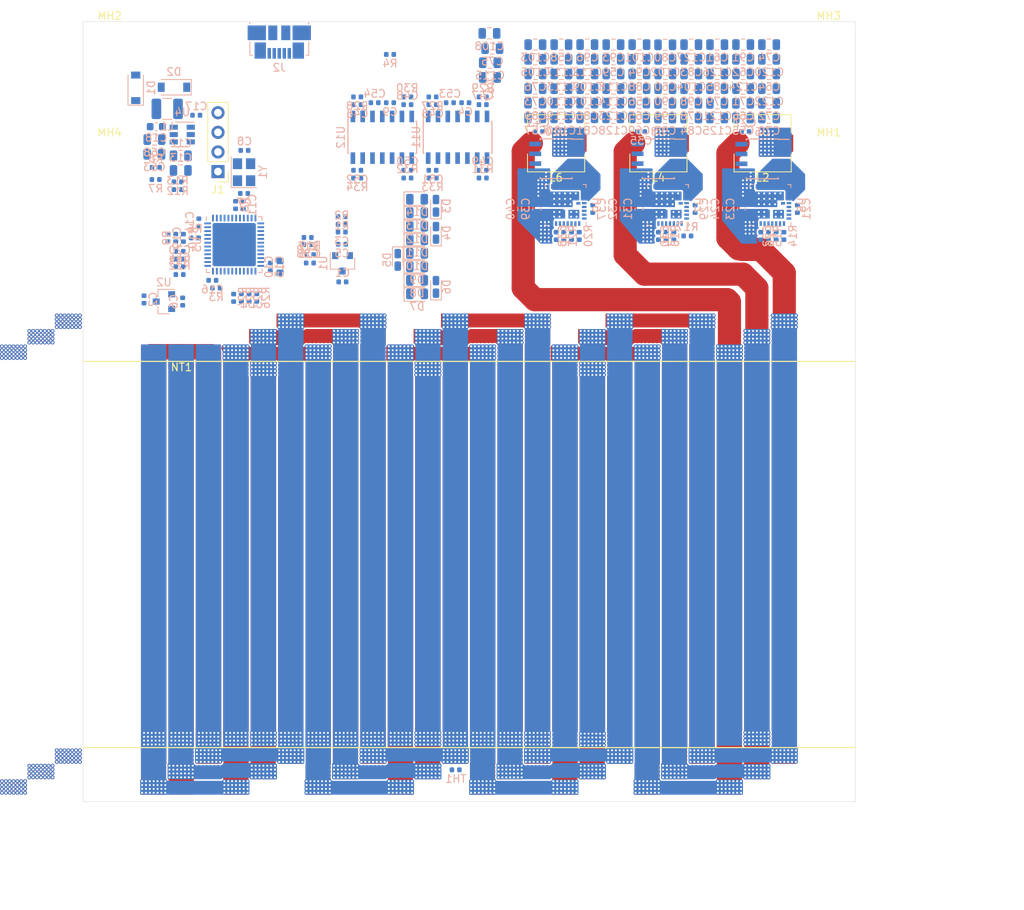
<source format=kicad_pcb>
(kicad_pcb (version 20171130) (host pcbnew 5.1.10)
  (layers (0 F.Cu signal) (1 In1.Cu power hide) (2 In2.Cu power hide) (31 B.Cu signal) (34 B.Paste user) (35 F.Paste user) (36 B.SilkS user) (37 F.SilkS user) (38 B.Mask user) (39 F.Mask user) (44 Edge.Cuts user))
  (net 0 "")
  (net 1 +5V)
  (net 2 VBUS)
  (net 3 GND)
  (net 4 +3.3VA)
  (net 5 "Net-(C10-Pad1)")
  (net 6 "Net-(C17-Pad1)")
  (net 7 "Net-(C22-Pad1)")
  (net 8 /U/MOTOR)
  (net 9 /V/MOTOR)
  (net 10 /W/MOTOR)
  (net 11 /V_BIAS)
  (net 12 +3V3)
  (net 13 "Net-(C7-Pad1)")
  (net 14 "Net-(C8-Pad1)")
  (net 15 "Net-(C17-Pad2)")
  (net 16 /M_TEMP)
  (net 17 /VBUS_S)
  (net 18 "Net-(C26-Pad2)")
  (net 19 "Net-(C26-Pad1)")
  (net 20 /I_U)
  (net 21 "Net-(C30-Pad1)")
  (net 22 "Net-(C34-Pad2)")
  (net 23 "Net-(C34-Pad1)")
  (net 24 /I_V)
  (net 25 "Net-(C38-Pad1)")
  (net 26 "Net-(C42-Pad2)")
  (net 27 "Net-(C42-Pad1)")
  (net 28 /I_W)
  (net 29 "Net-(C45-Pad2)")
  (net 30 /O5)
  (net 31 "Net-(C46-Pad2)")
  (net 32 /O1)
  (net 33 "Net-(C47-Pad2)")
  (net 34 /O6)
  (net 35 "Net-(C48-Pad2)")
  (net 36 /O2)
  (net 37 "Net-(C49-Pad2)")
  (net 38 /O7)
  (net 39 "Net-(C50-Pad2)")
  (net 40 /O3)
  (net 41 "Net-(C51-Pad2)")
  (net 42 /O8)
  (net 43 "Net-(C52-Pad2)")
  (net 44 /O4)
  (net 45 /USB_S)
  (net 46 "Net-(D3-Pad2)")
  (net 47 "Net-(D4-Pad2)")
  (net 48 "Net-(D5-Pad2)")
  (net 49 "Net-(D6-Pad2)")
  (net 50 /SWDIO)
  (net 51 /SWCLK)
  (net 52 /USB_P)
  (net 53 /USB_N)
  (net 54 "Net-(L2-Pad1)")
  (net 55 "Net-(L4-Pad1)")
  (net 56 "Net-(L6-Pad1)")
  (net 57 /USB_PULL)
  (net 58 /THWN)
  (net 59 "Net-(R5-Pad1)")
  (net 60 "Net-(R6-Pad1)")
  (net 61 "Net-(R7-Pad2)")
  (net 62 "Net-(R10-Pad2)")
  (net 63 "Net-(R11-Pad1)")
  (net 64 "Net-(R15-Pad2)")
  (net 65 "Net-(R16-Pad2)")
  (net 66 "Net-(R18-Pad2)")
  (net 67 "Net-(R19-Pad2)")
  (net 68 "Net-(R21-Pad2)")
  (net 69 "Net-(R22-Pad2)")
  (net 70 /L1)
  (net 71 /L2)
  (net 72 /L3)
  (net 73 /L4)
  (net 74 /PWM_EN)
  (net 75 /PWM_W)
  (net 76 /PWM_V)
  (net 77 /PWM_U)
  (net 78 "Net-(U5-Pad27)")
  (net 79 "Net-(U7-Pad27)")
  (net 80 "Net-(U9-Pad27)")
  (net 81 /Encoder/V_BIAS)
  (net 82 "Net-(U5-Pad16)")
  (net 83 "Net-(U7-Pad16)")
  (net 84 "Net-(U10-Pad3)")
  (module Resistor_SMD:R_0402_1005Metric (layer B.Cu) (at 70.75 101.75 90)
    (fp_text reference C11 (at 0 1.17 90) (layer B.SilkS) (effects (justify mirror)))
    (fp_text value 1uF)
    (pad 2 smd roundrect (at 0.485 0 90) (size 0.59 0.64) (layers B.Cu B.Paste B.Mask) (net 3 GND))
    (pad 1 smd roundrect (at -0.485 0 90) (size 0.59 0.64) (layers B.Cu B.Paste B.Mask) (net 4 +3.3VA))
  )
  (module Resistor_SMD:R_0402_1005Metric (layer B.Cu) (at 85.5 98.25)
    (fp_text reference R34 (at 0 1.17) (layer B.SilkS) (effects (justify mirror)))
    (fp_text value 220K)
    (pad 2 smd roundrect (at 0.485 0) (size 0.59 0.64) (layers B.Cu B.Paste B.Mask) (net 43 "Net-(C52-Pad2)"))
    (pad 1 smd roundrect (at -0.485 0) (size 0.59 0.64) (layers B.Cu B.Paste B.Mask) (net 44 /O4))
  )
  (module Resistor_SMD:R_0402_1005Metric (layer B.Cu) (at 95.265 98.25)
    (fp_text reference R33 (at 0 1.17) (layer B.SilkS) (effects (justify mirror)))
    (fp_text value 220K)
    (pad 2 smd roundrect (at 0.485 0) (size 0.59 0.64) (layers B.Cu B.Paste B.Mask) (net 41 "Net-(C51-Pad2)"))
    (pad 1 smd roundrect (at -0.485 0) (size 0.59 0.64) (layers B.Cu B.Paste B.Mask) (net 42 /O8))
  )
  (module Resistor_SMD:R_0402_1005Metric (layer B.Cu) (at 92 98.25 180)
    (fp_text reference R32 (at 0 1.17) (layer B.SilkS) (effects (justify mirror)))
    (fp_text value 220K)
    (pad 2 smd roundrect (at 0.485 0 180) (size 0.59 0.64) (layers B.Cu B.Paste B.Mask) (net 39 "Net-(C50-Pad2)"))
    (pad 1 smd roundrect (at -0.485 0 180) (size 0.59 0.64) (layers B.Cu B.Paste B.Mask) (net 40 /O3))
  )
  (module Resistor_SMD:R_0402_1005Metric (layer B.Cu) (at 101.75 98.25 180)
    (fp_text reference R31 (at 0 1.17) (layer B.SilkS) (effects (justify mirror)))
    (fp_text value 220K)
    (pad 2 smd roundrect (at 0.485 0 180) (size 0.59 0.64) (layers B.Cu B.Paste B.Mask) (net 37 "Net-(C49-Pad2)"))
    (pad 1 smd roundrect (at -0.485 0 180) (size 0.59 0.64) (layers B.Cu B.Paste B.Mask) (net 38 /O7))
  )
  (module Resistor_SMD:R_0402_1005Metric (layer B.Cu) (at 91.985 87.75 180)
    (fp_text reference R30 (at 0 1.17) (layer B.SilkS) (effects (justify mirror)))
    (fp_text value 220K)
    (pad 2 smd roundrect (at 0.485 0 180) (size 0.59 0.64) (layers B.Cu B.Paste B.Mask) (net 35 "Net-(C48-Pad2)"))
    (pad 1 smd roundrect (at -0.485 0 180) (size 0.59 0.64) (layers B.Cu B.Paste B.Mask) (net 36 /O2))
  )
  (module Resistor_SMD:R_0402_1005Metric (layer B.Cu) (at 101.75 87.75 180)
    (fp_text reference R29 (at 0 1.17) (layer B.SilkS) (effects (justify mirror)))
    (fp_text value 220K)
    (pad 2 smd roundrect (at 0.485 0 180) (size 0.59 0.64) (layers B.Cu B.Paste B.Mask) (net 33 "Net-(C47-Pad2)"))
    (pad 1 smd roundrect (at -0.485 0 180) (size 0.59 0.64) (layers B.Cu B.Paste B.Mask) (net 34 /O6))
  )
  (module Resistor_SMD:R_0402_1005Metric (layer B.Cu) (at 85.5 87.75)
    (fp_text reference R28 (at 0 1.17) (layer B.SilkS) (effects (justify mirror)))
    (fp_text value 220K)
    (pad 2 smd roundrect (at 0.485 0) (size 0.59 0.64) (layers B.Cu B.Paste B.Mask) (net 31 "Net-(C46-Pad2)"))
    (pad 1 smd roundrect (at -0.485 0) (size 0.59 0.64) (layers B.Cu B.Paste B.Mask) (net 32 /O1))
  )
  (module Resistor_SMD:R_0402_1005Metric (layer B.Cu) (at 95.25 87.75)
    (fp_text reference R27 (at 0 1.17) (layer B.SilkS) (effects (justify mirror)))
    (fp_text value 220K)
    (pad 2 smd roundrect (at 0.485 0) (size 0.59 0.64) (layers B.Cu B.Paste B.Mask) (net 29 "Net-(C45-Pad2)"))
    (pad 1 smd roundrect (at -0.485 0) (size 0.59 0.64) (layers B.Cu B.Paste B.Mask) (net 30 /O5))
  )
  (module Resistor_SMD:R_0402_1005Metric (layer B.Cu) (at 72.5 113.75 90)
    (fp_text reference R26 (at 0 1.17 90) (layer B.SilkS) (effects (justify mirror)))
    (fp_text value 150R)
    (pad 2 smd roundrect (at 0.485 0 90) (size 0.59 0.64) (layers B.Cu B.Paste B.Mask) (net 49 "Net-(D6-Pad2)"))
    (pad 1 smd roundrect (at -0.485 0 90) (size 0.59 0.64) (layers B.Cu B.Paste B.Mask) (net 73 /L4))
  )
  (module Resistor_SMD:R_0402_1005Metric (layer B.Cu) (at 70.5 113.75 90)
    (fp_text reference R25 (at 0 1.17 90) (layer B.SilkS) (effects (justify mirror)))
    (fp_text value 150R)
    (pad 2 smd roundrect (at 0.485 0 90) (size 0.59 0.64) (layers B.Cu B.Paste B.Mask) (net 48 "Net-(D5-Pad2)"))
    (pad 1 smd roundrect (at -0.485 0 90) (size 0.59 0.64) (layers B.Cu B.Paste B.Mask) (net 72 /L3))
  )
  (module Resistor_SMD:R_0402_1005Metric (layer B.Cu) (at 69.5 113.765 90)
    (fp_text reference R24 (at 0 1.17 90) (layer B.SilkS) (effects (justify mirror)))
    (fp_text value 150R)
    (pad 2 smd roundrect (at 0.485 0 90) (size 0.59 0.64) (layers B.Cu B.Paste B.Mask) (net 47 "Net-(D4-Pad2)"))
    (pad 1 smd roundrect (at -0.485 0 90) (size 0.59 0.64) (layers B.Cu B.Paste B.Mask) (net 71 /L2))
  )
  (module Resistor_SMD:R_0402_1005Metric (layer B.Cu) (at 71.5 113.765 90)
    (fp_text reference R23 (at 0 1.17 90) (layer B.SilkS) (effects (justify mirror)))
    (fp_text value 150R)
    (pad 2 smd roundrect (at 0.485 0 90) (size 0.59 0.64) (layers B.Cu B.Paste B.Mask) (net 46 "Net-(D3-Pad2)"))
    (pad 1 smd roundrect (at -0.485 0 90) (size 0.59 0.64) (layers B.Cu B.Paste B.Mask) (net 70 /L1))
  )
  (module Resistor_SMD:R_0402_1005Metric (layer B.Cu) (at 62.5 110.75 180)
    (fp_text reference R22 (at 0 1.17 180) (layer B.SilkS) (effects (justify mirror)))
    (fp_text value 10K)
    (pad 2 smd roundrect (at 0.485 0 180) (size 0.59 0.64) (layers B.Cu B.Paste B.Mask) (net 69 "Net-(R22-Pad2)"))
    (pad 1 smd roundrect (at -0.485 0 180) (size 0.59 0.64) (layers B.Cu B.Paste B.Mask) (net 28 /I_W))
  )
  (module Resistor_SMD:R_0402_1005Metric (layer B.Cu) (at 112.25 105.75 90)
    (fp_text reference R21 (at 0 1.17 270) (layer B.SilkS) (effects (justify mirror)))
    (fp_text value 2R)
    (pad 2 smd roundrect (at 0.485 0 90) (size 0.59 0.64) (layers B.Cu B.Paste B.Mask) (net 68 "Net-(R21-Pad2)"))
    (pad 1 smd roundrect (at -0.485 0 90) (size 0.59 0.64) (layers B.Cu B.Paste B.Mask) (net 27 "Net-(C42-Pad1)"))
  )
  (module Resistor_SMD:R_0402_1005Metric (layer B.Cu) (at 114.25 105.75 90)
    (fp_text reference R20 (at 0 1.17 270) (layer B.SilkS) (effects (justify mirror)))
    (fp_text value 10R)
    (pad 2 smd roundrect (at 0.485 0 90) (size 0.59 0.64) (layers B.Cu B.Paste B.Mask) (net 25 "Net-(C38-Pad1)"))
    (pad 1 smd roundrect (at -0.485 0 90) (size 0.59 0.64) (layers B.Cu B.Paste B.Mask) (net 1 +5V))
  )
  (module Resistor_SMD:R_0402_1005Metric (layer B.Cu) (at 79.375 108.175 180)
    (fp_text reference R19 (at 0 1.17) (layer B.SilkS) (effects (justify mirror)))
    (fp_text value 10K)
    (pad 2 smd roundrect (at 0.485 0 180) (size 0.59 0.64) (layers B.Cu B.Paste B.Mask) (net 67 "Net-(R19-Pad2)"))
    (pad 1 smd roundrect (at -0.485 0 180) (size 0.59 0.64) (layers B.Cu B.Paste B.Mask) (net 24 /I_V))
  )
  (module Resistor_SMD:R_0402_1005Metric (layer B.Cu) (at 125.5 105.735 90)
    (fp_text reference R18 (at 0 1.17 90) (layer B.SilkS) (effects (justify mirror)))
    (fp_text value 2R)
    (pad 2 smd roundrect (at 0.485 0 90) (size 0.59 0.64) (layers B.Cu B.Paste B.Mask) (net 66 "Net-(R18-Pad2)"))
    (pad 1 smd roundrect (at -0.485 0 90) (size 0.59 0.64) (layers B.Cu B.Paste B.Mask) (net 23 "Net-(C34-Pad1)"))
  )
  (module Resistor_SMD:R_0402_1005Metric (layer B.Cu) (at 128.25 105.75 180)
    (fp_text reference R17 (at 0 1.17) (layer B.SilkS) (effects (justify mirror)))
    (fp_text value 10R)
    (pad 2 smd roundrect (at 0.485 0 180) (size 0.59 0.64) (layers B.Cu B.Paste B.Mask) (net 21 "Net-(C30-Pad1)"))
    (pad 1 smd roundrect (at -0.485 0 180) (size 0.59 0.64) (layers B.Cu B.Paste B.Mask) (net 1 +5V))
  )
  (module Resistor_SMD:R_0402_1005Metric (layer B.Cu) (at 79.085 105.955)
    (fp_text reference R16 (at 0 1.17) (layer B.SilkS) (effects (justify mirror)))
    (fp_text value 10K)
    (pad 2 smd roundrect (at 0.485 0) (size 0.59 0.64) (layers B.Cu B.Paste B.Mask) (net 65 "Net-(R16-Pad2)"))
    (pad 1 smd roundrect (at -0.485 0) (size 0.59 0.64) (layers B.Cu B.Paste B.Mask) (net 20 /I_U))
  )
  (module Resistor_SMD:R_0402_1005Metric (layer B.Cu) (at 138.75 105.75 90)
    (fp_text reference R15 (at 0 1.17 90) (layer B.SilkS) (effects (justify mirror)))
    (fp_text value 2R)
    (pad 2 smd roundrect (at 0.485 0 90) (size 0.59 0.64) (layers B.Cu B.Paste B.Mask) (net 64 "Net-(R15-Pad2)"))
    (pad 1 smd roundrect (at -0.485 0 90) (size 0.59 0.64) (layers B.Cu B.Paste B.Mask) (net 19 "Net-(C26-Pad1)"))
  )
  (module Resistor_SMD:R_0402_1005Metric (layer B.Cu) (at 140.75 105.75 90)
    (fp_text reference R14 (at 0 1.17 90) (layer B.SilkS) (effects (justify mirror)))
    (fp_text value 10R)
    (pad 2 smd roundrect (at 0.485 0 90) (size 0.59 0.64) (layers B.Cu B.Paste B.Mask) (net 7 "Net-(C22-Pad1)"))
    (pad 1 smd roundrect (at -0.485 0 90) (size 0.59 0.64) (layers B.Cu B.Paste B.Mask) (net 1 +5V))
  )
  (module Resistor_SMD:R_0402_1005Metric (layer B.Cu) (at 62.25 99.75 180)
    (fp_text reference R13 (at 0 1.17) (layer B.SilkS) (effects (justify mirror)))
    (fp_text value 1K)
    (pad 2 smd roundrect (at 0.485 0 180) (size 0.59 0.64) (layers B.Cu B.Paste B.Mask) (net 3 GND))
    (pad 1 smd roundrect (at -0.485 0 180) (size 0.59 0.64) (layers B.Cu B.Paste B.Mask) (net 63 "Net-(R11-Pad1)"))
  )
  (module Resistor_SMD:R_0402_1005Metric (layer B.Cu) (at 62.25 98.75)
    (fp_text reference R12 (at 0 1.17) (layer B.SilkS) (effects (justify mirror)))
    (fp_text value 10K)
    (pad 2 smd roundrect (at 0.485 0) (size 0.59 0.64) (layers B.Cu B.Paste B.Mask) (net 63 "Net-(R11-Pad1)"))
    (pad 1 smd roundrect (at -0.485 0) (size 0.59 0.64) (layers B.Cu B.Paste B.Mask) (net 2 VBUS))
  )
  (module Resistor_SMD:R_0402_1005Metric (layer B.Cu) (at 62.5 107.75)
    (fp_text reference R11 (at 0 1.17) (layer B.SilkS) (effects (justify mirror)))
    (fp_text value 1K)
    (pad 2 smd roundrect (at 0.485 0) (size 0.59 0.64) (layers B.Cu B.Paste B.Mask) (net 17 /VBUS_S))
    (pad 1 smd roundrect (at -0.485 0) (size 0.59 0.64) (layers B.Cu B.Paste B.Mask) (net 63 "Net-(R11-Pad1)"))
  )
  (module Resistor_SMD:R_0402_1005Metric (layer B.Cu) (at 63 106 90)
    (fp_text reference R10 (at 0 1.17 90) (layer B.SilkS) (effects (justify mirror)))
    (fp_text value 10K)
    (pad 2 smd roundrect (at 0.485 0 90) (size 0.59 0.64) (layers B.Cu B.Paste B.Mask) (net 62 "Net-(R10-Pad2)"))
    (pad 1 smd roundrect (at -0.485 0 90) (size 0.59 0.64) (layers B.Cu B.Paste B.Mask) (net 4 +3.3VA))
  )
  (module Resistor_SMD:R_0402_1005Metric (layer B.Cu) (at 62 106 270)
    (fp_text reference R9 (at 0 1.17 90) (layer B.SilkS) (effects (justify mirror)))
    (fp_text value 10K)
    (pad 2 smd roundrect (at 0.485 0 270) (size 0.59 0.64) (layers B.Cu B.Paste B.Mask) (net 16 /M_TEMP))
    (pad 1 smd roundrect (at -0.485 0 270) (size 0.59 0.64) (layers B.Cu B.Paste B.Mask) (net 62 "Net-(R10-Pad2)"))
  )
  (module Resistor_SMD:R_0402_1005Metric (layer B.Cu) (at 59.425 96.875 180)
    (fp_text reference R8 (at 0 1.17) (layer B.SilkS) (effects (justify mirror)))
    (fp_text value 13K)
    (pad 2 smd roundrect (at 0.485 0 180) (size 0.59 0.64) (layers B.Cu B.Paste B.Mask) (net 3 GND))
    (pad 1 smd roundrect (at -0.485 0 180) (size 0.59 0.64) (layers B.Cu B.Paste B.Mask) (net 61 "Net-(R7-Pad2)"))
  )
  (module Resistor_SMD:R_0402_1005Metric (layer B.Cu) (at 59.4 98.45)
    (fp_text reference R7 (at 0 1.17) (layer B.SilkS) (effects (justify mirror)))
    (fp_text value 68K)
    (pad 2 smd roundrect (at 0.485 0) (size 0.59 0.64) (layers B.Cu B.Paste B.Mask) (net 61 "Net-(R7-Pad2)"))
    (pad 1 smd roundrect (at -0.485 0) (size 0.59 0.64) (layers B.Cu B.Paste B.Mask) (net 1 +5V))
  )
  (module Resistor_SMD:R_0402_1005Metric (layer B.Cu) (at 64.485 106 180)
    (fp_text reference R6 (at 0 1.17) (layer B.SilkS) (effects (justify mirror)))
    (fp_text value 1K)
    (pad 2 smd roundrect (at 0.485 0 180) (size 0.59 0.64) (layers B.Cu B.Paste B.Mask) (net 3 GND))
    (pad 1 smd roundrect (at -0.485 0 180) (size 0.59 0.64) (layers B.Cu B.Paste B.Mask) (net 60 "Net-(R6-Pad1)"))
  )
  (module Resistor_SMD:R_0402_1005Metric (layer B.Cu) (at 69.75 101.75 90)
    (fp_text reference R5 (at 0 1.17 90) (layer B.SilkS) (effects (justify mirror)))
    (fp_text value 1K)
    (pad 2 smd roundrect (at 0.485 0 90) (size 0.59 0.64) (layers B.Cu B.Paste B.Mask) (net 12 +3V3))
    (pad 1 smd roundrect (at -0.485 0 90) (size 0.59 0.64) (layers B.Cu B.Paste B.Mask) (net 59 "Net-(R5-Pad1)"))
  )
  (module Resistor_SMD:R_0402_1005Metric (layer B.Cu) (at 89.75 82.25)
    (fp_text reference R4 (at 0 1.17) (layer B.SilkS) (effects (justify mirror)))
    (fp_text value 10K)
    (pad 2 smd roundrect (at 0.485 0) (size 0.59 0.64) (layers B.Cu B.Paste B.Mask) (net 58 /THWN))
    (pad 1 smd roundrect (at -0.485 0) (size 0.59 0.64) (layers B.Cu B.Paste B.Mask) (net 12 +3V3))
  )
  (module Resistor_SMD:R_0402_1005Metric (layer B.Cu) (at 67.25 112.5)
    (fp_text reference R3 (at 0 1.17) (layer B.SilkS) (effects (justify mirror)))
    (fp_text value 1K5)
    (pad 2 smd roundrect (at 0.485 0) (size 0.59 0.64) (layers B.Cu B.Paste B.Mask) (net 52 /USB_P))
    (pad 1 smd roundrect (at -0.485 0) (size 0.59 0.64) (layers B.Cu B.Paste B.Mask) (net 57 /USB_PULL))
  )
  (module Resistor_SMD:R_0402_1005Metric (layer B.Cu) (at 83.5 104.25 180)
    (fp_text reference R2 (at 0 1.17) (layer B.SilkS) (effects (justify mirror)))
    (fp_text value 1K)
    (pad 2 smd roundrect (at 0.485 0 180) (size 0.59 0.64) (layers B.Cu B.Paste B.Mask) (net 3 GND))
    (pad 1 smd roundrect (at -0.485 0 180) (size 0.59 0.64) (layers B.Cu B.Paste B.Mask) (net 11 /V_BIAS))
  )
  (module Resistor_SMD:R_0402_1005Metric (layer B.Cu) (at 83.5 103.25)
    (fp_text reference R1 (at 0 1.17) (layer B.SilkS) (effects (justify mirror)))
    (fp_text value 4K7)
    (pad 2 smd roundrect (at 0.485 0) (size 0.59 0.64) (layers B.Cu B.Paste B.Mask) (net 11 /V_BIAS))
    (pad 1 smd roundrect (at -0.485 0) (size 0.59 0.64) (layers B.Cu B.Paste B.Mask) (net 4 +3.3VA))
  )
  (module Capacitor_SMD:C_0402_1005Metric (layer B.Cu) (at 87.75 88.5 180)
    (fp_text reference C54 (at 0 1.17) (layer B.SilkS) (effects (justify mirror)))
    (fp_text value 1uF)
    (pad 2 smd roundrect (at 0.485 0 180) (size 0.59 0.64) (layers B.Cu B.Paste B.Mask) (net 3 GND))
    (pad 1 smd roundrect (at -0.485 0 180) (size 0.59 0.64) (layers B.Cu B.Paste B.Mask) (net 4 +3.3VA))
  )
  (module Capacitor_SMD:C_0402_1005Metric (layer B.Cu) (at 97.5 88.5 180)
    (fp_text reference C53 (at 0 1.17) (layer B.SilkS) (effects (justify mirror)))
    (fp_text value 1uF)
    (pad 2 smd roundrect (at 0.485 0 180) (size 0.59 0.64) (layers B.Cu B.Paste B.Mask) (net 3 GND))
    (pad 1 smd roundrect (at -0.485 0 180) (size 0.59 0.64) (layers B.Cu B.Paste B.Mask) (net 4 +3.3VA))
  )
  (module Capacitor_SMD:C_0402_1005Metric (layer B.Cu) (at 85.5 97.25)
    (fp_text reference C52 (at 0 1.17) (layer B.SilkS) (effects (justify mirror)))
    (fp_text value 6pF)
    (pad 2 smd roundrect (at 0.485 0) (size 0.59 0.64) (layers B.Cu B.Paste B.Mask) (net 43 "Net-(C52-Pad2)"))
    (pad 1 smd roundrect (at -0.485 0) (size 0.59 0.64) (layers B.Cu B.Paste B.Mask) (net 44 /O4))
  )
  (module Capacitor_SMD:C_0402_1005Metric (layer B.Cu) (at 95.25 97.25)
    (fp_text reference C51 (at 0 1.17) (layer B.SilkS) (effects (justify mirror)))
    (fp_text value 6pF)
    (pad 2 smd roundrect (at 0.485 0) (size 0.59 0.64) (layers B.Cu B.Paste B.Mask) (net 41 "Net-(C51-Pad2)"))
    (pad 1 smd roundrect (at -0.485 0) (size 0.59 0.64) (layers B.Cu B.Paste B.Mask) (net 42 /O8))
  )
  (module Capacitor_SMD:C_0402_1005Metric (layer B.Cu) (at 92 97.25 180)
    (fp_text reference C50 (at 0 1.17) (layer B.SilkS) (effects (justify mirror)))
    (fp_text value 6pF)
    (pad 2 smd roundrect (at 0.485 0 180) (size 0.59 0.64) (layers B.Cu B.Paste B.Mask) (net 39 "Net-(C50-Pad2)"))
    (pad 1 smd roundrect (at -0.485 0 180) (size 0.59 0.64) (layers B.Cu B.Paste B.Mask) (net 40 /O3))
  )
  (module Capacitor_SMD:C_0402_1005Metric (layer B.Cu) (at 101.75 97.25 180)
    (fp_text reference C49 (at 0 1.17) (layer B.SilkS) (effects (justify mirror)))
    (fp_text value 6pF)
    (pad 2 smd roundrect (at 0.485 0 180) (size 0.59 0.64) (layers B.Cu B.Paste B.Mask) (net 37 "Net-(C49-Pad2)"))
    (pad 1 smd roundrect (at -0.485 0 180) (size 0.59 0.64) (layers B.Cu B.Paste B.Mask) (net 38 /O7))
  )
  (module Capacitor_SMD:C_0402_1005Metric (layer B.Cu) (at 92 88.75 180)
    (fp_text reference C48 (at 0 1.17) (layer B.SilkS) (effects (justify mirror)))
    (fp_text value 6pF)
    (pad 2 smd roundrect (at 0.485 0 180) (size 0.59 0.64) (layers B.Cu B.Paste B.Mask) (net 35 "Net-(C48-Pad2)"))
    (pad 1 smd roundrect (at -0.485 0 180) (size 0.59 0.64) (layers B.Cu B.Paste B.Mask) (net 36 /O2))
  )
  (module Capacitor_SMD:C_0402_1005Metric (layer B.Cu) (at 101.75 88.75 180)
    (fp_text reference C47 (at 0 1.17) (layer B.SilkS) (effects (justify mirror)))
    (fp_text value 6pF)
    (pad 2 smd roundrect (at 0.485 0 180) (size 0.59 0.64) (layers B.Cu B.Paste B.Mask) (net 33 "Net-(C47-Pad2)"))
    (pad 1 smd roundrect (at -0.485 0 180) (size 0.59 0.64) (layers B.Cu B.Paste B.Mask) (net 34 /O6))
  )
  (module Capacitor_SMD:C_0402_1005Metric (layer B.Cu) (at 85.5 88.75)
    (fp_text reference C46 (at 0 1.17) (layer B.SilkS) (effects (justify mirror)))
    (fp_text value 6pF)
    (pad 2 smd roundrect (at 0.485 0) (size 0.59 0.64) (layers B.Cu B.Paste B.Mask) (net 31 "Net-(C46-Pad2)"))
    (pad 1 smd roundrect (at -0.485 0) (size 0.59 0.64) (layers B.Cu B.Paste B.Mask) (net 32 /O1))
  )
  (module Capacitor_SMD:C_0402_1005Metric (layer B.Cu) (at 95.25 88.75)
    (fp_text reference C45 (at 0 1.17) (layer B.SilkS) (effects (justify mirror)))
    (fp_text value 6pF)
    (pad 2 smd roundrect (at 0.485 0) (size 0.59 0.64) (layers B.Cu B.Paste B.Mask) (net 29 "Net-(C45-Pad2)"))
    (pad 1 smd roundrect (at -0.485 0) (size 0.59 0.64) (layers B.Cu B.Paste B.Mask) (net 30 /O5))
  )
  (module Capacitor_SMD:C_0402_1005Metric (layer B.Cu) (at 62.5 109.75 180)
    (fp_text reference C44 (at 0 1.17 180) (layer B.SilkS) (effects (justify mirror)))
    (fp_text value 10nF)
    (pad 2 smd roundrect (at 0.485 0 180) (size 0.59 0.64) (layers B.Cu B.Paste B.Mask) (net 3 GND))
    (pad 1 smd roundrect (at -0.485 0 180) (size 0.59 0.64) (layers B.Cu B.Paste B.Mask) (net 28 /I_W))
  )
  (module Capacitor_SMD:C_0402_1005Metric (layer B.Cu) (at 109 92.25 180)
    (fp_text reference C43 (at 0 1.17 180) (layer B.SilkS) (effects (justify mirror)))
    (fp_text value 1uF)
    (pad 2 smd roundrect (at 0.485 0 180) (size 0.59 0.64) (layers B.Cu B.Paste B.Mask) (net 4 +3.3VA))
    (pad 1 smd roundrect (at -0.485 0 180) (size 0.59 0.64) (layers B.Cu B.Paste B.Mask) (net 3 GND))
  )
  (module Capacitor_SMD:C_0402_1005Metric (layer B.Cu) (at 111.25 105.75 90)
    (fp_text reference C42 (at 0 1.17 270) (layer B.SilkS) (effects (justify mirror)))
    (fp_text value 100nF)
    (pad 2 smd roundrect (at 0.485 0 90) (size 0.59 0.64) (layers B.Cu B.Paste B.Mask) (net 26 "Net-(C42-Pad2)"))
    (pad 1 smd roundrect (at -0.485 0 90) (size 0.59 0.64) (layers B.Cu B.Paste B.Mask) (net 27 "Net-(C42-Pad1)"))
  )
  (module Capacitor_SMD:C_0402_1005Metric (layer B.Cu) (at 113.25 105.75 270)
    (fp_text reference C38 (at 0 1.17 270) (layer B.SilkS) (effects (justify mirror)))
    (fp_text value 1uF)
    (pad 2 smd roundrect (at 0.485 0 270) (size 0.59 0.64) (layers B.Cu B.Paste B.Mask) (net 3 GND))
    (pad 1 smd roundrect (at -0.485 0 270) (size 0.59 0.64) (layers B.Cu B.Paste B.Mask) (net 25 "Net-(C38-Pad1)"))
  )
  (module Capacitor_SMD:C_0402_1005Metric (layer B.Cu) (at 116 102.25 90)
    (fp_text reference C37 (at 0 1.17 270) (layer B.SilkS) (effects (justify mirror)))
    (fp_text value 1uF)
    (pad 2 smd roundrect (at 0.485 0 90) (size 0.59 0.64) (layers B.Cu B.Paste B.Mask) (net 3 GND))
    (pad 1 smd roundrect (at -0.485 0 90) (size 0.59 0.64) (layers B.Cu B.Paste B.Mask) (net 1 +5V))
  )
  (module Capacitor_SMD:C_0402_1005Metric (layer B.Cu) (at 79.375 109.25 180)
    (fp_text reference C36 (at 0 1.17) (layer B.SilkS) (effects (justify mirror)))
    (fp_text value 10nF)
    (pad 2 smd roundrect (at 0.485 0 180) (size 0.59 0.64) (layers B.Cu B.Paste B.Mask) (net 3 GND))
    (pad 1 smd roundrect (at -0.485 0 180) (size 0.59 0.64) (layers B.Cu B.Paste B.Mask) (net 24 /I_V))
  )
  (module Capacitor_SMD:C_0402_1005Metric (layer B.Cu) (at 122.25 92.25)
    (fp_text reference C35 (at 0 1.17) (layer B.SilkS) (effects (justify mirror)))
    (fp_text value 1uF)
    (pad 2 smd roundrect (at 0.485 0) (size 0.59 0.64) (layers B.Cu B.Paste B.Mask) (net 4 +3.3VA))
    (pad 1 smd roundrect (at -0.485 0) (size 0.59 0.64) (layers B.Cu B.Paste B.Mask) (net 3 GND))
  )
  (module Capacitor_SMD:C_0402_1005Metric (layer B.Cu) (at 124.5 105.75 90)
    (fp_text reference C34 (at 0 1.17 90) (layer B.SilkS) (effects (justify mirror)))
    (fp_text value 100nF)
    (pad 2 smd roundrect (at 0.485 0 90) (size 0.59 0.64) (layers B.Cu B.Paste B.Mask) (net 22 "Net-(C34-Pad2)"))
    (pad 1 smd roundrect (at -0.485 0 90) (size 0.59 0.64) (layers B.Cu B.Paste B.Mask) (net 23 "Net-(C34-Pad1)"))
  )
  (module Capacitor_SMD:C_0402_1005Metric (layer B.Cu) (at 126.5 105.75 270)
    (fp_text reference C30 (at 0 1.17 90) (layer B.SilkS) (effects (justify mirror)))
    (fp_text value 1uF)
    (pad 2 smd roundrect (at 0.485 0 270) (size 0.59 0.64) (layers B.Cu B.Paste B.Mask) (net 3 GND))
    (pad 1 smd roundrect (at -0.485 0 270) (size 0.59 0.64) (layers B.Cu B.Paste B.Mask) (net 21 "Net-(C30-Pad1)"))
  )
  (module Capacitor_SMD:C_0402_1005Metric (layer B.Cu) (at 129.25 102.25 90)
    (fp_text reference C29 (at 0 1.17 90) (layer B.SilkS) (effects (justify mirror)))
    (fp_text value 1uF)
    (pad 2 smd roundrect (at 0.485 0 90) (size 0.59 0.64) (layers B.Cu B.Paste B.Mask) (net 3 GND))
    (pad 1 smd roundrect (at -0.485 0 90) (size 0.59 0.64) (layers B.Cu B.Paste B.Mask) (net 1 +5V))
  )
  (module Capacitor_SMD:C_0402_1005Metric (layer B.Cu) (at 79.075 106.875)
    (fp_text reference C28 (at 0 1.17) (layer B.SilkS) (effects (justify mirror)))
    (fp_text value 10nF)
    (pad 2 smd roundrect (at 0.485 0) (size 0.59 0.64) (layers B.Cu B.Paste B.Mask) (net 3 GND))
    (pad 1 smd roundrect (at -0.485 0) (size 0.59 0.64) (layers B.Cu B.Paste B.Mask) (net 20 /I_U))
  )
  (module Capacitor_SMD:C_0402_1005Metric (layer B.Cu) (at 135.75 92.25 180)
    (fp_text reference C27 (at 0 1.17) (layer B.SilkS) (effects (justify mirror)))
    (fp_text value 1uF)
    (pad 2 smd roundrect (at 0.485 0 180) (size 0.59 0.64) (layers B.Cu B.Paste B.Mask) (net 4 +3.3VA))
    (pad 1 smd roundrect (at -0.485 0 180) (size 0.59 0.64) (layers B.Cu B.Paste B.Mask) (net 3 GND))
  )
  (module Capacitor_SMD:C_0402_1005Metric (layer B.Cu) (at 137.75 105.75 90)
    (fp_text reference C26 (at 0 1.17 90) (layer B.SilkS) (effects (justify mirror)))
    (fp_text value 100nF)
    (pad 2 smd roundrect (at 0.485 0 90) (size 0.59 0.64) (layers B.Cu B.Paste B.Mask) (net 18 "Net-(C26-Pad2)"))
    (pad 1 smd roundrect (at -0.485 0 90) (size 0.59 0.64) (layers B.Cu B.Paste B.Mask) (net 19 "Net-(C26-Pad1)"))
  )
  (module Capacitor_SMD:C_0402_1005Metric (layer B.Cu) (at 139.75 105.75 270)
    (fp_text reference C22 (at 0 1.17 90) (layer B.SilkS) (effects (justify mirror)))
    (fp_text value 1uF)
    (pad 2 smd roundrect (at 0.485 0 270) (size 0.59 0.64) (layers B.Cu B.Paste B.Mask) (net 3 GND))
    (pad 1 smd roundrect (at -0.485 0 270) (size 0.59 0.64) (layers B.Cu B.Paste B.Mask) (net 7 "Net-(C22-Pad1)"))
  )
  (module Capacitor_SMD:C_0402_1005Metric (layer B.Cu) (at 142.5 102.25 90)
    (fp_text reference C21 (at 0 1.17 90) (layer B.SilkS) (effects (justify mirror)))
    (fp_text value 1uF)
    (pad 2 smd roundrect (at 0.485 0 90) (size 0.59 0.64) (layers B.Cu B.Paste B.Mask) (net 3 GND))
    (pad 1 smd roundrect (at -0.485 0 90) (size 0.59 0.64) (layers B.Cu B.Paste B.Mask) (net 1 +5V))
  )
  (module Capacitor_SMD:C_0402_1005Metric (layer B.Cu) (at 62.515 108.75 180)
    (fp_text reference C20 (at 0 1.17) (layer B.SilkS) (effects (justify mirror)))
    (fp_text value 10nF)
    (pad 2 smd roundrect (at 0.485 0 180) (size 0.59 0.64) (layers B.Cu B.Paste B.Mask) (net 3 GND))
    (pad 1 smd roundrect (at -0.485 0 180) (size 0.59 0.64) (layers B.Cu B.Paste B.Mask) (net 17 /VBUS_S))
  )
  (module Capacitor_SMD:C_0402_1005Metric (layer B.Cu) (at 61 106 90)
    (fp_text reference C19 (at 0 1.17 90) (layer B.SilkS) (effects (justify mirror)))
    (fp_text value 1uF)
    (pad 2 smd roundrect (at 0.485 0 90) (size 0.59 0.64) (layers B.Cu B.Paste B.Mask) (net 3 GND))
    (pad 1 smd roundrect (at -0.485 0 90) (size 0.59 0.64) (layers B.Cu B.Paste B.Mask) (net 16 /M_TEMP))
  )
  (module Capacitor_SMD:C_0402_1005Metric (layer B.Cu) (at 64.6625 90.125 180)
    (fp_text reference C17 (at 0 1.17) (layer B.SilkS) (effects (justify mirror)))
    (fp_text value 10nF)
    (pad 2 smd roundrect (at 0.485 0 180) (size 0.59 0.64) (layers B.Cu B.Paste B.Mask) (net 15 "Net-(C17-Pad2)"))
    (pad 1 smd roundrect (at -0.485 0 180) (size 0.59 0.64) (layers B.Cu B.Paste B.Mask) (net 6 "Net-(C17-Pad1)"))
  )
  (module Capacitor_SMD:C_0402_1005Metric (layer B.Cu) (at 66.75 111.5)
    (fp_text reference C16 (at 0 1.17) (layer B.SilkS) (effects (justify mirror)))
    (fp_text value 1uF)
    (pad 2 smd roundrect (at 0.485 0) (size 0.59 0.64) (layers B.Cu B.Paste B.Mask) (net 3 GND))
    (pad 1 smd roundrect (at -0.485 0) (size 0.59 0.64) (layers B.Cu B.Paste B.Mask) (net 12 +3V3))
  )
  (module Capacitor_SMD:C_0402_1005Metric (layer B.Cu) (at 74.25 109.75 90)
    (fp_text reference C15 (at 0 1.17 90) (layer B.SilkS) (effects (justify mirror)))
    (fp_text value 1uF)
    (pad 2 smd roundrect (at 0.485 0 90) (size 0.59 0.64) (layers B.Cu B.Paste B.Mask) (net 3 GND))
    (pad 1 smd roundrect (at -0.485 0 90) (size 0.59 0.64) (layers B.Cu B.Paste B.Mask) (net 12 +3V3))
  )
  (module Capacitor_SMD:C_0402_1005Metric (layer B.Cu) (at 65 104 270)
    (fp_text reference C14 (at 0 1.17 90) (layer B.SilkS) (effects (justify mirror)))
    (fp_text value 1uF)
    (pad 2 smd roundrect (at 0.485 0 270) (size 0.59 0.64) (layers B.Cu B.Paste B.Mask) (net 3 GND))
    (pad 1 smd roundrect (at -0.485 0 270) (size 0.59 0.64) (layers B.Cu B.Paste B.Mask) (net 12 +3V3))
  )
  (module Capacitor_SMD:C_0402_1005Metric (layer B.Cu) (at 89.75 88.5)
    (fp_text reference C9 (at 0 1.17) (layer B.SilkS) (effects (justify mirror)))
    (fp_text value 1uF)
    (pad 2 smd roundrect (at 0.485 0) (size 0.59 0.64) (layers B.Cu B.Paste B.Mask) (net 11 /V_BIAS))
    (pad 1 smd roundrect (at -0.485 0) (size 0.59 0.64) (layers B.Cu B.Paste B.Mask) (net 3 GND))
  )
  (module Capacitor_SMD:C_0402_1005Metric (layer B.Cu) (at 70.9 94.675 180)
    (fp_text reference C8 (at 0 1.17) (layer B.SilkS) (effects (justify mirror)))
    (fp_text value 12pF)
    (pad 2 smd roundrect (at 0.485 0 180) (size 0.59 0.64) (layers B.Cu B.Paste B.Mask) (net 3 GND))
    (pad 1 smd roundrect (at -0.485 0 180) (size 0.59 0.64) (layers B.Cu B.Paste B.Mask) (net 14 "Net-(C8-Pad1)"))
  )
  (module Capacitor_SMD:C_0402_1005Metric (layer B.Cu) (at 70.85 100.25)
    (fp_text reference C7 (at 0 1.17) (layer B.SilkS) (effects (justify mirror)))
    (fp_text value 12pF)
    (pad 2 smd roundrect (at 0.485 0) (size 0.59 0.64) (layers B.Cu B.Paste B.Mask) (net 3 GND))
    (pad 1 smd roundrect (at -0.485 0) (size 0.59 0.64) (layers B.Cu B.Paste B.Mask) (net 13 "Net-(C7-Pad1)"))
  )
  (module Capacitor_SMD:C_0402_1005Metric (layer B.Cu) (at 62.9 114.25 270)
    (fp_text reference C6 (at 0 1.17 270) (layer B.SilkS) (effects (justify mirror)))
    (fp_text value 1uF)
    (pad 2 smd roundrect (at 0.485 0 270) (size 0.59 0.64) (layers B.Cu B.Paste B.Mask) (net 12 +3V3))
    (pad 1 smd roundrect (at -0.485 0 270) (size 0.59 0.64) (layers B.Cu B.Paste B.Mask) (net 3 GND))
  )
  (module Capacitor_SMD:C_0402_1005Metric (layer B.Cu) (at 83.525 106.825)
    (fp_text reference C5 (at 0 1.17) (layer B.SilkS) (effects (justify mirror)))
    (fp_text value 1uF)
    (pad 2 smd roundrect (at 0.485 0) (size 0.59 0.64) (layers B.Cu B.Paste B.Mask) (net 4 +3.3VA))
    (pad 1 smd roundrect (at -0.485 0) (size 0.59 0.64) (layers B.Cu B.Paste B.Mask) (net 3 GND))
  )
  (module Capacitor_SMD:C_0402_1005Metric (layer B.Cu) (at 99.5 88.5)
    (fp_text reference C4 (at 0 1.17) (layer B.SilkS) (effects (justify mirror)))
    (fp_text value 1uF)
    (pad 2 smd roundrect (at 0.485 0) (size 0.59 0.64) (layers B.Cu B.Paste B.Mask) (net 11 /V_BIAS))
    (pad 1 smd roundrect (at -0.485 0) (size 0.59 0.64) (layers B.Cu B.Paste B.Mask) (net 3 GND))
  )
  (module Capacitor_SMD:C_0402_1005Metric (layer B.Cu) (at 83.5 105.25)
    (fp_text reference C3 (at 0 1.17) (layer B.SilkS) (effects (justify mirror)))
    (fp_text value 1uF)
    (pad 2 smd roundrect (at 0.485 0) (size 0.59 0.64) (layers B.Cu B.Paste B.Mask) (net 11 /V_BIAS))
    (pad 1 smd roundrect (at -0.485 0) (size 0.59 0.64) (layers B.Cu B.Paste B.Mask) (net 3 GND))
  )
  (module Capacitor_SMD:C_0402_1005Metric (layer B.Cu) (at 57.9 113.975 90)
    (fp_text reference C2 (at 0 1.17 270) (layer B.SilkS) (effects (justify mirror)))
    (fp_text value 1uF)
    (pad 2 smd roundrect (at 0.485 0 90) (size 0.59 0.64) (layers B.Cu B.Paste B.Mask) (net 3 GND))
    (pad 1 smd roundrect (at -0.485 0 90) (size 0.59 0.64) (layers B.Cu B.Paste B.Mask) (net 1 +5V))
  )
  (module Capacitor_SMD:C_0402_1005Metric (layer B.Cu) (at 83.5875 111.7 180)
    (fp_text reference C1 (at 0 1.17) (layer B.SilkS) (effects (justify mirror)))
    (fp_text value 1uF)
    (pad 2 smd roundrect (at 0.485 0 180) (size 0.59 0.64) (layers B.Cu B.Paste B.Mask) (net 3 GND))
    (pad 1 smd roundrect (at -0.485 0 180) (size 0.59 0.64) (layers B.Cu B.Paste B.Mask) (net 1 +5V))
  )
  (module Diode_SMD:D_0805_2012Metric (layer B.Cu) (at 93.25 101)
    (fp_text reference D14 (at 0 1.65) (layer B.SilkS) (effects (justify mirror)))
    (fp_text value D_Photo)
    (pad 2 smd roundrect (at 0.9375 0) (size 0.975 1.4) (layers B.Cu B.Paste B.Mask) (net 3 GND))
    (pad 1 smd roundrect (at -0.9375 0) (size 0.975 1.4) (layers B.Cu B.Paste B.Mask) (net 43 "Net-(C52-Pad2)"))
  )
  (module Diode_SMD:D_0805_2012Metric (layer B.Cu) (at 93.25 102.75)
    (fp_text reference D13 (at 0 1.65) (layer B.SilkS) (effects (justify mirror)))
    (fp_text value D_Photo)
    (pad 2 smd roundrect (at 0.9375 0) (size 0.975 1.4) (layers B.Cu B.Paste B.Mask) (net 3 GND))
    (pad 1 smd roundrect (at -0.9375 0) (size 0.975 1.4) (layers B.Cu B.Paste B.Mask) (net 41 "Net-(C51-Pad2)"))
  )
  (module Diode_SMD:D_0805_2012Metric (layer B.Cu) (at 93.25 104.5)
    (fp_text reference D12 (at 0 1.65) (layer B.SilkS) (effects (justify mirror)))
    (fp_text value D_Photo)
    (pad 2 smd roundrect (at 0.9375 0) (size 0.975 1.4) (layers B.Cu B.Paste B.Mask) (net 3 GND))
    (pad 1 smd roundrect (at -0.9375 0) (size 0.975 1.4) (layers B.Cu B.Paste B.Mask) (net 39 "Net-(C50-Pad2)"))
  )
  (module Diode_SMD:D_0805_2012Metric (layer B.Cu) (at 93.25 106.25)
    (fp_text reference D11 (at 0 1.65) (layer B.SilkS) (effects (justify mirror)))
    (fp_text value D_Photo)
    (pad 2 smd roundrect (at 0.9375 0) (size 0.975 1.4) (layers B.Cu B.Paste B.Mask) (net 3 GND))
    (pad 1 smd roundrect (at -0.9375 0) (size 0.975 1.4) (layers B.Cu B.Paste B.Mask) (net 37 "Net-(C49-Pad2)"))
  )
  (module Diode_SMD:D_0805_2012Metric (layer B.Cu) (at 93.25 108)
    (fp_text reference D10 (at 0 1.65) (layer B.SilkS) (effects (justify mirror)))
    (fp_text value D_Photo)
    (pad 2 smd roundrect (at 0.9375 0) (size 0.975 1.4) (layers B.Cu B.Paste B.Mask) (net 3 GND))
    (pad 1 smd roundrect (at -0.9375 0) (size 0.975 1.4) (layers B.Cu B.Paste B.Mask) (net 35 "Net-(C48-Pad2)"))
  )
  (module Diode_SMD:D_0805_2012Metric (layer B.Cu) (at 93.25 109.75)
    (fp_text reference D9 (at 0 1.65) (layer B.SilkS) (effects (justify mirror)))
    (fp_text value D_Photo)
    (pad 2 smd roundrect (at 0.9375 0) (size 0.975 1.4) (layers B.Cu B.Paste B.Mask) (net 3 GND))
    (pad 1 smd roundrect (at -0.9375 0) (size 0.975 1.4) (layers B.Cu B.Paste B.Mask) (net 33 "Net-(C47-Pad2)"))
  )
  (module Diode_SMD:D_0805_2012Metric (layer B.Cu) (at 93.25 111.5)
    (fp_text reference D8 (at 0 1.65) (layer B.SilkS) (effects (justify mirror)))
    (fp_text value D_Photo)
    (pad 2 smd roundrect (at 0.9375 0) (size 0.975 1.4) (layers B.Cu B.Paste B.Mask) (net 3 GND))
    (pad 1 smd roundrect (at -0.9375 0) (size 0.975 1.4) (layers B.Cu B.Paste B.Mask) (net 31 "Net-(C46-Pad2)"))
  )
  (module Diode_SMD:D_0805_2012Metric (layer B.Cu) (at 93.25 113.25)
    (fp_text reference D7 (at 0 1.65) (layer B.SilkS) (effects (justify mirror)))
    (fp_text value D_Photo)
    (pad 2 smd roundrect (at 0.9375 0) (size 0.975 1.4) (layers B.Cu B.Paste B.Mask) (net 3 GND))
    (pad 1 smd roundrect (at -0.9375 0) (size 0.975 1.4) (layers B.Cu B.Paste B.Mask) (net 29 "Net-(C45-Pad2)"))
  )
  (module Inductor_SMD:L_1210_3225Metric (layer B.Cu) (at 60.9 89.3)
    (fp_text reference L1 (at 0 2.28) (layer B.SilkS) (effects (justify mirror)))
    (fp_text value 10uH)
    (pad 2 smd roundrect (at 1.4 0) (size 1.25 2.65) (layers B.Cu B.Paste B.Mask) (roundrect_rratio 0.2) (net 15 "Net-(C17-Pad2)"))
    (pad 1 smd roundrect (at -1.4 0) (size 1.25 2.65) (layers B.Cu B.Paste B.Mask) (roundrect_rratio 0.2) (net 1 +5V))
  )
  (module Package_TO_SOT_SMD:SOT-23-6 (layer B.Cu) (at 62.85 92.625 180)
    (fp_text reference U4 (at 0 2.9) (layer B.SilkS) (effects (justify mirror)))
    (fp_text value LMR16006YQ)
    (pad 5 smd rect (at 1.1 0 180) (size 1.06 0.65) (layers B.Cu B.Paste B.Mask) (net 2 VBUS))
    (pad 6 smd rect (at 1.1 0.95 180) (size 1.06 0.65) (layers B.Cu B.Paste B.Mask) (net 15 "Net-(C17-Pad2)"))
    (pad 4 smd rect (at 1.1 -0.95 180) (size 1.06 0.65) (layers B.Cu B.Paste B.Mask) (net 2 VBUS))
    (pad 3 smd rect (at -1.1 -0.95 180) (size 1.06 0.65) (layers B.Cu B.Paste B.Mask) (net 61 "Net-(R7-Pad2)"))
    (pad 2 smd rect (at -1.1 0 180) (size 1.06 0.65) (layers B.Cu B.Paste B.Mask) (net 3 GND))
    (pad 1 smd rect (at -1.1 0.95 180) (size 1.06 0.65) (layers B.Cu B.Paste B.Mask) (net 6 "Net-(C17-Pad1)"))
  )
  (module Crystal:Crystal_SMD_3225-4Pin_3.2x2.5mm (layer B.Cu) (at 70.85 97.5 90)
    (fp_text reference Y1 (at 0 2.45 270) (layer B.SilkS) (effects (justify mirror)))
    (fp_text value Crystal_GND24)
    (pad 4 smd rect (at -1.1 0.85 90) (size 1.4 1.2) (layers B.Cu B.Paste B.Mask) (net 3 GND))
    (pad 3 smd rect (at 1.1 0.85 90) (size 1.4 1.2) (layers B.Cu B.Paste B.Mask) (net 14 "Net-(C8-Pad1)"))
    (pad 2 smd rect (at 1.1 -0.85 90) (size 1.4 1.2) (layers B.Cu B.Paste B.Mask) (net 3 GND))
    (pad 1 smd rect (at -1.1 -0.85 90) (size 1.4 1.2) (layers B.Cu B.Paste B.Mask) (net 13 "Net-(C7-Pad1)"))
  )
  (module Package_SO:SOIC-14_3.9x8.7mm_P1.27mm (layer B.Cu) (at 88.75 92.975 270)
    (fp_text reference U12 (at 0 5.375 90) (layer B.SilkS) (effects (justify mirror)))
    (fp_text value OPA4340UA)
    (pad 14 smd rect (at 2.7 3.81 270) (size 1.5 0.6) (layers B.Cu B.Paste B.Mask) (net 44 /O4))
    (pad 13 smd rect (at 2.7 2.54 270) (size 1.5 0.6) (layers B.Cu B.Paste B.Mask) (net 43 "Net-(C52-Pad2)"))
    (pad 12 smd rect (at 2.7 1.27 270) (size 1.5 0.6) (layers B.Cu B.Paste B.Mask) (net 81 /Encoder/V_BIAS))
    (pad 11 smd rect (at 2.7 0 270) (size 1.5 0.6) (layers B.Cu B.Paste B.Mask) (net 3 GND))
    (pad 10 smd rect (at 2.7 -1.27 270) (size 1.5 0.6) (layers B.Cu B.Paste B.Mask) (net 81 /Encoder/V_BIAS))
    (pad 9 smd rect (at 2.7 -2.54 270) (size 1.5 0.6) (layers B.Cu B.Paste B.Mask) (net 39 "Net-(C50-Pad2)"))
    (pad 8 smd rect (at 2.7 -3.81 270) (size 1.5 0.6) (layers B.Cu B.Paste B.Mask) (net 40 /O3))
    (pad 7 smd rect (at -2.7 -3.81 270) (size 1.5 0.6) (layers B.Cu B.Paste B.Mask) (net 36 /O2))
    (pad 6 smd rect (at -2.7 -2.54 270) (size 1.5 0.6) (layers B.Cu B.Paste B.Mask) (net 35 "Net-(C48-Pad2)"))
    (pad 5 smd rect (at -2.7 -1.27 270) (size 1.5 0.6) (layers B.Cu B.Paste B.Mask) (net 81 /Encoder/V_BIAS))
    (pad 4 smd rect (at -2.7 0 270) (size 1.5 0.6) (layers B.Cu B.Paste B.Mask) (net 4 +3.3VA))
    (pad 3 smd rect (at -2.7 1.27 270) (size 1.5 0.6) (layers B.Cu B.Paste B.Mask) (net 81 /Encoder/V_BIAS))
    (pad 2 smd rect (at -2.7 2.54 270) (size 1.5 0.6) (layers B.Cu B.Paste B.Mask) (net 31 "Net-(C46-Pad2)"))
    (pad 1 smd rect (at -2.7 3.81 270) (size 1.5 0.6) (layers B.Cu B.Paste B.Mask) (net 32 /O1))
  )
  (module Package_SO:SOIC-14_3.9x8.7mm_P1.27mm (layer B.Cu) (at 98.5 92.975 270)
    (fp_text reference U11 (at 0 5.375 90) (layer B.SilkS) (effects (justify mirror)))
    (fp_text value OPA4340UA)
    (pad 14 smd rect (at 2.7 3.81 270) (size 1.5 0.6) (layers B.Cu B.Paste B.Mask) (net 42 /O8))
    (pad 13 smd rect (at 2.7 2.54 270) (size 1.5 0.6) (layers B.Cu B.Paste B.Mask) (net 41 "Net-(C51-Pad2)"))
    (pad 12 smd rect (at 2.7 1.27 270) (size 1.5 0.6) (layers B.Cu B.Paste B.Mask) (net 81 /Encoder/V_BIAS))
    (pad 11 smd rect (at 2.7 0 270) (size 1.5 0.6) (layers B.Cu B.Paste B.Mask) (net 3 GND))
    (pad 10 smd rect (at 2.7 -1.27 270) (size 1.5 0.6) (layers B.Cu B.Paste B.Mask) (net 81 /Encoder/V_BIAS))
    (pad 9 smd rect (at 2.7 -2.54 270) (size 1.5 0.6) (layers B.Cu B.Paste B.Mask) (net 37 "Net-(C49-Pad2)"))
    (pad 8 smd rect (at 2.7 -3.81 270) (size 1.5 0.6) (layers B.Cu B.Paste B.Mask) (net 38 /O7))
    (pad 7 smd rect (at -2.7 -3.81 270) (size 1.5 0.6) (layers B.Cu B.Paste B.Mask) (net 34 /O6))
    (pad 6 smd rect (at -2.7 -2.54 270) (size 1.5 0.6) (layers B.Cu B.Paste B.Mask) (net 33 "Net-(C47-Pad2)"))
    (pad 5 smd rect (at -2.7 -1.27 270) (size 1.5 0.6) (layers B.Cu B.Paste B.Mask) (net 81 /Encoder/V_BIAS))
    (pad 4 smd rect (at -2.7 0 270) (size 1.5 0.6) (layers B.Cu B.Paste B.Mask) (net 4 +3.3VA))
    (pad 3 smd rect (at -2.7 1.27 270) (size 1.5 0.6) (layers B.Cu B.Paste B.Mask) (net 81 /Encoder/V_BIAS))
    (pad 2 smd rect (at -2.7 2.54 270) (size 1.5 0.6) (layers B.Cu B.Paste B.Mask) (net 29 "Net-(C45-Pad2)"))
    (pad 1 smd rect (at -2.7 3.81 270) (size 1.5 0.6) (layers B.Cu B.Paste B.Mask) (net 30 /O5))
  )
  (module Package_DFN_QFN:QFN-48-1EP_7x7mm_P0.5mm_EP5.6x5.6mm (layer B.Cu) (at 69.575 106.875 270)
    (fp_text reference U3 (at 0 4.82 90) (layer B.SilkS) (effects (justify mirror)))
    (fp_text value STM32F411CEUx)
    (pad 48 smd roundrect (at -2.75 3.4375 270) (size 0.25 0.875) (layers B.Cu B.Paste B.Mask) (net 12 +3V3))
    (pad 47 smd roundrect (at -2.25 3.4375 270) (size 0.25 0.875) (layers B.Cu B.Paste B.Mask) (net 3 GND))
    (pad 46 smd roundrect (at -1.75 3.4375 270) (size 0.25 0.875) (layers B.Cu B.Paste B.Mask) (net 71 /L2))
    (pad 45 smd roundrect (at -1.25 3.4375 270) (size 0.25 0.875) (layers B.Cu B.Paste B.Mask) (net 70 /L1))
    (pad 44 smd roundrect (at -0.75 3.4375 270) (size 0.25 0.875) (layers B.Cu B.Paste B.Mask) (net 60 "Net-(R6-Pad1)"))
    (pad 43 smd roundrect (at -0.25 3.4375 270) (size 0.25 0.875) (layers B.Cu B.Paste B.Mask) (net 17 /VBUS_S))
    (pad 42 smd roundrect (at 0.25 3.4375 270) (size 0.25 0.875) (layers B.Cu B.Paste B.Mask) (net 16 /M_TEMP))
    (pad 41 smd roundrect (at 0.75 3.4375 270) (size 0.25 0.875) (layers B.Cu B.Paste B.Mask) (net 58 /THWN))
    (pad 40 smd roundrect (at 1.25 3.4375 270) (size 0.25 0.875) (layers B.Cu B.Paste B.Mask) (net 74 /PWM_EN))
    (pad 39 smd roundrect (at 1.75 3.4375 270) (size 0.25 0.875) (layers B.Cu B.Paste B.Mask) (net 28 /I_W))
    (pad 38 smd roundrect (at 2.25 3.4375 270) (size 0.25 0.875) (layers B.Cu B.Paste B.Mask) (net 57 /USB_PULL))
    (pad 37 smd roundrect (at 2.75 3.4375 270) (size 0.25 0.875) (layers B.Cu B.Paste B.Mask) (net 51 /SWCLK))
    (pad 36 smd roundrect (at 3.4375 2.75 270) (size 0.875 0.25) (layers B.Cu B.Paste B.Mask) (net 12 +3V3))
    (pad 35 smd roundrect (at 3.4375 2.25 270) (size 0.875 0.25) (layers B.Cu B.Paste B.Mask) (net 3 GND))
    (pad 34 smd roundrect (at 3.4375 1.75 270) (size 0.875 0.25) (layers B.Cu B.Paste B.Mask) (net 50 /SWDIO))
    (pad 33 smd roundrect (at 3.4375 1.25 270) (size 0.875 0.25) (layers B.Cu B.Paste B.Mask) (net 52 /USB_P))
    (pad 32 smd roundrect (at 3.4375 0.75 270) (size 0.875 0.25) (layers B.Cu B.Paste B.Mask) (net 53 /USB_N))
    (pad 31 smd roundrect (at 3.4375 0.25 270) (size 0.875 0.25) (layers B.Cu B.Paste B.Mask) (net 75 /PWM_W))
    (pad 30 smd roundrect (at 3.4375 -0.25 270) (size 0.875 0.25) (layers B.Cu B.Paste B.Mask) (net 76 /PWM_V))
    (pad 29 smd roundrect (at 3.4375 -0.75 270) (size 0.875 0.25) (layers B.Cu B.Paste B.Mask) (net 77 /PWM_U))
    (pad 28 smd roundrect (at 3.4375 -1.25 270) (size 0.875 0.25) (layers B.Cu B.Paste B.Mask) (net 72 /L3))
    (pad 27 smd roundrect (at 3.4375 -1.75 270) (size 0.875 0.25) (layers B.Cu B.Paste B.Mask) (net 73 /L4))
    (pad 26 smd roundrect (at 3.4375 -2.25 270) (size 0.875 0.25) (layers B.Cu B.Paste B.Mask) (net 45 /USB_S))
    (pad 25 smd roundrect (at 3.4375 -2.75 270) (size 0.875 0.25) (layers B.Cu B.Paste B.Mask))
    (pad 24 smd roundrect (at 2.75 -3.4375 270) (size 0.25 0.875) (layers B.Cu B.Paste B.Mask) (net 12 +3V3))
    (pad 23 smd roundrect (at 2.25 -3.4375 270) (size 0.25 0.875) (layers B.Cu B.Paste B.Mask) (net 3 GND))
    (pad 22 smd roundrect (at 1.75 -3.4375 270) (size 0.25 0.875) (layers B.Cu B.Paste B.Mask) (net 5 "Net-(C10-Pad1)"))
    (pad 21 smd roundrect (at 1.25 -3.4375 270) (size 0.25 0.875) (layers B.Cu B.Paste B.Mask))
    (pad 20 smd roundrect (at 0.75 -3.4375 270) (size 0.25 0.875) (layers B.Cu B.Paste B.Mask) (net 24 /I_V))
    (pad 19 smd roundrect (at 0.25 -3.4375 270) (size 0.25 0.875) (layers B.Cu B.Paste B.Mask) (net 20 /I_U))
    (pad 18 smd roundrect (at -0.25 -3.4375 270) (size 0.25 0.875) (layers B.Cu B.Paste B.Mask) (net 11 /V_BIAS))
    (pad 17 smd roundrect (at -0.75 -3.4375 270) (size 0.25 0.875) (layers B.Cu B.Paste B.Mask) (net 44 /O4))
    (pad 16 smd roundrect (at -1.25 -3.4375 270) (size 0.25 0.875) (layers B.Cu B.Paste B.Mask) (net 40 /O3))
    (pad 15 smd roundrect (at -1.75 -3.4375 270) (size 0.25 0.875) (layers B.Cu B.Paste B.Mask) (net 36 /O2))
    (pad 14 smd roundrect (at -2.25 -3.4375 270) (size 0.25 0.875) (layers B.Cu B.Paste B.Mask) (net 32 /O1))
    (pad 13 smd roundrect (at -2.75 -3.4375 270) (size 0.25 0.875) (layers B.Cu B.Paste B.Mask) (net 30 /O5))
    (pad 12 smd roundrect (at -3.4375 -2.75 270) (size 0.875 0.25) (layers B.Cu B.Paste B.Mask) (net 42 /O8))
    (pad 11 smd roundrect (at -3.4375 -2.25 270) (size 0.875 0.25) (layers B.Cu B.Paste B.Mask) (net 38 /O7))
    (pad 10 smd roundrect (at -3.4375 -1.75 270) (size 0.875 0.25) (layers B.Cu B.Paste B.Mask) (net 34 /O6))
    (pad 9 smd roundrect (at -3.4375 -1.25 270) (size 0.875 0.25) (layers B.Cu B.Paste B.Mask) (net 4 +3.3VA))
    (pad 8 smd roundrect (at -3.4375 -0.75 270) (size 0.875 0.25) (layers B.Cu B.Paste B.Mask) (net 3 GND))
    (pad 7 smd roundrect (at -3.4375 -0.25 270) (size 0.875 0.25) (layers B.Cu B.Paste B.Mask) (net 59 "Net-(R5-Pad1)"))
    (pad 6 smd roundrect (at -3.4375 0.25 270) (size 0.875 0.25) (layers B.Cu B.Paste B.Mask) (net 14 "Net-(C8-Pad1)"))
    (pad 5 smd roundrect (at -3.4375 0.75 270) (size 0.875 0.25) (layers B.Cu B.Paste B.Mask) (net 13 "Net-(C7-Pad1)"))
    (pad 4 smd roundrect (at -3.4375 1.25 270) (size 0.875 0.25) (layers B.Cu B.Paste B.Mask))
    (pad 3 smd roundrect (at -3.4375 1.75 270) (size 0.875 0.25) (layers B.Cu B.Paste B.Mask))
    (pad 2 smd roundrect (at -3.4375 2.25 270) (size 0.875 0.25) (layers B.Cu B.Paste B.Mask))
    (pad 1 smd roundrect (at -3.4375 2.75 270) (size 0.875 0.25) (layers B.Cu B.Paste B.Mask) (net 12 +3V3))
    (pad 49 smd roundrect (at 0 0 270) (size 5.6 5.6) (layers B.Cu B.Mask) (roundrect_rratio 0.044643) (net 3 GND))
  )
  (module Package_TO_SOT_SMD:SOT-23 (layer B.Cu) (at 60.475 114.25 180)
    (fp_text reference U2 (at 0 2.5) (layer B.SilkS) (effects (justify mirror)))
    (fp_text value APE8865N-33-HF-3)
    (pad 3 smd rect (at 1 0 180) (size 0.9 0.8) (layers B.Cu B.Paste B.Mask) (net 1 +5V))
    (pad 2 smd rect (at -1 -0.95 180) (size 0.9 0.8) (layers B.Cu B.Paste B.Mask) (net 12 +3V3))
    (pad 1 smd rect (at -1 0.95 180) (size 0.9 0.8) (layers B.Cu B.Paste B.Mask) (net 3 GND))
  )
  (module Package_TO_SOT_SMD:SOT-23 (layer B.Cu) (at 83.6 109.3 270)
    (fp_text reference U1 (at 0 2.5 90) (layer B.SilkS) (effects (justify mirror)))
    (fp_text value APE8865N-33-HF-3)
    (pad 3 smd rect (at 1 0 270) (size 0.9 0.8) (layers B.Cu B.Paste B.Mask) (net 1 +5V))
    (pad 2 smd rect (at -1 -0.95 270) (size 0.9 0.8) (layers B.Cu B.Paste B.Mask) (net 4 +3.3VA))
    (pad 1 smd rect (at -1 0.95 270) (size 0.9 0.8) (layers B.Cu B.Paste B.Mask) (net 3 GND))
  )
  (module Resistor_SMD:R_0402_1005Metric (layer B.Cu) (at 98.25 174.875)
    (fp_text reference TH1 (at 0 1.17) (layer B.SilkS) (effects (justify mirror)))
    (fp_text value 10K)
    (pad 2 smd roundrect (at 0.485 0) (size 0.59 0.64) (layers B.Cu B.Paste B.Mask) (net 3 GND))
    (pad 1 smd roundrect (at -0.485 0) (size 0.59 0.64) (layers B.Cu B.Paste B.Mask) (net 62 "Net-(R10-Pad2)"))
  )
  (module NetTie:NetTie-3_SMD_Pad2.0mm (layer F.Cu) (at 62.75 120.75 180)
    (fp_text reference NT1 (at 0 -2) (layer F.SilkS))
    (fp_text value Net-Tie_3_Tee)
    (fp_poly (pts (xy -4 -1) (xy 4 -1) (xy 4 1) (xy -4 1)) (layer F.Cu) (width 0))
    (pad 3 smd circle (at 4 0 180) (size 2 2) (layers F.Cu) (net 10 /W/MOTOR))
    (pad 2 smd circle (at 0 0 180) (size 2 2) (layers F.Cu) (net 9 /V/MOTOR))
    (pad 1 smd circle (at -4 0 180) (size 2 2) (layers F.Cu) (net 8 /U/MOTOR))
  )
  (module MountingHole:MountingHole_3.2mm_M3 (layer F.Cu) (at 53.45 96.55)
    (fp_text reference MH4 (at 0 -4.2) (layer F.SilkS))
    (fp_text value MountingHole)
    (pad 1 np_thru_hole circle (at 0 0) (size 3.2 3.2) (drill 3.2) (layers *.Cu *.Mask))
  )
  (module MountingHole:MountingHole_3.2mm_M3 (layer F.Cu) (at 146.55 81.45)
    (fp_text reference MH3 (at 0 -4.2) (layer F.SilkS))
    (fp_text value MountingHole)
    (pad 1 np_thru_hole circle (at 0 0) (size 3.2 3.2) (drill 3.2) (layers *.Cu *.Mask))
  )
  (module MountingHole:MountingHole_3.2mm_M3 (layer F.Cu) (at 53.45 81.45)
    (fp_text reference MH2 (at 0 -4.2) (layer F.SilkS))
    (fp_text value MountingHole)
    (pad 1 np_thru_hole circle (at 0 0) (size 3.2 3.2) (drill 3.2) (layers *.Cu *.Mask))
  )
  (module MountingHole:MountingHole_3.2mm_M3 (layer F.Cu) (at 146.55 96.55)
    (fp_text reference MH1 (at 0 -4.2) (layer F.SilkS))
    (fp_text value MountingHole)
    (pad 1 np_thru_hole circle (at 0 0) (size 3.2 3.2) (drill 3.2) (layers *.Cu *.Mask))
  )
  (module Connector_USB:USB_Micro-B_Molex_47346-0001 (layer B.Cu) (at 75.41 80.65)
    (fp_text reference J2 (at 0 3.3 180) (layer B.SilkS) (effects (justify mirror)))
    (fp_text value USB_B_Micro)
    (pad 6 smd rect (at 0.84 -1.2) (size 1.175 1.9) (layers B.Cu B.Paste B.Mask) (net 3 GND))
    (pad 6 smd rect (at -0.84 -1.2) (size 1.175 1.9) (layers B.Cu B.Paste B.Mask) (net 3 GND))
    (pad 6 smd rect (at 2.91 -1.2) (size 2.375 1.9) (layers B.Cu B.Paste B.Mask) (net 3 GND))
    (pad 6 smd rect (at -2.91 -1.2) (size 2.375 1.9) (layers B.Cu B.Paste B.Mask) (net 3 GND))
    (pad 6 smd rect (at 2.4625 1.1) (size 1.475 2.1) (layers B.Cu B.Paste B.Mask) (net 3 GND))
    (pad 6 smd rect (at -2.4625 1.1) (size 1.475 2.1) (layers B.Cu B.Paste B.Mask) (net 3 GND))
    (pad 5 smd rect (at 1.3 1.46) (size 0.45 1.38) (layers B.Cu B.Paste B.Mask) (net 3 GND))
    (pad 4 smd rect (at 0.65 1.46) (size 0.45 1.38) (layers B.Cu B.Paste B.Mask))
    (pad 3 smd rect (at 0 1.46) (size 0.45 1.38) (layers B.Cu B.Paste B.Mask) (net 52 /USB_P))
    (pad 2 smd rect (at -0.65 1.46) (size 0.45 1.38) (layers B.Cu B.Paste B.Mask) (net 53 /USB_N))
    (pad 1 smd rect (at -1.3 1.46) (size 0.45 1.38) (layers B.Cu B.Paste B.Mask) (net 45 /USB_S))
  )
  (module Connector_PinHeader_2.54mm:PinHeader_1x04_P2.54mm_Vertical (layer F.Cu) (at 67.475 97.415 180)
    (fp_text reference J1 (at 0 -2.33) (layer F.SilkS))
    (fp_text value Conn_01x04_Male)
    (pad 4 thru_hole oval (at 0 7.62 180) (size 1.7 1.7) (drill 1) (layers *.Cu *.Mask) (net 1 +5V))
    (pad 3 thru_hole oval (at 0 5.08 180) (size 1.7 1.7) (drill 1) (layers *.Cu *.Mask) (net 3 GND))
    (pad 2 thru_hole oval (at 0 2.54 180) (size 1.7 1.7) (drill 1) (layers *.Cu *.Mask) (net 50 /SWDIO))
    (pad 1 thru_hole rect (at 0 0 180) (size 1.7 1.7) (drill 1) (layers *.Cu *.Mask) (net 51 /SWCLK))
  )
  (module Diode_SMD:D_0603_1608Metric_Castellated (layer B.Cu) (at 95.7 112.35 90)
    (fp_text reference D6 (at 0 1.38 270) (layer B.SilkS) (effects (justify mirror)))
    (fp_text value LED)
    (pad 2 smd roundrect (at 0.8125 0 90) (size 1.225 0.85) (layers B.Cu B.Paste B.Mask) (net 49 "Net-(D6-Pad2)"))
    (pad 1 smd roundrect (at -0.8125 0 90) (size 1.225 0.85) (layers B.Cu B.Paste B.Mask) (net 3 GND))
  )
  (module Diode_SMD:D_0603_1608Metric_Castellated (layer B.Cu) (at 90.75 108.85 270)
    (fp_text reference D5 (at 0 1.38 270) (layer B.SilkS) (effects (justify mirror)))
    (fp_text value LED)
    (pad 2 smd roundrect (at 0.8125 0 270) (size 1.225 0.85) (layers B.Cu B.Paste B.Mask) (net 48 "Net-(D5-Pad2)"))
    (pad 1 smd roundrect (at -0.8125 0 270) (size 1.225 0.85) (layers B.Cu B.Paste B.Mask) (net 3 GND))
  )
  (module Diode_SMD:D_0603_1608Metric_Castellated (layer B.Cu) (at 95.7 105.35 90)
    (fp_text reference D4 (at 0 1.38 90) (layer B.SilkS) (effects (justify mirror)))
    (fp_text value LED)
    (pad 2 smd roundrect (at 0.8125 0 90) (size 1.225 0.85) (layers B.Cu B.Paste B.Mask) (net 47 "Net-(D4-Pad2)"))
    (pad 1 smd roundrect (at -0.8125 0 90) (size 1.225 0.85) (layers B.Cu B.Paste B.Mask) (net 3 GND))
  )
  (module Diode_SMD:D_0603_1608Metric_Castellated (layer B.Cu) (at 95.7 101.85 90)
    (fp_text reference D3 (at 0 1.38 90) (layer B.SilkS) (effects (justify mirror)))
    (fp_text value LED)
    (pad 2 smd roundrect (at 0.8125 0 90) (size 1.225 0.85) (layers B.Cu B.Paste B.Mask) (net 46 "Net-(D3-Pad2)"))
    (pad 1 smd roundrect (at -0.8125 0 90) (size 1.225 0.85) (layers B.Cu B.Paste B.Mask) (net 3 GND))
  )
  (module Diode_SMD:D_SOD-123 (layer B.Cu) (at 61.775 86.5 180)
    (fp_text reference D2 (at 0 2) (layer B.SilkS) (effects (justify mirror)))
    (fp_text value D)
    (pad 2 smd rect (at 1.65 0 180) (size 0.9 1.2) (layers B.Cu B.Paste B.Mask) (net 3 GND))
    (pad 1 smd rect (at -1.65 0 180) (size 0.9 1.2) (layers B.Cu B.Paste B.Mask) (net 15 "Net-(C17-Pad2)"))
  )
  (module Diode_SMD:D_SOD-123 (layer B.Cu) (at 56.825 86.575 90)
    (fp_text reference D1 (at 0 2 90) (layer B.SilkS) (effects (justify mirror)))
    (fp_text value D)
    (pad 2 smd rect (at 1.65 0 90) (size 0.9 1.2) (layers B.Cu B.Paste B.Mask) (net 45 /USB_S))
    (pad 1 smd rect (at -1.65 0 90) (size 0.9 1.2) (layers B.Cu B.Paste B.Mask) (net 1 +5V))
  )
  (module Capacitor_SMD:C_0805_2012Metric (layer B.Cu) (at 118.645 90.455)
    (fp_text reference C128 (at 0 1.65) (layer B.SilkS) (effects (justify mirror)))
    (fp_text value 4.7uF)
    (pad 2 smd roundrect (at 0.9375 0) (size 0.975 1.4) (layers B.Cu B.Paste B.Mask) (net 2 VBUS))
    (pad 1 smd roundrect (at -0.9375 0) (size 0.975 1.4) (layers B.Cu B.Paste B.Mask) (net 3 GND))
  )
  (module Capacitor_SMD:C_0805_2012Metric (layer B.Cu) (at 128.755 80.98)
    (fp_text reference C127 (at 0 1.65) (layer B.SilkS) (effects (justify mirror)))
    (fp_text value 4.7uF)
    (pad 2 smd roundrect (at 0.9375 0) (size 0.975 1.4) (layers B.Cu B.Paste B.Mask) (net 2 VBUS))
    (pad 1 smd roundrect (at -0.9375 0) (size 0.975 1.4) (layers B.Cu B.Paste B.Mask) (net 3 GND))
  )
  (module Capacitor_SMD:C_0805_2012Metric (layer B.Cu) (at 132.115 82.88)
    (fp_text reference C126 (at 0 1.65) (layer B.SilkS) (effects (justify mirror)))
    (fp_text value 4.7uF)
    (pad 2 smd roundrect (at 0.9375 0) (size 0.975 1.4) (layers B.Cu B.Paste B.Mask) (net 2 VBUS))
    (pad 1 smd roundrect (at -0.9375 0) (size 0.975 1.4) (layers B.Cu B.Paste B.Mask) (net 3 GND))
  )
  (module Capacitor_SMD:C_0805_2012Metric (layer B.Cu) (at 132.11 90.48)
    (fp_text reference C125 (at 0 1.65) (layer B.SilkS) (effects (justify mirror)))
    (fp_text value 4.7uF)
    (pad 2 smd roundrect (at 0.9375 0) (size 0.975 1.4) (layers B.Cu B.Paste B.Mask) (net 2 VBUS))
    (pad 1 smd roundrect (at -0.9375 0) (size 0.975 1.4) (layers B.Cu B.Paste B.Mask) (net 3 GND))
  )
  (module Capacitor_SMD:C_0805_2012Metric (layer B.Cu) (at 135.475 84.78)
    (fp_text reference C124 (at 0 1.65) (layer B.SilkS) (effects (justify mirror)))
    (fp_text value 4.7uF)
    (pad 2 smd roundrect (at 0.9375 0) (size 0.975 1.4) (layers B.Cu B.Paste B.Mask) (net 2 VBUS))
    (pad 1 smd roundrect (at -0.9375 0) (size 0.975 1.4) (layers B.Cu B.Paste B.Mask) (net 3 GND))
  )
  (module Capacitor_SMD:C_0805_2012Metric (layer B.Cu) (at 118.645 88.555)
    (fp_text reference C123 (at 0 1.65) (layer B.SilkS) (effects (justify mirror)))
    (fp_text value 4.7uF)
    (pad 2 smd roundrect (at 0.9375 0) (size 0.975 1.4) (layers B.Cu B.Paste B.Mask) (net 2 VBUS))
    (pad 1 smd roundrect (at -0.9375 0) (size 0.975 1.4) (layers B.Cu B.Paste B.Mask) (net 3 GND))
  )
  (module Capacitor_SMD:C_0805_2012Metric (layer B.Cu) (at 138.835 86.68)
    (fp_text reference C122 (at 0 1.65) (layer B.SilkS) (effects (justify mirror)))
    (fp_text value 4.7uF)
    (pad 2 smd roundrect (at 0.9375 0) (size 0.975 1.4) (layers B.Cu B.Paste B.Mask) (net 2 VBUS))
    (pad 1 smd roundrect (at -0.9375 0) (size 0.975 1.4) (layers B.Cu B.Paste B.Mask) (net 3 GND))
  )
  (module Capacitor_SMD:C_0805_2012Metric (layer B.Cu) (at 132.11 88.58)
    (fp_text reference C121 (at 0 1.65) (layer B.SilkS) (effects (justify mirror)))
    (fp_text value 4.7uF)
    (pad 2 smd roundrect (at 0.9375 0) (size 0.975 1.4) (layers B.Cu B.Paste B.Mask) (net 2 VBUS))
    (pad 1 smd roundrect (at -0.9375 0) (size 0.975 1.4) (layers B.Cu B.Paste B.Mask) (net 3 GND))
  )
  (module Capacitor_SMD:C_0805_2012Metric (layer B.Cu) (at 138.835 82.88)
    (fp_text reference C120 (at 0 1.65) (layer B.SilkS) (effects (justify mirror)))
    (fp_text value 4.7uF)
    (pad 2 smd roundrect (at 0.9375 0) (size 0.975 1.4) (layers B.Cu B.Paste B.Mask) (net 2 VBUS))
    (pad 1 smd roundrect (at -0.9375 0) (size 0.975 1.4) (layers B.Cu B.Paste B.Mask) (net 3 GND))
  )
  (module Capacitor_SMD:C_0805_2012Metric (layer B.Cu) (at 111.925 88.555)
    (fp_text reference C119 (at 0 1.65) (layer B.SilkS) (effects (justify mirror)))
    (fp_text value 4.7uF)
    (pad 2 smd roundrect (at 0.9375 0) (size 0.975 1.4) (layers B.Cu B.Paste B.Mask) (net 2 VBUS))
    (pad 1 smd roundrect (at -0.9375 0) (size 0.975 1.4) (layers B.Cu B.Paste B.Mask) (net 3 GND))
  )
  (module Capacitor_SMD:C_0805_2012Metric (layer B.Cu) (at 118.675 84.78)
    (fp_text reference C118 (at 0 1.65) (layer B.SilkS) (effects (justify mirror)))
    (fp_text value 4.7uF)
    (pad 2 smd roundrect (at 0.9375 0) (size 0.975 1.4) (layers B.Cu B.Paste B.Mask) (net 2 VBUS))
    (pad 1 smd roundrect (at -0.9375 0) (size 0.975 1.4) (layers B.Cu B.Paste B.Mask) (net 3 GND))
  )
  (module Capacitor_SMD:C_0805_2012Metric (layer B.Cu) (at 111.9375 82.88)
    (fp_text reference C117 (at 0 1.65) (layer B.SilkS) (effects (justify mirror)))
    (fp_text value 4.7uF)
    (pad 2 smd roundrect (at 0.9375 0) (size 0.975 1.4) (layers B.Cu B.Paste B.Mask) (net 2 VBUS))
    (pad 1 smd roundrect (at -0.9375 0) (size 0.975 1.4) (layers B.Cu B.Paste B.Mask) (net 3 GND))
  )
  (module Capacitor_SMD:C_0805_2012Metric (layer B.Cu) (at 102.6875 83.325)
    (fp_text reference C115 (at 0 1.65) (layer B.SilkS) (effects (justify mirror)))
    (fp_text value 4.7uF)
    (pad 2 smd roundrect (at 0.9375 0) (size 0.975 1.4) (layers B.Cu B.Paste B.Mask) (net 2 VBUS))
    (pad 1 smd roundrect (at -0.9375 0) (size 0.975 1.4) (layers B.Cu B.Paste B.Mask) (net 3 GND))
  )
  (module Capacitor_SMD:C_0805_2012Metric (layer B.Cu) (at 118.675 86.68)
    (fp_text reference C114 (at 0 1.65) (layer B.SilkS) (effects (justify mirror)))
    (fp_text value 4.7uF)
    (pad 2 smd roundrect (at 0.9375 0) (size 0.975 1.4) (layers B.Cu B.Paste B.Mask) (net 2 VBUS))
    (pad 1 smd roundrect (at -0.9375 0) (size 0.975 1.4) (layers B.Cu B.Paste B.Mask) (net 3 GND))
  )
  (module Capacitor_SMD:C_0805_2012Metric (layer B.Cu) (at 111.9375 84.78)
    (fp_text reference C113 (at 0 1.65) (layer B.SilkS) (effects (justify mirror)))
    (fp_text value 4.7uF)
    (pad 2 smd roundrect (at 0.9375 0) (size 0.975 1.4) (layers B.Cu B.Paste B.Mask) (net 2 VBUS))
    (pad 1 smd roundrect (at -0.9375 0) (size 0.975 1.4) (layers B.Cu B.Paste B.Mask) (net 3 GND))
  )
  (module Capacitor_SMD:C_0805_2012Metric (layer B.Cu) (at 115.305 82.88)
    (fp_text reference C112 (at 0 1.65) (layer B.SilkS) (effects (justify mirror)))
    (fp_text value 4.7uF)
    (pad 2 smd roundrect (at 0.9375 0) (size 0.975 1.4) (layers B.Cu B.Paste B.Mask) (net 2 VBUS))
    (pad 1 smd roundrect (at -0.9375 0) (size 0.975 1.4) (layers B.Cu B.Paste B.Mask) (net 3 GND))
  )
  (module Capacitor_SMD:C_0805_2012Metric (layer B.Cu) (at 111.9375 86.68)
    (fp_text reference C110 (at 0 1.65) (layer B.SilkS) (effects (justify mirror)))
    (fp_text value 4.7uF)
    (pad 2 smd roundrect (at 0.9375 0) (size 0.975 1.4) (layers B.Cu B.Paste B.Mask) (net 2 VBUS))
    (pad 1 smd roundrect (at -0.9375 0) (size 0.975 1.4) (layers B.Cu B.Paste B.Mask) (net 3 GND))
  )
  (module Capacitor_SMD:C_0805_2012Metric (layer B.Cu) (at 115.305 84.78)
    (fp_text reference C109 (at 0 1.65) (layer B.SilkS) (effects (justify mirror)))
    (fp_text value 4.7uF)
    (pad 2 smd roundrect (at 0.9375 0) (size 0.975 1.4) (layers B.Cu B.Paste B.Mask) (net 2 VBUS))
    (pad 1 smd roundrect (at -0.9375 0) (size 0.975 1.4) (layers B.Cu B.Paste B.Mask) (net 3 GND))
  )
  (module Capacitor_SMD:C_0805_2012Metric (layer B.Cu) (at 102.625 79.525)
    (fp_text reference C108 (at 0 1.65) (layer B.SilkS) (effects (justify mirror)))
    (fp_text value 4.7uF)
    (pad 2 smd roundrect (at 0.9375 0) (size 0.975 1.4) (layers B.Cu B.Paste B.Mask) (net 2 VBUS))
    (pad 1 smd roundrect (at -0.9375 0) (size 0.975 1.4) (layers B.Cu B.Paste B.Mask) (net 3 GND))
  )
  (module Capacitor_SMD:C_0805_2012Metric (layer B.Cu) (at 115.305 86.68)
    (fp_text reference C107 (at 0 1.65) (layer B.SilkS) (effects (justify mirror)))
    (fp_text value 4.7uF)
    (pad 2 smd roundrect (at 0.9375 0) (size 0.975 1.4) (layers B.Cu B.Paste B.Mask) (net 2 VBUS))
    (pad 1 smd roundrect (at -0.9375 0) (size 0.975 1.4) (layers B.Cu B.Paste B.Mask) (net 3 GND))
  )
  (module Capacitor_SMD:C_0805_2012Metric (layer B.Cu) (at 108.57 82.88)
    (fp_text reference C105 (at 0 1.65) (layer B.SilkS) (effects (justify mirror)))
    (fp_text value 4.7uF)
    (pad 2 smd roundrect (at 0.9375 0) (size 0.975 1.4) (layers B.Cu B.Paste B.Mask) (net 2 VBUS))
    (pad 1 smd roundrect (at -0.9375 0) (size 0.975 1.4) (layers B.Cu B.Paste B.Mask) (net 3 GND))
  )
  (module Capacitor_SMD:C_0805_2012Metric (layer B.Cu) (at 128.755 84.78)
    (fp_text reference C104 (at 0 1.65) (layer B.SilkS) (effects (justify mirror)))
    (fp_text value 4.7uF)
    (pad 2 smd roundrect (at 0.9375 0) (size 0.975 1.4) (layers B.Cu B.Paste B.Mask) (net 2 VBUS))
    (pad 1 smd roundrect (at -0.9375 0) (size 0.975 1.4) (layers B.Cu B.Paste B.Mask) (net 3 GND))
  )
  (module Capacitor_SMD:C_0805_2012Metric (layer B.Cu) (at 108.57 80.98)
    (fp_text reference C103 (at 0 1.65) (layer B.SilkS) (effects (justify mirror)))
    (fp_text value 4.7uF)
    (pad 2 smd roundrect (at 0.9375 0) (size 0.975 1.4) (layers B.Cu B.Paste B.Mask) (net 2 VBUS))
    (pad 1 smd roundrect (at -0.9375 0) (size 0.975 1.4) (layers B.Cu B.Paste B.Mask) (net 3 GND))
  )
  (module Capacitor_SMD:C_0805_2012Metric (layer B.Cu) (at 125.395 82.88)
    (fp_text reference C102 (at 0 1.65) (layer B.SilkS) (effects (justify mirror)))
    (fp_text value 4.7uF)
    (pad 2 smd roundrect (at 0.9375 0) (size 0.975 1.4) (layers B.Cu B.Paste B.Mask) (net 2 VBUS))
    (pad 1 smd roundrect (at -0.9375 0) (size 0.975 1.4) (layers B.Cu B.Paste B.Mask) (net 3 GND))
  )
  (module Capacitor_SMD:C_0805_2012Metric (layer B.Cu) (at 122.035 80.98)
    (fp_text reference C101 (at 0 1.65) (layer B.SilkS) (effects (justify mirror)))
    (fp_text value 4.7uF)
    (pad 2 smd roundrect (at 0.9375 0) (size 0.975 1.4) (layers B.Cu B.Paste B.Mask) (net 2 VBUS))
    (pad 1 smd roundrect (at -0.9375 0) (size 0.975 1.4) (layers B.Cu B.Paste B.Mask) (net 3 GND))
  )
  (module Capacitor_SMD:C_0805_2012Metric (layer B.Cu) (at 111.925 90.455)
    (fp_text reference C100 (at 0 1.65) (layer B.SilkS) (effects (justify mirror)))
    (fp_text value 4.7uF)
    (pad 2 smd roundrect (at 0.9375 0) (size 0.975 1.4) (layers B.Cu B.Paste B.Mask) (net 2 VBUS))
    (pad 1 smd roundrect (at -0.9375 0) (size 0.975 1.4) (layers B.Cu B.Paste B.Mask) (net 3 GND))
  )
  (module Capacitor_SMD:C_0805_2012Metric (layer B.Cu) (at 125.38 88.58)
    (fp_text reference C99 (at 0 1.65) (layer B.SilkS) (effects (justify mirror)))
    (fp_text value 4.7uF)
    (pad 2 smd roundrect (at 0.9375 0) (size 0.975 1.4) (layers B.Cu B.Paste B.Mask) (net 2 VBUS))
    (pad 1 smd roundrect (at -0.9375 0) (size 0.975 1.4) (layers B.Cu B.Paste B.Mask) (net 3 GND))
  )
  (module Capacitor_SMD:C_0805_2012Metric (layer B.Cu) (at 128.755 86.68)
    (fp_text reference C98 (at 0 1.65) (layer B.SilkS) (effects (justify mirror)))
    (fp_text value 4.7uF)
    (pad 2 smd roundrect (at 0.9375 0) (size 0.975 1.4) (layers B.Cu B.Paste B.Mask) (net 2 VBUS))
    (pad 1 smd roundrect (at -0.9375 0) (size 0.975 1.4) (layers B.Cu B.Paste B.Mask) (net 3 GND))
  )
  (module Capacitor_SMD:C_0805_2012Metric (layer B.Cu) (at 115.3 80.975)
    (fp_text reference C96 (at 0 1.65) (layer B.SilkS) (effects (justify mirror)))
    (fp_text value 4.7uF)
    (pad 2 smd roundrect (at 0.9375 0) (size 0.975 1.4) (layers B.Cu B.Paste B.Mask) (net 2 VBUS))
    (pad 1 smd roundrect (at -0.9375 0) (size 0.975 1.4) (layers B.Cu B.Paste B.Mask) (net 3 GND))
  )
  (module Capacitor_SMD:C_0805_2012Metric (layer B.Cu) (at 125.38 90.48)
    (fp_text reference C95 (at 0 1.65) (layer B.SilkS) (effects (justify mirror)))
    (fp_text value 4.7uF)
    (pad 2 smd roundrect (at 0.9375 0) (size 0.975 1.4) (layers B.Cu B.Paste B.Mask) (net 2 VBUS))
    (pad 1 smd roundrect (at -0.9375 0) (size 0.975 1.4) (layers B.Cu B.Paste B.Mask) (net 3 GND))
  )
  (module Capacitor_SMD:C_0805_2012Metric (layer B.Cu) (at 122.035 82.88)
    (fp_text reference C94 (at 0 1.65) (layer B.SilkS) (effects (justify mirror)))
    (fp_text value 4.7uF)
    (pad 2 smd roundrect (at 0.9375 0) (size 0.975 1.4) (layers B.Cu B.Paste B.Mask) (net 2 VBUS))
    (pad 1 smd roundrect (at -0.9375 0) (size 0.975 1.4) (layers B.Cu B.Paste B.Mask) (net 3 GND))
  )
  (module Capacitor_SMD:C_0805_2012Metric (layer B.Cu) (at 118.675 80.98)
    (fp_text reference C93 (at 0 1.65) (layer B.SilkS) (effects (justify mirror)))
    (fp_text value 4.7uF)
    (pad 2 smd roundrect (at 0.9375 0) (size 0.975 1.4) (layers B.Cu B.Paste B.Mask) (net 2 VBUS))
    (pad 1 smd roundrect (at -0.9375 0) (size 0.975 1.4) (layers B.Cu B.Paste B.Mask) (net 3 GND))
  )
  (module Capacitor_SMD:C_0805_2012Metric (layer B.Cu) (at 135.475 80.975)
    (fp_text reference C91 (at 0 1.65) (layer B.SilkS) (effects (justify mirror)))
    (fp_text value 4.7uF)
    (pad 2 smd roundrect (at 0.9375 0) (size 0.975 1.4) (layers B.Cu B.Paste B.Mask) (net 2 VBUS))
    (pad 1 smd roundrect (at -0.9375 0) (size 0.975 1.4) (layers B.Cu B.Paste B.Mask) (net 3 GND))
  )
  (module Capacitor_SMD:C_0805_2012Metric (layer B.Cu) (at 125.395 86.68)
    (fp_text reference C90 (at 0 1.65) (layer B.SilkS) (effects (justify mirror)))
    (fp_text value 4.7uF)
    (pad 2 smd roundrect (at 0.9375 0) (size 0.975 1.4) (layers B.Cu B.Paste B.Mask) (net 2 VBUS))
    (pad 1 smd roundrect (at -0.9375 0) (size 0.975 1.4) (layers B.Cu B.Paste B.Mask) (net 3 GND))
  )
  (module Capacitor_SMD:C_0805_2012Metric (layer B.Cu) (at 108.555 88.555)
    (fp_text reference C89 (at 0 1.65) (layer B.SilkS) (effects (justify mirror)))
    (fp_text value 4.7uF)
    (pad 2 smd roundrect (at 0.9375 0) (size 0.975 1.4) (layers B.Cu B.Paste B.Mask) (net 2 VBUS))
    (pad 1 smd roundrect (at -0.9375 0) (size 0.975 1.4) (layers B.Cu B.Paste B.Mask) (net 3 GND))
  )
  (module Capacitor_SMD:C_0805_2012Metric (layer B.Cu) (at 122.035 84.78)
    (fp_text reference C88 (at 0 1.65) (layer B.SilkS) (effects (justify mirror)))
    (fp_text value 4.7uF)
    (pad 2 smd roundrect (at 0.9375 0) (size 0.975 1.4) (layers B.Cu B.Paste B.Mask) (net 2 VBUS))
    (pad 1 smd roundrect (at -0.9375 0) (size 0.975 1.4) (layers B.Cu B.Paste B.Mask) (net 3 GND))
  )
  (module Capacitor_SMD:C_0805_2012Metric (layer B.Cu) (at 115.285 88.555)
    (fp_text reference C86 (at 0 1.65) (layer B.SilkS) (effects (justify mirror)))
    (fp_text value 4.7uF)
    (pad 2 smd roundrect (at 0.9375 0) (size 0.975 1.4) (layers B.Cu B.Paste B.Mask) (net 2 VBUS))
    (pad 1 smd roundrect (at -0.9375 0) (size 0.975 1.4) (layers B.Cu B.Paste B.Mask) (net 3 GND))
  )
  (module Capacitor_SMD:C_0805_2012Metric (layer B.Cu) (at 132.115 84.78)
    (fp_text reference C85 (at 0 1.65) (layer B.SilkS) (effects (justify mirror)))
    (fp_text value 4.7uF)
    (pad 2 smd roundrect (at 0.9375 0) (size 0.975 1.4) (layers B.Cu B.Paste B.Mask) (net 2 VBUS))
    (pad 1 smd roundrect (at -0.9375 0) (size 0.975 1.4) (layers B.Cu B.Paste B.Mask) (net 3 GND))
  )
  (module Capacitor_SMD:C_0805_2012Metric (layer B.Cu) (at 128.75 90.48)
    (fp_text reference C84 (at 0 1.65) (layer B.SilkS) (effects (justify mirror)))
    (fp_text value 4.7uF)
    (pad 2 smd roundrect (at 0.9375 0) (size 0.975 1.4) (layers B.Cu B.Paste B.Mask) (net 2 VBUS))
    (pad 1 smd roundrect (at -0.9375 0) (size 0.975 1.4) (layers B.Cu B.Paste B.Mask) (net 3 GND))
  )
  (module Capacitor_SMD:C_0805_2012Metric (layer B.Cu) (at 128.755 82.88)
    (fp_text reference C83 (at 0 1.65) (layer B.SilkS) (effects (justify mirror)))
    (fp_text value 4.7uF)
    (pad 2 smd roundrect (at 0.9375 0) (size 0.975 1.4) (layers B.Cu B.Paste B.Mask) (net 2 VBUS))
    (pad 1 smd roundrect (at -0.9375 0) (size 0.975 1.4) (layers B.Cu B.Paste B.Mask) (net 3 GND))
  )
  (module Capacitor_SMD:C_0805_2012Metric (layer B.Cu) (at 115.285 90.455)
    (fp_text reference C81 (at 0 1.65) (layer B.SilkS) (effects (justify mirror)))
    (fp_text value 4.7uF)
    (pad 2 smd roundrect (at 0.9375 0) (size 0.975 1.4) (layers B.Cu B.Paste B.Mask) (net 2 VBUS))
    (pad 1 smd roundrect (at -0.9375 0) (size 0.975 1.4) (layers B.Cu B.Paste B.Mask) (net 3 GND))
  )
  (module Capacitor_SMD:C_0805_2012Metric (layer B.Cu) (at 125.3875 81)
    (fp_text reference C80 (at 0 1.65) (layer B.SilkS) (effects (justify mirror)))
    (fp_text value 4.7uF)
    (pad 2 smd roundrect (at 0.9375 0) (size 0.975 1.4) (layers B.Cu B.Paste B.Mask) (net 2 VBUS))
    (pad 1 smd roundrect (at -0.9375 0) (size 0.975 1.4) (layers B.Cu B.Paste B.Mask) (net 3 GND))
  )
  (module Capacitor_SMD:C_0805_2012Metric (layer B.Cu) (at 132.115 86.68)
    (fp_text reference C79 (at 0 1.65) (layer B.SilkS) (effects (justify mirror)))
    (fp_text value 4.7uF)
    (pad 2 smd roundrect (at 0.9375 0) (size 0.975 1.4) (layers B.Cu B.Paste B.Mask) (net 2 VBUS))
    (pad 1 smd roundrect (at -0.9375 0) (size 0.975 1.4) (layers B.Cu B.Paste B.Mask) (net 3 GND))
  )
  (module Capacitor_SMD:C_0805_2012Metric (layer B.Cu) (at 128.75 88.58)
    (fp_text reference C78 (at 0 1.65) (layer B.SilkS) (effects (justify mirror)))
    (fp_text value 4.7uF)
    (pad 2 smd roundrect (at 0.9375 0) (size 0.975 1.4) (layers B.Cu B.Paste B.Mask) (net 2 VBUS))
    (pad 1 smd roundrect (at -0.9375 0) (size 0.975 1.4) (layers B.Cu B.Paste B.Mask) (net 3 GND))
  )
  (module Capacitor_SMD:C_0805_2012Metric (layer B.Cu) (at 108.575 84.78)
    (fp_text reference C76 (at 0 1.65) (layer B.SilkS) (effects (justify mirror)))
    (fp_text value 4.7uF)
    (pad 2 smd roundrect (at 0.9375 0) (size 0.975 1.4) (layers B.Cu B.Paste B.Mask) (net 2 VBUS))
    (pad 1 smd roundrect (at -0.9375 0) (size 0.975 1.4) (layers B.Cu B.Paste B.Mask) (net 3 GND))
  )
  (module Capacitor_SMD:C_0805_2012Metric (layer B.Cu) (at 103 81.5)
    (fp_text reference C75 (at 0 1.65) (layer B.SilkS) (effects (justify mirror)))
    (fp_text value 4.7uF)
    (pad 2 smd roundrect (at 0.9375 0) (size 0.975 1.4) (layers B.Cu B.Paste B.Mask) (net 2 VBUS))
    (pad 1 smd roundrect (at -0.9375 0) (size 0.975 1.4) (layers B.Cu B.Paste B.Mask) (net 3 GND))
  )
  (module Capacitor_SMD:C_0805_2012Metric (layer B.Cu) (at 138.835 80.98)
    (fp_text reference C74 (at 0 1.65) (layer B.SilkS) (effects (justify mirror)))
    (fp_text value 4.7uF)
    (pad 2 smd roundrect (at 0.9375 0) (size 0.975 1.4) (layers B.Cu B.Paste B.Mask) (net 2 VBUS))
    (pad 1 smd roundrect (at -0.9375 0) (size 0.975 1.4) (layers B.Cu B.Paste B.Mask) (net 3 GND))
  )
  (module Capacitor_SMD:C_0805_2012Metric (layer B.Cu) (at 108.575 86.68)
    (fp_text reference C73 (at 0 1.65) (layer B.SilkS) (effects (justify mirror)))
    (fp_text value 4.7uF)
    (pad 2 smd roundrect (at 0.9375 0) (size 0.975 1.4) (layers B.Cu B.Paste B.Mask) (net 2 VBUS))
    (pad 1 smd roundrect (at -0.9375 0) (size 0.975 1.4) (layers B.Cu B.Paste B.Mask) (net 3 GND))
  )
  (module Capacitor_SMD:C_0805_2012Metric (layer B.Cu) (at 138.83 88.58)
    (fp_text reference C72 (at 0 1.65) (layer B.SilkS) (effects (justify mirror)))
    (fp_text value 4.7uF)
    (pad 2 smd roundrect (at 0.9375 0) (size 0.975 1.4) (layers B.Cu B.Paste B.Mask) (net 2 VBUS))
    (pad 1 smd roundrect (at -0.9375 0) (size 0.975 1.4) (layers B.Cu B.Paste B.Mask) (net 3 GND))
  )
  (module Capacitor_SMD:C_0805_2012Metric (layer B.Cu) (at 135.475 86.68)
    (fp_text reference C71 (at 0 1.65) (layer B.SilkS) (effects (justify mirror)))
    (fp_text value 4.7uF)
    (pad 2 smd roundrect (at 0.9375 0) (size 0.975 1.4) (layers B.Cu B.Paste B.Mask) (net 2 VBUS))
    (pad 1 smd roundrect (at -0.9375 0) (size 0.975 1.4) (layers B.Cu B.Paste B.Mask) (net 3 GND))
  )
  (module Capacitor_SMD:C_0805_2012Metric (layer B.Cu) (at 138.83 90.48)
    (fp_text reference C70 (at 0 1.65) (layer B.SilkS) (effects (justify mirror)))
    (fp_text value 4.7uF)
    (pad 2 smd roundrect (at 0.9375 0) (size 0.975 1.4) (layers B.Cu B.Paste B.Mask) (net 2 VBUS))
    (pad 1 smd roundrect (at -0.9375 0) (size 0.975 1.4) (layers B.Cu B.Paste B.Mask) (net 3 GND))
  )
  (module Capacitor_SMD:C_0805_2012Metric (layer B.Cu) (at 122.005 90.455)
    (fp_text reference C69 (at 0 1.65) (layer B.SilkS) (effects (justify mirror)))
    (fp_text value 4.7uF)
    (pad 2 smd roundrect (at 0.9375 0) (size 0.975 1.4) (layers B.Cu B.Paste B.Mask) (net 2 VBUS))
    (pad 1 smd roundrect (at -0.9375 0) (size 0.975 1.4) (layers B.Cu B.Paste B.Mask) (net 3 GND))
  )
  (module Capacitor_SMD:C_0805_2012Metric (layer B.Cu) (at 59.25 93.275)
    (fp_text reference C68 (at 0 1.65) (layer B.SilkS) (effects (justify mirror)))
    (fp_text value 22uF)
    (pad 2 smd roundrect (at 0.9375 0) (size 0.975 1.4) (layers B.Cu B.Paste B.Mask) (net 3 GND))
    (pad 1 smd roundrect (at -0.9375 0) (size 0.975 1.4) (layers B.Cu B.Paste B.Mask) (net 1 +5V))
  )
  (module Capacitor_SMD:C_0805_2012Metric (layer B.Cu) (at 102.69 85.23)
    (fp_text reference C67 (at 0 1.65 90) (layer B.SilkS) (effects (justify mirror)))
    (fp_text value 4.7uF)
    (pad 2 smd roundrect (at 0.9375 0) (size 0.975 1.4) (layers B.Cu B.Paste B.Mask) (net 2 VBUS))
    (pad 1 smd roundrect (at -0.9375 0) (size 0.975 1.4) (layers B.Cu B.Paste B.Mask) (net 3 GND))
  )
  (module Capacitor_SMD:C_0805_2012Metric (layer B.Cu) (at 135.47 88.58)
    (fp_text reference C66 (at 0 1.65) (layer B.SilkS) (effects (justify mirror)))
    (fp_text value 4.7uF)
    (pad 2 smd roundrect (at 0.9375 0) (size 0.975 1.4) (layers B.Cu B.Paste B.Mask) (net 2 VBUS))
    (pad 1 smd roundrect (at -0.9375 0) (size 0.975 1.4) (layers B.Cu B.Paste B.Mask) (net 3 GND))
  )
  (module Capacitor_SMD:C_0805_2012Metric (layer B.Cu) (at 122.005 88.555)
    (fp_text reference C65 (at 0 1.65) (layer B.SilkS) (effects (justify mirror)))
    (fp_text value 4.7uF)
    (pad 2 smd roundrect (at 0.9375 0) (size 0.975 1.4) (layers B.Cu B.Paste B.Mask) (net 2 VBUS))
    (pad 1 smd roundrect (at -0.9375 0) (size 0.975 1.4) (layers B.Cu B.Paste B.Mask) (net 3 GND))
  )
  (module Capacitor_SMD:C_0805_2012Metric (layer B.Cu) (at 138.835 84.78)
    (fp_text reference C64 (at 0 1.65) (layer B.SilkS) (effects (justify mirror)))
    (fp_text value 4.7uF)
    (pad 2 smd roundrect (at 0.9375 0) (size 0.975 1.4) (layers B.Cu B.Paste B.Mask) (net 2 VBUS))
    (pad 1 smd roundrect (at -0.9375 0) (size 0.975 1.4) (layers B.Cu B.Paste B.Mask) (net 3 GND))
  )
  (module Capacitor_SMD:C_0805_2012Metric (layer B.Cu) (at 59.2375 95.175)
    (fp_text reference C63 (at 0 1.65) (layer B.SilkS) (effects (justify mirror)))
    (fp_text value 22uF)
    (pad 2 smd roundrect (at 0.9375 0) (size 0.975 1.4) (layers B.Cu B.Paste B.Mask) (net 3 GND))
    (pad 1 smd roundrect (at -0.9375 0) (size 0.975 1.4) (layers B.Cu B.Paste B.Mask) (net 1 +5V))
  )
  (module Capacitor_SMD:C_0805_2012Metric (layer B.Cu) (at 135.475 82.88)
    (fp_text reference C62 (at 0 1.65) (layer B.SilkS) (effects (justify mirror)))
    (fp_text value 4.7uF)
    (pad 2 smd roundrect (at 0.9375 0) (size 0.975 1.4) (layers B.Cu B.Paste B.Mask) (net 2 VBUS))
    (pad 1 smd roundrect (at -0.9375 0) (size 0.975 1.4) (layers B.Cu B.Paste B.Mask) (net 3 GND))
  )
  (module Capacitor_SMD:C_0805_2012Metric (layer B.Cu) (at 132.115 80.98)
    (fp_text reference C61 (at 0 1.65) (layer B.SilkS) (effects (justify mirror)))
    (fp_text value 4.7uF)
    (pad 2 smd roundrect (at 0.9375 0) (size 0.975 1.4) (layers B.Cu B.Paste B.Mask) (net 2 VBUS))
    (pad 1 smd roundrect (at -0.9375 0) (size 0.975 1.4) (layers B.Cu B.Paste B.Mask) (net 3 GND))
  )
  (module Capacitor_SMD:C_0805_2012Metric (layer B.Cu) (at 125.395 84.78)
    (fp_text reference C60 (at 0 1.65) (layer B.SilkS) (effects (justify mirror)))
    (fp_text value 4.7uF)
    (pad 2 smd roundrect (at 0.9375 0) (size 0.975 1.4) (layers B.Cu B.Paste B.Mask) (net 2 VBUS))
    (pad 1 smd roundrect (at -0.9375 0) (size 0.975 1.4) (layers B.Cu B.Paste B.Mask) (net 3 GND))
  )
  (module Capacitor_SMD:C_0805_2012Metric (layer B.Cu) (at 118.675 82.88)
    (fp_text reference C59 (at 0 1.65) (layer B.SilkS) (effects (justify mirror)))
    (fp_text value 4.7uF)
    (pad 2 smd roundrect (at 0.9375 0) (size 0.975 1.4) (layers B.Cu B.Paste B.Mask) (net 2 VBUS))
    (pad 1 smd roundrect (at -0.9375 0) (size 0.975 1.4) (layers B.Cu B.Paste B.Mask) (net 3 GND))
  )
  (module Capacitor_SMD:C_0805_2012Metric (layer B.Cu) (at 111.9375 80.98)
    (fp_text reference C58 (at 0 1.65) (layer B.SilkS) (effects (justify mirror)))
    (fp_text value 4.7uF)
    (pad 2 smd roundrect (at 0.9375 0) (size 0.975 1.4) (layers B.Cu B.Paste B.Mask) (net 2 VBUS))
    (pad 1 smd roundrect (at -0.9375 0) (size 0.975 1.4) (layers B.Cu B.Paste B.Mask) (net 3 GND))
  )
  (module Capacitor_SMD:C_0805_2012Metric (layer B.Cu) (at 108.555 90.455)
    (fp_text reference C57 (at 0 1.65) (layer B.SilkS) (effects (justify mirror)))
    (fp_text value 4.7uF)
    (pad 2 smd roundrect (at 0.9375 0) (size 0.975 1.4) (layers B.Cu B.Paste B.Mask) (net 2 VBUS))
    (pad 1 smd roundrect (at -0.9375 0) (size 0.975 1.4) (layers B.Cu B.Paste B.Mask) (net 3 GND))
  )
  (module Capacitor_SMD:C_0805_2012Metric (layer B.Cu) (at 122.035 86.68)
    (fp_text reference C56 (at 0 1.65) (layer B.SilkS) (effects (justify mirror)))
    (fp_text value 4.7uF)
    (pad 2 smd roundrect (at 0.9375 0) (size 0.975 1.4) (layers B.Cu B.Paste B.Mask) (net 2 VBUS))
    (pad 1 smd roundrect (at -0.9375 0) (size 0.975 1.4) (layers B.Cu B.Paste B.Mask) (net 3 GND))
  )
  (module Capacitor_SMD:C_0805_2012Metric (layer B.Cu) (at 135.4625 90.48)
    (fp_text reference C55 (at 0 1.65) (layer B.SilkS) (effects (justify mirror)))
    (fp_text value 4.7uF)
    (pad 2 smd roundrect (at 0.9375 0) (size 0.975 1.4) (layers B.Cu B.Paste B.Mask) (net 2 VBUS))
    (pad 1 smd roundrect (at -0.9375 0) (size 0.975 1.4) (layers B.Cu B.Paste B.Mask) (net 3 GND))
  )
  (module Capacitor_SMD:C_0603_1608Metric (layer B.Cu) (at 59.475 91.6)
    (fp_text reference C18 (at 0 1.43) (layer B.SilkS) (effects (justify mirror)))
    (fp_text value 0.1uF)
    (pad 2 smd roundrect (at 0.7875 0) (size 0.875 0.95) (layers B.Cu B.Paste B.Mask) (net 3 GND))
    (pad 1 smd roundrect (at -0.7875 0) (size 0.875 0.95) (layers B.Cu B.Paste B.Mask) (net 1 +5V))
  )
  (module Capacitor_SMD:C_0805_2012Metric (layer B.Cu) (at 62.65 97.27 180)
    (fp_text reference C13 (at 0 1.65 180) (layer B.SilkS) (effects (justify mirror)))
    (fp_text value 4.7uF)
    (pad 2 smd roundrect (at 0.9375 0 180) (size 0.975 1.4) (layers B.Cu B.Paste B.Mask) (net 2 VBUS))
    (pad 1 smd roundrect (at -0.9375 0 180) (size 0.975 1.4) (layers B.Cu B.Paste B.Mask) (net 3 GND))
  )
  (module Capacitor_SMD:C_0805_2012Metric (layer B.Cu) (at 62.65 95.375 180)
    (fp_text reference C12 (at 0 1.65 180) (layer B.SilkS) (effects (justify mirror)))
    (fp_text value 4.7uF)
    (pad 2 smd roundrect (at 0.9375 0 180) (size 0.975 1.4) (layers B.Cu B.Paste B.Mask) (net 2 VBUS))
    (pad 1 smd roundrect (at -0.9375 0 180) (size 0.975 1.4) (layers B.Cu B.Paste B.Mask) (net 3 GND))
  )
  (module Capacitor_SMD:C_0603_1608Metric (layer B.Cu) (at 75.5 109.75 270)
    (fp_text reference C10 (at 0 1.43 90) (layer B.SilkS) (effects (justify mirror)))
    (fp_text value 4.7uF)
    (pad 2 smd roundrect (at 0.7875 0 270) (size 0.875 0.95) (layers B.Cu B.Paste B.Mask) (net 3 GND))
    (pad 1 smd roundrect (at -0.7875 0 270) (size 0.875 0.95) (layers B.Cu B.Paste B.Mask) (net 5 "Net-(C10-Pad1)"))
  )
  (module Package_SO:SOIC-8_3.9x4.9mm_P1.27mm (layer B.Cu) (at 111.25 95.75 180)
    (fp_text reference U10 (at 0 3.5 180) (layer B.SilkS) (effects (justify mirror)))
    (fp_text value ACS712xLCTR-20A)
    (pad 8 smd rect (at 2.7 1.905 180) (size 1.55 0.6) (layers B.Cu B.Paste B.Mask) (net 4 +3.3VA))
    (pad 7 smd rect (at 2.7 0.635 180) (size 1.55 0.6) (layers B.Cu B.Paste B.Mask) (net 69 "Net-(R22-Pad2)"))
    (pad 6 smd rect (at 2.7 -0.635 180) (size 1.55 0.6) (layers B.Cu B.Paste B.Mask))
    (pad 5 smd rect (at 2.7 -1.905 180) (size 1.55 0.6) (layers B.Cu B.Paste B.Mask) (net 3 GND))
    (pad 4 smd rect (at -2.7 -1.905 180) (size 1.55 0.6) (layers B.Cu B.Paste B.Mask) (net 84 "Net-(U10-Pad3)"))
    (pad 3 smd rect (at -2.7 -0.635 180) (size 1.55 0.6) (layers B.Cu B.Paste B.Mask) (net 84 "Net-(U10-Pad3)"))
    (pad 2 smd rect (at -2.7 0.635 180) (size 1.55 0.6) (layers B.Cu B.Paste B.Mask) (net 56 "Net-(L6-Pad1)"))
    (pad 1 smd rect (at -2.7 1.905 180) (size 1.55 0.6) (layers B.Cu B.Paste B.Mask) (net 56 "Net-(L6-Pad1)"))
  )
  (module "linear actuator:PQFN-31_5x5_Pitch0.5mm" (layer B.Cu) (at 112.5 101.75 90)
    (fp_text reference U9 (at 0 4.05 270) (layer B.SilkS) (effects (justify mirror)))
    (fp_text value NCP302155)
    (pad 12 thru_hole circle (at 1.5 -1.5 90) (size 0.4 0.4) (drill 0.25) (layers *.Cu *.Mask) (net 3 GND))
    (pad 12 thru_hole circle (at 0.1 -1.5 90) (size 0.4 0.4) (drill 0.25) (layers *.Cu *.Mask) (net 3 GND))
    (pad 12 thru_hole circle (at 0.8 -1.5 90) (size 0.4 0.4) (drill 0.25) (layers *.Cu *.Mask) (net 3 GND))
    (pad 12 thru_hole circle (at 1.5 -0.8 90) (size 0.4 0.4) (drill 0.25) (layers *.Cu *.Mask) (net 3 GND))
    (pad 12 thru_hole circle (at 0.1 -0.8 90) (size 0.4 0.4) (drill 0.25) (layers *.Cu *.Mask) (net 3 GND))
    (pad 12 thru_hole circle (at 0.8 -0.8 90) (size 0.4 0.4) (drill 0.25) (layers *.Cu *.Mask) (net 3 GND))
    (pad 12 thru_hole circle (at 1.5 -0.1 90) (size 0.4 0.4) (drill 0.25) (layers *.Cu *.Mask) (net 3 GND))
    (pad 12 thru_hole circle (at 0.1 -0.1 90) (size 0.4 0.4) (drill 0.25) (layers *.Cu *.Mask) (net 3 GND))
    (pad 12 thru_hole circle (at 0.8 -0.1 90) (size 0.4 0.4) (drill 0.25) (layers *.Cu *.Mask) (net 3 GND))
    (pad 12 thru_hole circle (at 1.5 1.3 90) (size 0.4 0.4) (drill 0.25) (layers *.Cu *.Mask) (net 3 GND))
    (pad 12 thru_hole circle (at 1.5 0.6 90) (size 0.4 0.4) (drill 0.25) (layers *.Cu *.Mask) (net 3 GND))
    (pad 12 thru_hole circle (at 0.8 0.6 90) (size 0.4 0.4) (drill 0.25) (layers *.Cu *.Mask) (net 3 GND))
    (pad 12 thru_hole circle (at 0.1 0.6 90) (size 0.4 0.4) (drill 0.25) (layers *.Cu *.Mask) (net 3 GND))
    (pad 8 thru_hole circle (at -0.9 -1.5 90) (size 0.4 0.4) (drill 0.25) (layers *.Cu *.Mask) (net 2 VBUS))
    (pad 8 thru_hole circle (at -1.5 -1.5 90) (size 0.4 0.4) (drill 0.25) (layers *.Cu *.Mask) (net 2 VBUS))
    (pad 8 thru_hole circle (at -0.9 -0.8 90) (size 0.4 0.4) (drill 0.25) (layers *.Cu *.Mask) (net 2 VBUS))
    (pad 8 thru_hole circle (at -1.5 -0.8 90) (size 0.4 0.4) (drill 0.25) (layers *.Cu *.Mask) (net 2 VBUS))
    (pad 32 thru_hole circle (at -1.5 0.7 90) (size 0.4 0.4) (drill 0.25) (layers *.Cu *.Mask) (net 3 GND))
    (pad 32 thru_hole circle (at -0.9 0.7 90) (size 0.4 0.4) (drill 0.25) (layers *.Cu *.Mask) (net 3 GND))
    (pad 32 thru_hole circle (at -0.9 1.4 90) (size 0.4 0.4) (drill 0.25) (layers *.Cu *.Mask) (net 3 GND))
    (pad 32 thru_hole circle (at -1.5 1.4 90) (size 0.4 0.4) (drill 0.25) (layers *.Cu *.Mask) (net 3 GND))
    (pad 12 smd rect (at 0.165 -0.625 90) (size 0.87 3.05) (layers B.Cu B.Paste B.Mask) (net 3 GND))
    (pad 32 smd rect (at -1.185 1.05 90) (size 1.13 1.42) (layers B.Cu B.Paste B.Mask) (net 3 GND))
    (pad 33 smd rect (at 0.225 1.635 90) (size 0.35 0.53) (layers B.Cu B.Paste B.Mask) (net 80 "Net-(U9-Pad27)"))
    (pad 12 smd rect (at 1.175 -0.475 90) (size 1.15 4.45) (layers B.Cu B.Paste B.Mask) (net 3 GND))
    (pad 8 smd rect (at -1.185 -1.385 90) (size 1.13 2.63) (layers B.Cu B.Paste B.Mask) (net 2 VBUS))
    (pad 31 smd rect (at -1.75 2.4 90) (size 0.3 0.6) (layers B.Cu B.Paste B.Mask) (net 74 /PWM_EN))
    (pad 30 smd rect (at -1.25 2.4 90) (size 0.3 0.6) (layers B.Cu B.Paste B.Mask) (net 58 /THWN))
    (pad 29 smd rect (at -0.75 2.4 90) (size 0.3 0.6) (layers B.Cu B.Paste B.Mask) (net 1 +5V))
    (pad 28 smd rect (at -0.25 2.4 90) (size 0.3 0.6) (layers B.Cu B.Paste B.Mask) (net 3 GND))
    (pad 27 smd rect (at 0.25 2.4 90) (size 0.3 0.6) (layers B.Cu B.Paste B.Mask) (net 80 "Net-(U9-Pad27)"))
    (pad 16 smd rect (at 1.25 2.4 90) (size 1.3 0.6) (layers B.Cu B.Paste B.Mask) (net 84 "Net-(U10-Pad3)"))
    (pad 16 smd rect (at 2.4 0) (size 3.8 0.6) (layers B.Cu B.Paste B.Mask) (net 84 "Net-(U10-Pad3)"))
    (pad 12 smd rect (at 1 -2.4 90) (size 1.8 0.6) (layers B.Cu B.Paste B.Mask) (net 3 GND))
    (pad 8 smd rect (at -1.75 -2.4 90) (size 0.3 0.6) (layers B.Cu B.Paste B.Mask) (net 2 VBUS))
    (pad 8 smd rect (at -2.4 -1.75) (size 0.3 0.6) (layers B.Cu B.Paste B.Mask) (net 2 VBUS))
    (pad 7 smd rect (at -2.4 -1.25) (size 0.3 0.6) (layers B.Cu B.Paste B.Mask) (net 26 "Net-(C42-Pad2)"))
    (pad 6 smd rect (at -2.4 -0.75) (size 0.3 0.6) (layers B.Cu B.Paste B.Mask))
    (pad 5 smd rect (at -2.4 -0.25) (size 0.3 0.6) (layers B.Cu B.Paste B.Mask) (net 68 "Net-(R21-Pad2)"))
    (pad 4 smd rect (at -2.4 0.25) (size 0.3 0.6) (layers B.Cu B.Paste B.Mask) (net 3 GND))
    (pad 3 smd rect (at -2.4 0.75) (size 0.3 0.6) (layers B.Cu B.Paste B.Mask) (net 25 "Net-(C38-Pad1)"))
    (pad 2 smd rect (at -2.4 1.25) (size 0.3 0.6) (layers B.Cu B.Paste B.Mask))
    (pad 1 smd rect (at -2.4 1.75) (size 0.3 0.6) (layers B.Cu B.Paste B.Mask) (net 75 /PWM_W))
  )
  (module Package_SO:SOIC-8_3.9x4.9mm_P1.27mm (layer B.Cu) (at 124.5 95.75 180)
    (fp_text reference U8 (at 0 3.5) (layer B.SilkS) (effects (justify mirror)))
    (fp_text value ACS712xLCTR-20A)
    (pad 8 smd rect (at 2.7 1.905 180) (size 1.55 0.6) (layers B.Cu B.Paste B.Mask) (net 4 +3.3VA))
    (pad 7 smd rect (at 2.7 0.635 180) (size 1.55 0.6) (layers B.Cu B.Paste B.Mask) (net 67 "Net-(R19-Pad2)"))
    (pad 6 smd rect (at 2.7 -0.635 180) (size 1.55 0.6) (layers B.Cu B.Paste B.Mask))
    (pad 5 smd rect (at 2.7 -1.905 180) (size 1.55 0.6) (layers B.Cu B.Paste B.Mask) (net 3 GND))
    (pad 4 smd rect (at -2.7 -1.905 180) (size 1.55 0.6) (layers B.Cu B.Paste B.Mask) (net 83 "Net-(U7-Pad16)"))
    (pad 3 smd rect (at -2.7 -0.635 180) (size 1.55 0.6) (layers B.Cu B.Paste B.Mask) (net 83 "Net-(U7-Pad16)"))
    (pad 2 smd rect (at -2.7 0.635 180) (size 1.55 0.6) (layers B.Cu B.Paste B.Mask) (net 55 "Net-(L4-Pad1)"))
    (pad 1 smd rect (at -2.7 1.905 180) (size 1.55 0.6) (layers B.Cu B.Paste B.Mask) (net 55 "Net-(L4-Pad1)"))
  )
  (module "linear actuator:PQFN-31_5x5_Pitch0.5mm" (layer B.Cu) (at 125.75 101.75 90)
    (fp_text reference U7 (at 0 4.05 90) (layer B.SilkS) (effects (justify mirror)))
    (fp_text value NCP302155)
    (pad 12 thru_hole circle (at 1.5 -1.5 90) (size 0.4 0.4) (drill 0.25) (layers *.Cu *.Mask) (net 3 GND))
    (pad 12 thru_hole circle (at 0.1 -1.5 90) (size 0.4 0.4) (drill 0.25) (layers *.Cu *.Mask) (net 3 GND))
    (pad 12 thru_hole circle (at 0.8 -1.5 90) (size 0.4 0.4) (drill 0.25) (layers *.Cu *.Mask) (net 3 GND))
    (pad 12 thru_hole circle (at 1.5 -0.8 90) (size 0.4 0.4) (drill 0.25) (layers *.Cu *.Mask) (net 3 GND))
    (pad 12 thru_hole circle (at 0.1 -0.8 90) (size 0.4 0.4) (drill 0.25) (layers *.Cu *.Mask) (net 3 GND))
    (pad 12 thru_hole circle (at 0.8 -0.8 90) (size 0.4 0.4) (drill 0.25) (layers *.Cu *.Mask) (net 3 GND))
    (pad 12 thru_hole circle (at 1.5 -0.1 90) (size 0.4 0.4) (drill 0.25) (layers *.Cu *.Mask) (net 3 GND))
    (pad 12 thru_hole circle (at 0.1 -0.1 90) (size 0.4 0.4) (drill 0.25) (layers *.Cu *.Mask) (net 3 GND))
    (pad 12 thru_hole circle (at 0.8 -0.1 90) (size 0.4 0.4) (drill 0.25) (layers *.Cu *.Mask) (net 3 GND))
    (pad 12 thru_hole circle (at 1.5 1.3 90) (size 0.4 0.4) (drill 0.25) (layers *.Cu *.Mask) (net 3 GND))
    (pad 12 thru_hole circle (at 1.5 0.6 90) (size 0.4 0.4) (drill 0.25) (layers *.Cu *.Mask) (net 3 GND))
    (pad 12 thru_hole circle (at 0.8 0.6 90) (size 0.4 0.4) (drill 0.25) (layers *.Cu *.Mask) (net 3 GND))
    (pad 12 thru_hole circle (at 0.1 0.6 90) (size 0.4 0.4) (drill 0.25) (layers *.Cu *.Mask) (net 3 GND))
    (pad 8 thru_hole circle (at -0.9 -1.5 90) (size 0.4 0.4) (drill 0.25) (layers *.Cu *.Mask) (net 2 VBUS))
    (pad 8 thru_hole circle (at -1.5 -1.5 90) (size 0.4 0.4) (drill 0.25) (layers *.Cu *.Mask) (net 2 VBUS))
    (pad 8 thru_hole circle (at -0.9 -0.8 90) (size 0.4 0.4) (drill 0.25) (layers *.Cu *.Mask) (net 2 VBUS))
    (pad 8 thru_hole circle (at -1.5 -0.8 90) (size 0.4 0.4) (drill 0.25) (layers *.Cu *.Mask) (net 2 VBUS))
    (pad 32 thru_hole circle (at -1.5 0.7 90) (size 0.4 0.4) (drill 0.25) (layers *.Cu *.Mask) (net 3 GND))
    (pad 32 thru_hole circle (at -0.9 0.7 90) (size 0.4 0.4) (drill 0.25) (layers *.Cu *.Mask) (net 3 GND))
    (pad 32 thru_hole circle (at -0.9 1.4 90) (size 0.4 0.4) (drill 0.25) (layers *.Cu *.Mask) (net 3 GND))
    (pad 32 thru_hole circle (at -1.5 1.4 90) (size 0.4 0.4) (drill 0.25) (layers *.Cu *.Mask) (net 3 GND))
    (pad 12 smd rect (at 0.165 -0.625 90) (size 0.87 3.05) (layers B.Cu B.Paste B.Mask) (net 3 GND))
    (pad 32 smd rect (at -1.185 1.05 90) (size 1.13 1.42) (layers B.Cu B.Paste B.Mask) (net 3 GND))
    (pad 33 smd rect (at 0.225 1.635 90) (size 0.35 0.53) (layers B.Cu B.Paste B.Mask) (net 79 "Net-(U7-Pad27)"))
    (pad 12 smd rect (at 1.175 -0.475 90) (size 1.15 4.45) (layers B.Cu B.Paste B.Mask) (net 3 GND))
    (pad 8 smd rect (at -1.185 -1.385 90) (size 1.13 2.63) (layers B.Cu B.Paste B.Mask) (net 2 VBUS))
    (pad 31 smd rect (at -1.75 2.4 90) (size 0.3 0.6) (layers B.Cu B.Paste B.Mask) (net 74 /PWM_EN))
    (pad 30 smd rect (at -1.25 2.4 90) (size 0.3 0.6) (layers B.Cu B.Paste B.Mask) (net 58 /THWN))
    (pad 29 smd rect (at -0.75 2.4 90) (size 0.3 0.6) (layers B.Cu B.Paste B.Mask) (net 1 +5V))
    (pad 28 smd rect (at -0.25 2.4 90) (size 0.3 0.6) (layers B.Cu B.Paste B.Mask) (net 3 GND))
    (pad 27 smd rect (at 0.25 2.4 90) (size 0.3 0.6) (layers B.Cu B.Paste B.Mask) (net 79 "Net-(U7-Pad27)"))
    (pad 16 smd rect (at 1.25 2.4 90) (size 1.3 0.6) (layers B.Cu B.Paste B.Mask) (net 83 "Net-(U7-Pad16)"))
    (pad 16 smd rect (at 2.4 0) (size 3.8 0.6) (layers B.Cu B.Paste B.Mask) (net 83 "Net-(U7-Pad16)"))
    (pad 12 smd rect (at 1 -2.4 90) (size 1.8 0.6) (layers B.Cu B.Paste B.Mask) (net 3 GND))
    (pad 8 smd rect (at -1.75 -2.4 90) (size 0.3 0.6) (layers B.Cu B.Paste B.Mask) (net 2 VBUS))
    (pad 8 smd rect (at -2.4 -1.75) (size 0.3 0.6) (layers B.Cu B.Paste B.Mask) (net 2 VBUS))
    (pad 7 smd rect (at -2.4 -1.25) (size 0.3 0.6) (layers B.Cu B.Paste B.Mask) (net 22 "Net-(C34-Pad2)"))
    (pad 6 smd rect (at -2.4 -0.75) (size 0.3 0.6) (layers B.Cu B.Paste B.Mask))
    (pad 5 smd rect (at -2.4 -0.25) (size 0.3 0.6) (layers B.Cu B.Paste B.Mask) (net 66 "Net-(R18-Pad2)"))
    (pad 4 smd rect (at -2.4 0.25) (size 0.3 0.6) (layers B.Cu B.Paste B.Mask) (net 3 GND))
    (pad 3 smd rect (at -2.4 0.75) (size 0.3 0.6) (layers B.Cu B.Paste B.Mask) (net 21 "Net-(C30-Pad1)"))
    (pad 2 smd rect (at -2.4 1.25) (size 0.3 0.6) (layers B.Cu B.Paste B.Mask))
    (pad 1 smd rect (at -2.4 1.75) (size 0.3 0.6) (layers B.Cu B.Paste B.Mask) (net 76 /PWM_V))
  )
  (module Inductor_SMD:L_7.3x7.3_H4.5 (layer F.Cu) (at 111.25 93.75 180)
    (fp_text reference L6 (at 0 -4.45 180) (layer F.SilkS))
    (fp_text value L)
    (pad 2 smd rect (at 3.2 0 180) (size 1.5 2.2) (layers F.Cu F.Paste F.Mask) (net 10 /W/MOTOR))
    (pad 1 smd rect (at -3.2 0 180) (size 1.5 2.2) (layers F.Cu F.Paste F.Mask) (net 56 "Net-(L6-Pad1)"))
  )
  (module Inductor_SMD:L_7.3x7.3_H4.5 (layer F.Cu) (at 124.5 93.75 180)
    (fp_text reference L4 (at 0 -4.45) (layer F.SilkS))
    (fp_text value L)
    (pad 2 smd rect (at 3.2 0 180) (size 1.5 2.2) (layers F.Cu F.Paste F.Mask) (net 9 /V/MOTOR))
    (pad 1 smd rect (at -3.2 0 180) (size 1.5 2.2) (layers F.Cu F.Paste F.Mask) (net 55 "Net-(L4-Pad1)"))
  )
  (module Capacitor_SMD:C_0805_2012Metric (layer B.Cu) (at 107 102.25 270)
    (fp_text reference C40 (at 0 1.65 270) (layer B.SilkS) (effects (justify mirror)))
    (fp_text value 4.7uF)
    (pad 2 smd roundrect (at 0.9375 0 270) (size 0.975 1.4) (layers B.Cu B.Paste B.Mask) (net 2 VBUS))
    (pad 1 smd roundrect (at -0.9375 0 270) (size 0.975 1.4) (layers B.Cu B.Paste B.Mask) (net 3 GND))
  )
  (module Capacitor_SMD:C_0603_1608Metric (layer B.Cu) (at 108.75 102.25 270)
    (fp_text reference C39 (at 0 1.43 270) (layer B.SilkS) (effects (justify mirror)))
    (fp_text value 0.1uF)
    (pad 2 smd roundrect (at 0.7875 0 270) (size 0.875 0.95) (layers B.Cu B.Paste B.Mask) (net 2 VBUS))
    (pad 1 smd roundrect (at -0.7875 0 270) (size 0.875 0.95) (layers B.Cu B.Paste B.Mask) (net 3 GND))
  )
  (module Capacitor_SMD:C_0805_2012Metric (layer B.Cu) (at 120.25 102.25 270)
    (fp_text reference C32 (at 0 1.65 90) (layer B.SilkS) (effects (justify mirror)))
    (fp_text value 4.7uF)
    (pad 2 smd roundrect (at 0.9375 0 270) (size 0.975 1.4) (layers B.Cu B.Paste B.Mask) (net 2 VBUS))
    (pad 1 smd roundrect (at -0.9375 0 270) (size 0.975 1.4) (layers B.Cu B.Paste B.Mask) (net 3 GND))
  )
  (module Capacitor_SMD:C_0603_1608Metric (layer B.Cu) (at 122 102.25 270)
    (fp_text reference C31 (at 0 1.43 90) (layer B.SilkS) (effects (justify mirror)))
    (fp_text value 0.1uF)
    (pad 2 smd roundrect (at 0.7875 0 270) (size 0.875 0.95) (layers B.Cu B.Paste B.Mask) (net 2 VBUS))
    (pad 1 smd roundrect (at -0.7875 0 270) (size 0.875 0.95) (layers B.Cu B.Paste B.Mask) (net 3 GND))
  )
  (module Inductor_SMD:L_7.3x7.3_H4.5 (layer F.Cu) (at 138 93.75 180)
    (fp_text reference L2 (at 0 -4.45) (layer F.SilkS))
    (fp_text value L)
    (pad 2 smd rect (at 3.2 0 180) (size 1.5 2.2) (layers F.Cu F.Paste F.Mask) (net 8 /U/MOTOR))
    (pad 1 smd rect (at -3.2 0 180) (size 1.5 2.2) (layers F.Cu F.Paste F.Mask) (net 54 "Net-(L2-Pad1)"))
  )
  (module Capacitor_SMD:C_0805_2012Metric (layer B.Cu) (at 133.5 102.25 270)
    (fp_text reference C24 (at 0 1.65 90) (layer B.SilkS) (effects (justify mirror)))
    (fp_text value 4.7uF)
    (pad 2 smd roundrect (at 0.9375 0 270) (size 0.975 1.4) (layers B.Cu B.Paste B.Mask) (net 2 VBUS))
    (pad 1 smd roundrect (at -0.9375 0 270) (size 0.975 1.4) (layers B.Cu B.Paste B.Mask) (net 3 GND))
  )
  (module Package_SO:SOIC-8_3.9x4.9mm_P1.27mm (layer B.Cu) (at 137.95 95.775 180)
    (fp_text reference U6 (at 0 3.5) (layer B.SilkS) (effects (justify mirror)))
    (fp_text value ACS712xLCTR-20A)
    (pad 8 smd rect (at 2.7 1.905 180) (size 1.55 0.6) (layers B.Cu B.Paste B.Mask) (net 4 +3.3VA))
    (pad 7 smd rect (at 2.7 0.635 180) (size 1.55 0.6) (layers B.Cu B.Paste B.Mask) (net 65 "Net-(R16-Pad2)"))
    (pad 6 smd rect (at 2.7 -0.635 180) (size 1.55 0.6) (layers B.Cu B.Paste B.Mask))
    (pad 5 smd rect (at 2.7 -1.905 180) (size 1.55 0.6) (layers B.Cu B.Paste B.Mask) (net 3 GND))
    (pad 4 smd rect (at -2.7 -1.905 180) (size 1.55 0.6) (layers B.Cu B.Paste B.Mask) (net 82 "Net-(U5-Pad16)"))
    (pad 3 smd rect (at -2.7 -0.635 180) (size 1.55 0.6) (layers B.Cu B.Paste B.Mask) (net 82 "Net-(U5-Pad16)"))
    (pad 2 smd rect (at -2.7 0.635 180) (size 1.55 0.6) (layers B.Cu B.Paste B.Mask) (net 54 "Net-(L2-Pad1)"))
    (pad 1 smd rect (at -2.7 1.905 180) (size 1.55 0.6) (layers B.Cu B.Paste B.Mask) (net 54 "Net-(L2-Pad1)"))
  )
  (module "linear actuator:PQFN-31_5x5_Pitch0.5mm" (layer B.Cu) (at 139 101.75 90)
    (fp_text reference U5 (at 0 4.05 90) (layer B.SilkS) (effects (justify mirror)))
    (fp_text value NCP302155)
    (pad 12 thru_hole circle (at 1.5 -1.5 90) (size 0.4 0.4) (drill 0.25) (layers *.Cu *.Mask) (net 3 GND))
    (pad 12 thru_hole circle (at 0.1 -1.5 90) (size 0.4 0.4) (drill 0.25) (layers *.Cu *.Mask) (net 3 GND))
    (pad 12 thru_hole circle (at 0.8 -1.5 90) (size 0.4 0.4) (drill 0.25) (layers *.Cu *.Mask) (net 3 GND))
    (pad 12 thru_hole circle (at 1.5 -0.8 90) (size 0.4 0.4) (drill 0.25) (layers *.Cu *.Mask) (net 3 GND))
    (pad 12 thru_hole circle (at 0.1 -0.8 90) (size 0.4 0.4) (drill 0.25) (layers *.Cu *.Mask) (net 3 GND))
    (pad 12 thru_hole circle (at 0.8 -0.8 90) (size 0.4 0.4) (drill 0.25) (layers *.Cu *.Mask) (net 3 GND))
    (pad 12 thru_hole circle (at 1.5 -0.1 90) (size 0.4 0.4) (drill 0.25) (layers *.Cu *.Mask) (net 3 GND))
    (pad 12 thru_hole circle (at 0.1 -0.1 90) (size 0.4 0.4) (drill 0.25) (layers *.Cu *.Mask) (net 3 GND))
    (pad 12 thru_hole circle (at 0.8 -0.1 90) (size 0.4 0.4) (drill 0.25) (layers *.Cu *.Mask) (net 3 GND))
    (pad 12 thru_hole circle (at 1.5 1.3 90) (size 0.4 0.4) (drill 0.25) (layers *.Cu *.Mask) (net 3 GND))
    (pad 12 thru_hole circle (at 1.5 0.6 90) (size 0.4 0.4) (drill 0.25) (layers *.Cu *.Mask) (net 3 GND))
    (pad 12 thru_hole circle (at 0.8 0.6 90) (size 0.4 0.4) (drill 0.25) (layers *.Cu *.Mask) (net 3 GND))
    (pad 12 thru_hole circle (at 0.1 0.6 90) (size 0.4 0.4) (drill 0.25) (layers *.Cu *.Mask) (net 3 GND))
    (pad 8 thru_hole circle (at -0.9 -1.5 90) (size 0.4 0.4) (drill 0.25) (layers *.Cu *.Mask) (net 2 VBUS))
    (pad 8 thru_hole circle (at -1.5 -1.5 90) (size 0.4 0.4) (drill 0.25) (layers *.Cu *.Mask) (net 2 VBUS))
    (pad 8 thru_hole circle (at -0.9 -0.8 90) (size 0.4 0.4) (drill 0.25) (layers *.Cu *.Mask) (net 2 VBUS))
    (pad 8 thru_hole circle (at -1.5 -0.8 90) (size 0.4 0.4) (drill 0.25) (layers *.Cu *.Mask) (net 2 VBUS))
    (pad 32 thru_hole circle (at -1.5 0.7 90) (size 0.4 0.4) (drill 0.25) (layers *.Cu *.Mask) (net 3 GND))
    (pad 32 thru_hole circle (at -0.9 0.7 90) (size 0.4 0.4) (drill 0.25) (layers *.Cu *.Mask) (net 3 GND))
    (pad 32 thru_hole circle (at -0.9 1.4 90) (size 0.4 0.4) (drill 0.25) (layers *.Cu *.Mask) (net 3 GND))
    (pad 32 thru_hole circle (at -1.5 1.4 90) (size 0.4 0.4) (drill 0.25) (layers *.Cu *.Mask) (net 3 GND))
    (pad 12 smd rect (at 0.165 -0.625 90) (size 0.87 3.05) (layers B.Cu B.Paste B.Mask) (net 3 GND))
    (pad 32 smd rect (at -1.185 1.05 90) (size 1.13 1.42) (layers B.Cu B.Paste B.Mask) (net 3 GND))
    (pad 33 smd rect (at 0.225 1.635 90) (size 0.35 0.53) (layers B.Cu B.Paste B.Mask) (net 78 "Net-(U5-Pad27)"))
    (pad 12 smd rect (at 1.175 -0.475 90) (size 1.15 4.45) (layers B.Cu B.Paste B.Mask) (net 3 GND))
    (pad 8 smd rect (at -1.185 -1.385 90) (size 1.13 2.63) (layers B.Cu B.Paste B.Mask) (net 2 VBUS))
    (pad 31 smd rect (at -1.75 2.4 90) (size 0.3 0.6) (layers B.Cu B.Paste B.Mask) (net 74 /PWM_EN))
    (pad 30 smd rect (at -1.25 2.4 90) (size 0.3 0.6) (layers B.Cu B.Paste B.Mask) (net 58 /THWN))
    (pad 29 smd rect (at -0.75 2.4 90) (size 0.3 0.6) (layers B.Cu B.Paste B.Mask) (net 1 +5V))
    (pad 28 smd rect (at -0.25 2.4 90) (size 0.3 0.6) (layers B.Cu B.Paste B.Mask) (net 3 GND))
    (pad 27 smd rect (at 0.25 2.4 90) (size 0.3 0.6) (layers B.Cu B.Paste B.Mask) (net 78 "Net-(U5-Pad27)"))
    (pad 16 smd rect (at 1.25 2.4 90) (size 1.3 0.6) (layers B.Cu B.Paste B.Mask) (net 82 "Net-(U5-Pad16)"))
    (pad 16 smd rect (at 2.4 0) (size 3.8 0.6) (layers B.Cu B.Paste B.Mask) (net 82 "Net-(U5-Pad16)"))
    (pad 12 smd rect (at 1 -2.4 90) (size 1.8 0.6) (layers B.Cu B.Paste B.Mask) (net 3 GND))
    (pad 8 smd rect (at -1.75 -2.4 90) (size 0.3 0.6) (layers B.Cu B.Paste B.Mask) (net 2 VBUS))
    (pad 8 smd rect (at -2.4 -1.75) (size 0.3 0.6) (layers B.Cu B.Paste B.Mask) (net 2 VBUS))
    (pad 7 smd rect (at -2.4 -1.25) (size 0.3 0.6) (layers B.Cu B.Paste B.Mask) (net 18 "Net-(C26-Pad2)"))
    (pad 6 smd rect (at -2.4 -0.75) (size 0.3 0.6) (layers B.Cu B.Paste B.Mask))
    (pad 5 smd rect (at -2.4 -0.25) (size 0.3 0.6) (layers B.Cu B.Paste B.Mask) (net 64 "Net-(R15-Pad2)"))
    (pad 4 smd rect (at -2.4 0.25) (size 0.3 0.6) (layers B.Cu B.Paste B.Mask) (net 3 GND))
    (pad 3 smd rect (at -2.4 0.75) (size 0.3 0.6) (layers B.Cu B.Paste B.Mask) (net 7 "Net-(C22-Pad1)"))
    (pad 2 smd rect (at -2.4 1.25) (size 0.3 0.6) (layers B.Cu B.Paste B.Mask))
    (pad 1 smd rect (at -2.4 1.75) (size 0.3 0.6) (layers B.Cu B.Paste B.Mask) (net 77 /PWM_U))
  )
  (module Capacitor_SMD:C_0603_1608Metric (layer B.Cu) (at 135.25 102.25 270)
    (fp_text reference C23 (at 0 1.43 90) (layer B.SilkS) (effects (justify mirror)))
    (fp_text value 0.1uF)
    (pad 2 smd roundrect (at 0.7875 0 270) (size 0.875 0.95) (layers B.Cu B.Paste B.Mask) (net 2 VBUS))
    (pad 1 smd roundrect (at -0.7875 0 270) (size 0.875 0.95) (layers B.Cu B.Paste B.Mask) (net 3 GND))
  )
  (gr_line (start 50 172) (end 150 172) (layer F.SilkS) (width 0.15))
  (gr_line (start 50 122) (end 150 122) (layer F.SilkS) (width 0.15))
  (gr_line (start 50 179) (end 50 78) (layer Edge.Cuts) (width 0.05))
  (gr_line (start 150 179) (end 50 179) (layer Edge.Cuts) (width 0.05))
  (gr_line (start 150 78) (end 150 179) (layer Edge.Cuts) (width 0.05))
  (gr_line (start 50 78) (end 150 78) (layer Edge.Cuts) (width 0.05))
  (via (at 44.55 175.85) (size 0.5) (drill 0.25) (layers F.Cu B.Cu) (net 0))
  (via (at 45.05 174.85) (size 0.5) (drill 0.25) (layers F.Cu B.Cu) (net 0))
  (via (at 41 177.85) (size 0.5) (drill 0.25) (layers F.Cu B.Cu) (net 0))
  (via (at 40 177.35) (size 0.5) (drill 0.25) (layers F.Cu B.Cu) (net 0))
  (via (at 49.1 173.35) (size 0.5) (drill 0.25) (layers F.Cu B.Cu) (net 0))
  (via (at 40.5 120.05) (size 0.5) (drill 0.25) (layers F.Cu B.Cu) (net 0))
  (via (at 43.05 119.05) (size 0.5) (drill 0.25) (layers F.Cu B.Cu) (net 0))
  (via (at 43.55 118.05) (size 0.5) (drill 0.25) (layers F.Cu B.Cu) (net 0))
  (via (at 45.05 175.35) (size 0.5) (drill 0.25) (layers F.Cu B.Cu) (net 0))
  (via (at 41.5 121.05) (size 0.5) (drill 0.25) (layers F.Cu B.Cu) (net 0))
  (via (at 46.6 116.55) (size 0.5) (drill 0.25) (layers F.Cu B.Cu) (net 0))
  (via (at 45.05 119.05) (size 0.5) (drill 0.25) (layers F.Cu B.Cu) (net 0))
  (via (at 41 121.55) (size 0.5) (drill 0.25) (layers F.Cu B.Cu) (net 0))
  (via (at 43.55 119.55) (size 0.5) (drill 0.25) (layers F.Cu B.Cu) (net 0))
  (via (at 46.05 119.05) (size 0.5) (drill 0.25) (layers F.Cu B.Cu) (net 0))
  (via (at 40.5 177.85) (size 0.5) (drill 0.25) (layers F.Cu B.Cu) (net 0))
  (via (at 44.05 118.55) (size 0.5) (drill 0.25) (layers F.Cu B.Cu) (net 0))
  (via (at 45.55 118.05) (size 0.5) (drill 0.25) (layers F.Cu B.Cu) (net 0))
  (via (at 43.05 174.85) (size 0.5) (drill 0.25) (layers F.Cu B.Cu) (net 0))
  (via (at 45.05 175.85) (size 0.5) (drill 0.25) (layers F.Cu B.Cu) (net 0))
  (via (at 39.5 177.35) (size 0.5) (drill 0.25) (layers F.Cu B.Cu) (net 0))
  (via (at 49.1 116.05) (size 0.5) (drill 0.25) (layers F.Cu B.Cu) (net 0))
  (via (at 40 120.55) (size 0.5) (drill 0.25) (layers F.Cu B.Cu) (net 0))
  (via (at 42.5 176.85) (size 0.5) (drill 0.25) (layers F.Cu B.Cu) (net 0))
  (via (at 42.5 177.35) (size 0.5) (drill 0.25) (layers F.Cu B.Cu) (net 0))
  (via (at 46.05 174.35) (size 0.5) (drill 0.25) (layers F.Cu B.Cu) (net 0))
  (via (at 41.5 120.55) (size 0.5) (drill 0.25) (layers F.Cu B.Cu) (net 0))
  (via (at 47.1 117.05) (size 0.5) (drill 0.25) (layers F.Cu B.Cu) (net 0))
  (via (at 48.6 172.85) (size 0.5) (drill 0.25) (layers F.Cu B.Cu) (net 0))
  (via (at 48.6 116.55) (size 0.5) (drill 0.25) (layers F.Cu B.Cu) (net 0))
  (via (at 41 177.35) (size 0.5) (drill 0.25) (layers F.Cu B.Cu) (net 0))
  (via (at 46.05 175.85) (size 0.5) (drill 0.25) (layers F.Cu B.Cu) (net 0))
  (via (at 49.1 117.05) (size 0.5) (drill 0.25) (layers F.Cu B.Cu) (net 0))
  (via (at 46.6 172.35) (size 0.5) (drill 0.25) (layers F.Cu B.Cu) (net 0))
  (via (at 41.5 120.05) (size 0.5) (drill 0.25) (layers F.Cu B.Cu) (net 0))
  (via (at 45.55 119.05) (size 0.5) (drill 0.25) (layers F.Cu B.Cu) (net 0))
  (via (at 39.5 176.35) (size 0.5) (drill 0.25) (layers F.Cu B.Cu) (net 0))
  (via (at 42 176.35) (size 0.5) (drill 0.25) (layers F.Cu B.Cu) (net 0))
  (via (at 49.1 172.85) (size 0.5) (drill 0.25) (layers F.Cu B.Cu) (net 0))
  (via (at 40.5 176.35) (size 0.5) (drill 0.25) (layers F.Cu B.Cu) (net 0))
  (via (at 42.5 177.85) (size 0.5) (drill 0.25) (layers F.Cu B.Cu) (net 0))
  (via (at 44.55 118.05) (size 0.5) (drill 0.25) (layers F.Cu B.Cu) (net 0))
  (via (at 41 176.35) (size 0.5) (drill 0.25) (layers F.Cu B.Cu) (net 0))
  (via (at 45.55 175.85) (size 0.5) (drill 0.25) (layers F.Cu B.Cu) (net 0))
  (via (at 43.55 174.85) (size 0.5) (drill 0.25) (layers F.Cu B.Cu) (net 0))
  (via (at 43.05 118.05) (size 0.5) (drill 0.25) (layers F.Cu B.Cu) (net 0))
  (via (at 44.55 174.85) (size 0.5) (drill 0.25) (layers F.Cu B.Cu) (net 0))
  (via (at 49.6 172.85) (size 0.5) (drill 0.25) (layers F.Cu B.Cu) (net 0))
  (via (at 43.05 175.35) (size 0.5) (drill 0.25) (layers F.Cu B.Cu) (net 0))
  (via (at 47.1 173.85) (size 0.5) (drill 0.25) (layers F.Cu B.Cu) (net 0))
  (via (at 43.05 175.85) (size 0.5) (drill 0.25) (layers F.Cu B.Cu) (net 0))
  (via (at 47.6 173.85) (size 0.5) (drill 0.25) (layers F.Cu B.Cu) (net 0))
  (via (at 42.5 120.55) (size 0.5) (drill 0.25) (layers F.Cu B.Cu) (net 0))
  (via (at 47.6 116.05) (size 0.5) (drill 0.25) (layers F.Cu B.Cu) (net 0))
  (via (at 42 177.35) (size 0.5) (drill 0.25) (layers F.Cu B.Cu) (net 0))
  (via (at 49.1 172.35) (size 0.5) (drill 0.25) (layers F.Cu B.Cu) (net 0))
  (via (at 44.55 174.35) (size 0.5) (drill 0.25) (layers F.Cu B.Cu) (net 0))
  (via (at 40 177.85) (size 0.5) (drill 0.25) (layers F.Cu B.Cu) (net 0))
  (via (at 41.5 176.85) (size 0.5) (drill 0.25) (layers F.Cu B.Cu) (net 0))
  (via (at 40.5 121.05) (size 0.5) (drill 0.25) (layers F.Cu B.Cu) (net 0))
  (via (at 42.5 121.05) (size 0.5) (drill 0.25) (layers F.Cu B.Cu) (net 0))
  (via (at 40 176.85) (size 0.5) (drill 0.25) (layers F.Cu B.Cu) (net 0))
  (via (at 46.05 174.85) (size 0.5) (drill 0.25) (layers F.Cu B.Cu) (net 0))
  (via (at 44.05 174.35) (size 0.5) (drill 0.25) (layers F.Cu B.Cu) (net 0))
  (via (at 43.55 175.85) (size 0.5) (drill 0.25) (layers F.Cu B.Cu) (net 0))
  (via (at 41.5 177.35) (size 0.5) (drill 0.25) (layers F.Cu B.Cu) (net 0))
  (via (at 42.5 176.35) (size 0.5) (drill 0.25) (layers F.Cu B.Cu) (net 0))
  (via (at 48.1 173.35) (size 0.5) (drill 0.25) (layers F.Cu B.Cu) (net 0))
  (via (at 40 121.55) (size 0.5) (drill 0.25) (layers F.Cu B.Cu) (net 0))
  (via (at 48.1 116.05) (size 0.5) (drill 0.25) (layers F.Cu B.Cu) (net 0))
  (via (at 45.55 118.55) (size 0.5) (drill 0.25) (layers F.Cu B.Cu) (net 0))
  (via (at 39.5 120.05) (size 0.5) (drill 0.25) (layers F.Cu B.Cu) (net 0))
  (via (at 44.55 118.55) (size 0.5) (drill 0.25) (layers F.Cu B.Cu) (net 0))
  (via (at 42 120.05) (size 0.5) (drill 0.25) (layers F.Cu B.Cu) (net 0))
  (via (at 41 120.55) (size 0.5) (drill 0.25) (layers F.Cu B.Cu) (net 0))
  (via (at 41 121.05) (size 0.5) (drill 0.25) (layers F.Cu B.Cu) (net 0))
  (via (at 45.55 175.35) (size 0.5) (drill 0.25) (layers F.Cu B.Cu) (net 0))
  (via (at 47.1 172.35) (size 0.5) (drill 0.25) (layers F.Cu B.Cu) (net 0))
  (via (at 39.5 177.85) (size 0.5) (drill 0.25) (layers F.Cu B.Cu) (net 0))
  (via (at 49.1 116.55) (size 0.5) (drill 0.25) (layers F.Cu B.Cu) (net 0))
  (via (at 43.55 119.05) (size 0.5) (drill 0.25) (layers F.Cu B.Cu) (net 0))
  (via (at 42 121.05) (size 0.5) (drill 0.25) (layers F.Cu B.Cu) (net 0))
  (via (at 48.1 172.35) (size 0.5) (drill 0.25) (layers F.Cu B.Cu) (net 0))
  (via (at 45.55 174.85) (size 0.5) (drill 0.25) (layers F.Cu B.Cu) (net 0))
  (via (at 49.1 173.85) (size 0.5) (drill 0.25) (layers F.Cu B.Cu) (net 0))
  (via (at 46.6 116.05) (size 0.5) (drill 0.25) (layers F.Cu B.Cu) (net 0))
  (via (at 47.6 173.35) (size 0.5) (drill 0.25) (layers F.Cu B.Cu) (net 0))
  (via (at 48.6 116.05) (size 0.5) (drill 0.25) (layers F.Cu B.Cu) (net 0))
  (via (at 46.6 117.05) (size 0.5) (drill 0.25) (layers F.Cu B.Cu) (net 0))
  (via (at 48.6 172.35) (size 0.5) (drill 0.25) (layers F.Cu B.Cu) (net 0))
  (via (at 46.6 173.35) (size 0.5) (drill 0.25) (layers F.Cu B.Cu) (net 0))
  (via (at 49.6 117.05) (size 0.5) (drill 0.25) (layers F.Cu B.Cu) (net 0))
  (via (at 43.55 118.55) (size 0.5) (drill 0.25) (layers F.Cu B.Cu) (net 0))
  (via (at 49.6 116.55) (size 0.5) (drill 0.25) (layers F.Cu B.Cu) (net 0))
  (via (at 46.05 118.55) (size 0.5) (drill 0.25) (layers F.Cu B.Cu) (net 0))
  (via (at 44.05 119.05) (size 0.5) (drill 0.25) (layers F.Cu B.Cu) (net 0))
  (via (at 46.05 119.55) (size 0.5) (drill 0.25) (layers F.Cu B.Cu) (net 0))
  (via (at 43.55 175.35) (size 0.5) (drill 0.25) (layers F.Cu B.Cu) (net 0))
  (via (at 48.1 117.55) (size 0.5) (drill 0.25) (layers F.Cu B.Cu) (net 0))
  (via (at 47.1 117.55) (size 0.5) (drill 0.25) (layers F.Cu B.Cu) (net 0))
  (via (at 44.55 119.55) (size 0.5) (drill 0.25) (layers F.Cu B.Cu) (net 0))
  (via (at 40.5 177.35) (size 0.5) (drill 0.25) (layers F.Cu B.Cu) (net 0))
  (via (at 48.1 173.85) (size 0.5) (drill 0.25) (layers F.Cu B.Cu) (net 0))
  (via (at 47.1 116.55) (size 0.5) (drill 0.25) (layers F.Cu B.Cu) (net 0))
  (via (at 40.5 120.55) (size 0.5) (drill 0.25) (layers F.Cu B.Cu) (net 0))
  (via (at 43.05 119.55) (size 0.5) (drill 0.25) (layers F.Cu B.Cu) (net 0))
  (via (at 39.5 121.05) (size 0.5) (drill 0.25) (layers F.Cu B.Cu) (net 0))
  (via (at 45.55 119.55) (size 0.5) (drill 0.25) (layers F.Cu B.Cu) (net 0))
  (via (at 41.5 177.85) (size 0.5) (drill 0.25) (layers F.Cu B.Cu) (net 0))
  (via (at 46.6 172.85) (size 0.5) (drill 0.25) (layers F.Cu B.Cu) (net 0))
  (via (at 39.5 120.55) (size 0.5) (drill 0.25) (layers F.Cu B.Cu) (net 0))
  (via (at 47.6 172.35) (size 0.5) (drill 0.25) (layers F.Cu B.Cu) (net 0))
  (via (at 45.05 118.05) (size 0.5) (drill 0.25) (layers F.Cu B.Cu) (net 0))
  (via (at 48.1 172.85) (size 0.5) (drill 0.25) (layers F.Cu B.Cu) (net 0))
  (via (at 46.6 173.85) (size 0.5) (drill 0.25) (layers F.Cu B.Cu) (net 0))
  (via (at 41.5 176.35) (size 0.5) (drill 0.25) (layers F.Cu B.Cu) (net 0))
  (via (at 40.5 176.85) (size 0.5) (drill 0.25) (layers F.Cu B.Cu) (net 0))
  (via (at 47.1 116.05) (size 0.5) (drill 0.25) (layers F.Cu B.Cu) (net 0))
  (via (at 46.05 175.35) (size 0.5) (drill 0.25) (layers F.Cu B.Cu) (net 0))
  (via (at 48.1 116.55) (size 0.5) (drill 0.25) (layers F.Cu B.Cu) (net 0))
  (via (at 48.6 117.55) (size 0.5) (drill 0.25) (layers F.Cu B.Cu) (net 0))
  (via (at 44.05 118.05) (size 0.5) (drill 0.25) (layers F.Cu B.Cu) (net 0))
  (via (at 43.05 118.55) (size 0.5) (drill 0.25) (layers F.Cu B.Cu) (net 0))
  (via (at 47.6 117.55) (size 0.5) (drill 0.25) (layers F.Cu B.Cu) (net 0))
  (via (at 48.1 117.05) (size 0.5) (drill 0.25) (layers F.Cu B.Cu) (net 0))
  (via (at 49.1 117.55) (size 0.5) (drill 0.25) (layers F.Cu B.Cu) (net 0))
  (via (at 46.05 118.05) (size 0.5) (drill 0.25) (layers F.Cu B.Cu) (net 0))
  (via (at 44.05 174.85) (size 0.5) (drill 0.25) (layers F.Cu B.Cu) (net 0))
  (via (at 44.55 175.35) (size 0.5) (drill 0.25) (layers F.Cu B.Cu) (net 0))
  (via (at 44.05 175.35) (size 0.5) (drill 0.25) (layers F.Cu B.Cu) (net 0))
  (via (at 45.05 174.35) (size 0.5) (drill 0.25) (layers F.Cu B.Cu) (net 0))
  (via (at 40.5 121.55) (size 0.5) (drill 0.25) (layers F.Cu B.Cu) (net 0))
  (via (at 43.05 174.35) (size 0.5) (drill 0.25) (layers F.Cu B.Cu) (net 0))
  (via (at 48.6 173.85) (size 0.5) (drill 0.25) (layers F.Cu B.Cu) (net 0))
  (via (at 40 176.35) (size 0.5) (drill 0.25) (layers F.Cu B.Cu) (net 0))
  (via (at 42 176.85) (size 0.5) (drill 0.25) (layers F.Cu B.Cu) (net 0))
  (via (at 48.6 173.35) (size 0.5) (drill 0.25) (layers F.Cu B.Cu) (net 0))
  (via (at 49.6 173.85) (size 0.5) (drill 0.25) (layers F.Cu B.Cu) (net 0))
  (via (at 49.6 172.35) (size 0.5) (drill 0.25) (layers F.Cu B.Cu) (net 0))
  (via (at 42 177.85) (size 0.5) (drill 0.25) (layers F.Cu B.Cu) (net 0))
  (via (at 40 121.05) (size 0.5) (drill 0.25) (layers F.Cu B.Cu) (net 0))
  (via (at 47.1 173.35) (size 0.5) (drill 0.25) (layers F.Cu B.Cu) (net 0))
  (via (at 39.5 121.55) (size 0.5) (drill 0.25) (layers F.Cu B.Cu) (net 0))
  (via (at 49.6 173.35) (size 0.5) (drill 0.25) (layers F.Cu B.Cu) (net 0))
  (via (at 45.05 119.55) (size 0.5) (drill 0.25) (layers F.Cu B.Cu) (net 0))
  (via (at 45.05 118.55) (size 0.5) (drill 0.25) (layers F.Cu B.Cu) (net 0))
  (via (at 46.6 117.55) (size 0.5) (drill 0.25) (layers F.Cu B.Cu) (net 0))
  (via (at 44.55 119.05) (size 0.5) (drill 0.25) (layers F.Cu B.Cu) (net 0))
  (via (at 42.5 120.05) (size 0.5) (drill 0.25) (layers F.Cu B.Cu) (net 0))
  (via (at 41 176.85) (size 0.5) (drill 0.25) (layers F.Cu B.Cu) (net 0))
  (via (at 40 120.05) (size 0.5) (drill 0.25) (layers F.Cu B.Cu) (net 0))
  (via (at 44.05 175.85) (size 0.5) (drill 0.25) (layers F.Cu B.Cu) (net 0))
  (via (at 39.5 176.85) (size 0.5) (drill 0.25) (layers F.Cu B.Cu) (net 0))
  (via (at 42 121.55) (size 0.5) (drill 0.25) (layers F.Cu B.Cu) (net 0))
  (via (at 47.1 172.85) (size 0.5) (drill 0.25) (layers F.Cu B.Cu) (net 0))
  (via (at 42.5 121.55) (size 0.5) (drill 0.25) (layers F.Cu B.Cu) (net 0))
  (via (at 47.6 172.85) (size 0.5) (drill 0.25) (layers F.Cu B.Cu) (net 0))
  (via (at 41 120.05) (size 0.5) (drill 0.25) (layers F.Cu B.Cu) (net 0))
  (via (at 49.6 116.05) (size 0.5) (drill 0.25) (layers F.Cu B.Cu) (net 0))
  (via (at 47.6 116.55) (size 0.5) (drill 0.25) (layers F.Cu B.Cu) (net 0))
  (via (at 42 120.55) (size 0.5) (drill 0.25) (layers F.Cu B.Cu) (net 0))
  (via (at 49.6 117.55) (size 0.5) (drill 0.25) (layers F.Cu B.Cu) (net 0))
  (via (at 47.6 117.05) (size 0.5) (drill 0.25) (layers F.Cu B.Cu) (net 0))
  (via (at 48.6 117.05) (size 0.5) (drill 0.25) (layers F.Cu B.Cu) (net 0))
  (via (at 41.5 121.55) (size 0.5) (drill 0.25) (layers F.Cu B.Cu) (net 0))
  (via (at 43.55 174.35) (size 0.5) (drill 0.25) (layers F.Cu B.Cu) (net 0))
  (via (at 44.05 119.55) (size 0.5) (drill 0.25) (layers F.Cu B.Cu) (net 0))
  (via (at 45.55 174.35) (size 0.5) (drill 0.25) (layers F.Cu B.Cu) (net 0))
  (via (at 136.3 104.95) (size 0.5) (drill 0.25) (layers F.Cu B.Cu) (net 2))
  (via (at 136.3 103.95) (size 0.5) (drill 0.25) (layers F.Cu B.Cu) (net 2))
  (via (at 136.8 103.95) (size 0.5) (drill 0.25) (layers F.Cu B.Cu) (net 2))
  (via (at 136.8 104.95) (size 0.5) (drill 0.25) (layers F.Cu B.Cu) (net 2))
  (via (at 136.8 105.45) (size 0.5) (drill 0.25) (layers F.Cu B.Cu) (net 2))
  (via (at 136.3 105.45) (size 0.5) (drill 0.25) (layers F.Cu B.Cu) (net 2))
  (via (at 136.8 104.45) (size 0.5) (drill 0.25) (layers F.Cu B.Cu) (net 2))
  (via (at 136.3 104.45) (size 0.5) (drill 0.25) (layers F.Cu B.Cu) (net 2))
  (via (at 135.8 104.95) (size 0.5) (drill 0.25) (layers F.Cu B.Cu) (net 2))
  (via (at 135.8 103.95) (size 0.5) (drill 0.25) (layers F.Cu B.Cu) (net 2))
  (via (at 135.8 105.45) (size 0.5) (drill 0.25) (layers F.Cu B.Cu) (net 2))
  (via (at 135.8 104.45) (size 0.5) (drill 0.25) (layers F.Cu B.Cu) (net 2))
  (via (at 135.45 99.05) (size 0.5) (drill 0.25) (layers F.Cu B.Cu) (net 3))
  (via (at 135.45 99.55) (size 0.5) (drill 0.25) (layers F.Cu B.Cu) (net 3))
  (via (at 135.45 98.55) (size 0.5) (drill 0.25) (layers F.Cu B.Cu) (net 3))
  (via (at 135.45 100.05) (size 0.5) (drill 0.25) (layers F.Cu B.Cu) (net 3))
  (via (at 135.45 100.55) (size 0.5) (drill 0.25) (layers F.Cu B.Cu) (net 3))
  (via (at 135.95 99.55) (size 0.5) (drill 0.25) (layers F.Cu B.Cu) (net 3))
  (via (at 135.95 99.05) (size 0.5) (drill 0.25) (layers F.Cu B.Cu) (net 3))
  (via (at 135.95 98.55) (size 0.5) (drill 0.25) (layers F.Cu B.Cu) (net 3))
  (via (at 136.45 97.55) (size 0.5) (drill 0.25) (layers F.Cu B.Cu) (net 3))
  (via (at 136.45 98.05) (size 0.5) (drill 0.25) (layers F.Cu B.Cu) (net 3))
  (via (at 136.45 99.55) (size 0.5) (drill 0.25) (layers F.Cu B.Cu) (net 3))
  (via (at 136.45 99.05) (size 0.5) (drill 0.25) (layers F.Cu B.Cu) (net 3))
  (via (at 136.45 98.55) (size 0.5) (drill 0.25) (layers F.Cu B.Cu) (net 3))
  (via (at 123.05 104.95) (size 0.5) (drill 0.25) (layers F.Cu B.Cu) (net 2))
  (via (at 123.55 104.95) (size 0.5) (drill 0.25) (layers F.Cu B.Cu) (net 2))
  (via (at 122.55 105.45) (size 0.5) (drill 0.25) (layers F.Cu B.Cu) (net 2))
  (via (at 123.05 105.95) (size 0.5) (drill 0.25) (layers F.Cu B.Cu) (net 2))
  (via (at 123.55 103.95) (size 0.5) (drill 0.25) (layers F.Cu B.Cu) (net 2))
  (via (at 123.05 103.95) (size 0.5) (drill 0.25) (layers F.Cu B.Cu) (net 2))
  (via (at 123.2 97.55) (size 0.5) (drill 0.25) (layers F.Cu B.Cu) (net 3))
  (via (at 123.55 105.45) (size 0.5) (drill 0.25) (layers F.Cu B.Cu) (net 2))
  (via (at 123.05 105.45) (size 0.5) (drill 0.25) (layers F.Cu B.Cu) (net 2))
  (via (at 123.55 104.45) (size 0.5) (drill 0.25) (layers F.Cu B.Cu) (net 2))
  (via (at 122.2 98.55) (size 0.5) (drill 0.25) (layers F.Cu B.Cu) (net 3))
  (via (at 122.55 104.95) (size 0.5) (drill 0.25) (layers F.Cu B.Cu) (net 2))
  (via (at 122.2 99.05) (size 0.5) (drill 0.25) (layers F.Cu B.Cu) (net 3))
  (via (at 123.2 98.55) (size 0.5) (drill 0.25) (layers F.Cu B.Cu) (net 3))
  (via (at 123.55 106.45) (size 0.5) (drill 0.25) (layers F.Cu B.Cu) (net 2))
  (via (at 122.55 105.95) (size 0.5) (drill 0.25) (layers F.Cu B.Cu) (net 2))
  (via (at 123.55 105.95) (size 0.5) (drill 0.25) (layers F.Cu B.Cu) (net 2))
  (via (at 123.2 98.05) (size 0.5) (drill 0.25) (layers F.Cu B.Cu) (net 3))
  (via (at 123.2 99.05) (size 0.5) (drill 0.25) (layers F.Cu B.Cu) (net 3))
  (via (at 122.7 98.55) (size 0.5) (drill 0.25) (layers F.Cu B.Cu) (net 3))
  (via (at 123.2 99.55) (size 0.5) (drill 0.25) (layers F.Cu B.Cu) (net 3))
  (via (at 122.7 99.55) (size 0.5) (drill 0.25) (layers F.Cu B.Cu) (net 3))
  (via (at 122.7 99.05) (size 0.5) (drill 0.25) (layers F.Cu B.Cu) (net 3))
  (via (at 122.55 106.45) (size 0.5) (drill 0.25) (layers F.Cu B.Cu) (net 2))
  (via (at 122.55 104.45) (size 0.5) (drill 0.25) (layers F.Cu B.Cu) (net 2))
  (via (at 122.2 100.55) (size 0.5) (drill 0.25) (layers F.Cu B.Cu) (net 3))
  (via (at 123.05 106.45) (size 0.5) (drill 0.25) (layers F.Cu B.Cu) (net 2))
  (via (at 122.2 100.05) (size 0.5) (drill 0.25) (layers F.Cu B.Cu) (net 3))
  (via (at 122.55 103.95) (size 0.5) (drill 0.25) (layers F.Cu B.Cu) (net 2))
  (via (at 122.2 99.55) (size 0.5) (drill 0.25) (layers F.Cu B.Cu) (net 3))
  (via (at 123.05 104.45) (size 0.5) (drill 0.25) (layers F.Cu B.Cu) (net 2))
  (via (at 109.8 104.95) (size 0.5) (drill 0.25) (layers F.Cu B.Cu) (net 2))
  (via (at 110.3 104.95) (size 0.5) (drill 0.25) (layers F.Cu B.Cu) (net 2))
  (via (at 109.3 105.45) (size 0.5) (drill 0.25) (layers F.Cu B.Cu) (net 2))
  (via (at 109.8 105.95) (size 0.5) (drill 0.25) (layers F.Cu B.Cu) (net 2))
  (via (at 110.3 103.95) (size 0.5) (drill 0.25) (layers F.Cu B.Cu) (net 2))
  (via (at 109.8 103.95) (size 0.5) (drill 0.25) (layers F.Cu B.Cu) (net 2))
  (via (at 109.95 97.55) (size 0.5) (drill 0.25) (layers F.Cu B.Cu) (net 3))
  (via (at 110.3 105.45) (size 0.5) (drill 0.25) (layers F.Cu B.Cu) (net 2))
  (via (at 109.8 105.45) (size 0.5) (drill 0.25) (layers F.Cu B.Cu) (net 2))
  (via (at 110.3 104.45) (size 0.5) (drill 0.25) (layers F.Cu B.Cu) (net 2))
  (via (at 108.95 98.55) (size 0.5) (drill 0.25) (layers F.Cu B.Cu) (net 3))
  (via (at 109.3 104.95) (size 0.5) (drill 0.25) (layers F.Cu B.Cu) (net 2))
  (via (at 108.95 99.05) (size 0.5) (drill 0.25) (layers F.Cu B.Cu) (net 3))
  (via (at 109.95 98.55) (size 0.5) (drill 0.25) (layers F.Cu B.Cu) (net 3))
  (via (at 110.3 106.45) (size 0.5) (drill 0.25) (layers F.Cu B.Cu) (net 2))
  (via (at 109.3 105.95) (size 0.5) (drill 0.25) (layers F.Cu B.Cu) (net 2))
  (via (at 110.3 105.95) (size 0.5) (drill 0.25) (layers F.Cu B.Cu) (net 2))
  (via (at 109.95 98.05) (size 0.5) (drill 0.25) (layers F.Cu B.Cu) (net 3))
  (via (at 109.95 99.05) (size 0.5) (drill 0.25) (layers F.Cu B.Cu) (net 3))
  (via (at 109.45 98.55) (size 0.5) (drill 0.25) (layers F.Cu B.Cu) (net 3))
  (via (at 109.95 99.55) (size 0.5) (drill 0.25) (layers F.Cu B.Cu) (net 3))
  (via (at 109.45 99.55) (size 0.5) (drill 0.25) (layers F.Cu B.Cu) (net 3))
  (via (at 109.45 99.05) (size 0.5) (drill 0.25) (layers F.Cu B.Cu) (net 3))
  (via (at 109.3 106.45) (size 0.5) (drill 0.25) (layers F.Cu B.Cu) (net 2))
  (via (at 109.3 104.45) (size 0.5) (drill 0.25) (layers F.Cu B.Cu) (net 2))
  (via (at 108.95 100.55) (size 0.5) (drill 0.25) (layers F.Cu B.Cu) (net 3))
  (via (at 109.8 106.45) (size 0.5) (drill 0.25) (layers F.Cu B.Cu) (net 2))
  (via (at 108.95 100.05) (size 0.5) (drill 0.25) (layers F.Cu B.Cu) (net 3))
  (via (at 109.3 103.95) (size 0.5) (drill 0.25) (layers F.Cu B.Cu) (net 2))
  (via (at 108.95 99.55) (size 0.5) (drill 0.25) (layers F.Cu B.Cu) (net 3))
  (via (at 109.8 104.45) (size 0.5) (drill 0.25) (layers F.Cu B.Cu) (net 2))
  (via (at 124.8 92.7) (size 0.5) (drill 0.25) (layers F.Cu B.Cu) (net 55))
  (via (at 124.3 94.7) (size 0.5) (drill 0.25) (layers F.Cu B.Cu) (net 55))
  (via (at 125.8 92.7) (size 0.5) (drill 0.25) (layers F.Cu B.Cu) (net 55))
  (via (at 124.8 95.2) (size 0.5) (drill 0.25) (layers F.Cu B.Cu) (net 55))
  (via (at 125.8 92.2) (size 0.5) (drill 0.25) (layers F.Cu B.Cu) (net 55))
  (via (at 124.8 93.2) (size 0.5) (drill 0.25) (layers F.Cu B.Cu) (net 55))
  (via (at 125.8 94.7) (size 0.5) (drill 0.25) (layers F.Cu B.Cu) (net 55))
  (via (at 125.3 95.2) (size 0.5) (drill 0.25) (layers F.Cu B.Cu) (net 55))
  (via (at 125.3 93.2) (size 0.5) (drill 0.25) (layers F.Cu B.Cu) (net 55))
  (via (at 124.3 93.2) (size 0.5) (drill 0.25) (layers F.Cu B.Cu) (net 55))
  (via (at 125.8 93.7) (size 0.5) (drill 0.25) (layers F.Cu B.Cu) (net 55))
  (via (at 125.3 94.7) (size 0.5) (drill 0.25) (layers F.Cu B.Cu) (net 55))
  (via (at 124.3 92.7) (size 0.5) (drill 0.25) (layers F.Cu B.Cu) (net 55))
  (via (at 125.3 93.7) (size 0.5) (drill 0.25) (layers F.Cu B.Cu) (net 55))
  (via (at 124.8 94.7) (size 0.5) (drill 0.25) (layers F.Cu B.Cu) (net 55))
  (via (at 124.3 92.2) (size 0.5) (drill 0.25) (layers F.Cu B.Cu) (net 55))
  (via (at 125.8 95.2) (size 0.5) (drill 0.25) (layers F.Cu B.Cu) (net 55))
  (via (at 124.8 92.2) (size 0.5) (drill 0.25) (layers F.Cu B.Cu) (net 55))
  (via (at 124.8 93.7) (size 0.5) (drill 0.25) (layers F.Cu B.Cu) (net 55))
  (via (at 125.3 92.2) (size 0.5) (drill 0.25) (layers F.Cu B.Cu) (net 55))
  (via (at 124.3 94.2) (size 0.5) (drill 0.25) (layers F.Cu B.Cu) (net 55))
  (via (at 124.8 94.2) (size 0.5) (drill 0.25) (layers F.Cu B.Cu) (net 55))
  (via (at 125.8 94.2) (size 0.5) (drill 0.25) (layers F.Cu B.Cu) (net 55))
  (via (at 124.3 93.7) (size 0.5) (drill 0.25) (layers F.Cu B.Cu) (net 55))
  (via (at 125.3 92.7) (size 0.5) (drill 0.25) (layers F.Cu B.Cu) (net 55))
  (via (at 125.8 93.2) (size 0.5) (drill 0.25) (layers F.Cu B.Cu) (net 55))
  (via (at 124.3 95.2) (size 0.5) (drill 0.25) (layers F.Cu B.Cu) (net 55))
  (via (at 125.3 94.2) (size 0.5) (drill 0.25) (layers F.Cu B.Cu) (net 55))
  (via (at 111.55 92.7) (size 0.5) (drill 0.25) (layers F.Cu B.Cu) (net 56))
  (via (at 111.05 94.7) (size 0.5) (drill 0.25) (layers F.Cu B.Cu) (net 56))
  (via (at 112.55 92.7) (size 0.5) (drill 0.25) (layers F.Cu B.Cu) (net 56))
  (via (at 111.55 95.2) (size 0.5) (drill 0.25) (layers F.Cu B.Cu) (net 56))
  (via (at 112.55 92.2) (size 0.5) (drill 0.25) (layers F.Cu B.Cu) (net 56))
  (via (at 111.55 93.2) (size 0.5) (drill 0.25) (layers F.Cu B.Cu) (net 56))
  (via (at 112.55 94.7) (size 0.5) (drill 0.25) (layers F.Cu B.Cu) (net 56))
  (via (at 112.05 95.2) (size 0.5) (drill 0.25) (layers F.Cu B.Cu) (net 56))
  (via (at 112.05 93.2) (size 0.5) (drill 0.25) (layers F.Cu B.Cu) (net 56))
  (via (at 111.05 93.2) (size 0.5) (drill 0.25) (layers F.Cu B.Cu) (net 56))
  (via (at 112.55 93.7) (size 0.5) (drill 0.25) (layers F.Cu B.Cu) (net 56))
  (via (at 112.05 94.7) (size 0.5) (drill 0.25) (layers F.Cu B.Cu) (net 56))
  (via (at 111.05 92.7) (size 0.5) (drill 0.25) (layers F.Cu B.Cu) (net 56))
  (via (at 112.05 93.7) (size 0.5) (drill 0.25) (layers F.Cu B.Cu) (net 56))
  (via (at 111.55 94.7) (size 0.5) (drill 0.25) (layers F.Cu B.Cu) (net 56))
  (via (at 111.05 92.2) (size 0.5) (drill 0.25) (layers F.Cu B.Cu) (net 56))
  (via (at 112.55 95.2) (size 0.5) (drill 0.25) (layers F.Cu B.Cu) (net 56))
  (via (at 111.55 92.2) (size 0.5) (drill 0.25) (layers F.Cu B.Cu) (net 56))
  (via (at 111.55 93.7) (size 0.5) (drill 0.25) (layers F.Cu B.Cu) (net 56))
  (via (at 112.05 92.2) (size 0.5) (drill 0.25) (layers F.Cu B.Cu) (net 56))
  (via (at 111.05 94.2) (size 0.5) (drill 0.25) (layers F.Cu B.Cu) (net 56))
  (via (at 111.55 94.2) (size 0.5) (drill 0.25) (layers F.Cu B.Cu) (net 56))
  (via (at 112.55 94.2) (size 0.5) (drill 0.25) (layers F.Cu B.Cu) (net 56))
  (via (at 111.05 93.7) (size 0.5) (drill 0.25) (layers F.Cu B.Cu) (net 56))
  (via (at 112.05 92.7) (size 0.5) (drill 0.25) (layers F.Cu B.Cu) (net 56))
  (via (at 112.55 93.2) (size 0.5) (drill 0.25) (layers F.Cu B.Cu) (net 56))
  (via (at 111.05 95.2) (size 0.5) (drill 0.25) (layers F.Cu B.Cu) (net 56))
  (via (at 112.05 94.2) (size 0.5) (drill 0.25) (layers F.Cu B.Cu) (net 56))
  (via (at 138.3 92.7) (size 0.5) (drill 0.25) (layers F.Cu B.Cu) (net 54))
  (via (at 137.8 94.7) (size 0.5) (drill 0.25) (layers F.Cu B.Cu) (net 54))
  (via (at 139.3 92.7) (size 0.5) (drill 0.25) (layers F.Cu B.Cu) (net 54))
  (via (at 138.3 95.2) (size 0.5) (drill 0.25) (layers F.Cu B.Cu) (net 54))
  (via (at 139.3 92.2) (size 0.5) (drill 0.25) (layers F.Cu B.Cu) (net 54))
  (via (at 138.3 93.2) (size 0.5) (drill 0.25) (layers F.Cu B.Cu) (net 54))
  (via (at 139.3 94.7) (size 0.5) (drill 0.25) (layers F.Cu B.Cu) (net 54))
  (via (at 138.8 95.2) (size 0.5) (drill 0.25) (layers F.Cu B.Cu) (net 54))
  (via (at 138.8 93.2) (size 0.5) (drill 0.25) (layers F.Cu B.Cu) (net 54))
  (via (at 137.8 93.2) (size 0.5) (drill 0.25) (layers F.Cu B.Cu) (net 54))
  (via (at 139.3 93.7) (size 0.5) (drill 0.25) (layers F.Cu B.Cu) (net 54))
  (via (at 138.8 94.7) (size 0.5) (drill 0.25) (layers F.Cu B.Cu) (net 54))
  (via (at 137.8 92.7) (size 0.5) (drill 0.25) (layers F.Cu B.Cu) (net 54))
  (via (at 138.8 93.7) (size 0.5) (drill 0.25) (layers F.Cu B.Cu) (net 54))
  (via (at 138.3 94.7) (size 0.5) (drill 0.25) (layers F.Cu B.Cu) (net 54))
  (via (at 137.8 92.2) (size 0.5) (drill 0.25) (layers F.Cu B.Cu) (net 54))
  (via (at 139.3 95.2) (size 0.5) (drill 0.25) (layers F.Cu B.Cu) (net 54))
  (via (at 138.3 92.2) (size 0.5) (drill 0.25) (layers F.Cu B.Cu) (net 54))
  (via (at 138.3 93.7) (size 0.5) (drill 0.25) (layers F.Cu B.Cu) (net 54))
  (via (at 138.8 92.2) (size 0.5) (drill 0.25) (layers F.Cu B.Cu) (net 54))
  (via (at 137.8 94.2) (size 0.5) (drill 0.25) (layers F.Cu B.Cu) (net 54))
  (via (at 138.3 94.2) (size 0.5) (drill 0.25) (layers F.Cu B.Cu) (net 54))
  (via (at 139.3 94.2) (size 0.5) (drill 0.25) (layers F.Cu B.Cu) (net 54))
  (via (at 137.8 93.7) (size 0.5) (drill 0.25) (layers F.Cu B.Cu) (net 54))
  (via (at 138.8 92.7) (size 0.5) (drill 0.25) (layers F.Cu B.Cu) (net 54))
  (via (at 139.3 93.2) (size 0.5) (drill 0.25) (layers F.Cu B.Cu) (net 54))
  (via (at 137.8 95.2) (size 0.5) (drill 0.25) (layers F.Cu B.Cu) (net 54))
  (via (at 138.8 94.2) (size 0.5) (drill 0.25) (layers F.Cu B.Cu) (net 54))
  (via (at 108.85 171.1) (size 0.5) (drill 0.25) (layers F.Cu B.Cu) (net 8))
  (via (at 108.35 170.6) (size 0.5) (drill 0.25) (layers F.Cu B.Cu) (net 8))
  (via (at 109.35 170.6) (size 0.5) (drill 0.25) (layers F.Cu B.Cu) (net 8))
  (via (at 107.85 171.1) (size 0.5) (drill 0.25) (layers F.Cu B.Cu) (net 8))
  (via (at 108.35 170.1) (size 0.5) (drill 0.25) (layers F.Cu B.Cu) (net 8))
  (via (at 110.35 171.1) (size 0.5) (drill 0.25) (layers F.Cu B.Cu) (net 8))
  (via (at 109.85 171.6) (size 0.5) (drill 0.25) (layers F.Cu B.Cu) (net 8))
  (via (at 107.35 170.1) (size 0.5) (drill 0.25) (layers F.Cu B.Cu) (net 8))
  (via (at 107.85 170.6) (size 0.5) (drill 0.25) (layers F.Cu B.Cu) (net 8))
  (via (at 110.35 171.6) (size 0.5) (drill 0.25) (layers F.Cu B.Cu) (net 8))
  (via (at 109.85 171.1) (size 0.5) (drill 0.25) (layers F.Cu B.Cu) (net 8))
  (via (at 110.35 170.1) (size 0.5) (drill 0.25) (layers F.Cu B.Cu) (net 8))
  (via (at 107.35 170.6) (size 0.5) (drill 0.25) (layers F.Cu B.Cu) (net 8))
  (via (at 110.35 170.6) (size 0.5) (drill 0.25) (layers F.Cu B.Cu) (net 8))
  (via (at 109.85 170.6) (size 0.5) (drill 0.25) (layers F.Cu B.Cu) (net 8))
  (via (at 109.35 170.1) (size 0.5) (drill 0.25) (layers F.Cu B.Cu) (net 8))
  (via (at 108.85 171.6) (size 0.5) (drill 0.25) (layers F.Cu B.Cu) (net 8))
  (via (at 109.35 171.6) (size 0.5) (drill 0.25) (layers F.Cu B.Cu) (net 8))
  (via (at 107.85 170.1) (size 0.5) (drill 0.25) (layers F.Cu B.Cu) (net 8))
  (via (at 108.35 171.1) (size 0.5) (drill 0.25) (layers F.Cu B.Cu) (net 8))
  (via (at 108.85 170.1) (size 0.5) (drill 0.25) (layers F.Cu B.Cu) (net 8))
  (via (at 109.35 171.1) (size 0.5) (drill 0.25) (layers F.Cu B.Cu) (net 8))
  (via (at 107.85 171.6) (size 0.5) (drill 0.25) (layers F.Cu B.Cu) (net 8))
  (via (at 107.35 171.1) (size 0.5) (drill 0.25) (layers F.Cu B.Cu) (net 8))
  (via (at 107.35 171.6) (size 0.5) (drill 0.25) (layers F.Cu B.Cu) (net 8))
  (via (at 108.35 171.6) (size 0.5) (drill 0.25) (layers F.Cu B.Cu) (net 8))
  (via (at 109.85 170.1) (size 0.5) (drill 0.25) (layers F.Cu B.Cu) (net 8))
  (via (at 108.85 170.6) (size 0.5) (drill 0.25) (layers F.Cu B.Cu) (net 8))
  (segment (start 65.6 121.25) (end 65.6 122.6) (width 2) (layer F.Cu) (net 8))
  (segment (start 66.9 121.05) (end 66.9 122.4) (width 2) (layer F.Cu) (net 8))
  (via (at 89.05 116.05) (size 0.5) (drill 0.25) (layers F.Cu B.Cu) (net 8))
  (via (at 96.7 116.05) (size 0.5) (drill 0.25) (layers F.Cu B.Cu) (net 8))
  (via (at 86.8 170.1) (size 0.5) (drill 0.25) (layers F.Cu B.Cu) (net 8))
  (via (at 88.3 171.1) (size 0.5) (drill 0.25) (layers F.Cu B.Cu) (net 8))
  (via (at 87.8 171.1) (size 0.5) (drill 0.25) (layers F.Cu B.Cu) (net 8))
  (via (at 87.3 171.6) (size 0.5) (drill 0.25) (layers F.Cu B.Cu) (net 8))
  (via (at 87.8 171.6) (size 0.5) (drill 0.25) (layers F.Cu B.Cu) (net 8))
  (via (at 86.3 171.1) (size 0.5) (drill 0.25) (layers F.Cu B.Cu) (net 8))
  (via (at 86.8 170.6) (size 0.5) (drill 0.25) (layers F.Cu B.Cu) (net 8))
  (via (at 88.8 170.1) (size 0.5) (drill 0.25) (layers F.Cu B.Cu) (net 8))
  (via (at 88.8 171.1) (size 0.5) (drill 0.25) (layers F.Cu B.Cu) (net 8))
  (via (at 86.3 171.6) (size 0.5) (drill 0.25) (layers F.Cu B.Cu) (net 8))
  (via (at 88.3 170.6) (size 0.5) (drill 0.25) (layers F.Cu B.Cu) (net 8))
  (via (at 88.3 170.1) (size 0.5) (drill 0.25) (layers F.Cu B.Cu) (net 8))
  (via (at 86.3 170.1) (size 0.5) (drill 0.25) (layers F.Cu B.Cu) (net 8))
  (via (at 87.3 171.1) (size 0.5) (drill 0.25) (layers F.Cu B.Cu) (net 8))
  (via (at 87.8 170.1) (size 0.5) (drill 0.25) (layers F.Cu B.Cu) (net 8))
  (via (at 88.8 170.6) (size 0.5) (drill 0.25) (layers F.Cu B.Cu) (net 8))
  (via (at 88.8 171.6) (size 0.5) (drill 0.25) (layers F.Cu B.Cu) (net 8))
  (via (at 88.3 171.6) (size 0.5) (drill 0.25) (layers F.Cu B.Cu) (net 8))
  (via (at 86.8 171.1) (size 0.5) (drill 0.25) (layers F.Cu B.Cu) (net 8))
  (via (at 86.8 171.6) (size 0.5) (drill 0.25) (layers F.Cu B.Cu) (net 8))
  (via (at 87.8 170.6) (size 0.5) (drill 0.25) (layers F.Cu B.Cu) (net 8))
  (via (at 87.3 170.1) (size 0.5) (drill 0.25) (layers F.Cu B.Cu) (net 8))
  (via (at 86.3 170.6) (size 0.5) (drill 0.25) (layers F.Cu B.Cu) (net 8))
  (via (at 87.3 170.6) (size 0.5) (drill 0.25) (layers F.Cu B.Cu) (net 8))
  (via (at 76.15 170.1) (size 0.5) (drill 0.25) (layers F.Cu B.Cu) (net 8))
  (via (at 77.65 171.1) (size 0.5) (drill 0.25) (layers F.Cu B.Cu) (net 8))
  (via (at 77.15 171.1) (size 0.5) (drill 0.25) (layers F.Cu B.Cu) (net 8))
  (via (at 76.65 171.6) (size 0.5) (drill 0.25) (layers F.Cu B.Cu) (net 8))
  (via (at 77.15 171.6) (size 0.5) (drill 0.25) (layers F.Cu B.Cu) (net 8))
  (via (at 75.65 171.1) (size 0.5) (drill 0.25) (layers F.Cu B.Cu) (net 8))
  (via (at 76.15 170.6) (size 0.5) (drill 0.25) (layers F.Cu B.Cu) (net 8))
  (via (at 78.15 170.1) (size 0.5) (drill 0.25) (layers F.Cu B.Cu) (net 8))
  (via (at 78.15 171.1) (size 0.5) (drill 0.25) (layers F.Cu B.Cu) (net 8))
  (via (at 75.65 171.6) (size 0.5) (drill 0.25) (layers F.Cu B.Cu) (net 8))
  (via (at 77.65 170.6) (size 0.5) (drill 0.25) (layers F.Cu B.Cu) (net 8))
  (via (at 77.65 170.1) (size 0.5) (drill 0.25) (layers F.Cu B.Cu) (net 8))
  (via (at 75.65 170.1) (size 0.5) (drill 0.25) (layers F.Cu B.Cu) (net 8))
  (via (at 76.65 171.1) (size 0.5) (drill 0.25) (layers F.Cu B.Cu) (net 8))
  (via (at 77.15 170.1) (size 0.5) (drill 0.25) (layers F.Cu B.Cu) (net 8))
  (via (at 78.15 170.6) (size 0.5) (drill 0.25) (layers F.Cu B.Cu) (net 8))
  (via (at 78.15 171.6) (size 0.5) (drill 0.25) (layers F.Cu B.Cu) (net 8))
  (via (at 77.65 171.6) (size 0.5) (drill 0.25) (layers F.Cu B.Cu) (net 8))
  (via (at 76.15 171.1) (size 0.5) (drill 0.25) (layers F.Cu B.Cu) (net 8))
  (via (at 76.15 171.6) (size 0.5) (drill 0.25) (layers F.Cu B.Cu) (net 8))
  (via (at 77.15 170.6) (size 0.5) (drill 0.25) (layers F.Cu B.Cu) (net 8))
  (via (at 76.65 170.1) (size 0.5) (drill 0.25) (layers F.Cu B.Cu) (net 8))
  (via (at 75.65 170.6) (size 0.5) (drill 0.25) (layers F.Cu B.Cu) (net 8))
  (via (at 76.65 170.6) (size 0.5) (drill 0.25) (layers F.Cu B.Cu) (net 8))
  (via (at 65.5 170.1) (size 0.5) (drill 0.25) (layers F.Cu B.Cu) (net 8))
  (via (at 67 171.1) (size 0.5) (drill 0.25) (layers F.Cu B.Cu) (net 8))
  (via (at 66.5 171.1) (size 0.5) (drill 0.25) (layers F.Cu B.Cu) (net 8))
  (via (at 66 171.6) (size 0.5) (drill 0.25) (layers F.Cu B.Cu) (net 8))
  (via (at 66.5 171.6) (size 0.5) (drill 0.25) (layers F.Cu B.Cu) (net 8))
  (via (at 65 171.1) (size 0.5) (drill 0.25) (layers F.Cu B.Cu) (net 8))
  (via (at 65.5 170.6) (size 0.5) (drill 0.25) (layers F.Cu B.Cu) (net 8))
  (via (at 67.5 170.1) (size 0.5) (drill 0.25) (layers F.Cu B.Cu) (net 8))
  (via (at 67.5 171.1) (size 0.5) (drill 0.25) (layers F.Cu B.Cu) (net 8))
  (via (at 65 171.6) (size 0.5) (drill 0.25) (layers F.Cu B.Cu) (net 8))
  (via (at 67 170.6) (size 0.5) (drill 0.25) (layers F.Cu B.Cu) (net 8))
  (via (at 67 170.1) (size 0.5) (drill 0.25) (layers F.Cu B.Cu) (net 8))
  (via (at 65 170.1) (size 0.5) (drill 0.25) (layers F.Cu B.Cu) (net 8))
  (via (at 66 171.1) (size 0.5) (drill 0.25) (layers F.Cu B.Cu) (net 8))
  (via (at 66.5 170.1) (size 0.5) (drill 0.25) (layers F.Cu B.Cu) (net 8))
  (via (at 67.5 170.6) (size 0.5) (drill 0.25) (layers F.Cu B.Cu) (net 8))
  (via (at 67.5 171.6) (size 0.5) (drill 0.25) (layers F.Cu B.Cu) (net 8))
  (via (at 67 171.6) (size 0.5) (drill 0.25) (layers F.Cu B.Cu) (net 8))
  (via (at 65.5 171.1) (size 0.5) (drill 0.25) (layers F.Cu B.Cu) (net 8))
  (via (at 65.5 171.6) (size 0.5) (drill 0.25) (layers F.Cu B.Cu) (net 8))
  (via (at 66.5 170.6) (size 0.5) (drill 0.25) (layers F.Cu B.Cu) (net 8))
  (via (at 66 170.1) (size 0.5) (drill 0.25) (layers F.Cu B.Cu) (net 8))
  (via (at 65 170.6) (size 0.5) (drill 0.25) (layers F.Cu B.Cu) (net 8))
  (via (at 66 170.6) (size 0.5) (drill 0.25) (layers F.Cu B.Cu) (net 8))
  (via (at 120 117.05) (size 0.5) (drill 0.25) (layers F.Cu B.Cu) (net 8))
  (via (at 119 117.05) (size 0.5) (drill 0.25) (layers F.Cu B.Cu) (net 8))
  (via (at 121 117.55) (size 0.5) (drill 0.25) (layers F.Cu B.Cu) (net 8))
  (via (at 119 116.55) (size 0.5) (drill 0.25) (layers F.Cu B.Cu) (net 8))
  (via (at 121 116.05) (size 0.5) (drill 0.25) (layers F.Cu B.Cu) (net 8))
  (via (at 119 172.85) (size 0.5) (drill 0.25) (layers F.Cu B.Cu) (net 8))
  (via (at 118.5 172.85) (size 0.5) (drill 0.25) (layers F.Cu B.Cu) (net 8))
  (via (at 118 117.55) (size 0.5) (drill 0.25) (layers F.Cu B.Cu) (net 8))
  (via (at 121 173.35) (size 0.5) (drill 0.25) (layers F.Cu B.Cu) (net 8))
  (via (at 118.5 173.35) (size 0.5) (drill 0.25) (layers F.Cu B.Cu) (net 8))
  (via (at 121 172.35) (size 0.5) (drill 0.25) (layers F.Cu B.Cu) (net 8))
  (via (at 121 173.85) (size 0.5) (drill 0.25) (layers F.Cu B.Cu) (net 8))
  (via (at 120 173.35) (size 0.5) (drill 0.25) (layers F.Cu B.Cu) (net 8))
  (via (at 120 173.85) (size 0.5) (drill 0.25) (layers F.Cu B.Cu) (net 8))
  (via (at 120.5 117.55) (size 0.5) (drill 0.25) (layers F.Cu B.Cu) (net 8))
  (via (at 119.5 117.05) (size 0.5) (drill 0.25) (layers F.Cu B.Cu) (net 8))
  (via (at 119 117.55) (size 0.5) (drill 0.25) (layers F.Cu B.Cu) (net 8))
  (via (at 120 117.55) (size 0.5) (drill 0.25) (layers F.Cu B.Cu) (net 8))
  (via (at 119.5 116.55) (size 0.5) (drill 0.25) (layers F.Cu B.Cu) (net 8))
  (via (at 118.5 116.05) (size 0.5) (drill 0.25) (layers F.Cu B.Cu) (net 8))
  (via (at 118 173.85) (size 0.5) (drill 0.25) (layers F.Cu B.Cu) (net 8))
  (via (at 119.5 172.85) (size 0.5) (drill 0.25) (layers F.Cu B.Cu) (net 8))
  (via (at 119 172.35) (size 0.5) (drill 0.25) (layers F.Cu B.Cu) (net 8))
  (via (at 118 172.85) (size 0.5) (drill 0.25) (layers F.Cu B.Cu) (net 8))
  (via (at 118.5 116.55) (size 0.5) (drill 0.25) (layers F.Cu B.Cu) (net 8))
  (via (at 119.5 173.85) (size 0.5) (drill 0.25) (layers F.Cu B.Cu) (net 8))
  (via (at 118.5 117.55) (size 0.5) (drill 0.25) (layers F.Cu B.Cu) (net 8))
  (via (at 119.5 117.55) (size 0.5) (drill 0.25) (layers F.Cu B.Cu) (net 8))
  (via (at 121 116.55) (size 0.5) (drill 0.25) (layers F.Cu B.Cu) (net 8))
  (via (at 121 117.05) (size 0.5) (drill 0.25) (layers F.Cu B.Cu) (net 8))
  (via (at 118 173.35) (size 0.5) (drill 0.25) (layers F.Cu B.Cu) (net 8))
  (via (at 120 172.35) (size 0.5) (drill 0.25) (layers F.Cu B.Cu) (net 8))
  (via (at 118 117.05) (size 0.5) (drill 0.25) (layers F.Cu B.Cu) (net 8))
  (via (at 120 116.05) (size 0.5) (drill 0.25) (layers F.Cu B.Cu) (net 8))
  (via (at 119 173.35) (size 0.5) (drill 0.25) (layers F.Cu B.Cu) (net 8))
  (via (at 118 116.05) (size 0.5) (drill 0.25) (layers F.Cu B.Cu) (net 8))
  (via (at 120.5 173.85) (size 0.5) (drill 0.25) (layers F.Cu B.Cu) (net 8))
  (via (at 119.5 172.35) (size 0.5) (drill 0.25) (layers F.Cu B.Cu) (net 8))
  (via (at 120.5 116.55) (size 0.5) (drill 0.25) (layers F.Cu B.Cu) (net 8))
  (via (at 118.5 172.35) (size 0.5) (drill 0.25) (layers F.Cu B.Cu) (net 8))
  (via (at 119.5 116.05) (size 0.5) (drill 0.25) (layers F.Cu B.Cu) (net 8))
  (via (at 119.5 173.35) (size 0.5) (drill 0.25) (layers F.Cu B.Cu) (net 8))
  (via (at 120.5 172.35) (size 0.5) (drill 0.25) (layers F.Cu B.Cu) (net 8))
  (via (at 119 116.05) (size 0.5) (drill 0.25) (layers F.Cu B.Cu) (net 8))
  (via (at 119 173.85) (size 0.5) (drill 0.25) (layers F.Cu B.Cu) (net 8))
  (via (at 118.5 173.85) (size 0.5) (drill 0.25) (layers F.Cu B.Cu) (net 8))
  (via (at 121 172.85) (size 0.5) (drill 0.25) (layers F.Cu B.Cu) (net 8))
  (via (at 120.5 172.85) (size 0.5) (drill 0.25) (layers F.Cu B.Cu) (net 8))
  (via (at 118 172.35) (size 0.5) (drill 0.25) (layers F.Cu B.Cu) (net 8))
  (via (at 120.5 117.05) (size 0.5) (drill 0.25) (layers F.Cu B.Cu) (net 8))
  (via (at 120 116.55) (size 0.5) (drill 0.25) (layers F.Cu B.Cu) (net 8))
  (via (at 120 172.85) (size 0.5) (drill 0.25) (layers F.Cu B.Cu) (net 8))
  (via (at 118.5 117.05) (size 0.5) (drill 0.25) (layers F.Cu B.Cu) (net 8))
  (via (at 120.5 116.05) (size 0.5) (drill 0.25) (layers F.Cu B.Cu) (net 8))
  (via (at 118 116.55) (size 0.5) (drill 0.25) (layers F.Cu B.Cu) (net 8))
  (via (at 120.5 173.35) (size 0.5) (drill 0.25) (layers F.Cu B.Cu) (net 8))
  (via (at 99.2 173.35) (size 0.5) (drill 0.25) (layers F.Cu B.Cu) (net 8))
  (via (at 96.7 116.55) (size 0.5) (drill 0.25) (layers F.Cu B.Cu) (net 8))
  (via (at 99.2 116.05) (size 0.5) (drill 0.25) (layers F.Cu B.Cu) (net 8))
  (via (at 97.2 117.05) (size 0.5) (drill 0.25) (layers F.Cu B.Cu) (net 8))
  (via (at 98.7 172.85) (size 0.5) (drill 0.25) (layers F.Cu B.Cu) (net 8))
  (via (at 98.7 116.55) (size 0.5) (drill 0.25) (layers F.Cu B.Cu) (net 8))
  (via (at 99.2 117.05) (size 0.5) (drill 0.25) (layers F.Cu B.Cu) (net 8))
  (via (at 96.7 172.35) (size 0.5) (drill 0.25) (layers F.Cu B.Cu) (net 8))
  (via (at 99.2 172.85) (size 0.5) (drill 0.25) (layers F.Cu B.Cu) (net 8))
  (via (at 99.7 172.85) (size 0.5) (drill 0.25) (layers F.Cu B.Cu) (net 8))
  (via (at 97.2 173.85) (size 0.5) (drill 0.25) (layers F.Cu B.Cu) (net 8))
  (via (at 97.7 173.85) (size 0.5) (drill 0.25) (layers F.Cu B.Cu) (net 8))
  (via (at 97.7 116.05) (size 0.5) (drill 0.25) (layers F.Cu B.Cu) (net 8))
  (via (at 99.2 172.35) (size 0.5) (drill 0.25) (layers F.Cu B.Cu) (net 8))
  (via (at 98.2 173.35) (size 0.5) (drill 0.25) (layers F.Cu B.Cu) (net 8))
  (via (at 98.2 116.05) (size 0.5) (drill 0.25) (layers F.Cu B.Cu) (net 8))
  (via (at 97.2 172.35) (size 0.5) (drill 0.25) (layers F.Cu B.Cu) (net 8))
  (via (at 99.2 116.55) (size 0.5) (drill 0.25) (layers F.Cu B.Cu) (net 8))
  (via (at 98.2 172.35) (size 0.5) (drill 0.25) (layers F.Cu B.Cu) (net 8))
  (via (at 99.2 173.85) (size 0.5) (drill 0.25) (layers F.Cu B.Cu) (net 8))
  (via (at 97.7 173.35) (size 0.5) (drill 0.25) (layers F.Cu B.Cu) (net 8))
  (via (at 98.7 116.05) (size 0.5) (drill 0.25) (layers F.Cu B.Cu) (net 8))
  (via (at 96.7 117.05) (size 0.5) (drill 0.25) (layers F.Cu B.Cu) (net 8))
  (via (at 98.7 172.35) (size 0.5) (drill 0.25) (layers F.Cu B.Cu) (net 8))
  (via (at 96.7 173.35) (size 0.5) (drill 0.25) (layers F.Cu B.Cu) (net 8))
  (via (at 99.7 117.05) (size 0.5) (drill 0.25) (layers F.Cu B.Cu) (net 8))
  (via (at 99.7 116.55) (size 0.5) (drill 0.25) (layers F.Cu B.Cu) (net 8))
  (via (at 98.2 117.55) (size 0.5) (drill 0.25) (layers F.Cu B.Cu) (net 8))
  (via (at 97.2 117.55) (size 0.5) (drill 0.25) (layers F.Cu B.Cu) (net 8))
  (via (at 98.2 173.85) (size 0.5) (drill 0.25) (layers F.Cu B.Cu) (net 8))
  (via (at 97.2 116.55) (size 0.5) (drill 0.25) (layers F.Cu B.Cu) (net 8))
  (via (at 96.7 172.85) (size 0.5) (drill 0.25) (layers F.Cu B.Cu) (net 8))
  (via (at 97.7 172.35) (size 0.5) (drill 0.25) (layers F.Cu B.Cu) (net 8))
  (via (at 98.2 172.85) (size 0.5) (drill 0.25) (layers F.Cu B.Cu) (net 8))
  (via (at 96.7 173.85) (size 0.5) (drill 0.25) (layers F.Cu B.Cu) (net 8))
  (via (at 97.2 116.05) (size 0.5) (drill 0.25) (layers F.Cu B.Cu) (net 8))
  (via (at 98.2 116.55) (size 0.5) (drill 0.25) (layers F.Cu B.Cu) (net 8))
  (via (at 98.7 117.55) (size 0.5) (drill 0.25) (layers F.Cu B.Cu) (net 8))
  (via (at 97.7 117.55) (size 0.5) (drill 0.25) (layers F.Cu B.Cu) (net 8))
  (via (at 98.2 117.05) (size 0.5) (drill 0.25) (layers F.Cu B.Cu) (net 8))
  (via (at 99.2 117.55) (size 0.5) (drill 0.25) (layers F.Cu B.Cu) (net 8))
  (via (at 98.7 173.85) (size 0.5) (drill 0.25) (layers F.Cu B.Cu) (net 8))
  (via (at 98.7 173.35) (size 0.5) (drill 0.25) (layers F.Cu B.Cu) (net 8))
  (via (at 99.7 173.85) (size 0.5) (drill 0.25) (layers F.Cu B.Cu) (net 8))
  (via (at 99.7 172.35) (size 0.5) (drill 0.25) (layers F.Cu B.Cu) (net 8))
  (via (at 97.2 173.35) (size 0.5) (drill 0.25) (layers F.Cu B.Cu) (net 8))
  (via (at 99.7 173.35) (size 0.5) (drill 0.25) (layers F.Cu B.Cu) (net 8))
  (via (at 96.7 117.55) (size 0.5) (drill 0.25) (layers F.Cu B.Cu) (net 8))
  (via (at 97.2 172.85) (size 0.5) (drill 0.25) (layers F.Cu B.Cu) (net 8))
  (via (at 97.7 172.85) (size 0.5) (drill 0.25) (layers F.Cu B.Cu) (net 8))
  (via (at 99.7 116.05) (size 0.5) (drill 0.25) (layers F.Cu B.Cu) (net 8))
  (via (at 97.7 116.55) (size 0.5) (drill 0.25) (layers F.Cu B.Cu) (net 8))
  (via (at 99.7 117.55) (size 0.5) (drill 0.25) (layers F.Cu B.Cu) (net 8))
  (via (at 97.7 117.05) (size 0.5) (drill 0.25) (layers F.Cu B.Cu) (net 8))
  (via (at 98.7 117.05) (size 0.5) (drill 0.25) (layers F.Cu B.Cu) (net 8))
  (via (at 107.85 117.55) (size 0.5) (drill 0.25) (layers F.Cu B.Cu) (net 8))
  (via (at 108.85 117.05) (size 0.5) (drill 0.25) (layers F.Cu B.Cu) (net 8))
  (via (at 108.85 172.85) (size 0.5) (drill 0.25) (layers F.Cu B.Cu) (net 8))
  (via (at 107.35 173.35) (size 0.5) (drill 0.25) (layers F.Cu B.Cu) (net 8))
  (via (at 110.35 117.05) (size 0.5) (drill 0.25) (layers F.Cu B.Cu) (net 8))
  (via (at 109.35 172.35) (size 0.5) (drill 0.25) (layers F.Cu B.Cu) (net 8))
  (via (at 108.85 117.55) (size 0.5) (drill 0.25) (layers F.Cu B.Cu) (net 8))
  (via (at 108.35 172.35) (size 0.5) (drill 0.25) (layers F.Cu B.Cu) (net 8))
  (via (at 109.35 117.55) (size 0.5) (drill 0.25) (layers F.Cu B.Cu) (net 8))
  (via (at 108.35 173.35) (size 0.5) (drill 0.25) (layers F.Cu B.Cu) (net 8))
  (via (at 107.35 117.55) (size 0.5) (drill 0.25) (layers F.Cu B.Cu) (net 8))
  (via (at 109.85 172.85) (size 0.5) (drill 0.25) (layers F.Cu B.Cu) (net 8))
  (via (at 109.85 173.85) (size 0.5) (drill 0.25) (layers F.Cu B.Cu) (net 8))
  (via (at 108.35 116.05) (size 0.5) (drill 0.25) (layers F.Cu B.Cu) (net 8))
  (via (at 108.85 116.55) (size 0.5) (drill 0.25) (layers F.Cu B.Cu) (net 8))
  (via (at 109.35 116.05) (size 0.5) (drill 0.25) (layers F.Cu B.Cu) (net 8))
  (via (at 107.35 117.05) (size 0.5) (drill 0.25) (layers F.Cu B.Cu) (net 8))
  (via (at 109.85 172.35) (size 0.5) (drill 0.25) (layers F.Cu B.Cu) (net 8))
  (via (at 107.35 116.55) (size 0.5) (drill 0.25) (layers F.Cu B.Cu) (net 8))
  (via (at 108.85 173.85) (size 0.5) (drill 0.25) (layers F.Cu B.Cu) (net 8))
  (via (at 107.85 173.85) (size 0.5) (drill 0.25) (layers F.Cu B.Cu) (net 8))
  (via (at 109.85 117.55) (size 0.5) (drill 0.25) (layers F.Cu B.Cu) (net 8))
  (via (at 107.85 172.35) (size 0.5) (drill 0.25) (layers F.Cu B.Cu) (net 8))
  (via (at 108.85 172.35) (size 0.5) (drill 0.25) (layers F.Cu B.Cu) (net 8))
  (via (at 109.85 116.05) (size 0.5) (drill 0.25) (layers F.Cu B.Cu) (net 8))
  (via (at 110.35 173.85) (size 0.5) (drill 0.25) (layers F.Cu B.Cu) (net 8))
  (via (at 110.35 172.35) (size 0.5) (drill 0.25) (layers F.Cu B.Cu) (net 8))
  (via (at 108.85 116.05) (size 0.5) (drill 0.25) (layers F.Cu B.Cu) (net 8))
  (via (at 110.35 116.55) (size 0.5) (drill 0.25) (layers F.Cu B.Cu) (net 8))
  (via (at 109.85 173.35) (size 0.5) (drill 0.25) (layers F.Cu B.Cu) (net 8))
  (via (at 108.35 173.85) (size 0.5) (drill 0.25) (layers F.Cu B.Cu) (net 8))
  (via (at 110.35 173.35) (size 0.5) (drill 0.25) (layers F.Cu B.Cu) (net 8))
  (via (at 108.35 117.55) (size 0.5) (drill 0.25) (layers F.Cu B.Cu) (net 8))
  (via (at 107.85 117.05) (size 0.5) (drill 0.25) (layers F.Cu B.Cu) (net 8))
  (via (at 110.35 117.55) (size 0.5) (drill 0.25) (layers F.Cu B.Cu) (net 8))
  (via (at 109.35 173.35) (size 0.5) (drill 0.25) (layers F.Cu B.Cu) (net 8))
  (via (at 110.35 116.05) (size 0.5) (drill 0.25) (layers F.Cu B.Cu) (net 8))
  (via (at 108.35 116.55) (size 0.5) (drill 0.25) (layers F.Cu B.Cu) (net 8))
  (via (at 108.35 117.05) (size 0.5) (drill 0.25) (layers F.Cu B.Cu) (net 8))
  (via (at 109.35 117.05) (size 0.5) (drill 0.25) (layers F.Cu B.Cu) (net 8))
  (via (at 107.85 116.55) (size 0.5) (drill 0.25) (layers F.Cu B.Cu) (net 8))
  (via (at 107.85 173.35) (size 0.5) (drill 0.25) (layers F.Cu B.Cu) (net 8))
  (via (at 109.35 172.85) (size 0.5) (drill 0.25) (layers F.Cu B.Cu) (net 8))
  (via (at 109.85 117.05) (size 0.5) (drill 0.25) (layers F.Cu B.Cu) (net 8))
  (via (at 107.35 173.85) (size 0.5) (drill 0.25) (layers F.Cu B.Cu) (net 8))
  (via (at 109.35 116.55) (size 0.5) (drill 0.25) (layers F.Cu B.Cu) (net 8))
  (via (at 107.85 116.05) (size 0.5) (drill 0.25) (layers F.Cu B.Cu) (net 8))
  (via (at 107.85 172.85) (size 0.5) (drill 0.25) (layers F.Cu B.Cu) (net 8))
  (via (at 109.35 173.85) (size 0.5) (drill 0.25) (layers F.Cu B.Cu) (net 8))
  (via (at 108.35 172.85) (size 0.5) (drill 0.25) (layers F.Cu B.Cu) (net 8))
  (via (at 107.35 172.35) (size 0.5) (drill 0.25) (layers F.Cu B.Cu) (net 8))
  (via (at 108.85 173.35) (size 0.5) (drill 0.25) (layers F.Cu B.Cu) (net 8))
  (via (at 107.35 172.85) (size 0.5) (drill 0.25) (layers F.Cu B.Cu) (net 8))
  (via (at 109.85 116.55) (size 0.5) (drill 0.25) (layers F.Cu B.Cu) (net 8))
  (via (at 110.35 172.85) (size 0.5) (drill 0.25) (layers F.Cu B.Cu) (net 8))
  (via (at 107.35 116.05) (size 0.5) (drill 0.25) (layers F.Cu B.Cu) (net 8))
  (via (at 86.55 117.05) (size 0.5) (drill 0.25) (layers F.Cu B.Cu) (net 8))
  (via (at 76.4 172.35) (size 0.5) (drill 0.25) (layers F.Cu B.Cu) (net 8))
  (via (at 88.55 172.35) (size 0.5) (drill 0.25) (layers F.Cu B.Cu) (net 8))
  (via (at 78.4 116.05) (size 0.5) (drill 0.25) (layers F.Cu B.Cu) (net 8))
  (via (at 76.4 116.55) (size 0.5) (drill 0.25) (layers F.Cu B.Cu) (net 8))
  (via (at 89.05 117.55) (size 0.5) (drill 0.25) (layers F.Cu B.Cu) (net 8))
  (via (at 77.4 172.85) (size 0.5) (drill 0.25) (layers F.Cu B.Cu) (net 8))
  (via (at 89.05 173.85) (size 0.5) (drill 0.25) (layers F.Cu B.Cu) (net 8))
  (via (at 87.05 117.05) (size 0.5) (drill 0.25) (layers F.Cu B.Cu) (net 8))
  (via (at 87.05 116.05) (size 0.5) (drill 0.25) (layers F.Cu B.Cu) (net 8))
  (via (at 88.55 172.85) (size 0.5) (drill 0.25) (layers F.Cu B.Cu) (net 8))
  (via (at 88.55 173.85) (size 0.5) (drill 0.25) (layers F.Cu B.Cu) (net 8))
  (via (at 76.4 173.85) (size 0.5) (drill 0.25) (layers F.Cu B.Cu) (net 8))
  (via (at 78.4 172.85) (size 0.5) (drill 0.25) (layers F.Cu B.Cu) (net 8))
  (via (at 77.4 172.35) (size 0.5) (drill 0.25) (layers F.Cu B.Cu) (net 8))
  (via (at 75.4 172.85) (size 0.5) (drill 0.25) (layers F.Cu B.Cu) (net 8))
  (via (at 75.9 173.35) (size 0.5) (drill 0.25) (layers F.Cu B.Cu) (net 8))
  (via (at 78.4 173.85) (size 0.5) (drill 0.25) (layers F.Cu B.Cu) (net 8))
  (via (at 86.05 116.55) (size 0.5) (drill 0.25) (layers F.Cu B.Cu) (net 8))
  (via (at 86.55 172.35) (size 0.5) (drill 0.25) (layers F.Cu B.Cu) (net 8))
  (via (at 75.9 116.05) (size 0.5) (drill 0.25) (layers F.Cu B.Cu) (net 8))
  (via (at 77.9 117.05) (size 0.5) (drill 0.25) (layers F.Cu B.Cu) (net 8))
  (via (at 77.4 117.55) (size 0.5) (drill 0.25) (layers F.Cu B.Cu) (net 8))
  (via (at 86.55 172.85) (size 0.5) (drill 0.25) (layers F.Cu B.Cu) (net 8))
  (via (at 86.55 116.55) (size 0.5) (drill 0.25) (layers F.Cu B.Cu) (net 8))
  (via (at 76.4 116.05) (size 0.5) (drill 0.25) (layers F.Cu B.Cu) (net 8))
  (via (at 77.4 116.05) (size 0.5) (drill 0.25) (layers F.Cu B.Cu) (net 8))
  (via (at 87.55 116.05) (size 0.5) (drill 0.25) (layers F.Cu B.Cu) (net 8))
  (via (at 76.4 173.35) (size 0.5) (drill 0.25) (layers F.Cu B.Cu) (net 8))
  (via (at 77.4 117.05) (size 0.5) (drill 0.25) (layers F.Cu B.Cu) (net 8))
  (via (at 75.9 116.55) (size 0.5) (drill 0.25) (layers F.Cu B.Cu) (net 8))
  (via (at 77.4 173.35) (size 0.5) (drill 0.25) (layers F.Cu B.Cu) (net 8))
  (via (at 88.05 172.35) (size 0.5) (drill 0.25) (layers F.Cu B.Cu) (net 8))
  (via (at 77.9 116.05) (size 0.5) (drill 0.25) (layers F.Cu B.Cu) (net 8))
  (via (at 87.55 116.55) (size 0.5) (drill 0.25) (layers F.Cu B.Cu) (net 8))
  (via (at 88.05 116.05) (size 0.5) (drill 0.25) (layers F.Cu B.Cu) (net 8))
  (via (at 77.9 117.55) (size 0.5) (drill 0.25) (layers F.Cu B.Cu) (net 8))
  (via (at 75.4 173.35) (size 0.5) (drill 0.25) (layers F.Cu B.Cu) (net 8))
  (via (at 76.9 116.55) (size 0.5) (drill 0.25) (layers F.Cu B.Cu) (net 8))
  (via (at 89.05 173.35) (size 0.5) (drill 0.25) (layers F.Cu B.Cu) (net 8))
  (via (at 88.05 117.55) (size 0.5) (drill 0.25) (layers F.Cu B.Cu) (net 8))
  (via (at 76.9 117.55) (size 0.5) (drill 0.25) (layers F.Cu B.Cu) (net 8))
  (via (at 75.9 117.55) (size 0.5) (drill 0.25) (layers F.Cu B.Cu) (net 8))
  (via (at 76.9 117.05) (size 0.5) (drill 0.25) (layers F.Cu B.Cu) (net 8))
  (via (at 86.55 173.35) (size 0.5) (drill 0.25) (layers F.Cu B.Cu) (net 8))
  (via (at 88.05 172.85) (size 0.5) (drill 0.25) (layers F.Cu B.Cu) (net 8))
  (via (at 77.9 173.85) (size 0.5) (drill 0.25) (layers F.Cu B.Cu) (net 8))
  (via (at 88.55 117.55) (size 0.5) (drill 0.25) (layers F.Cu B.Cu) (net 8))
  (via (at 75.4 117.05) (size 0.5) (drill 0.25) (layers F.Cu B.Cu) (net 8))
  (via (at 77.9 173.35) (size 0.5) (drill 0.25) (layers F.Cu B.Cu) (net 8))
  (via (at 89.05 172.85) (size 0.5) (drill 0.25) (layers F.Cu B.Cu) (net 8))
  (via (at 87.05 117.55) (size 0.5) (drill 0.25) (layers F.Cu B.Cu) (net 8))
  (via (at 87.55 173.35) (size 0.5) (drill 0.25) (layers F.Cu B.Cu) (net 8))
  (via (at 88.55 173.35) (size 0.5) (drill 0.25) (layers F.Cu B.Cu) (net 8))
  (via (at 86.05 173.85) (size 0.5) (drill 0.25) (layers F.Cu B.Cu) (net 8))
  (via (at 76.4 117.05) (size 0.5) (drill 0.25) (layers F.Cu B.Cu) (net 8))
  (via (at 77.4 116.55) (size 0.5) (drill 0.25) (layers F.Cu B.Cu) (net 8))
  (via (at 75.4 116.05) (size 0.5) (drill 0.25) (layers F.Cu B.Cu) (net 8))
  (via (at 89.05 172.35) (size 0.5) (drill 0.25) (layers F.Cu B.Cu) (net 8))
  (via (at 76.9 172.85) (size 0.5) (drill 0.25) (layers F.Cu B.Cu) (net 8))
  (via (at 75.4 173.85) (size 0.5) (drill 0.25) (layers F.Cu B.Cu) (net 8))
  (via (at 75.4 117.55) (size 0.5) (drill 0.25) (layers F.Cu B.Cu) (net 8))
  (via (at 75.9 172.35) (size 0.5) (drill 0.25) (layers F.Cu B.Cu) (net 8))
  (via (at 76.4 117.55) (size 0.5) (drill 0.25) (layers F.Cu B.Cu) (net 8))
  (via (at 86.55 116.05) (size 0.5) (drill 0.25) (layers F.Cu B.Cu) (net 8))
  (via (at 88.05 173.35) (size 0.5) (drill 0.25) (layers F.Cu B.Cu) (net 8))
  (via (at 88.55 117.05) (size 0.5) (drill 0.25) (layers F.Cu B.Cu) (net 8))
  (via (at 87.05 173.85) (size 0.5) (drill 0.25) (layers F.Cu B.Cu) (net 8))
  (via (at 78.4 116.55) (size 0.5) (drill 0.25) (layers F.Cu B.Cu) (net 8))
  (via (at 88.55 116.05) (size 0.5) (drill 0.25) (layers F.Cu B.Cu) (net 8))
  (via (at 86.05 173.35) (size 0.5) (drill 0.25) (layers F.Cu B.Cu) (net 8))
  (via (at 87.55 117.05) (size 0.5) (drill 0.25) (layers F.Cu B.Cu) (net 8))
  (via (at 88.55 116.55) (size 0.5) (drill 0.25) (layers F.Cu B.Cu) (net 8))
  (via (at 76.9 116.05) (size 0.5) (drill 0.25) (layers F.Cu B.Cu) (net 8))
  (via (at 76.9 173.35) (size 0.5) (drill 0.25) (layers F.Cu B.Cu) (net 8))
  (via (at 77.9 172.85) (size 0.5) (drill 0.25) (layers F.Cu B.Cu) (net 8))
  (via (at 86.05 172.35) (size 0.5) (drill 0.25) (layers F.Cu B.Cu) (net 8))
  (via (at 86.05 172.85) (size 0.5) (drill 0.25) (layers F.Cu B.Cu) (net 8))
  (via (at 86.55 173.85) (size 0.5) (drill 0.25) (layers F.Cu B.Cu) (net 8))
  (via (at 76.4 172.85) (size 0.5) (drill 0.25) (layers F.Cu B.Cu) (net 8))
  (via (at 87.05 173.35) (size 0.5) (drill 0.25) (layers F.Cu B.Cu) (net 8))
  (via (at 88.05 117.05) (size 0.5) (drill 0.25) (layers F.Cu B.Cu) (net 8))
  (via (at 77.4 173.85) (size 0.5) (drill 0.25) (layers F.Cu B.Cu) (net 8))
  (via (at 86.05 117.05) (size 0.5) (drill 0.25) (layers F.Cu B.Cu) (net 8))
  (via (at 87.55 172.85) (size 0.5) (drill 0.25) (layers F.Cu B.Cu) (net 8))
  (via (at 88.05 116.55) (size 0.5) (drill 0.25) (layers F.Cu B.Cu) (net 8))
  (via (at 86.05 117.55) (size 0.5) (drill 0.25) (layers F.Cu B.Cu) (net 8))
  (via (at 77.9 116.55) (size 0.5) (drill 0.25) (layers F.Cu B.Cu) (net 8))
  (via (at 88.05 173.85) (size 0.5) (drill 0.25) (layers F.Cu B.Cu) (net 8))
  (via (at 87.05 172.85) (size 0.5) (drill 0.25) (layers F.Cu B.Cu) (net 8))
  (via (at 78.4 172.35) (size 0.5) (drill 0.25) (layers F.Cu B.Cu) (net 8))
  (via (at 77.9 172.35) (size 0.5) (drill 0.25) (layers F.Cu B.Cu) (net 8))
  (via (at 86.05 116.05) (size 0.5) (drill 0.25) (layers F.Cu B.Cu) (net 8))
  (via (at 86.55 117.55) (size 0.5) (drill 0.25) (layers F.Cu B.Cu) (net 8))
  (via (at 87.55 173.85) (size 0.5) (drill 0.25) (layers F.Cu B.Cu) (net 8))
  (via (at 75.9 173.85) (size 0.5) (drill 0.25) (layers F.Cu B.Cu) (net 8))
  (via (at 75.9 172.85) (size 0.5) (drill 0.25) (layers F.Cu B.Cu) (net 8))
  (via (at 76.9 172.35) (size 0.5) (drill 0.25) (layers F.Cu B.Cu) (net 8))
  (via (at 75.9 117.05) (size 0.5) (drill 0.25) (layers F.Cu B.Cu) (net 8))
  (via (at 89.05 117.05) (size 0.5) (drill 0.25) (layers F.Cu B.Cu) (net 8))
  (via (at 87.55 172.35) (size 0.5) (drill 0.25) (layers F.Cu B.Cu) (net 8))
  (via (at 89.05 116.55) (size 0.5) (drill 0.25) (layers F.Cu B.Cu) (net 8))
  (via (at 87.55 117.55) (size 0.5) (drill 0.25) (layers F.Cu B.Cu) (net 8))
  (via (at 75.4 172.35) (size 0.5) (drill 0.25) (layers F.Cu B.Cu) (net 8))
  (via (at 87.05 172.35) (size 0.5) (drill 0.25) (layers F.Cu B.Cu) (net 8))
  (via (at 78.4 117.55) (size 0.5) (drill 0.25) (layers F.Cu B.Cu) (net 8))
  (via (at 75.4 116.55) (size 0.5) (drill 0.25) (layers F.Cu B.Cu) (net 8))
  (via (at 87.05 116.55) (size 0.5) (drill 0.25) (layers F.Cu B.Cu) (net 8))
  (via (at 76.9 173.85) (size 0.5) (drill 0.25) (layers F.Cu B.Cu) (net 8))
  (via (at 78.4 173.35) (size 0.5) (drill 0.25) (layers F.Cu B.Cu) (net 8))
  (via (at 67.25 172.35) (size 0.5) (drill 0.25) (layers F.Cu B.Cu) (net 8))
  (via (at 67.75 173.85) (size 0.5) (drill 0.25) (layers F.Cu B.Cu) (net 8))
  (via (at 67.25 172.85) (size 0.5) (drill 0.25) (layers F.Cu B.Cu) (net 8))
  (via (at 67.25 173.85) (size 0.5) (drill 0.25) (layers F.Cu B.Cu) (net 8))
  (via (at 65.25 172.35) (size 0.5) (drill 0.25) (layers F.Cu B.Cu) (net 8))
  (via (at 65.25 172.85) (size 0.5) (drill 0.25) (layers F.Cu B.Cu) (net 8))
  (via (at 66.75 172.35) (size 0.5) (drill 0.25) (layers F.Cu B.Cu) (net 8))
  (via (at 67.75 173.35) (size 0.5) (drill 0.25) (layers F.Cu B.Cu) (net 8))
  (via (at 65.25 173.35) (size 0.5) (drill 0.25) (layers F.Cu B.Cu) (net 8))
  (via (at 66.75 172.85) (size 0.5) (drill 0.25) (layers F.Cu B.Cu) (net 8))
  (via (at 67.75 172.85) (size 0.5) (drill 0.25) (layers F.Cu B.Cu) (net 8))
  (via (at 66.25 173.35) (size 0.5) (drill 0.25) (layers F.Cu B.Cu) (net 8))
  (via (at 67.25 173.35) (size 0.5) (drill 0.25) (layers F.Cu B.Cu) (net 8))
  (via (at 64.75 173.85) (size 0.5) (drill 0.25) (layers F.Cu B.Cu) (net 8))
  (via (at 67.75 172.35) (size 0.5) (drill 0.25) (layers F.Cu B.Cu) (net 8))
  (via (at 66.75 173.35) (size 0.5) (drill 0.25) (layers F.Cu B.Cu) (net 8))
  (via (at 65.75 173.85) (size 0.5) (drill 0.25) (layers F.Cu B.Cu) (net 8))
  (via (at 64.75 173.35) (size 0.5) (drill 0.25) (layers F.Cu B.Cu) (net 8))
  (via (at 64.75 172.35) (size 0.5) (drill 0.25) (layers F.Cu B.Cu) (net 8))
  (via (at 64.75 172.85) (size 0.5) (drill 0.25) (layers F.Cu B.Cu) (net 8))
  (via (at 65.25 173.85) (size 0.5) (drill 0.25) (layers F.Cu B.Cu) (net 8))
  (via (at 65.75 173.35) (size 0.5) (drill 0.25) (layers F.Cu B.Cu) (net 8))
  (via (at 66.25 172.85) (size 0.5) (drill 0.25) (layers F.Cu B.Cu) (net 8))
  (via (at 66.75 173.85) (size 0.5) (drill 0.25) (layers F.Cu B.Cu) (net 8))
  (via (at 65.75 172.85) (size 0.5) (drill 0.25) (layers F.Cu B.Cu) (net 8))
  (via (at 66.25 173.85) (size 0.5) (drill 0.25) (layers F.Cu B.Cu) (net 8))
  (via (at 66.25 172.35) (size 0.5) (drill 0.25) (layers F.Cu B.Cu) (net 8))
  (via (at 65.75 172.35) (size 0.5) (drill 0.25) (layers F.Cu B.Cu) (net 8))
  (via (at 128.65 117.55) (size 0.5) (drill 0.25) (layers F.Cu B.Cu) (net 8))
  (via (at 130.15 172.85) (size 0.5) (drill 0.25) (layers F.Cu B.Cu) (net 8))
  (via (at 129.65 173.35) (size 0.5) (drill 0.25) (layers F.Cu B.Cu) (net 8))
  (via (at 129.15 173.85) (size 0.5) (drill 0.25) (layers F.Cu B.Cu) (net 8))
  (via (at 129.15 173.35) (size 0.5) (drill 0.25) (layers F.Cu B.Cu) (net 8))
  (via (at 129.15 117.55) (size 0.5) (drill 0.25) (layers F.Cu B.Cu) (net 8))
  (via (at 128.65 172.85) (size 0.5) (drill 0.25) (layers F.Cu B.Cu) (net 8))
  (via (at 129.65 117.55) (size 0.5) (drill 0.25) (layers F.Cu B.Cu) (net 8))
  (via (at 131.65 116.55) (size 0.5) (drill 0.25) (layers F.Cu B.Cu) (net 8))
  (via (at 131.15 172.85) (size 0.5) (drill 0.25) (layers F.Cu B.Cu) (net 8))
  (via (at 129.15 117.05) (size 0.5) (drill 0.25) (layers F.Cu B.Cu) (net 8))
  (via (at 128.65 173.85) (size 0.5) (drill 0.25) (layers F.Cu B.Cu) (net 8))
  (via (at 130.15 117.05) (size 0.5) (drill 0.25) (layers F.Cu B.Cu) (net 8))
  (via (at 128.65 116.55) (size 0.5) (drill 0.25) (layers F.Cu B.Cu) (net 8))
  (via (at 131.65 117.55) (size 0.5) (drill 0.25) (layers F.Cu B.Cu) (net 8))
  (via (at 131.15 173.85) (size 0.5) (drill 0.25) (layers F.Cu B.Cu) (net 8))
  (via (at 131.15 117.05) (size 0.5) (drill 0.25) (layers F.Cu B.Cu) (net 8))
  (via (at 129.15 116.05) (size 0.5) (drill 0.25) (layers F.Cu B.Cu) (net 8))
  (via (at 131.15 117.55) (size 0.5) (drill 0.25) (layers F.Cu B.Cu) (net 8))
  (via (at 130.65 172.35) (size 0.5) (drill 0.25) (layers F.Cu B.Cu) (net 8))
  (via (at 131.65 172.35) (size 0.5) (drill 0.25) (layers F.Cu B.Cu) (net 8))
  (via (at 129.65 117.05) (size 0.5) (drill 0.25) (layers F.Cu B.Cu) (net 8))
  (via (at 129.65 116.05) (size 0.5) (drill 0.25) (layers F.Cu B.Cu) (net 8))
  (via (at 129.65 116.55) (size 0.5) (drill 0.25) (layers F.Cu B.Cu) (net 8))
  (via (at 128.65 117.05) (size 0.5) (drill 0.25) (layers F.Cu B.Cu) (net 8))
  (via (at 131.15 116.05) (size 0.5) (drill 0.25) (layers F.Cu B.Cu) (net 8))
  (via (at 128.65 173.35) (size 0.5) (drill 0.25) (layers F.Cu B.Cu) (net 8))
  (via (at 129.15 172.85) (size 0.5) (drill 0.25) (layers F.Cu B.Cu) (net 8))
  (via (at 129.65 172.85) (size 0.5) (drill 0.25) (layers F.Cu B.Cu) (net 8))
  (via (at 129.65 173.85) (size 0.5) (drill 0.25) (layers F.Cu B.Cu) (net 8))
  (via (at 130.65 116.55) (size 0.5) (drill 0.25) (layers F.Cu B.Cu) (net 8))
  (via (at 131.65 117.05) (size 0.5) (drill 0.25) (layers F.Cu B.Cu) (net 8))
  (via (at 128.65 116.05) (size 0.5) (drill 0.25) (layers F.Cu B.Cu) (net 8))
  (via (at 131.15 172.35) (size 0.5) (drill 0.25) (layers F.Cu B.Cu) (net 8))
  (via (at 131.15 116.55) (size 0.5) (drill 0.25) (layers F.Cu B.Cu) (net 8))
  (via (at 130.65 172.85) (size 0.5) (drill 0.25) (layers F.Cu B.Cu) (net 8))
  (via (at 130.15 173.35) (size 0.5) (drill 0.25) (layers F.Cu B.Cu) (net 8))
  (via (at 128.65 172.35) (size 0.5) (drill 0.25) (layers F.Cu B.Cu) (net 8))
  (via (at 131.65 173.35) (size 0.5) (drill 0.25) (layers F.Cu B.Cu) (net 8))
  (via (at 131.15 173.35) (size 0.5) (drill 0.25) (layers F.Cu B.Cu) (net 8))
  (via (at 130.65 173.35) (size 0.5) (drill 0.25) (layers F.Cu B.Cu) (net 8))
  (via (at 130.65 173.85) (size 0.5) (drill 0.25) (layers F.Cu B.Cu) (net 8))
  (via (at 130.15 116.05) (size 0.5) (drill 0.25) (layers F.Cu B.Cu) (net 8))
  (via (at 131.65 173.85) (size 0.5) (drill 0.25) (layers F.Cu B.Cu) (net 8))
  (via (at 130.65 117.05) (size 0.5) (drill 0.25) (layers F.Cu B.Cu) (net 8))
  (via (at 130.15 172.35) (size 0.5) (drill 0.25) (layers F.Cu B.Cu) (net 8))
  (via (at 129.15 172.35) (size 0.5) (drill 0.25) (layers F.Cu B.Cu) (net 8))
  (via (at 130.65 117.55) (size 0.5) (drill 0.25) (layers F.Cu B.Cu) (net 8))
  (via (at 130.65 116.05) (size 0.5) (drill 0.25) (layers F.Cu B.Cu) (net 8))
  (via (at 130.15 117.55) (size 0.5) (drill 0.25) (layers F.Cu B.Cu) (net 8))
  (via (at 130.15 116.55) (size 0.5) (drill 0.25) (layers F.Cu B.Cu) (net 8))
  (via (at 130.15 173.85) (size 0.5) (drill 0.25) (layers F.Cu B.Cu) (net 8))
  (via (at 129.65 172.35) (size 0.5) (drill 0.25) (layers F.Cu B.Cu) (net 8))
  (via (at 131.65 116.05) (size 0.5) (drill 0.25) (layers F.Cu B.Cu) (net 8))
  (via (at 131.65 172.85) (size 0.5) (drill 0.25) (layers F.Cu B.Cu) (net 8))
  (via (at 129.15 116.55) (size 0.5) (drill 0.25) (layers F.Cu B.Cu) (net 8))
  (via (at 139.3 172.35) (size 0.5) (drill 0.25) (layers F.Cu B.Cu) (net 8))
  (via (at 140.8 172.35) (size 0.5) (drill 0.25) (layers F.Cu B.Cu) (net 8))
  (via (at 139.8 172.35) (size 0.5) (drill 0.25) (layers F.Cu B.Cu) (net 8))
  (via (at 141.8 172.35) (size 0.5) (drill 0.25) (layers F.Cu B.Cu) (net 8))
  (via (at 140.3 172.35) (size 0.5) (drill 0.25) (layers F.Cu B.Cu) (net 8))
  (via (at 141.3 172.35) (size 0.5) (drill 0.25) (layers F.Cu B.Cu) (net 8))
  (via (at 142.3 172.35) (size 0.5) (drill 0.25) (layers F.Cu B.Cu) (net 8))
  (via (at 139.3 172.85) (size 0.5) (drill 0.25) (layers F.Cu B.Cu) (net 8))
  (via (at 140.8 172.85) (size 0.5) (drill 0.25) (layers F.Cu B.Cu) (net 8))
  (via (at 139.8 172.85) (size 0.5) (drill 0.25) (layers F.Cu B.Cu) (net 8))
  (via (at 141.8 172.85) (size 0.5) (drill 0.25) (layers F.Cu B.Cu) (net 8))
  (via (at 140.3 172.85) (size 0.5) (drill 0.25) (layers F.Cu B.Cu) (net 8))
  (via (at 141.3 173.35) (size 0.5) (drill 0.25) (layers F.Cu B.Cu) (net 8))
  (via (at 142.3 173.35) (size 0.5) (drill 0.25) (layers F.Cu B.Cu) (net 8))
  (via (at 141.8 173.35) (size 0.5) (drill 0.25) (layers F.Cu B.Cu) (net 8))
  (via (at 139.3 173.35) (size 0.5) (drill 0.25) (layers F.Cu B.Cu) (net 8))
  (via (at 141.3 172.85) (size 0.5) (drill 0.25) (layers F.Cu B.Cu) (net 8))
  (via (at 140.8 173.35) (size 0.5) (drill 0.25) (layers F.Cu B.Cu) (net 8))
  (via (at 139.8 173.35) (size 0.5) (drill 0.25) (layers F.Cu B.Cu) (net 8))
  (via (at 142.3 172.85) (size 0.5) (drill 0.25) (layers F.Cu B.Cu) (net 8))
  (via (at 140.3 173.35) (size 0.5) (drill 0.25) (layers F.Cu B.Cu) (net 8))
  (via (at 139.3 173.85) (size 0.5) (drill 0.25) (layers F.Cu B.Cu) (net 8))
  (via (at 140.8 173.85) (size 0.5) (drill 0.25) (layers F.Cu B.Cu) (net 8))
  (via (at 139.8 173.85) (size 0.5) (drill 0.25) (layers F.Cu B.Cu) (net 8))
  (via (at 141.8 173.85) (size 0.5) (drill 0.25) (layers F.Cu B.Cu) (net 8))
  (via (at 140.3 173.85) (size 0.5) (drill 0.25) (layers F.Cu B.Cu) (net 8))
  (via (at 141.3 173.85) (size 0.5) (drill 0.25) (layers F.Cu B.Cu) (net 8))
  (via (at 142.3 173.85) (size 0.5) (drill 0.25) (layers F.Cu B.Cu) (net 8))
  (via (at 140.8 116.55) (size 0.5) (drill 0.25) (layers F.Cu B.Cu) (net 8))
  (via (at 140.3 117.05) (size 0.5) (drill 0.25) (layers F.Cu B.Cu) (net 8))
  (via (at 139.8 117.55) (size 0.5) (drill 0.25) (layers F.Cu B.Cu) (net 8))
  (via (at 139.8 117.05) (size 0.5) (drill 0.25) (layers F.Cu B.Cu) (net 8))
  (via (at 139.3 116.55) (size 0.5) (drill 0.25) (layers F.Cu B.Cu) (net 8))
  (via (at 141.8 116.55) (size 0.5) (drill 0.25) (layers F.Cu B.Cu) (net 8))
  (via (at 139.3 117.55) (size 0.5) (drill 0.25) (layers F.Cu B.Cu) (net 8))
  (via (at 141.8 117.55) (size 0.5) (drill 0.25) (layers F.Cu B.Cu) (net 8))
  (via (at 141.3 116.05) (size 0.5) (drill 0.25) (layers F.Cu B.Cu) (net 8))
  (via (at 142.3 116.05) (size 0.5) (drill 0.25) (layers F.Cu B.Cu) (net 8))
  (via (at 139.3 117.05) (size 0.5) (drill 0.25) (layers F.Cu B.Cu) (net 8))
  (via (at 139.8 116.55) (size 0.5) (drill 0.25) (layers F.Cu B.Cu) (net 8))
  (via (at 140.3 116.55) (size 0.5) (drill 0.25) (layers F.Cu B.Cu) (net 8))
  (via (at 140.3 117.55) (size 0.5) (drill 0.25) (layers F.Cu B.Cu) (net 8))
  (via (at 141.8 116.05) (size 0.5) (drill 0.25) (layers F.Cu B.Cu) (net 8))
  (via (at 141.3 116.55) (size 0.5) (drill 0.25) (layers F.Cu B.Cu) (net 8))
  (via (at 140.8 117.05) (size 0.5) (drill 0.25) (layers F.Cu B.Cu) (net 8))
  (via (at 139.3 116.05) (size 0.5) (drill 0.25) (layers F.Cu B.Cu) (net 8))
  (via (at 142.3 117.05) (size 0.5) (drill 0.25) (layers F.Cu B.Cu) (net 8))
  (via (at 141.8 117.05) (size 0.5) (drill 0.25) (layers F.Cu B.Cu) (net 8))
  (via (at 141.3 117.05) (size 0.5) (drill 0.25) (layers F.Cu B.Cu) (net 8))
  (via (at 141.3 117.55) (size 0.5) (drill 0.25) (layers F.Cu B.Cu) (net 8))
  (via (at 142.3 117.55) (size 0.5) (drill 0.25) (layers F.Cu B.Cu) (net 8))
  (via (at 140.8 116.05) (size 0.5) (drill 0.25) (layers F.Cu B.Cu) (net 8))
  (via (at 139.8 116.05) (size 0.5) (drill 0.25) (layers F.Cu B.Cu) (net 8))
  (via (at 140.8 117.55) (size 0.5) (drill 0.25) (layers F.Cu B.Cu) (net 8))
  (via (at 140.3 116.05) (size 0.5) (drill 0.25) (layers F.Cu B.Cu) (net 8))
  (via (at 142.3 116.55) (size 0.5) (drill 0.25) (layers F.Cu B.Cu) (net 8))
  (via (at 106.55 171.1) (size 0.5) (drill 0.25) (layers F.Cu B.Cu) (net 9))
  (via (at 106.05 170.6) (size 0.5) (drill 0.25) (layers F.Cu B.Cu) (net 9))
  (via (at 105.05 170.6) (size 0.5) (drill 0.25) (layers F.Cu B.Cu) (net 9))
  (via (at 104.55 170.1) (size 0.5) (drill 0.25) (layers F.Cu B.Cu) (net 9))
  (via (at 106.05 170.1) (size 0.5) (drill 0.25) (layers F.Cu B.Cu) (net 9))
  (via (at 104.55 170.6) (size 0.5) (drill 0.25) (layers F.Cu B.Cu) (net 9))
  (via (at 104.55 171.1) (size 0.5) (drill 0.25) (layers F.Cu B.Cu) (net 9))
  (via (at 105.55 171.1) (size 0.5) (drill 0.25) (layers F.Cu B.Cu) (net 9))
  (via (at 106.55 171.6) (size 0.5) (drill 0.25) (layers F.Cu B.Cu) (net 9))
  (via (at 106.05 171.1) (size 0.5) (drill 0.25) (layers F.Cu B.Cu) (net 9))
  (via (at 106.55 170.1) (size 0.5) (drill 0.25) (layers F.Cu B.Cu) (net 9))
  (via (at 104.05 171.6) (size 0.5) (drill 0.25) (layers F.Cu B.Cu) (net 9))
  (via (at 104.05 170.1) (size 0.5) (drill 0.25) (layers F.Cu B.Cu) (net 9))
  (via (at 104.55 171.6) (size 0.5) (drill 0.25) (layers F.Cu B.Cu) (net 9))
  (via (at 105.05 170.1) (size 0.5) (drill 0.25) (layers F.Cu B.Cu) (net 9))
  (via (at 104.05 171.1) (size 0.5) (drill 0.25) (layers F.Cu B.Cu) (net 9))
  (via (at 105.55 171.6) (size 0.5) (drill 0.25) (layers F.Cu B.Cu) (net 9))
  (via (at 105.55 170.6) (size 0.5) (drill 0.25) (layers F.Cu B.Cu) (net 9))
  (via (at 106.05 171.6) (size 0.5) (drill 0.25) (layers F.Cu B.Cu) (net 9))
  (via (at 106.55 170.6) (size 0.5) (drill 0.25) (layers F.Cu B.Cu) (net 9))
  (via (at 105.55 170.1) (size 0.5) (drill 0.25) (layers F.Cu B.Cu) (net 9))
  (via (at 104.05 170.6) (size 0.5) (drill 0.25) (layers F.Cu B.Cu) (net 9))
  (via (at 105.05 171.6) (size 0.5) (drill 0.25) (layers F.Cu B.Cu) (net 9))
  (via (at 105.05 171.1) (size 0.5) (drill 0.25) (layers F.Cu B.Cu) (net 9))
  (segment (start 62.05 120.75) (end 62.05 122.75) (width 2) (layer F.Cu) (net 9))
  (via (at 128.1 174.35) (size 0.5) (drill 0.25) (layers F.Cu B.Cu) (net 9))
  (via (at 126.6 175.35) (size 0.5) (drill 0.25) (layers F.Cu B.Cu) (net 9))
  (via (at 125.1 118.55) (size 0.5) (drill 0.25) (layers F.Cu B.Cu) (net 9))
  (via (at 127.1 175.85) (size 0.5) (drill 0.25) (layers F.Cu B.Cu) (net 9))
  (via (at 125.6 118.55) (size 0.5) (drill 0.25) (layers F.Cu B.Cu) (net 9))
  (via (at 127.1 118.55) (size 0.5) (drill 0.25) (layers F.Cu B.Cu) (net 9))
  (via (at 126.6 174.35) (size 0.5) (drill 0.25) (layers F.Cu B.Cu) (net 9))
  (via (at 125.6 174.35) (size 0.5) (drill 0.25) (layers F.Cu B.Cu) (net 9))
  (via (at 125.6 175.85) (size 0.5) (drill 0.25) (layers F.Cu B.Cu) (net 9))
  (via (at 126.1 118.05) (size 0.5) (drill 0.25) (layers F.Cu B.Cu) (net 9))
  (via (at 126.1 175.35) (size 0.5) (drill 0.25) (layers F.Cu B.Cu) (net 9))
  (via (at 126.6 118.05) (size 0.5) (drill 0.25) (layers F.Cu B.Cu) (net 9))
  (via (at 125.1 119.05) (size 0.5) (drill 0.25) (layers F.Cu B.Cu) (net 9))
  (via (at 127.6 175.35) (size 0.5) (drill 0.25) (layers F.Cu B.Cu) (net 9))
  (via (at 125.6 174.85) (size 0.5) (drill 0.25) (layers F.Cu B.Cu) (net 9))
  (via (at 125.6 119.55) (size 0.5) (drill 0.25) (layers F.Cu B.Cu) (net 9))
  (via (at 127.1 119.55) (size 0.5) (drill 0.25) (layers F.Cu B.Cu) (net 9))
  (via (at 126.1 118.55) (size 0.5) (drill 0.25) (layers F.Cu B.Cu) (net 9))
  (via (at 125.1 119.55) (size 0.5) (drill 0.25) (layers F.Cu B.Cu) (net 9))
  (via (at 126.6 118.55) (size 0.5) (drill 0.25) (layers F.Cu B.Cu) (net 9))
  (via (at 128.1 118.05) (size 0.5) (drill 0.25) (layers F.Cu B.Cu) (net 9))
  (via (at 127.1 175.35) (size 0.5) (drill 0.25) (layers F.Cu B.Cu) (net 9))
  (via (at 127.6 119.05) (size 0.5) (drill 0.25) (layers F.Cu B.Cu) (net 9))
  (via (at 125.6 175.35) (size 0.5) (drill 0.25) (layers F.Cu B.Cu) (net 9))
  (via (at 125.1 174.85) (size 0.5) (drill 0.25) (layers F.Cu B.Cu) (net 9))
  (via (at 125.6 119.05) (size 0.5) (drill 0.25) (layers F.Cu B.Cu) (net 9))
  (via (at 125.1 118.05) (size 0.5) (drill 0.25) (layers F.Cu B.Cu) (net 9))
  (via (at 127.6 119.55) (size 0.5) (drill 0.25) (layers F.Cu B.Cu) (net 9))
  (via (at 127.1 119.05) (size 0.5) (drill 0.25) (layers F.Cu B.Cu) (net 9))
  (via (at 126.1 119.55) (size 0.5) (drill 0.25) (layers F.Cu B.Cu) (net 9))
  (via (at 126.6 175.85) (size 0.5) (drill 0.25) (layers F.Cu B.Cu) (net 9))
  (via (at 128.1 175.35) (size 0.5) (drill 0.25) (layers F.Cu B.Cu) (net 9))
  (via (at 126.1 174.85) (size 0.5) (drill 0.25) (layers F.Cu B.Cu) (net 9))
  (via (at 127.1 174.85) (size 0.5) (drill 0.25) (layers F.Cu B.Cu) (net 9))
  (via (at 127.1 174.35) (size 0.5) (drill 0.25) (layers F.Cu B.Cu) (net 9))
  (via (at 125.6 118.05) (size 0.5) (drill 0.25) (layers F.Cu B.Cu) (net 9))
  (via (at 127.6 174.35) (size 0.5) (drill 0.25) (layers F.Cu B.Cu) (net 9))
  (via (at 125.1 175.85) (size 0.5) (drill 0.25) (layers F.Cu B.Cu) (net 9))
  (via (at 128.1 174.85) (size 0.5) (drill 0.25) (layers F.Cu B.Cu) (net 9))
  (via (at 128.1 175.85) (size 0.5) (drill 0.25) (layers F.Cu B.Cu) (net 9))
  (via (at 126.1 174.35) (size 0.5) (drill 0.25) (layers F.Cu B.Cu) (net 9))
  (via (at 125.1 175.35) (size 0.5) (drill 0.25) (layers F.Cu B.Cu) (net 9))
  (via (at 127.1 118.05) (size 0.5) (drill 0.25) (layers F.Cu B.Cu) (net 9))
  (via (at 126.6 174.85) (size 0.5) (drill 0.25) (layers F.Cu B.Cu) (net 9))
  (via (at 128.1 119.05) (size 0.5) (drill 0.25) (layers F.Cu B.Cu) (net 9))
  (via (at 126.1 175.85) (size 0.5) (drill 0.25) (layers F.Cu B.Cu) (net 9))
  (via (at 127.6 174.85) (size 0.5) (drill 0.25) (layers F.Cu B.Cu) (net 9))
  (via (at 127.6 118.05) (size 0.5) (drill 0.25) (layers F.Cu B.Cu) (net 9))
  (via (at 127.6 118.55) (size 0.5) (drill 0.25) (layers F.Cu B.Cu) (net 9))
  (via (at 128.1 119.55) (size 0.5) (drill 0.25) (layers F.Cu B.Cu) (net 9))
  (via (at 126.6 119.55) (size 0.5) (drill 0.25) (layers F.Cu B.Cu) (net 9))
  (via (at 128.1 118.55) (size 0.5) (drill 0.25) (layers F.Cu B.Cu) (net 9))
  (via (at 126.6 119.05) (size 0.5) (drill 0.25) (layers F.Cu B.Cu) (net 9))
  (via (at 126.1 119.05) (size 0.5) (drill 0.25) (layers F.Cu B.Cu) (net 9))
  (via (at 125.1 174.35) (size 0.5) (drill 0.25) (layers F.Cu B.Cu) (net 9))
  (via (at 127.6 175.85) (size 0.5) (drill 0.25) (layers F.Cu B.Cu) (net 9))
  (via (at 83.25 170.1) (size 0.5) (drill 0.25) (layers F.Cu B.Cu) (net 9))
  (via (at 84.75 171.1) (size 0.5) (drill 0.25) (layers F.Cu B.Cu) (net 9))
  (via (at 84.25 171.1) (size 0.5) (drill 0.25) (layers F.Cu B.Cu) (net 9))
  (via (at 83.75 171.6) (size 0.5) (drill 0.25) (layers F.Cu B.Cu) (net 9))
  (via (at 84.25 171.6) (size 0.5) (drill 0.25) (layers F.Cu B.Cu) (net 9))
  (via (at 82.75 171.1) (size 0.5) (drill 0.25) (layers F.Cu B.Cu) (net 9))
  (via (at 83.25 170.6) (size 0.5) (drill 0.25) (layers F.Cu B.Cu) (net 9))
  (via (at 85.25 170.1) (size 0.5) (drill 0.25) (layers F.Cu B.Cu) (net 9))
  (via (at 85.25 171.1) (size 0.5) (drill 0.25) (layers F.Cu B.Cu) (net 9))
  (via (at 82.75 171.6) (size 0.5) (drill 0.25) (layers F.Cu B.Cu) (net 9))
  (via (at 84.75 170.6) (size 0.5) (drill 0.25) (layers F.Cu B.Cu) (net 9))
  (via (at 84.75 170.1) (size 0.5) (drill 0.25) (layers F.Cu B.Cu) (net 9))
  (via (at 82.75 170.1) (size 0.5) (drill 0.25) (layers F.Cu B.Cu) (net 9))
  (via (at 83.75 171.1) (size 0.5) (drill 0.25) (layers F.Cu B.Cu) (net 9))
  (via (at 84.25 170.1) (size 0.5) (drill 0.25) (layers F.Cu B.Cu) (net 9))
  (via (at 85.25 170.6) (size 0.5) (drill 0.25) (layers F.Cu B.Cu) (net 9))
  (via (at 85.25 171.6) (size 0.5) (drill 0.25) (layers F.Cu B.Cu) (net 9))
  (via (at 84.75 171.6) (size 0.5) (drill 0.25) (layers F.Cu B.Cu) (net 9))
  (via (at 83.25 171.1) (size 0.5) (drill 0.25) (layers F.Cu B.Cu) (net 9))
  (via (at 83.25 171.6) (size 0.5) (drill 0.25) (layers F.Cu B.Cu) (net 9))
  (via (at 84.25 170.6) (size 0.5) (drill 0.25) (layers F.Cu B.Cu) (net 9))
  (via (at 83.75 170.1) (size 0.5) (drill 0.25) (layers F.Cu B.Cu) (net 9))
  (via (at 82.75 170.6) (size 0.5) (drill 0.25) (layers F.Cu B.Cu) (net 9))
  (via (at 83.75 170.6) (size 0.5) (drill 0.25) (layers F.Cu B.Cu) (net 9))
  (via (at 61.95 170.1) (size 0.5) (drill 0.25) (layers F.Cu B.Cu) (net 9))
  (via (at 63.45 171.1) (size 0.5) (drill 0.25) (layers F.Cu B.Cu) (net 9))
  (via (at 62.95 171.1) (size 0.5) (drill 0.25) (layers F.Cu B.Cu) (net 9))
  (via (at 62.45 171.6) (size 0.5) (drill 0.25) (layers F.Cu B.Cu) (net 9))
  (via (at 62.95 171.6) (size 0.5) (drill 0.25) (layers F.Cu B.Cu) (net 9))
  (via (at 61.45 171.1) (size 0.5) (drill 0.25) (layers F.Cu B.Cu) (net 9))
  (via (at 61.95 170.6) (size 0.5) (drill 0.25) (layers F.Cu B.Cu) (net 9))
  (via (at 63.95 170.1) (size 0.5) (drill 0.25) (layers F.Cu B.Cu) (net 9))
  (via (at 63.95 171.1) (size 0.5) (drill 0.25) (layers F.Cu B.Cu) (net 9))
  (via (at 61.45 171.6) (size 0.5) (drill 0.25) (layers F.Cu B.Cu) (net 9))
  (via (at 63.45 170.6) (size 0.5) (drill 0.25) (layers F.Cu B.Cu) (net 9))
  (via (at 63.45 170.1) (size 0.5) (drill 0.25) (layers F.Cu B.Cu) (net 9))
  (via (at 61.45 170.1) (size 0.5) (drill 0.25) (layers F.Cu B.Cu) (net 9))
  (via (at 62.45 171.1) (size 0.5) (drill 0.25) (layers F.Cu B.Cu) (net 9))
  (via (at 62.95 170.1) (size 0.5) (drill 0.25) (layers F.Cu B.Cu) (net 9))
  (via (at 63.95 170.6) (size 0.5) (drill 0.25) (layers F.Cu B.Cu) (net 9))
  (via (at 63.95 171.6) (size 0.5) (drill 0.25) (layers F.Cu B.Cu) (net 9))
  (via (at 63.45 171.6) (size 0.5) (drill 0.25) (layers F.Cu B.Cu) (net 9))
  (via (at 61.95 171.1) (size 0.5) (drill 0.25) (layers F.Cu B.Cu) (net 9))
  (via (at 61.95 171.6) (size 0.5) (drill 0.25) (layers F.Cu B.Cu) (net 9))
  (via (at 62.95 170.6) (size 0.5) (drill 0.25) (layers F.Cu B.Cu) (net 9))
  (via (at 62.45 170.1) (size 0.5) (drill 0.25) (layers F.Cu B.Cu) (net 9))
  (via (at 61.45 170.6) (size 0.5) (drill 0.25) (layers F.Cu B.Cu) (net 9))
  (via (at 62.45 170.6) (size 0.5) (drill 0.25) (layers F.Cu B.Cu) (net 9))
  (via (at 95.65 171.6) (size 0.5) (drill 0.25) (layers F.Cu B.Cu) (net 9))
  (via (at 93.15 170.1) (size 0.5) (drill 0.25) (layers F.Cu B.Cu) (net 9))
  (via (at 95.15 170.6) (size 0.5) (drill 0.25) (layers F.Cu B.Cu) (net 9))
  (via (at 93.15 171.1) (size 0.5) (drill 0.25) (layers F.Cu B.Cu) (net 9))
  (via (at 94.65 170.6) (size 0.5) (drill 0.25) (layers F.Cu B.Cu) (net 9))
  (via (at 93.65 170.6) (size 0.5) (drill 0.25) (layers F.Cu B.Cu) (net 9))
  (via (at 94.15 170.6) (size 0.5) (drill 0.25) (layers F.Cu B.Cu) (net 9))
  (via (at 93.65 170.1) (size 0.5) (drill 0.25) (layers F.Cu B.Cu) (net 9))
  (via (at 93.65 171.1) (size 0.5) (drill 0.25) (layers F.Cu B.Cu) (net 9))
  (via (at 94.15 171.6) (size 0.5) (drill 0.25) (layers F.Cu B.Cu) (net 9))
  (via (at 94.65 171.6) (size 0.5) (drill 0.25) (layers F.Cu B.Cu) (net 9))
  (via (at 95.15 171.6) (size 0.5) (drill 0.25) (layers F.Cu B.Cu) (net 9))
  (via (at 94.65 170.1) (size 0.5) (drill 0.25) (layers F.Cu B.Cu) (net 9))
  (via (at 96.15 170.1) (size 0.5) (drill 0.25) (layers F.Cu B.Cu) (net 9))
  (via (at 95.65 171.1) (size 0.5) (drill 0.25) (layers F.Cu B.Cu) (net 9))
  (via (at 96.15 171.6) (size 0.5) (drill 0.25) (layers F.Cu B.Cu) (net 9))
  (via (at 96.15 171.1) (size 0.5) (drill 0.25) (layers F.Cu B.Cu) (net 9))
  (via (at 94.15 171.1) (size 0.5) (drill 0.25) (layers F.Cu B.Cu) (net 9))
  (via (at 95.65 170.1) (size 0.5) (drill 0.25) (layers F.Cu B.Cu) (net 9))
  (via (at 95.65 170.6) (size 0.5) (drill 0.25) (layers F.Cu B.Cu) (net 9))
  (via (at 93.65 171.6) (size 0.5) (drill 0.25) (layers F.Cu B.Cu) (net 9))
  (via (at 94.65 171.1) (size 0.5) (drill 0.25) (layers F.Cu B.Cu) (net 9))
  (via (at 94.15 170.1) (size 0.5) (drill 0.25) (layers F.Cu B.Cu) (net 9))
  (via (at 95.15 171.1) (size 0.5) (drill 0.25) (layers F.Cu B.Cu) (net 9))
  (via (at 93.15 171.6) (size 0.5) (drill 0.25) (layers F.Cu B.Cu) (net 9))
  (via (at 93.15 170.6) (size 0.5) (drill 0.25) (layers F.Cu B.Cu) (net 9))
  (via (at 96.15 170.6) (size 0.5) (drill 0.25) (layers F.Cu B.Cu) (net 9))
  (via (at 95.15 170.1) (size 0.5) (drill 0.25) (layers F.Cu B.Cu) (net 9))
  (via (at 137.25 170.55) (size 0.5) (drill 0.25) (layers F.Cu B.Cu) (net 9))
  (via (at 138.75 170.05) (size 0.5) (drill 0.25) (layers F.Cu B.Cu) (net 9))
  (via (at 138.25 170.05) (size 0.5) (drill 0.25) (layers F.Cu B.Cu) (net 9))
  (via (at 137.75 171.05) (size 0.5) (drill 0.25) (layers F.Cu B.Cu) (net 9))
  (via (at 135.75 170.55) (size 0.5) (drill 0.25) (layers F.Cu B.Cu) (net 9))
  (via (at 137.75 170.55) (size 0.5) (drill 0.25) (layers F.Cu B.Cu) (net 9))
  (via (at 138.25 171.55) (size 0.5) (drill 0.25) (layers F.Cu B.Cu) (net 9))
  (via (at 136.25 171.05) (size 0.5) (drill 0.25) (layers F.Cu B.Cu) (net 9))
  (via (at 138.25 170.55) (size 0.5) (drill 0.25) (layers F.Cu B.Cu) (net 9))
  (via (at 138.75 171.05) (size 0.5) (drill 0.25) (layers F.Cu B.Cu) (net 9))
  (via (at 136.25 170.05) (size 0.5) (drill 0.25) (layers F.Cu B.Cu) (net 9))
  (via (at 138.75 170.55) (size 0.5) (drill 0.25) (layers F.Cu B.Cu) (net 9))
  (via (at 137.75 171.55) (size 0.5) (drill 0.25) (layers F.Cu B.Cu) (net 9))
  (via (at 135.75 170.05) (size 0.5) (drill 0.25) (layers F.Cu B.Cu) (net 9))
  (via (at 136.75 171.55) (size 0.5) (drill 0.25) (layers F.Cu B.Cu) (net 9))
  (via (at 136.25 171.55) (size 0.5) (drill 0.25) (layers F.Cu B.Cu) (net 9))
  (via (at 135.75 171.05) (size 0.5) (drill 0.25) (layers F.Cu B.Cu) (net 9))
  (via (at 137.75 170.05) (size 0.5) (drill 0.25) (layers F.Cu B.Cu) (net 9))
  (via (at 137.25 170.05) (size 0.5) (drill 0.25) (layers F.Cu B.Cu) (net 9))
  (via (at 137.25 171.55) (size 0.5) (drill 0.25) (layers F.Cu B.Cu) (net 9))
  (via (at 135.75 171.55) (size 0.5) (drill 0.25) (layers F.Cu B.Cu) (net 9))
  (via (at 136.75 170.05) (size 0.5) (drill 0.25) (layers F.Cu B.Cu) (net 9))
  (via (at 137.25 171.05) (size 0.5) (drill 0.25) (layers F.Cu B.Cu) (net 9))
  (via (at 138.75 171.55) (size 0.5) (drill 0.25) (layers F.Cu B.Cu) (net 9))
  (via (at 138.25 171.05) (size 0.5) (drill 0.25) (layers F.Cu B.Cu) (net 9))
  (via (at 136.75 170.55) (size 0.5) (drill 0.25) (layers F.Cu B.Cu) (net 9))
  (via (at 136.25 170.55) (size 0.5) (drill 0.25) (layers F.Cu B.Cu) (net 9))
  (via (at 136.75 171.05) (size 0.5) (drill 0.25) (layers F.Cu B.Cu) (net 9))
  (via (at 115.95 170.7) (size 0.5) (drill 0.25) (layers F.Cu B.Cu) (net 9))
  (via (at 117.45 170.2) (size 0.5) (drill 0.25) (layers F.Cu B.Cu) (net 9))
  (via (at 116.95 170.2) (size 0.5) (drill 0.25) (layers F.Cu B.Cu) (net 9))
  (via (at 116.45 171.2) (size 0.5) (drill 0.25) (layers F.Cu B.Cu) (net 9))
  (via (at 114.45 170.7) (size 0.5) (drill 0.25) (layers F.Cu B.Cu) (net 9))
  (via (at 116.45 170.7) (size 0.5) (drill 0.25) (layers F.Cu B.Cu) (net 9))
  (via (at 116.95 171.7) (size 0.5) (drill 0.25) (layers F.Cu B.Cu) (net 9))
  (via (at 114.95 171.2) (size 0.5) (drill 0.25) (layers F.Cu B.Cu) (net 9))
  (via (at 116.95 170.7) (size 0.5) (drill 0.25) (layers F.Cu B.Cu) (net 9))
  (via (at 117.45 171.2) (size 0.5) (drill 0.25) (layers F.Cu B.Cu) (net 9))
  (via (at 114.95 170.2) (size 0.5) (drill 0.25) (layers F.Cu B.Cu) (net 9))
  (via (at 117.45 170.7) (size 0.5) (drill 0.25) (layers F.Cu B.Cu) (net 9))
  (via (at 116.45 171.7) (size 0.5) (drill 0.25) (layers F.Cu B.Cu) (net 9))
  (via (at 114.45 170.2) (size 0.5) (drill 0.25) (layers F.Cu B.Cu) (net 9))
  (via (at 115.45 171.7) (size 0.5) (drill 0.25) (layers F.Cu B.Cu) (net 9))
  (via (at 114.95 171.7) (size 0.5) (drill 0.25) (layers F.Cu B.Cu) (net 9))
  (via (at 114.45 171.2) (size 0.5) (drill 0.25) (layers F.Cu B.Cu) (net 9))
  (via (at 116.45 170.2) (size 0.5) (drill 0.25) (layers F.Cu B.Cu) (net 9))
  (via (at 115.95 170.2) (size 0.5) (drill 0.25) (layers F.Cu B.Cu) (net 9))
  (via (at 115.95 171.7) (size 0.5) (drill 0.25) (layers F.Cu B.Cu) (net 9))
  (via (at 114.45 171.7) (size 0.5) (drill 0.25) (layers F.Cu B.Cu) (net 9))
  (via (at 115.45 170.2) (size 0.5) (drill 0.25) (layers F.Cu B.Cu) (net 9))
  (via (at 115.95 171.2) (size 0.5) (drill 0.25) (layers F.Cu B.Cu) (net 9))
  (via (at 117.45 171.7) (size 0.5) (drill 0.25) (layers F.Cu B.Cu) (net 9))
  (via (at 116.95 171.2) (size 0.5) (drill 0.25) (layers F.Cu B.Cu) (net 9))
  (via (at 115.45 170.7) (size 0.5) (drill 0.25) (layers F.Cu B.Cu) (net 9))
  (via (at 114.95 170.7) (size 0.5) (drill 0.25) (layers F.Cu B.Cu) (net 9))
  (via (at 115.45 171.2) (size 0.5) (drill 0.25) (layers F.Cu B.Cu) (net 9))
  (via (at 73.35 170.6) (size 0.5) (drill 0.25) (layers F.Cu B.Cu) (net 9))
  (via (at 74.85 170.1) (size 0.5) (drill 0.25) (layers F.Cu B.Cu) (net 9))
  (via (at 74.35 170.1) (size 0.5) (drill 0.25) (layers F.Cu B.Cu) (net 9))
  (via (at 73.85 171.1) (size 0.5) (drill 0.25) (layers F.Cu B.Cu) (net 9))
  (via (at 71.85 170.6) (size 0.5) (drill 0.25) (layers F.Cu B.Cu) (net 9))
  (via (at 73.85 170.6) (size 0.5) (drill 0.25) (layers F.Cu B.Cu) (net 9))
  (via (at 74.35 171.6) (size 0.5) (drill 0.25) (layers F.Cu B.Cu) (net 9))
  (via (at 72.35 171.1) (size 0.5) (drill 0.25) (layers F.Cu B.Cu) (net 9))
  (via (at 74.35 170.6) (size 0.5) (drill 0.25) (layers F.Cu B.Cu) (net 9))
  (via (at 74.85 171.1) (size 0.5) (drill 0.25) (layers F.Cu B.Cu) (net 9))
  (via (at 72.35 170.1) (size 0.5) (drill 0.25) (layers F.Cu B.Cu) (net 9))
  (via (at 74.85 170.6) (size 0.5) (drill 0.25) (layers F.Cu B.Cu) (net 9))
  (via (at 73.85 171.6) (size 0.5) (drill 0.25) (layers F.Cu B.Cu) (net 9))
  (via (at 71.85 170.1) (size 0.5) (drill 0.25) (layers F.Cu B.Cu) (net 9))
  (via (at 72.85 171.6) (size 0.5) (drill 0.25) (layers F.Cu B.Cu) (net 9))
  (via (at 72.35 171.6) (size 0.5) (drill 0.25) (layers F.Cu B.Cu) (net 9))
  (via (at 71.85 171.1) (size 0.5) (drill 0.25) (layers F.Cu B.Cu) (net 9))
  (via (at 73.85 170.1) (size 0.5) (drill 0.25) (layers F.Cu B.Cu) (net 9))
  (via (at 73.35 170.1) (size 0.5) (drill 0.25) (layers F.Cu B.Cu) (net 9))
  (via (at 73.35 171.6) (size 0.5) (drill 0.25) (layers F.Cu B.Cu) (net 9))
  (via (at 71.85 171.6) (size 0.5) (drill 0.25) (layers F.Cu B.Cu) (net 9))
  (via (at 72.85 170.1) (size 0.5) (drill 0.25) (layers F.Cu B.Cu) (net 9))
  (via (at 73.35 171.1) (size 0.5) (drill 0.25) (layers F.Cu B.Cu) (net 9))
  (via (at 74.85 171.6) (size 0.5) (drill 0.25) (layers F.Cu B.Cu) (net 9))
  (via (at 74.35 171.1) (size 0.5) (drill 0.25) (layers F.Cu B.Cu) (net 9))
  (via (at 72.85 170.6) (size 0.5) (drill 0.25) (layers F.Cu B.Cu) (net 9))
  (via (at 72.35 170.6) (size 0.5) (drill 0.25) (layers F.Cu B.Cu) (net 9))
  (via (at 72.85 171.1) (size 0.5) (drill 0.25) (layers F.Cu B.Cu) (net 9))
  (via (at 115.45 123.25) (size 0.5) (drill 0.25) (layers F.Cu B.Cu) (net 9))
  (via (at 116.95 122.25) (size 0.5) (drill 0.25) (layers F.Cu B.Cu) (net 9))
  (via (at 114.45 122.25) (size 0.5) (drill 0.25) (layers F.Cu B.Cu) (net 9))
  (via (at 115.45 122.25) (size 0.5) (drill 0.25) (layers F.Cu B.Cu) (net 9))
  (via (at 115.95 122.75) (size 0.5) (drill 0.25) (layers F.Cu B.Cu) (net 9))
  (via (at 115.45 123.75) (size 0.5) (drill 0.25) (layers F.Cu B.Cu) (net 9))
  (via (at 116.95 123.25) (size 0.5) (drill 0.25) (layers F.Cu B.Cu) (net 9))
  (via (at 114.95 122.75) (size 0.5) (drill 0.25) (layers F.Cu B.Cu) (net 9))
  (via (at 117.45 123.75) (size 0.5) (drill 0.25) (layers F.Cu B.Cu) (net 9))
  (via (at 115.95 122.25) (size 0.5) (drill 0.25) (layers F.Cu B.Cu) (net 9))
  (via (at 116.45 123.75) (size 0.5) (drill 0.25) (layers F.Cu B.Cu) (net 9))
  (via (at 114.45 123.25) (size 0.5) (drill 0.25) (layers F.Cu B.Cu) (net 9))
  (via (at 114.95 123.25) (size 0.5) (drill 0.25) (layers F.Cu B.Cu) (net 9))
  (via (at 117.45 123.25) (size 0.5) (drill 0.25) (layers F.Cu B.Cu) (net 9))
  (via (at 116.45 122.75) (size 0.5) (drill 0.25) (layers F.Cu B.Cu) (net 9))
  (via (at 117.45 122.75) (size 0.5) (drill 0.25) (layers F.Cu B.Cu) (net 9))
  (via (at 115.95 123.75) (size 0.5) (drill 0.25) (layers F.Cu B.Cu) (net 9))
  (via (at 114.45 123.75) (size 0.5) (drill 0.25) (layers F.Cu B.Cu) (net 9))
  (via (at 116.45 123.25) (size 0.5) (drill 0.25) (layers F.Cu B.Cu) (net 9))
  (via (at 116.95 122.75) (size 0.5) (drill 0.25) (layers F.Cu B.Cu) (net 9))
  (via (at 114.45 122.75) (size 0.5) (drill 0.25) (layers F.Cu B.Cu) (net 9))
  (via (at 115.45 122.75) (size 0.5) (drill 0.25) (layers F.Cu B.Cu) (net 9))
  (via (at 117.45 122.25) (size 0.5) (drill 0.25) (layers F.Cu B.Cu) (net 9))
  (via (at 114.95 123.75) (size 0.5) (drill 0.25) (layers F.Cu B.Cu) (net 9))
  (via (at 116.95 123.75) (size 0.5) (drill 0.25) (layers F.Cu B.Cu) (net 9))
  (via (at 115.95 123.25) (size 0.5) (drill 0.25) (layers F.Cu B.Cu) (net 9))
  (via (at 114.95 122.25) (size 0.5) (drill 0.25) (layers F.Cu B.Cu) (net 9))
  (via (at 116.45 122.25) (size 0.5) (drill 0.25) (layers F.Cu B.Cu) (net 9))
  (via (at 94.15 123.75) (size 0.5) (drill 0.25) (layers F.Cu B.Cu) (net 9))
  (via (at 95.15 122.25) (size 0.5) (drill 0.25) (layers F.Cu B.Cu) (net 9))
  (via (at 94.65 123.75) (size 0.5) (drill 0.25) (layers F.Cu B.Cu) (net 9))
  (via (at 93.15 123.75) (size 0.5) (drill 0.25) (layers F.Cu B.Cu) (net 9))
  (via (at 96.15 122.25) (size 0.5) (drill 0.25) (layers F.Cu B.Cu) (net 9))
  (via (at 93.15 122.25) (size 0.5) (drill 0.25) (layers F.Cu B.Cu) (net 9))
  (via (at 95.15 123.75) (size 0.5) (drill 0.25) (layers F.Cu B.Cu) (net 9))
  (via (at 94.15 122.75) (size 0.5) (drill 0.25) (layers F.Cu B.Cu) (net 9))
  (via (at 95.65 123.75) (size 0.5) (drill 0.25) (layers F.Cu B.Cu) (net 9))
  (via (at 96.15 123.25) (size 0.5) (drill 0.25) (layers F.Cu B.Cu) (net 9))
  (via (at 95.15 122.75) (size 0.5) (drill 0.25) (layers F.Cu B.Cu) (net 9))
  (via (at 93.65 122.25) (size 0.5) (drill 0.25) (layers F.Cu B.Cu) (net 9))
  (via (at 94.65 122.75) (size 0.5) (drill 0.25) (layers F.Cu B.Cu) (net 9))
  (via (at 95.65 122.75) (size 0.5) (drill 0.25) (layers F.Cu B.Cu) (net 9))
  (via (at 95.65 122.25) (size 0.5) (drill 0.25) (layers F.Cu B.Cu) (net 9))
  (via (at 95.15 123.25) (size 0.5) (drill 0.25) (layers F.Cu B.Cu) (net 9))
  (via (at 96.15 122.75) (size 0.5) (drill 0.25) (layers F.Cu B.Cu) (net 9))
  (via (at 95.65 123.25) (size 0.5) (drill 0.25) (layers F.Cu B.Cu) (net 9))
  (via (at 94.15 123.25) (size 0.5) (drill 0.25) (layers F.Cu B.Cu) (net 9))
  (via (at 94.65 123.25) (size 0.5) (drill 0.25) (layers F.Cu B.Cu) (net 9))
  (via (at 93.65 122.75) (size 0.5) (drill 0.25) (layers F.Cu B.Cu) (net 9))
  (via (at 93.15 123.25) (size 0.5) (drill 0.25) (layers F.Cu B.Cu) (net 9))
  (via (at 93.15 122.75) (size 0.5) (drill 0.25) (layers F.Cu B.Cu) (net 9))
  (via (at 96.15 123.75) (size 0.5) (drill 0.25) (layers F.Cu B.Cu) (net 9))
  (via (at 94.15 122.25) (size 0.5) (drill 0.25) (layers F.Cu B.Cu) (net 9))
  (via (at 94.65 122.25) (size 0.5) (drill 0.25) (layers F.Cu B.Cu) (net 9))
  (via (at 93.65 123.25) (size 0.5) (drill 0.25) (layers F.Cu B.Cu) (net 9))
  (via (at 93.65 123.75) (size 0.5) (drill 0.25) (layers F.Cu B.Cu) (net 9))
  (via (at 71.85 122.75) (size 0.5) (drill 0.25) (layers F.Cu B.Cu) (net 9))
  (via (at 72.85 122.25) (size 0.5) (drill 0.25) (layers F.Cu B.Cu) (net 9))
  (via (at 72.35 122.25) (size 0.5) (drill 0.25) (layers F.Cu B.Cu) (net 9))
  (via (at 74.35 123.75) (size 0.5) (drill 0.25) (layers F.Cu B.Cu) (net 9))
  (via (at 72.35 123.75) (size 0.5) (drill 0.25) (layers F.Cu B.Cu) (net 9))
  (via (at 72.35 123.25) (size 0.5) (drill 0.25) (layers F.Cu B.Cu) (net 9))
  (via (at 72.35 122.75) (size 0.5) (drill 0.25) (layers F.Cu B.Cu) (net 9))
  (via (at 71.85 122.25) (size 0.5) (drill 0.25) (layers F.Cu B.Cu) (net 9))
  (via (at 74.85 123.75) (size 0.5) (drill 0.25) (layers F.Cu B.Cu) (net 9))
  (via (at 74.35 123.25) (size 0.5) (drill 0.25) (layers F.Cu B.Cu) (net 9))
  (via (at 74.85 122.25) (size 0.5) (drill 0.25) (layers F.Cu B.Cu) (net 9))
  (via (at 73.85 122.25) (size 0.5) (drill 0.25) (layers F.Cu B.Cu) (net 9))
  (via (at 74.35 122.25) (size 0.5) (drill 0.25) (layers F.Cu B.Cu) (net 9))
  (via (at 73.85 122.75) (size 0.5) (drill 0.25) (layers F.Cu B.Cu) (net 9))
  (via (at 71.85 123.25) (size 0.5) (drill 0.25) (layers F.Cu B.Cu) (net 9))
  (via (at 73.85 123.25) (size 0.5) (drill 0.25) (layers F.Cu B.Cu) (net 9))
  (via (at 74.85 123.25) (size 0.5) (drill 0.25) (layers F.Cu B.Cu) (net 9))
  (via (at 72.85 122.75) (size 0.5) (drill 0.25) (layers F.Cu B.Cu) (net 9))
  (via (at 73.35 122.25) (size 0.5) (drill 0.25) (layers F.Cu B.Cu) (net 9))
  (via (at 72.85 123.25) (size 0.5) (drill 0.25) (layers F.Cu B.Cu) (net 9))
  (via (at 72.85 123.75) (size 0.5) (drill 0.25) (layers F.Cu B.Cu) (net 9))
  (via (at 73.35 123.75) (size 0.5) (drill 0.25) (layers F.Cu B.Cu) (net 9))
  (via (at 74.85 122.75) (size 0.5) (drill 0.25) (layers F.Cu B.Cu) (net 9))
  (via (at 73.35 122.75) (size 0.5) (drill 0.25) (layers F.Cu B.Cu) (net 9))
  (via (at 74.35 122.75) (size 0.5) (drill 0.25) (layers F.Cu B.Cu) (net 9))
  (via (at 71.85 123.75) (size 0.5) (drill 0.25) (layers F.Cu B.Cu) (net 9))
  (via (at 73.35 123.25) (size 0.5) (drill 0.25) (layers F.Cu B.Cu) (net 9))
  (via (at 73.85 123.75) (size 0.5) (drill 0.25) (layers F.Cu B.Cu) (net 9))
  (via (at 116.95 174.35) (size 0.5) (drill 0.25) (layers F.Cu B.Cu) (net 9))
  (via (at 115.45 119.55) (size 0.5) (drill 0.25) (layers F.Cu B.Cu) (net 9))
  (via (at 114.95 174.35) (size 0.5) (drill 0.25) (layers F.Cu B.Cu) (net 9))
  (via (at 115.45 175.85) (size 0.5) (drill 0.25) (layers F.Cu B.Cu) (net 9))
  (via (at 115.95 119.05) (size 0.5) (drill 0.25) (layers F.Cu B.Cu) (net 9))
  (via (at 116.45 118.55) (size 0.5) (drill 0.25) (layers F.Cu B.Cu) (net 9))
  (via (at 116.45 119.55) (size 0.5) (drill 0.25) (layers F.Cu B.Cu) (net 9))
  (via (at 114.45 174.35) (size 0.5) (drill 0.25) (layers F.Cu B.Cu) (net 9))
  (via (at 116.45 174.35) (size 0.5) (drill 0.25) (layers F.Cu B.Cu) (net 9))
  (via (at 115.45 175.35) (size 0.5) (drill 0.25) (layers F.Cu B.Cu) (net 9))
  (via (at 115.95 175.35) (size 0.5) (drill 0.25) (layers F.Cu B.Cu) (net 9))
  (via (at 115.45 174.85) (size 0.5) (drill 0.25) (layers F.Cu B.Cu) (net 9))
  (via (at 117.45 118.05) (size 0.5) (drill 0.25) (layers F.Cu B.Cu) (net 9))
  (via (at 114.45 118.55) (size 0.5) (drill 0.25) (layers F.Cu B.Cu) (net 9))
  (via (at 115.45 118.05) (size 0.5) (drill 0.25) (layers F.Cu B.Cu) (net 9))
  (via (at 117.45 175.35) (size 0.5) (drill 0.25) (layers F.Cu B.Cu) (net 9))
  (via (at 116.45 118.05) (size 0.5) (drill 0.25) (layers F.Cu B.Cu) (net 9))
  (via (at 116.95 119.55) (size 0.5) (drill 0.25) (layers F.Cu B.Cu) (net 9))
  (via (at 114.45 119.55) (size 0.5) (drill 0.25) (layers F.Cu B.Cu) (net 9))
  (via (at 115.95 119.55) (size 0.5) (drill 0.25) (layers F.Cu B.Cu) (net 9))
  (via (at 114.95 175.35) (size 0.5) (drill 0.25) (layers F.Cu B.Cu) (net 9))
  (via (at 117.45 119.55) (size 0.5) (drill 0.25) (layers F.Cu B.Cu) (net 9))
  (via (at 115.45 119.05) (size 0.5) (drill 0.25) (layers F.Cu B.Cu) (net 9))
  (via (at 117.45 118.55) (size 0.5) (drill 0.25) (layers F.Cu B.Cu) (net 9))
  (via (at 114.95 118.55) (size 0.5) (drill 0.25) (layers F.Cu B.Cu) (net 9))
  (via (at 116.95 174.85) (size 0.5) (drill 0.25) (layers F.Cu B.Cu) (net 9))
  (via (at 114.95 119.05) (size 0.5) (drill 0.25) (layers F.Cu B.Cu) (net 9))
  (via (at 116.95 175.35) (size 0.5) (drill 0.25) (layers F.Cu B.Cu) (net 9))
  (via (at 115.95 118.55) (size 0.5) (drill 0.25) (layers F.Cu B.Cu) (net 9))
  (via (at 116.95 118.55) (size 0.5) (drill 0.25) (layers F.Cu B.Cu) (net 9))
  (via (at 114.95 175.85) (size 0.5) (drill 0.25) (layers F.Cu B.Cu) (net 9))
  (via (at 115.45 174.35) (size 0.5) (drill 0.25) (layers F.Cu B.Cu) (net 9))
  (via (at 117.45 174.85) (size 0.5) (drill 0.25) (layers F.Cu B.Cu) (net 9))
  (via (at 115.95 174.35) (size 0.5) (drill 0.25) (layers F.Cu B.Cu) (net 9))
  (via (at 114.45 175.85) (size 0.5) (drill 0.25) (layers F.Cu B.Cu) (net 9))
  (via (at 114.45 175.35) (size 0.5) (drill 0.25) (layers F.Cu B.Cu) (net 9))
  (via (at 115.95 174.85) (size 0.5) (drill 0.25) (layers F.Cu B.Cu) (net 9))
  (via (at 114.45 118.05) (size 0.5) (drill 0.25) (layers F.Cu B.Cu) (net 9))
  (via (at 114.95 174.85) (size 0.5) (drill 0.25) (layers F.Cu B.Cu) (net 9))
  (via (at 116.95 175.85) (size 0.5) (drill 0.25) (layers F.Cu B.Cu) (net 9))
  (via (at 115.95 118.05) (size 0.5) (drill 0.25) (layers F.Cu B.Cu) (net 9))
  (via (at 116.95 119.05) (size 0.5) (drill 0.25) (layers F.Cu B.Cu) (net 9))
  (via (at 117.45 175.85) (size 0.5) (drill 0.25) (layers F.Cu B.Cu) (net 9))
  (via (at 117.45 174.35) (size 0.5) (drill 0.25) (layers F.Cu B.Cu) (net 9))
  (via (at 116.45 175.85) (size 0.5) (drill 0.25) (layers F.Cu B.Cu) (net 9))
  (via (at 114.45 174.85) (size 0.5) (drill 0.25) (layers F.Cu B.Cu) (net 9))
  (via (at 116.95 118.05) (size 0.5) (drill 0.25) (layers F.Cu B.Cu) (net 9))
  (via (at 115.45 118.55) (size 0.5) (drill 0.25) (layers F.Cu B.Cu) (net 9))
  (via (at 117.45 119.05) (size 0.5) (drill 0.25) (layers F.Cu B.Cu) (net 9))
  (via (at 114.95 119.55) (size 0.5) (drill 0.25) (layers F.Cu B.Cu) (net 9))
  (via (at 116.45 119.05) (size 0.5) (drill 0.25) (layers F.Cu B.Cu) (net 9))
  (via (at 116.45 175.35) (size 0.5) (drill 0.25) (layers F.Cu B.Cu) (net 9))
  (via (at 114.95 118.05) (size 0.5) (drill 0.25) (layers F.Cu B.Cu) (net 9))
  (via (at 114.45 119.05) (size 0.5) (drill 0.25) (layers F.Cu B.Cu) (net 9))
  (via (at 116.45 174.85) (size 0.5) (drill 0.25) (layers F.Cu B.Cu) (net 9))
  (via (at 115.95 175.85) (size 0.5) (drill 0.25) (layers F.Cu B.Cu) (net 9))
  (via (at 94.65 175.85) (size 0.5) (drill 0.25) (layers F.Cu B.Cu) (net 9))
  (via (at 95.15 174.85) (size 0.5) (drill 0.25) (layers F.Cu B.Cu) (net 9))
  (via (at 93.15 119.05) (size 0.5) (drill 0.25) (layers F.Cu B.Cu) (net 9))
  (via (at 93.65 118.05) (size 0.5) (drill 0.25) (layers F.Cu B.Cu) (net 9))
  (via (at 95.15 175.35) (size 0.5) (drill 0.25) (layers F.Cu B.Cu) (net 9))
  (via (at 95.15 119.05) (size 0.5) (drill 0.25) (layers F.Cu B.Cu) (net 9))
  (via (at 93.65 119.55) (size 0.5) (drill 0.25) (layers F.Cu B.Cu) (net 9))
  (via (at 96.15 119.05) (size 0.5) (drill 0.25) (layers F.Cu B.Cu) (net 9))
  (via (at 94.15 118.55) (size 0.5) (drill 0.25) (layers F.Cu B.Cu) (net 9))
  (via (at 95.65 118.05) (size 0.5) (drill 0.25) (layers F.Cu B.Cu) (net 9))
  (via (at 93.15 174.85) (size 0.5) (drill 0.25) (layers F.Cu B.Cu) (net 9))
  (via (at 95.15 175.85) (size 0.5) (drill 0.25) (layers F.Cu B.Cu) (net 9))
  (via (at 96.15 174.35) (size 0.5) (drill 0.25) (layers F.Cu B.Cu) (net 9))
  (via (at 96.15 175.85) (size 0.5) (drill 0.25) (layers F.Cu B.Cu) (net 9))
  (via (at 95.65 119.05) (size 0.5) (drill 0.25) (layers F.Cu B.Cu) (net 9))
  (via (at 94.65 118.05) (size 0.5) (drill 0.25) (layers F.Cu B.Cu) (net 9))
  (via (at 95.65 175.85) (size 0.5) (drill 0.25) (layers F.Cu B.Cu) (net 9))
  (via (at 93.65 174.85) (size 0.5) (drill 0.25) (layers F.Cu B.Cu) (net 9))
  (via (at 93.15 118.05) (size 0.5) (drill 0.25) (layers F.Cu B.Cu) (net 9))
  (via (at 94.65 174.85) (size 0.5) (drill 0.25) (layers F.Cu B.Cu) (net 9))
  (via (at 93.15 175.35) (size 0.5) (drill 0.25) (layers F.Cu B.Cu) (net 9))
  (via (at 93.15 175.85) (size 0.5) (drill 0.25) (layers F.Cu B.Cu) (net 9))
  (via (at 94.65 174.35) (size 0.5) (drill 0.25) (layers F.Cu B.Cu) (net 9))
  (via (at 96.15 174.85) (size 0.5) (drill 0.25) (layers F.Cu B.Cu) (net 9))
  (via (at 94.15 174.35) (size 0.5) (drill 0.25) (layers F.Cu B.Cu) (net 9))
  (via (at 93.65 175.85) (size 0.5) (drill 0.25) (layers F.Cu B.Cu) (net 9))
  (via (at 95.65 118.55) (size 0.5) (drill 0.25) (layers F.Cu B.Cu) (net 9))
  (via (at 94.65 118.55) (size 0.5) (drill 0.25) (layers F.Cu B.Cu) (net 9))
  (via (at 95.65 175.35) (size 0.5) (drill 0.25) (layers F.Cu B.Cu) (net 9))
  (via (at 93.65 119.05) (size 0.5) (drill 0.25) (layers F.Cu B.Cu) (net 9))
  (via (at 95.65 174.85) (size 0.5) (drill 0.25) (layers F.Cu B.Cu) (net 9))
  (via (at 93.65 118.55) (size 0.5) (drill 0.25) (layers F.Cu B.Cu) (net 9))
  (via (at 96.15 118.55) (size 0.5) (drill 0.25) (layers F.Cu B.Cu) (net 9))
  (via (at 94.15 119.05) (size 0.5) (drill 0.25) (layers F.Cu B.Cu) (net 9))
  (via (at 96.15 119.55) (size 0.5) (drill 0.25) (layers F.Cu B.Cu) (net 9))
  (via (at 93.65 175.35) (size 0.5) (drill 0.25) (layers F.Cu B.Cu) (net 9))
  (via (at 94.65 119.55) (size 0.5) (drill 0.25) (layers F.Cu B.Cu) (net 9))
  (via (at 93.15 119.55) (size 0.5) (drill 0.25) (layers F.Cu B.Cu) (net 9))
  (via (at 95.65 119.55) (size 0.5) (drill 0.25) (layers F.Cu B.Cu) (net 9))
  (via (at 95.15 118.05) (size 0.5) (drill 0.25) (layers F.Cu B.Cu) (net 9))
  (via (at 96.15 175.35) (size 0.5) (drill 0.25) (layers F.Cu B.Cu) (net 9))
  (via (at 94.15 118.05) (size 0.5) (drill 0.25) (layers F.Cu B.Cu) (net 9))
  (via (at 93.15 118.55) (size 0.5) (drill 0.25) (layers F.Cu B.Cu) (net 9))
  (via (at 96.15 118.05) (size 0.5) (drill 0.25) (layers F.Cu B.Cu) (net 9))
  (via (at 94.15 174.85) (size 0.5) (drill 0.25) (layers F.Cu B.Cu) (net 9))
  (via (at 94.65 175.35) (size 0.5) (drill 0.25) (layers F.Cu B.Cu) (net 9))
  (via (at 94.15 175.35) (size 0.5) (drill 0.25) (layers F.Cu B.Cu) (net 9))
  (via (at 95.15 174.35) (size 0.5) (drill 0.25) (layers F.Cu B.Cu) (net 9))
  (via (at 93.15 174.35) (size 0.5) (drill 0.25) (layers F.Cu B.Cu) (net 9))
  (via (at 95.15 119.55) (size 0.5) (drill 0.25) (layers F.Cu B.Cu) (net 9))
  (via (at 95.15 118.55) (size 0.5) (drill 0.25) (layers F.Cu B.Cu) (net 9))
  (via (at 94.65 119.05) (size 0.5) (drill 0.25) (layers F.Cu B.Cu) (net 9))
  (via (at 94.15 175.85) (size 0.5) (drill 0.25) (layers F.Cu B.Cu) (net 9))
  (via (at 93.65 174.35) (size 0.5) (drill 0.25) (layers F.Cu B.Cu) (net 9))
  (via (at 94.15 119.55) (size 0.5) (drill 0.25) (layers F.Cu B.Cu) (net 9))
  (via (at 95.65 174.35) (size 0.5) (drill 0.25) (layers F.Cu B.Cu) (net 9))
  (via (at 105.3 175.85) (size 0.5) (drill 0.25) (layers F.Cu B.Cu) (net 9))
  (via (at 105.3 118.05) (size 0.5) (drill 0.25) (layers F.Cu B.Cu) (net 9))
  (via (at 106.3 174.35) (size 0.5) (drill 0.25) (layers F.Cu B.Cu) (net 9))
  (via (at 103.8 119.05) (size 0.5) (drill 0.25) (layers F.Cu B.Cu) (net 9))
  (via (at 104.3 118.05) (size 0.5) (drill 0.25) (layers F.Cu B.Cu) (net 9))
  (via (at 103.8 119.55) (size 0.5) (drill 0.25) (layers F.Cu B.Cu) (net 9))
  (via (at 105.8 174.35) (size 0.5) (drill 0.25) (layers F.Cu B.Cu) (net 9))
  (via (at 104.3 174.35) (size 0.5) (drill 0.25) (layers F.Cu B.Cu) (net 9))
  (via (at 105.3 119.05) (size 0.5) (drill 0.25) (layers F.Cu B.Cu) (net 9))
  (via (at 104.8 174.35) (size 0.5) (drill 0.25) (layers F.Cu B.Cu) (net 9))
  (via (at 106.8 174.35) (size 0.5) (drill 0.25) (layers F.Cu B.Cu) (net 9))
  (via (at 106.8 118.05) (size 0.5) (drill 0.25) (layers F.Cu B.Cu) (net 9))
  (via (at 104.3 119.55) (size 0.5) (drill 0.25) (layers F.Cu B.Cu) (net 9))
  (via (at 106.8 119.05) (size 0.5) (drill 0.25) (layers F.Cu B.Cu) (net 9))
  (via (at 104.3 174.85) (size 0.5) (drill 0.25) (layers F.Cu B.Cu) (net 9))
  (via (at 106.3 175.85) (size 0.5) (drill 0.25) (layers F.Cu B.Cu) (net 9))
  (via (at 105.3 174.85) (size 0.5) (drill 0.25) (layers F.Cu B.Cu) (net 9))
  (via (at 104.8 118.55) (size 0.5) (drill 0.25) (layers F.Cu B.Cu) (net 9))
  (via (at 106.3 118.05) (size 0.5) (drill 0.25) (layers F.Cu B.Cu) (net 9))
  (via (at 104.8 119.05) (size 0.5) (drill 0.25) (layers F.Cu B.Cu) (net 9))
  (via (at 106.8 119.55) (size 0.5) (drill 0.25) (layers F.Cu B.Cu) (net 9))
  (via (at 104.3 175.35) (size 0.5) (drill 0.25) (layers F.Cu B.Cu) (net 9))
  (via (at 105.3 175.35) (size 0.5) (drill 0.25) (layers F.Cu B.Cu) (net 9))
  (via (at 104.8 175.35) (size 0.5) (drill 0.25) (layers F.Cu B.Cu) (net 9))
  (via (at 103.8 174.35) (size 0.5) (drill 0.25) (layers F.Cu B.Cu) (net 9))
  (via (at 105.3 118.55) (size 0.5) (drill 0.25) (layers F.Cu B.Cu) (net 9))
  (via (at 105.8 175.35) (size 0.5) (drill 0.25) (layers F.Cu B.Cu) (net 9))
  (via (at 106.8 118.55) (size 0.5) (drill 0.25) (layers F.Cu B.Cu) (net 9))
  (via (at 105.3 174.35) (size 0.5) (drill 0.25) (layers F.Cu B.Cu) (net 9))
  (via (at 106.8 175.35) (size 0.5) (drill 0.25) (layers F.Cu B.Cu) (net 9))
  (via (at 103.8 118.55) (size 0.5) (drill 0.25) (layers F.Cu B.Cu) (net 9))
  (via (at 104.8 175.85) (size 0.5) (drill 0.25) (layers F.Cu B.Cu) (net 9))
  (via (at 103.8 118.05) (size 0.5) (drill 0.25) (layers F.Cu B.Cu) (net 9))
  (via (at 106.3 119.05) (size 0.5) (drill 0.25) (layers F.Cu B.Cu) (net 9))
  (via (at 104.3 119.05) (size 0.5) (drill 0.25) (layers F.Cu B.Cu) (net 9))
  (via (at 103.8 175.35) (size 0.5) (drill 0.25) (layers F.Cu B.Cu) (net 9))
  (via (at 106.8 174.85) (size 0.5) (drill 0.25) (layers F.Cu B.Cu) (net 9))
  (via (at 104.3 118.55) (size 0.5) (drill 0.25) (layers F.Cu B.Cu) (net 9))
  (via (at 106.8 175.85) (size 0.5) (drill 0.25) (layers F.Cu B.Cu) (net 9))
  (via (at 106.3 118.55) (size 0.5) (drill 0.25) (layers F.Cu B.Cu) (net 9))
  (via (at 106.3 175.35) (size 0.5) (drill 0.25) (layers F.Cu B.Cu) (net 9))
  (via (at 105.8 119.55) (size 0.5) (drill 0.25) (layers F.Cu B.Cu) (net 9))
  (via (at 104.3 175.85) (size 0.5) (drill 0.25) (layers F.Cu B.Cu) (net 9))
  (via (at 104.8 174.85) (size 0.5) (drill 0.25) (layers F.Cu B.Cu) (net 9))
  (via (at 104.8 118.05) (size 0.5) (drill 0.25) (layers F.Cu B.Cu) (net 9))
  (via (at 104.8 119.55) (size 0.5) (drill 0.25) (layers F.Cu B.Cu) (net 9))
  (via (at 103.8 174.85) (size 0.5) (drill 0.25) (layers F.Cu B.Cu) (net 9))
  (via (at 105.8 175.85) (size 0.5) (drill 0.25) (layers F.Cu B.Cu) (net 9))
  (via (at 106.3 174.85) (size 0.5) (drill 0.25) (layers F.Cu B.Cu) (net 9))
  (via (at 105.8 119.05) (size 0.5) (drill 0.25) (layers F.Cu B.Cu) (net 9))
  (via (at 105.3 119.55) (size 0.5) (drill 0.25) (layers F.Cu B.Cu) (net 9))
  (via (at 106.3 119.55) (size 0.5) (drill 0.25) (layers F.Cu B.Cu) (net 9))
  (via (at 105.8 174.85) (size 0.5) (drill 0.25) (layers F.Cu B.Cu) (net 9))
  (via (at 105.8 118.05) (size 0.5) (drill 0.25) (layers F.Cu B.Cu) (net 9))
  (via (at 103.8 175.85) (size 0.5) (drill 0.25) (layers F.Cu B.Cu) (net 9))
  (via (at 105.8 118.55) (size 0.5) (drill 0.25) (layers F.Cu B.Cu) (net 9))
  (via (at 85 119.55) (size 0.5) (drill 0.25) (layers F.Cu B.Cu) (net 9))
  (via (at 74.35 175.85) (size 0.5) (drill 0.25) (layers F.Cu B.Cu) (net 9))
  (via (at 74.85 119.05) (size 0.5) (drill 0.25) (layers F.Cu B.Cu) (net 9))
  (via (at 71.85 174.35) (size 0.5) (drill 0.25) (layers F.Cu B.Cu) (net 9))
  (via (at 82.5 119.55) (size 0.5) (drill 0.25) (layers F.Cu B.Cu) (net 9))
  (via (at 73.85 174.85) (size 0.5) (drill 0.25) (layers F.Cu B.Cu) (net 9))
  (via (at 85.5 175.85) (size 0.5) (drill 0.25) (layers F.Cu B.Cu) (net 9))
  (via (at 82.5 175.35) (size 0.5) (drill 0.25) (layers F.Cu B.Cu) (net 9))
  (via (at 85.5 174.35) (size 0.5) (drill 0.25) (layers F.Cu B.Cu) (net 9))
  (via (at 71.85 175.35) (size 0.5) (drill 0.25) (layers F.Cu B.Cu) (net 9))
  (via (at 71.85 119.55) (size 0.5) (drill 0.25) (layers F.Cu B.Cu) (net 9))
  (via (at 84.5 174.35) (size 0.5) (drill 0.25) (layers F.Cu B.Cu) (net 9))
  (via (at 73.35 118.05) (size 0.5) (drill 0.25) (layers F.Cu B.Cu) (net 9))
  (via (at 85.5 118.05) (size 0.5) (drill 0.25) (layers F.Cu B.Cu) (net 9))
  (via (at 72.35 118.55) (size 0.5) (drill 0.25) (layers F.Cu B.Cu) (net 9))
  (via (at 73.35 119.05) (size 0.5) (drill 0.25) (layers F.Cu B.Cu) (net 9))
  (via (at 73.35 174.85) (size 0.5) (drill 0.25) (layers F.Cu B.Cu) (net 9))
  (via (at 72.35 174.85) (size 0.5) (drill 0.25) (layers F.Cu B.Cu) (net 9))
  (via (at 71.85 118.05) (size 0.5) (drill 0.25) (layers F.Cu B.Cu) (net 9))
  (via (at 72.85 174.85) (size 0.5) (drill 0.25) (layers F.Cu B.Cu) (net 9))
  (via (at 72.35 174.35) (size 0.5) (drill 0.25) (layers F.Cu B.Cu) (net 9))
  (via (at 84 119.55) (size 0.5) (drill 0.25) (layers F.Cu B.Cu) (net 9))
  (via (at 83.5 175.35) (size 0.5) (drill 0.25) (layers F.Cu B.Cu) (net 9))
  (via (at 82.5 175.85) (size 0.5) (drill 0.25) (layers F.Cu B.Cu) (net 9))
  (via (at 72.35 175.35) (size 0.5) (drill 0.25) (layers F.Cu B.Cu) (net 9))
  (via (at 72.85 175.85) (size 0.5) (drill 0.25) (layers F.Cu B.Cu) (net 9))
  (via (at 74.85 118.05) (size 0.5) (drill 0.25) (layers F.Cu B.Cu) (net 9))
  (via (at 82.5 118.05) (size 0.5) (drill 0.25) (layers F.Cu B.Cu) (net 9))
  (via (at 73.85 119.55) (size 0.5) (drill 0.25) (layers F.Cu B.Cu) (net 9))
  (via (at 73.35 175.85) (size 0.5) (drill 0.25) (layers F.Cu B.Cu) (net 9))
  (via (at 73.85 175.85) (size 0.5) (drill 0.25) (layers F.Cu B.Cu) (net 9))
  (via (at 73.35 174.35) (size 0.5) (drill 0.25) (layers F.Cu B.Cu) (net 9))
  (via (at 72.35 119.05) (size 0.5) (drill 0.25) (layers F.Cu B.Cu) (net 9))
  (via (at 83.5 174.85) (size 0.5) (drill 0.25) (layers F.Cu B.Cu) (net 9))
  (via (at 73.85 119.05) (size 0.5) (drill 0.25) (layers F.Cu B.Cu) (net 9))
  (via (at 85 118.05) (size 0.5) (drill 0.25) (layers F.Cu B.Cu) (net 9))
  (via (at 83 118.55) (size 0.5) (drill 0.25) (layers F.Cu B.Cu) (net 9))
  (via (at 84 175.85) (size 0.5) (drill 0.25) (layers F.Cu B.Cu) (net 9))
  (via (at 74.35 119.55) (size 0.5) (drill 0.25) (layers F.Cu B.Cu) (net 9))
  (via (at 84 118.05) (size 0.5) (drill 0.25) (layers F.Cu B.Cu) (net 9))
  (via (at 83 119.05) (size 0.5) (drill 0.25) (layers F.Cu B.Cu) (net 9))
  (via (at 84.5 174.85) (size 0.5) (drill 0.25) (layers F.Cu B.Cu) (net 9))
  (via (at 74.85 174.35) (size 0.5) (drill 0.25) (layers F.Cu B.Cu) (net 9))
  (via (at 85.5 119.55) (size 0.5) (drill 0.25) (layers F.Cu B.Cu) (net 9))
  (via (at 74.35 175.35) (size 0.5) (drill 0.25) (layers F.Cu B.Cu) (net 9))
  (via (at 83.5 175.85) (size 0.5) (drill 0.25) (layers F.Cu B.Cu) (net 9))
  (via (at 84 174.35) (size 0.5) (drill 0.25) (layers F.Cu B.Cu) (net 9))
  (via (at 83 175.85) (size 0.5) (drill 0.25) (layers F.Cu B.Cu) (net 9))
  (via (at 74.85 175.85) (size 0.5) (drill 0.25) (layers F.Cu B.Cu) (net 9))
  (via (at 72.35 119.55) (size 0.5) (drill 0.25) (layers F.Cu B.Cu) (net 9))
  (via (at 83.5 118.55) (size 0.5) (drill 0.25) (layers F.Cu B.Cu) (net 9))
  (via (at 84.5 175.35) (size 0.5) (drill 0.25) (layers F.Cu B.Cu) (net 9))
  (via (at 85 119.05) (size 0.5) (drill 0.25) (layers F.Cu B.Cu) (net 9))
  (via (at 71.85 118.55) (size 0.5) (drill 0.25) (layers F.Cu B.Cu) (net 9))
  (via (at 83.5 119.55) (size 0.5) (drill 0.25) (layers F.Cu B.Cu) (net 9))
  (via (at 72.85 118.05) (size 0.5) (drill 0.25) (layers F.Cu B.Cu) (net 9))
  (via (at 72.35 118.05) (size 0.5) (drill 0.25) (layers F.Cu B.Cu) (net 9))
  (via (at 82.5 118.55) (size 0.5) (drill 0.25) (layers F.Cu B.Cu) (net 9))
  (via (at 74.85 175.35) (size 0.5) (drill 0.25) (layers F.Cu B.Cu) (net 9))
  (via (at 74.85 119.55) (size 0.5) (drill 0.25) (layers F.Cu B.Cu) (net 9))
  (via (at 85.5 119.05) (size 0.5) (drill 0.25) (layers F.Cu B.Cu) (net 9))
  (via (at 83 174.85) (size 0.5) (drill 0.25) (layers F.Cu B.Cu) (net 9))
  (via (at 84.5 119.55) (size 0.5) (drill 0.25) (layers F.Cu B.Cu) (net 9))
  (via (at 74.35 118.05) (size 0.5) (drill 0.25) (layers F.Cu B.Cu) (net 9))
  (via (at 73.85 118.55) (size 0.5) (drill 0.25) (layers F.Cu B.Cu) (net 9))
  (via (at 82.5 174.35) (size 0.5) (drill 0.25) (layers F.Cu B.Cu) (net 9))
  (via (at 85 174.35) (size 0.5) (drill 0.25) (layers F.Cu B.Cu) (net 9))
  (via (at 82.5 174.85) (size 0.5) (drill 0.25) (layers F.Cu B.Cu) (net 9))
  (via (at 83.5 118.05) (size 0.5) (drill 0.25) (layers F.Cu B.Cu) (net 9))
  (via (at 84 174.85) (size 0.5) (drill 0.25) (layers F.Cu B.Cu) (net 9))
  (via (at 72.85 175.35) (size 0.5) (drill 0.25) (layers F.Cu B.Cu) (net 9))
  (via (at 84.5 118.55) (size 0.5) (drill 0.25) (layers F.Cu B.Cu) (net 9))
  (via (at 74.35 119.05) (size 0.5) (drill 0.25) (layers F.Cu B.Cu) (net 9))
  (via (at 74.35 174.35) (size 0.5) (drill 0.25) (layers F.Cu B.Cu) (net 9))
  (via (at 74.35 174.85) (size 0.5) (drill 0.25) (layers F.Cu B.Cu) (net 9))
  (via (at 72.85 118.55) (size 0.5) (drill 0.25) (layers F.Cu B.Cu) (net 9))
  (via (at 72.85 119.55) (size 0.5) (drill 0.25) (layers F.Cu B.Cu) (net 9))
  (via (at 85 174.85) (size 0.5) (drill 0.25) (layers F.Cu B.Cu) (net 9))
  (via (at 73.35 119.55) (size 0.5) (drill 0.25) (layers F.Cu B.Cu) (net 9))
  (via (at 74.85 118.55) (size 0.5) (drill 0.25) (layers F.Cu B.Cu) (net 9))
  (via (at 84 119.05) (size 0.5) (drill 0.25) (layers F.Cu B.Cu) (net 9))
  (via (at 72.35 175.85) (size 0.5) (drill 0.25) (layers F.Cu B.Cu) (net 9))
  (via (at 83 118.05) (size 0.5) (drill 0.25) (layers F.Cu B.Cu) (net 9))
  (via (at 73.35 175.35) (size 0.5) (drill 0.25) (layers F.Cu B.Cu) (net 9))
  (via (at 85 175.35) (size 0.5) (drill 0.25) (layers F.Cu B.Cu) (net 9))
  (via (at 83 175.35) (size 0.5) (drill 0.25) (layers F.Cu B.Cu) (net 9))
  (via (at 84 118.55) (size 0.5) (drill 0.25) (layers F.Cu B.Cu) (net 9))
  (via (at 83 174.35) (size 0.5) (drill 0.25) (layers F.Cu B.Cu) (net 9))
  (via (at 84.5 175.85) (size 0.5) (drill 0.25) (layers F.Cu B.Cu) (net 9))
  (via (at 72.85 174.35) (size 0.5) (drill 0.25) (layers F.Cu B.Cu) (net 9))
  (via (at 73.85 118.05) (size 0.5) (drill 0.25) (layers F.Cu B.Cu) (net 9))
  (via (at 83.5 174.35) (size 0.5) (drill 0.25) (layers F.Cu B.Cu) (net 9))
  (via (at 85.5 175.35) (size 0.5) (drill 0.25) (layers F.Cu B.Cu) (net 9))
  (via (at 82.5 119.05) (size 0.5) (drill 0.25) (layers F.Cu B.Cu) (net 9))
  (via (at 84.5 118.05) (size 0.5) (drill 0.25) (layers F.Cu B.Cu) (net 9))
  (via (at 72.85 119.05) (size 0.5) (drill 0.25) (layers F.Cu B.Cu) (net 9))
  (via (at 73.85 175.35) (size 0.5) (drill 0.25) (layers F.Cu B.Cu) (net 9))
  (via (at 85 175.85) (size 0.5) (drill 0.25) (layers F.Cu B.Cu) (net 9))
  (via (at 78.4 117.05) (size 0.5) (drill 0.25) (layers F.Cu B.Cu) (net 8))
  (via (at 83.5 119.05) (size 0.5) (drill 0.25) (layers F.Cu B.Cu) (net 9))
  (via (at 83 119.55) (size 0.5) (drill 0.25) (layers F.Cu B.Cu) (net 9))
  (via (at 71.85 175.85) (size 0.5) (drill 0.25) (layers F.Cu B.Cu) (net 9))
  (via (at 84.5 119.05) (size 0.5) (drill 0.25) (layers F.Cu B.Cu) (net 9))
  (via (at 85 118.55) (size 0.5) (drill 0.25) (layers F.Cu B.Cu) (net 9))
  (via (at 73.35 118.55) (size 0.5) (drill 0.25) (layers F.Cu B.Cu) (net 9))
  (via (at 74.35 118.55) (size 0.5) (drill 0.25) (layers F.Cu B.Cu) (net 9))
  (via (at 84 175.35) (size 0.5) (drill 0.25) (layers F.Cu B.Cu) (net 9))
  (via (at 85.5 118.55) (size 0.5) (drill 0.25) (layers F.Cu B.Cu) (net 9))
  (via (at 71.85 119.05) (size 0.5) (drill 0.25) (layers F.Cu B.Cu) (net 9))
  (via (at 71.85 174.85) (size 0.5) (drill 0.25) (layers F.Cu B.Cu) (net 9))
  (via (at 74.85 174.85) (size 0.5) (drill 0.25) (layers F.Cu B.Cu) (net 9))
  (via (at 85.5 174.85) (size 0.5) (drill 0.25) (layers F.Cu B.Cu) (net 9))
  (via (at 73.85 174.35) (size 0.5) (drill 0.25) (layers F.Cu B.Cu) (net 9))
  (via (at 64.2 175.85) (size 0.5) (drill 0.25) (layers F.Cu B.Cu) (net 9))
  (via (at 61.2 175.35) (size 0.5) (drill 0.25) (layers F.Cu B.Cu) (net 9))
  (via (at 64.2 174.35) (size 0.5) (drill 0.25) (layers F.Cu B.Cu) (net 9))
  (via (at 63.2 174.35) (size 0.5) (drill 0.25) (layers F.Cu B.Cu) (net 9))
  (via (at 62.2 175.35) (size 0.5) (drill 0.25) (layers F.Cu B.Cu) (net 9))
  (via (at 61.2 175.85) (size 0.5) (drill 0.25) (layers F.Cu B.Cu) (net 9))
  (via (at 62.2 174.85) (size 0.5) (drill 0.25) (layers F.Cu B.Cu) (net 9))
  (via (at 62.7 175.85) (size 0.5) (drill 0.25) (layers F.Cu B.Cu) (net 9))
  (via (at 63.2 174.85) (size 0.5) (drill 0.25) (layers F.Cu B.Cu) (net 9))
  (via (at 62.2 175.85) (size 0.5) (drill 0.25) (layers F.Cu B.Cu) (net 9))
  (via (at 62.7 174.35) (size 0.5) (drill 0.25) (layers F.Cu B.Cu) (net 9))
  (via (at 61.7 175.85) (size 0.5) (drill 0.25) (layers F.Cu B.Cu) (net 9))
  (via (at 63.2 175.35) (size 0.5) (drill 0.25) (layers F.Cu B.Cu) (net 9))
  (via (at 61.7 174.85) (size 0.5) (drill 0.25) (layers F.Cu B.Cu) (net 9))
  (via (at 61.2 174.35) (size 0.5) (drill 0.25) (layers F.Cu B.Cu) (net 9))
  (via (at 63.7 174.35) (size 0.5) (drill 0.25) (layers F.Cu B.Cu) (net 9))
  (via (at 61.2 174.85) (size 0.5) (drill 0.25) (layers F.Cu B.Cu) (net 9))
  (via (at 62.7 174.85) (size 0.5) (drill 0.25) (layers F.Cu B.Cu) (net 9))
  (via (at 63.7 174.85) (size 0.5) (drill 0.25) (layers F.Cu B.Cu) (net 9))
  (via (at 63.7 175.35) (size 0.5) (drill 0.25) (layers F.Cu B.Cu) (net 9))
  (via (at 61.7 175.35) (size 0.5) (drill 0.25) (layers F.Cu B.Cu) (net 9))
  (via (at 61.7 174.35) (size 0.5) (drill 0.25) (layers F.Cu B.Cu) (net 9))
  (via (at 63.2 175.85) (size 0.5) (drill 0.25) (layers F.Cu B.Cu) (net 9))
  (via (at 62.2 174.35) (size 0.5) (drill 0.25) (layers F.Cu B.Cu) (net 9))
  (via (at 64.2 175.35) (size 0.5) (drill 0.25) (layers F.Cu B.Cu) (net 9))
  (via (at 63.7 175.85) (size 0.5) (drill 0.25) (layers F.Cu B.Cu) (net 9))
  (via (at 62.7 175.35) (size 0.5) (drill 0.25) (layers F.Cu B.Cu) (net 9))
  (via (at 64.2 174.85) (size 0.5) (drill 0.25) (layers F.Cu B.Cu) (net 9))
  (via (at 137.25 174.85) (size 0.5) (drill 0.25) (layers F.Cu B.Cu) (net 9))
  (via (at 136.75 175.35) (size 0.5) (drill 0.25) (layers F.Cu B.Cu) (net 9))
  (via (at 136.25 175.85) (size 0.5) (drill 0.25) (layers F.Cu B.Cu) (net 9))
  (via (at 136.25 175.35) (size 0.5) (drill 0.25) (layers F.Cu B.Cu) (net 9))
  (via (at 135.75 174.85) (size 0.5) (drill 0.25) (layers F.Cu B.Cu) (net 9))
  (via (at 138.25 174.85) (size 0.5) (drill 0.25) (layers F.Cu B.Cu) (net 9))
  (via (at 135.75 175.85) (size 0.5) (drill 0.25) (layers F.Cu B.Cu) (net 9))
  (via (at 138.25 175.85) (size 0.5) (drill 0.25) (layers F.Cu B.Cu) (net 9))
  (via (at 137.75 174.35) (size 0.5) (drill 0.25) (layers F.Cu B.Cu) (net 9))
  (via (at 138.75 174.35) (size 0.5) (drill 0.25) (layers F.Cu B.Cu) (net 9))
  (via (at 135.75 175.35) (size 0.5) (drill 0.25) (layers F.Cu B.Cu) (net 9))
  (via (at 136.25 174.85) (size 0.5) (drill 0.25) (layers F.Cu B.Cu) (net 9))
  (via (at 136.75 174.85) (size 0.5) (drill 0.25) (layers F.Cu B.Cu) (net 9))
  (via (at 136.75 175.85) (size 0.5) (drill 0.25) (layers F.Cu B.Cu) (net 9))
  (via (at 138.25 174.35) (size 0.5) (drill 0.25) (layers F.Cu B.Cu) (net 9))
  (via (at 137.75 174.85) (size 0.5) (drill 0.25) (layers F.Cu B.Cu) (net 9))
  (via (at 137.25 175.35) (size 0.5) (drill 0.25) (layers F.Cu B.Cu) (net 9))
  (via (at 135.75 174.35) (size 0.5) (drill 0.25) (layers F.Cu B.Cu) (net 9))
  (via (at 138.75 175.35) (size 0.5) (drill 0.25) (layers F.Cu B.Cu) (net 9))
  (via (at 138.25 175.35) (size 0.5) (drill 0.25) (layers F.Cu B.Cu) (net 9))
  (via (at 137.75 175.35) (size 0.5) (drill 0.25) (layers F.Cu B.Cu) (net 9))
  (via (at 137.75 175.85) (size 0.5) (drill 0.25) (layers F.Cu B.Cu) (net 9))
  (via (at 138.75 175.85) (size 0.5) (drill 0.25) (layers F.Cu B.Cu) (net 9))
  (via (at 137.25 174.35) (size 0.5) (drill 0.25) (layers F.Cu B.Cu) (net 9))
  (via (at 136.25 174.35) (size 0.5) (drill 0.25) (layers F.Cu B.Cu) (net 9))
  (via (at 137.25 175.85) (size 0.5) (drill 0.25) (layers F.Cu B.Cu) (net 9))
  (via (at 136.75 174.35) (size 0.5) (drill 0.25) (layers F.Cu B.Cu) (net 9))
  (via (at 138.75 174.85) (size 0.5) (drill 0.25) (layers F.Cu B.Cu) (net 9))
  (via (at 138.75 118.05) (size 0.5) (drill 0.25) (layers F.Cu B.Cu) (net 9))
  (via (at 137.25 119.05) (size 0.5) (drill 0.25) (layers F.Cu B.Cu) (net 9))
  (via (at 137.75 119.55) (size 0.5) (drill 0.25) (layers F.Cu B.Cu) (net 9))
  (via (at 137.25 118.05) (size 0.5) (drill 0.25) (layers F.Cu B.Cu) (net 9))
  (via (at 136.25 118.05) (size 0.5) (drill 0.25) (layers F.Cu B.Cu) (net 9))
  (via (at 136.25 119.55) (size 0.5) (drill 0.25) (layers F.Cu B.Cu) (net 9))
  (via (at 136.75 119.05) (size 0.5) (drill 0.25) (layers F.Cu B.Cu) (net 9))
  (via (at 138.25 119.05) (size 0.5) (drill 0.25) (layers F.Cu B.Cu) (net 9))
  (via (at 136.25 118.55) (size 0.5) (drill 0.25) (layers F.Cu B.Cu) (net 9))
  (via (at 137.75 119.05) (size 0.5) (drill 0.25) (layers F.Cu B.Cu) (net 9))
  (via (at 136.25 119.05) (size 0.5) (drill 0.25) (layers F.Cu B.Cu) (net 9))
  (via (at 135.75 118.55) (size 0.5) (drill 0.25) (layers F.Cu B.Cu) (net 9))
  (via (at 137.25 119.55) (size 0.5) (drill 0.25) (layers F.Cu B.Cu) (net 9))
  (via (at 138.75 119.05) (size 0.5) (drill 0.25) (layers F.Cu B.Cu) (net 9))
  (via (at 136.75 118.55) (size 0.5) (drill 0.25) (layers F.Cu B.Cu) (net 9))
  (via (at 137.75 118.55) (size 0.5) (drill 0.25) (layers F.Cu B.Cu) (net 9))
  (via (at 137.75 118.05) (size 0.5) (drill 0.25) (layers F.Cu B.Cu) (net 9))
  (via (at 138.25 118.05) (size 0.5) (drill 0.25) (layers F.Cu B.Cu) (net 9))
  (via (at 135.75 119.55) (size 0.5) (drill 0.25) (layers F.Cu B.Cu) (net 9))
  (via (at 138.75 118.55) (size 0.5) (drill 0.25) (layers F.Cu B.Cu) (net 9))
  (via (at 138.75 119.55) (size 0.5) (drill 0.25) (layers F.Cu B.Cu) (net 9))
  (via (at 136.75 118.05) (size 0.5) (drill 0.25) (layers F.Cu B.Cu) (net 9))
  (via (at 135.75 119.05) (size 0.5) (drill 0.25) (layers F.Cu B.Cu) (net 9))
  (via (at 137.25 118.55) (size 0.5) (drill 0.25) (layers F.Cu B.Cu) (net 9))
  (via (at 136.75 119.55) (size 0.5) (drill 0.25) (layers F.Cu B.Cu) (net 9))
  (via (at 138.25 118.55) (size 0.5) (drill 0.25) (layers F.Cu B.Cu) (net 9))
  (via (at 135.75 118.05) (size 0.5) (drill 0.25) (layers F.Cu B.Cu) (net 9))
  (via (at 138.25 119.55) (size 0.5) (drill 0.25) (layers F.Cu B.Cu) (net 9))
  (segment (start 62.75 120.75) (end 62.75 122.75) (width 2) (layer F.Cu) (net 9))
  (segment (start 63.35 121.35) (end 63.35 122.7) (width 2) (layer F.Cu) (net 9))
  (segment (start 62.75 120.75) (end 63.35 121.35) (width 2) (layer F.Cu) (net 9))
  (via (at 101.5 171.6) (size 0.5) (drill 0.25) (layers F.Cu B.Cu) (net 10))
  (via (at 101.5 170.1) (size 0.5) (drill 0.25) (layers F.Cu B.Cu) (net 10))
  (via (at 102 171.1) (size 0.5) (drill 0.25) (layers F.Cu B.Cu) (net 10))
  (via (at 102 170.1) (size 0.5) (drill 0.25) (layers F.Cu B.Cu) (net 10))
  (via (at 102.5 170.1) (size 0.5) (drill 0.25) (layers F.Cu B.Cu) (net 10))
  (via (at 103 171.6) (size 0.5) (drill 0.25) (layers F.Cu B.Cu) (net 10))
  (via (at 102.5 170.6) (size 0.5) (drill 0.25) (layers F.Cu B.Cu) (net 10))
  (via (at 103 170.6) (size 0.5) (drill 0.25) (layers F.Cu B.Cu) (net 10))
  (via (at 100.5 171.1) (size 0.5) (drill 0.25) (layers F.Cu B.Cu) (net 10))
  (via (at 100.5 171.6) (size 0.5) (drill 0.25) (layers F.Cu B.Cu) (net 10))
  (via (at 100.5 170.1) (size 0.5) (drill 0.25) (layers F.Cu B.Cu) (net 10))
  (via (at 102.5 171.1) (size 0.5) (drill 0.25) (layers F.Cu B.Cu) (net 10))
  (via (at 101 171.6) (size 0.5) (drill 0.25) (layers F.Cu B.Cu) (net 10))
  (via (at 100.5 170.6) (size 0.5) (drill 0.25) (layers F.Cu B.Cu) (net 10))
  (via (at 101 170.6) (size 0.5) (drill 0.25) (layers F.Cu B.Cu) (net 10))
  (via (at 101.5 170.6) (size 0.5) (drill 0.25) (layers F.Cu B.Cu) (net 10))
  (via (at 101 171.1) (size 0.5) (drill 0.25) (layers F.Cu B.Cu) (net 10))
  (via (at 102.5 171.6) (size 0.5) (drill 0.25) (layers F.Cu B.Cu) (net 10))
  (via (at 102 170.6) (size 0.5) (drill 0.25) (layers F.Cu B.Cu) (net 10))
  (via (at 103 171.1) (size 0.5) (drill 0.25) (layers F.Cu B.Cu) (net 10))
  (via (at 103 170.1) (size 0.5) (drill 0.25) (layers F.Cu B.Cu) (net 10))
  (via (at 101 170.1) (size 0.5) (drill 0.25) (layers F.Cu B.Cu) (net 10))
  (via (at 101.5 171.1) (size 0.5) (drill 0.25) (layers F.Cu B.Cu) (net 10))
  (via (at 102 171.6) (size 0.5) (drill 0.25) (layers F.Cu B.Cu) (net 10))
  (via (at 96.95 171.1) (size 0.5) (drill 0.25) (layers F.Cu B.Cu) (net 8))
  (via (at 97.45 170.6) (size 0.5) (drill 0.25) (layers F.Cu B.Cu) (net 8))
  (via (at 98.45 170.6) (size 0.5) (drill 0.25) (layers F.Cu B.Cu) (net 8))
  (via (at 98.95 170.6) (size 0.5) (drill 0.25) (layers F.Cu B.Cu) (net 8))
  (via (at 97.95 170.1) (size 0.5) (drill 0.25) (layers F.Cu B.Cu) (net 8))
  (via (at 98.45 171.6) (size 0.5) (drill 0.25) (layers F.Cu B.Cu) (net 8))
  (via (at 99.45 171.1) (size 0.5) (drill 0.25) (layers F.Cu B.Cu) (net 8))
  (via (at 99.45 170.6) (size 0.5) (drill 0.25) (layers F.Cu B.Cu) (net 8))
  (via (at 96.95 170.1) (size 0.5) (drill 0.25) (layers F.Cu B.Cu) (net 8))
  (via (at 97.45 170.1) (size 0.5) (drill 0.25) (layers F.Cu B.Cu) (net 8))
  (via (at 97.45 171.6) (size 0.5) (drill 0.25) (layers F.Cu B.Cu) (net 8))
  (via (at 97.95 171.1) (size 0.5) (drill 0.25) (layers F.Cu B.Cu) (net 8))
  (via (at 97.45 171.1) (size 0.5) (drill 0.25) (layers F.Cu B.Cu) (net 8))
  (via (at 99.45 171.6) (size 0.5) (drill 0.25) (layers F.Cu B.Cu) (net 8))
  (via (at 96.95 170.6) (size 0.5) (drill 0.25) (layers F.Cu B.Cu) (net 8))
  (via (at 98.45 171.1) (size 0.5) (drill 0.25) (layers F.Cu B.Cu) (net 8))
  (via (at 97.95 171.6) (size 0.5) (drill 0.25) (layers F.Cu B.Cu) (net 8))
  (via (at 96.95 171.6) (size 0.5) (drill 0.25) (layers F.Cu B.Cu) (net 8))
  (via (at 98.45 170.1) (size 0.5) (drill 0.25) (layers F.Cu B.Cu) (net 8))
  (via (at 98.95 170.1) (size 0.5) (drill 0.25) (layers F.Cu B.Cu) (net 8))
  (via (at 98.95 171.1) (size 0.5) (drill 0.25) (layers F.Cu B.Cu) (net 8))
  (via (at 99.45 170.1) (size 0.5) (drill 0.25) (layers F.Cu B.Cu) (net 8))
  (via (at 97.95 170.6) (size 0.5) (drill 0.25) (layers F.Cu B.Cu) (net 8))
  (via (at 98.95 171.6) (size 0.5) (drill 0.25) (layers F.Cu B.Cu) (net 8))
  (segment (start 133.499999 95.050001) (end 134.8 93.75) (width 3) (layer F.Cu) (net 8))
  (segment (start 135.300001 107.400001) (end 134.863999 107.400001) (width 3) (layer F.Cu) (net 8))
  (segment (start 135.35 107.45) (end 135.300001 107.400001) (width 3) (layer F.Cu) (net 8))
  (segment (start 133.499999 106.036001) (end 133.499999 95.050001) (width 3) (layer F.Cu) (net 8))
  (segment (start 135.35 107.5) (end 135.35 107.45) (width 3) (layer F.Cu) (net 8))
  (segment (start 134.863999 107.400001) (end 133.499999 106.036001) (width 3) (layer F.Cu) (net 8))
  (segment (start 137.75 107.5) (end 135.35 107.5) (width 3) (layer F.Cu) (net 8))
  (segment (start 140.8 110.55) (end 137.75 107.5) (width 3) (layer F.Cu) (net 8))
  (segment (start 140.8 116.05) (end 140.8 110.55) (width 3) (layer F.Cu) (net 8))
  (segment (start 137.25 112.5) (end 137.25 118.05) (width 3) (layer F.Cu) (net 9))
  (segment (start 135.450011 110.700011) (end 137.25 112.5) (width 3) (layer F.Cu) (net 9))
  (segment (start 122.700011 110.700011) (end 135.450011 110.700011) (width 3) (layer F.Cu) (net 9))
  (segment (start 120.2 108.2) (end 122.700011 110.700011) (width 3) (layer F.Cu) (net 9))
  (segment (start 120.2 94.85) (end 120.2 108.2) (width 3) (layer F.Cu) (net 9))
  (segment (start 121.3 93.75) (end 120.2 94.85) (width 3) (layer F.Cu) (net 9))
  (segment (start 59.8 120.75) (end 59.8 122.75) (width 2) (layer F.Cu) (net 10))
  (via (at 122.05 121.55) (size 0.5) (drill 0.25) (layers F.Cu B.Cu) (net 10))
  (via (at 123.55 120.05) (size 0.5) (drill 0.25) (layers F.Cu B.Cu) (net 10))
  (via (at 121.55 177.85) (size 0.5) (drill 0.25) (layers F.Cu B.Cu) (net 10))
  (via (at 124.55 120.55) (size 0.5) (drill 0.25) (layers F.Cu B.Cu) (net 10))
  (via (at 122.05 176.85) (size 0.5) (drill 0.25) (layers F.Cu B.Cu) (net 10))
  (via (at 121.55 177.35) (size 0.5) (drill 0.25) (layers F.Cu B.Cu) (net 10))
  (via (at 123.55 176.85) (size 0.5) (drill 0.25) (layers F.Cu B.Cu) (net 10))
  (via (at 123.05 177.35) (size 0.5) (drill 0.25) (layers F.Cu B.Cu) (net 10))
  (via (at 121.55 121.05) (size 0.5) (drill 0.25) (layers F.Cu B.Cu) (net 10))
  (via (at 122.55 121.05) (size 0.5) (drill 0.25) (layers F.Cu B.Cu) (net 10))
  (via (at 121.55 120.05) (size 0.5) (drill 0.25) (layers F.Cu B.Cu) (net 10))
  (via (at 123.05 176.35) (size 0.5) (drill 0.25) (layers F.Cu B.Cu) (net 10))
  (via (at 122.55 120.05) (size 0.5) (drill 0.25) (layers F.Cu B.Cu) (net 10))
  (via (at 124.55 121.55) (size 0.5) (drill 0.25) (layers F.Cu B.Cu) (net 10))
  (via (at 122.55 176.85) (size 0.5) (drill 0.25) (layers F.Cu B.Cu) (net 10))
  (via (at 124.05 120.55) (size 0.5) (drill 0.25) (layers F.Cu B.Cu) (net 10))
  (via (at 123.55 121.55) (size 0.5) (drill 0.25) (layers F.Cu B.Cu) (net 10))
  (via (at 124.55 120.05) (size 0.5) (drill 0.25) (layers F.Cu B.Cu) (net 10))
  (via (at 123.55 177.35) (size 0.5) (drill 0.25) (layers F.Cu B.Cu) (net 10))
  (via (at 122.55 176.35) (size 0.5) (drill 0.25) (layers F.Cu B.Cu) (net 10))
  (via (at 121.55 120.55) (size 0.5) (drill 0.25) (layers F.Cu B.Cu) (net 10))
  (via (at 123.05 121.05) (size 0.5) (drill 0.25) (layers F.Cu B.Cu) (net 10))
  (via (at 122.55 177.85) (size 0.5) (drill 0.25) (layers F.Cu B.Cu) (net 10))
  (via (at 121.55 176.35) (size 0.5) (drill 0.25) (layers F.Cu B.Cu) (net 10))
  (via (at 123.05 120.05) (size 0.5) (drill 0.25) (layers F.Cu B.Cu) (net 10))
  (via (at 124.55 176.35) (size 0.5) (drill 0.25) (layers F.Cu B.Cu) (net 10))
  (via (at 122.55 120.55) (size 0.5) (drill 0.25) (layers F.Cu B.Cu) (net 10))
  (via (at 123.55 121.05) (size 0.5) (drill 0.25) (layers F.Cu B.Cu) (net 10))
  (via (at 124.55 177.35) (size 0.5) (drill 0.25) (layers F.Cu B.Cu) (net 10))
  (via (at 124.05 121.05) (size 0.5) (drill 0.25) (layers F.Cu B.Cu) (net 10))
  (via (at 124.55 121.05) (size 0.5) (drill 0.25) (layers F.Cu B.Cu) (net 10))
  (via (at 124.05 177.35) (size 0.5) (drill 0.25) (layers F.Cu B.Cu) (net 10))
  (via (at 122.05 176.35) (size 0.5) (drill 0.25) (layers F.Cu B.Cu) (net 10))
  (via (at 123.05 120.55) (size 0.5) (drill 0.25) (layers F.Cu B.Cu) (net 10))
  (via (at 122.55 121.55) (size 0.5) (drill 0.25) (layers F.Cu B.Cu) (net 10))
  (via (at 124.55 177.85) (size 0.5) (drill 0.25) (layers F.Cu B.Cu) (net 10))
  (via (at 123.55 120.55) (size 0.5) (drill 0.25) (layers F.Cu B.Cu) (net 10))
  (via (at 121.55 121.55) (size 0.5) (drill 0.25) (layers F.Cu B.Cu) (net 10))
  (via (at 123.55 176.35) (size 0.5) (drill 0.25) (layers F.Cu B.Cu) (net 10))
  (via (at 122.05 177.85) (size 0.5) (drill 0.25) (layers F.Cu B.Cu) (net 10))
  (via (at 124.05 120.05) (size 0.5) (drill 0.25) (layers F.Cu B.Cu) (net 10))
  (via (at 123.05 177.85) (size 0.5) (drill 0.25) (layers F.Cu B.Cu) (net 10))
  (via (at 123.05 176.85) (size 0.5) (drill 0.25) (layers F.Cu B.Cu) (net 10))
  (via (at 121.55 176.85) (size 0.5) (drill 0.25) (layers F.Cu B.Cu) (net 10))
  (via (at 124.05 121.55) (size 0.5) (drill 0.25) (layers F.Cu B.Cu) (net 10))
  (via (at 122.05 121.05) (size 0.5) (drill 0.25) (layers F.Cu B.Cu) (net 10))
  (via (at 122.05 177.35) (size 0.5) (drill 0.25) (layers F.Cu B.Cu) (net 10))
  (via (at 123.55 177.85) (size 0.5) (drill 0.25) (layers F.Cu B.Cu) (net 10))
  (via (at 123.05 121.55) (size 0.5) (drill 0.25) (layers F.Cu B.Cu) (net 10))
  (via (at 124.05 176.85) (size 0.5) (drill 0.25) (layers F.Cu B.Cu) (net 10))
  (via (at 124.05 176.35) (size 0.5) (drill 0.25) (layers F.Cu B.Cu) (net 10))
  (via (at 122.55 177.35) (size 0.5) (drill 0.25) (layers F.Cu B.Cu) (net 10))
  (via (at 122.05 120.05) (size 0.5) (drill 0.25) (layers F.Cu B.Cu) (net 10))
  (via (at 124.55 176.85) (size 0.5) (drill 0.25) (layers F.Cu B.Cu) (net 10))
  (via (at 124.05 177.85) (size 0.5) (drill 0.25) (layers F.Cu B.Cu) (net 10))
  (via (at 122.05 120.55) (size 0.5) (drill 0.25) (layers F.Cu B.Cu) (net 10))
  (via (at 90.35 170.1) (size 0.5) (drill 0.25) (layers F.Cu B.Cu) (net 10))
  (via (at 91.85 171.1) (size 0.5) (drill 0.25) (layers F.Cu B.Cu) (net 10))
  (via (at 91.35 171.1) (size 0.5) (drill 0.25) (layers F.Cu B.Cu) (net 10))
  (via (at 90.85 171.6) (size 0.5) (drill 0.25) (layers F.Cu B.Cu) (net 10))
  (via (at 91.35 171.6) (size 0.5) (drill 0.25) (layers F.Cu B.Cu) (net 10))
  (via (at 89.85 171.1) (size 0.5) (drill 0.25) (layers F.Cu B.Cu) (net 10))
  (via (at 90.35 170.6) (size 0.5) (drill 0.25) (layers F.Cu B.Cu) (net 10))
  (via (at 92.35 170.1) (size 0.5) (drill 0.25) (layers F.Cu B.Cu) (net 10))
  (via (at 92.35 171.1) (size 0.5) (drill 0.25) (layers F.Cu B.Cu) (net 10))
  (via (at 89.85 171.6) (size 0.5) (drill 0.25) (layers F.Cu B.Cu) (net 10))
  (via (at 91.85 170.6) (size 0.5) (drill 0.25) (layers F.Cu B.Cu) (net 10))
  (via (at 91.85 170.1) (size 0.5) (drill 0.25) (layers F.Cu B.Cu) (net 10))
  (via (at 89.85 170.1) (size 0.5) (drill 0.25) (layers F.Cu B.Cu) (net 10))
  (via (at 90.85 171.1) (size 0.5) (drill 0.25) (layers F.Cu B.Cu) (net 10))
  (via (at 91.35 170.1) (size 0.5) (drill 0.25) (layers F.Cu B.Cu) (net 10))
  (via (at 92.35 170.6) (size 0.5) (drill 0.25) (layers F.Cu B.Cu) (net 10))
  (via (at 92.35 171.6) (size 0.5) (drill 0.25) (layers F.Cu B.Cu) (net 10))
  (via (at 91.85 171.6) (size 0.5) (drill 0.25) (layers F.Cu B.Cu) (net 10))
  (via (at 90.35 171.1) (size 0.5) (drill 0.25) (layers F.Cu B.Cu) (net 10))
  (via (at 90.35 171.6) (size 0.5) (drill 0.25) (layers F.Cu B.Cu) (net 10))
  (via (at 91.35 170.6) (size 0.5) (drill 0.25) (layers F.Cu B.Cu) (net 10))
  (via (at 90.85 170.1) (size 0.5) (drill 0.25) (layers F.Cu B.Cu) (net 10))
  (via (at 89.85 170.6) (size 0.5) (drill 0.25) (layers F.Cu B.Cu) (net 10))
  (via (at 90.85 170.6) (size 0.5) (drill 0.25) (layers F.Cu B.Cu) (net 10))
  (via (at 79.7 170.1) (size 0.5) (drill 0.25) (layers F.Cu B.Cu) (net 10))
  (via (at 81.2 171.1) (size 0.5) (drill 0.25) (layers F.Cu B.Cu) (net 10))
  (via (at 80.7 171.1) (size 0.5) (drill 0.25) (layers F.Cu B.Cu) (net 10))
  (via (at 80.2 171.6) (size 0.5) (drill 0.25) (layers F.Cu B.Cu) (net 10))
  (via (at 80.7 171.6) (size 0.5) (drill 0.25) (layers F.Cu B.Cu) (net 10))
  (via (at 79.2 171.1) (size 0.5) (drill 0.25) (layers F.Cu B.Cu) (net 10))
  (via (at 79.7 170.6) (size 0.5) (drill 0.25) (layers F.Cu B.Cu) (net 10))
  (via (at 81.7 170.1) (size 0.5) (drill 0.25) (layers F.Cu B.Cu) (net 10))
  (via (at 81.7 171.1) (size 0.5) (drill 0.25) (layers F.Cu B.Cu) (net 10))
  (via (at 79.2 171.6) (size 0.5) (drill 0.25) (layers F.Cu B.Cu) (net 10))
  (via (at 81.2 170.6) (size 0.5) (drill 0.25) (layers F.Cu B.Cu) (net 10))
  (via (at 81.2 170.1) (size 0.5) (drill 0.25) (layers F.Cu B.Cu) (net 10))
  (via (at 79.2 170.1) (size 0.5) (drill 0.25) (layers F.Cu B.Cu) (net 10))
  (via (at 80.2 171.1) (size 0.5) (drill 0.25) (layers F.Cu B.Cu) (net 10))
  (via (at 80.7 170.1) (size 0.5) (drill 0.25) (layers F.Cu B.Cu) (net 10))
  (via (at 81.7 170.6) (size 0.5) (drill 0.25) (layers F.Cu B.Cu) (net 10))
  (via (at 81.7 171.6) (size 0.5) (drill 0.25) (layers F.Cu B.Cu) (net 10))
  (via (at 81.2 171.6) (size 0.5) (drill 0.25) (layers F.Cu B.Cu) (net 10))
  (via (at 79.7 171.1) (size 0.5) (drill 0.25) (layers F.Cu B.Cu) (net 10))
  (via (at 79.7 171.6) (size 0.5) (drill 0.25) (layers F.Cu B.Cu) (net 10))
  (via (at 80.7 170.6) (size 0.5) (drill 0.25) (layers F.Cu B.Cu) (net 10))
  (via (at 80.2 170.1) (size 0.5) (drill 0.25) (layers F.Cu B.Cu) (net 10))
  (via (at 79.2 170.6) (size 0.5) (drill 0.25) (layers F.Cu B.Cu) (net 10))
  (via (at 80.2 170.6) (size 0.5) (drill 0.25) (layers F.Cu B.Cu) (net 10))
  (via (at 69.05 170.1) (size 0.5) (drill 0.25) (layers F.Cu B.Cu) (net 10))
  (via (at 70.55 171.1) (size 0.5) (drill 0.25) (layers F.Cu B.Cu) (net 10))
  (via (at 70.05 171.1) (size 0.5) (drill 0.25) (layers F.Cu B.Cu) (net 10))
  (via (at 69.55 171.6) (size 0.5) (drill 0.25) (layers F.Cu B.Cu) (net 10))
  (via (at 70.05 171.6) (size 0.5) (drill 0.25) (layers F.Cu B.Cu) (net 10))
  (via (at 68.55 171.1) (size 0.5) (drill 0.25) (layers F.Cu B.Cu) (net 10))
  (via (at 69.05 170.6) (size 0.5) (drill 0.25) (layers F.Cu B.Cu) (net 10))
  (via (at 71.05 170.1) (size 0.5) (drill 0.25) (layers F.Cu B.Cu) (net 10))
  (via (at 71.05 171.1) (size 0.5) (drill 0.25) (layers F.Cu B.Cu) (net 10))
  (via (at 68.55 171.6) (size 0.5) (drill 0.25) (layers F.Cu B.Cu) (net 10))
  (via (at 70.55 170.6) (size 0.5) (drill 0.25) (layers F.Cu B.Cu) (net 10))
  (via (at 70.55 170.1) (size 0.5) (drill 0.25) (layers F.Cu B.Cu) (net 10))
  (via (at 68.55 170.1) (size 0.5) (drill 0.25) (layers F.Cu B.Cu) (net 10))
  (via (at 69.55 171.1) (size 0.5) (drill 0.25) (layers F.Cu B.Cu) (net 10))
  (via (at 70.05 170.1) (size 0.5) (drill 0.25) (layers F.Cu B.Cu) (net 10))
  (via (at 71.05 170.6) (size 0.5) (drill 0.25) (layers F.Cu B.Cu) (net 10))
  (via (at 71.05 171.6) (size 0.5) (drill 0.25) (layers F.Cu B.Cu) (net 10))
  (via (at 70.55 171.6) (size 0.5) (drill 0.25) (layers F.Cu B.Cu) (net 10))
  (via (at 69.05 171.1) (size 0.5) (drill 0.25) (layers F.Cu B.Cu) (net 10))
  (via (at 69.05 171.6) (size 0.5) (drill 0.25) (layers F.Cu B.Cu) (net 10))
  (via (at 70.05 170.6) (size 0.5) (drill 0.25) (layers F.Cu B.Cu) (net 10))
  (via (at 69.55 170.1) (size 0.5) (drill 0.25) (layers F.Cu B.Cu) (net 10))
  (via (at 68.55 170.6) (size 0.5) (drill 0.25) (layers F.Cu B.Cu) (net 10))
  (via (at 69.55 170.6) (size 0.5) (drill 0.25) (layers F.Cu B.Cu) (net 10))
  (via (at 58.4 170.1) (size 0.5) (drill 0.25) (layers F.Cu B.Cu) (net 10))
  (via (at 59.9 171.1) (size 0.5) (drill 0.25) (layers F.Cu B.Cu) (net 10))
  (via (at 59.4 171.1) (size 0.5) (drill 0.25) (layers F.Cu B.Cu) (net 10))
  (via (at 58.9 171.6) (size 0.5) (drill 0.25) (layers F.Cu B.Cu) (net 10))
  (via (at 59.4 171.6) (size 0.5) (drill 0.25) (layers F.Cu B.Cu) (net 10))
  (via (at 57.9 171.1) (size 0.5) (drill 0.25) (layers F.Cu B.Cu) (net 10))
  (via (at 58.4 170.6) (size 0.5) (drill 0.25) (layers F.Cu B.Cu) (net 10))
  (via (at 60.4 170.1) (size 0.5) (drill 0.25) (layers F.Cu B.Cu) (net 10))
  (via (at 60.4 171.1) (size 0.5) (drill 0.25) (layers F.Cu B.Cu) (net 10))
  (via (at 57.9 171.6) (size 0.5) (drill 0.25) (layers F.Cu B.Cu) (net 10))
  (via (at 59.9 170.6) (size 0.5) (drill 0.25) (layers F.Cu B.Cu) (net 10))
  (via (at 59.9 170.1) (size 0.5) (drill 0.25) (layers F.Cu B.Cu) (net 10))
  (via (at 57.9 170.1) (size 0.5) (drill 0.25) (layers F.Cu B.Cu) (net 10))
  (via (at 58.9 171.1) (size 0.5) (drill 0.25) (layers F.Cu B.Cu) (net 10))
  (via (at 59.4 170.1) (size 0.5) (drill 0.25) (layers F.Cu B.Cu) (net 10))
  (via (at 60.4 170.6) (size 0.5) (drill 0.25) (layers F.Cu B.Cu) (net 10))
  (via (at 60.4 171.6) (size 0.5) (drill 0.25) (layers F.Cu B.Cu) (net 10))
  (via (at 59.9 171.6) (size 0.5) (drill 0.25) (layers F.Cu B.Cu) (net 10))
  (via (at 58.4 171.1) (size 0.5) (drill 0.25) (layers F.Cu B.Cu) (net 10))
  (via (at 58.4 171.6) (size 0.5) (drill 0.25) (layers F.Cu B.Cu) (net 10))
  (via (at 59.4 170.6) (size 0.5) (drill 0.25) (layers F.Cu B.Cu) (net 10))
  (via (at 58.9 170.1) (size 0.5) (drill 0.25) (layers F.Cu B.Cu) (net 10))
  (via (at 57.9 170.6) (size 0.5) (drill 0.25) (layers F.Cu B.Cu) (net 10))
  (via (at 58.9 170.6) (size 0.5) (drill 0.25) (layers F.Cu B.Cu) (net 10))
  (via (at 112.9 121.55) (size 0.5) (drill 0.25) (layers F.Cu B.Cu) (net 10))
  (via (at 113.4 120.55) (size 0.5) (drill 0.25) (layers F.Cu B.Cu) (net 10))
  (via (at 112.4 120.05) (size 0.5) (drill 0.25) (layers F.Cu B.Cu) (net 10))
  (via (at 113.9 121.55) (size 0.5) (drill 0.25) (layers F.Cu B.Cu) (net 10))
  (via (at 113.4 121.55) (size 0.5) (drill 0.25) (layers F.Cu B.Cu) (net 10))
  (via (at 110.9 176.85) (size 0.5) (drill 0.25) (layers F.Cu B.Cu) (net 10))
  (via (at 111.4 120.05) (size 0.5) (drill 0.25) (layers F.Cu B.Cu) (net 10))
  (via (at 112.4 176.85) (size 0.5) (drill 0.25) (layers F.Cu B.Cu) (net 10))
  (via (at 113.9 120.05) (size 0.5) (drill 0.25) (layers F.Cu B.Cu) (net 10))
  (via (at 110.9 121.55) (size 0.5) (drill 0.25) (layers F.Cu B.Cu) (net 10))
  (via (at 111.4 121.05) (size 0.5) (drill 0.25) (layers F.Cu B.Cu) (net 10))
  (via (at 113.4 177.85) (size 0.5) (drill 0.25) (layers F.Cu B.Cu) (net 10))
  (via (at 113.4 176.85) (size 0.5) (drill 0.25) (layers F.Cu B.Cu) (net 10))
  (via (at 111.4 176.35) (size 0.5) (drill 0.25) (layers F.Cu B.Cu) (net 10))
  (via (at 111.9 121.55) (size 0.5) (drill 0.25) (layers F.Cu B.Cu) (net 10))
  (via (at 111.9 176.85) (size 0.5) (drill 0.25) (layers F.Cu B.Cu) (net 10))
  (via (at 112.9 176.35) (size 0.5) (drill 0.25) (layers F.Cu B.Cu) (net 10))
  (via (at 110.9 120.55) (size 0.5) (drill 0.25) (layers F.Cu B.Cu) (net 10))
  (via (at 112.9 177.85) (size 0.5) (drill 0.25) (layers F.Cu B.Cu) (net 10))
  (via (at 110.9 121.05) (size 0.5) (drill 0.25) (layers F.Cu B.Cu) (net 10))
  (via (at 111.9 120.55) (size 0.5) (drill 0.25) (layers F.Cu B.Cu) (net 10))
  (via (at 111.9 177.35) (size 0.5) (drill 0.25) (layers F.Cu B.Cu) (net 10))
  (via (at 113.4 121.05) (size 0.5) (drill 0.25) (layers F.Cu B.Cu) (net 10))
  (via (at 110.9 177.85) (size 0.5) (drill 0.25) (layers F.Cu B.Cu) (net 10))
  (via (at 112.4 121.05) (size 0.5) (drill 0.25) (layers F.Cu B.Cu) (net 10))
  (via (at 112.4 120.55) (size 0.5) (drill 0.25) (layers F.Cu B.Cu) (net 10))
  (via (at 113.4 120.05) (size 0.5) (drill 0.25) (layers F.Cu B.Cu) (net 10))
  (via (at 110.9 120.05) (size 0.5) (drill 0.25) (layers F.Cu B.Cu) (net 10))
  (via (at 111.4 121.55) (size 0.5) (drill 0.25) (layers F.Cu B.Cu) (net 10))
  (via (at 113.9 176.35) (size 0.5) (drill 0.25) (layers F.Cu B.Cu) (net 10))
  (via (at 112.9 177.35) (size 0.5) (drill 0.25) (layers F.Cu B.Cu) (net 10))
  (via (at 111.4 176.85) (size 0.5) (drill 0.25) (layers F.Cu B.Cu) (net 10))
  (via (at 113.9 121.05) (size 0.5) (drill 0.25) (layers F.Cu B.Cu) (net 10))
  (via (at 111.9 121.05) (size 0.5) (drill 0.25) (layers F.Cu B.Cu) (net 10))
  (via (at 112.9 176.85) (size 0.5) (drill 0.25) (layers F.Cu B.Cu) (net 10))
  (via (at 111.4 177.85) (size 0.5) (drill 0.25) (layers F.Cu B.Cu) (net 10))
  (via (at 113.4 177.35) (size 0.5) (drill 0.25) (layers F.Cu B.Cu) (net 10))
  (via (at 113.9 120.55) (size 0.5) (drill 0.25) (layers F.Cu B.Cu) (net 10))
  (via (at 112.4 176.35) (size 0.5) (drill 0.25) (layers F.Cu B.Cu) (net 10))
  (via (at 113.9 177.85) (size 0.5) (drill 0.25) (layers F.Cu B.Cu) (net 10))
  (via (at 111.9 176.35) (size 0.5) (drill 0.25) (layers F.Cu B.Cu) (net 10))
  (via (at 113.4 176.35) (size 0.5) (drill 0.25) (layers F.Cu B.Cu) (net 10))
  (via (at 110.9 176.35) (size 0.5) (drill 0.25) (layers F.Cu B.Cu) (net 10))
  (via (at 112.9 120.05) (size 0.5) (drill 0.25) (layers F.Cu B.Cu) (net 10))
  (via (at 112.4 177.35) (size 0.5) (drill 0.25) (layers F.Cu B.Cu) (net 10))
  (via (at 112.9 120.55) (size 0.5) (drill 0.25) (layers F.Cu B.Cu) (net 10))
  (via (at 113.9 177.35) (size 0.5) (drill 0.25) (layers F.Cu B.Cu) (net 10))
  (via (at 113.9 176.85) (size 0.5) (drill 0.25) (layers F.Cu B.Cu) (net 10))
  (via (at 111.4 120.55) (size 0.5) (drill 0.25) (layers F.Cu B.Cu) (net 10))
  (via (at 110.9 177.35) (size 0.5) (drill 0.25) (layers F.Cu B.Cu) (net 10))
  (via (at 111.9 177.85) (size 0.5) (drill 0.25) (layers F.Cu B.Cu) (net 10))
  (via (at 112.4 121.55) (size 0.5) (drill 0.25) (layers F.Cu B.Cu) (net 10))
  (via (at 112.9 121.05) (size 0.5) (drill 0.25) (layers F.Cu B.Cu) (net 10))
  (via (at 111.9 120.05) (size 0.5) (drill 0.25) (layers F.Cu B.Cu) (net 10))
  (via (at 111.4 177.35) (size 0.5) (drill 0.25) (layers F.Cu B.Cu) (net 10))
  (via (at 112.4 177.85) (size 0.5) (drill 0.25) (layers F.Cu B.Cu) (net 10))
  (via (at 91.1 177.85) (size 0.5) (drill 0.25) (layers F.Cu B.Cu) (net 10))
  (via (at 90.1 177.35) (size 0.5) (drill 0.25) (layers F.Cu B.Cu) (net 10))
  (via (at 90.6 120.05) (size 0.5) (drill 0.25) (layers F.Cu B.Cu) (net 10))
  (via (at 91.6 121.05) (size 0.5) (drill 0.25) (layers F.Cu B.Cu) (net 10))
  (via (at 91.1 121.55) (size 0.5) (drill 0.25) (layers F.Cu B.Cu) (net 10))
  (via (at 90.6 177.85) (size 0.5) (drill 0.25) (layers F.Cu B.Cu) (net 10))
  (via (at 89.6 177.35) (size 0.5) (drill 0.25) (layers F.Cu B.Cu) (net 10))
  (via (at 90.1 120.55) (size 0.5) (drill 0.25) (layers F.Cu B.Cu) (net 10))
  (via (at 92.6 176.85) (size 0.5) (drill 0.25) (layers F.Cu B.Cu) (net 10))
  (via (at 92.6 177.35) (size 0.5) (drill 0.25) (layers F.Cu B.Cu) (net 10))
  (via (at 91.6 120.55) (size 0.5) (drill 0.25) (layers F.Cu B.Cu) (net 10))
  (via (at 91.1 177.35) (size 0.5) (drill 0.25) (layers F.Cu B.Cu) (net 10))
  (via (at 91.6 120.05) (size 0.5) (drill 0.25) (layers F.Cu B.Cu) (net 10))
  (via (at 89.6 176.35) (size 0.5) (drill 0.25) (layers F.Cu B.Cu) (net 10))
  (via (at 92.1 176.35) (size 0.5) (drill 0.25) (layers F.Cu B.Cu) (net 10))
  (via (at 90.6 176.35) (size 0.5) (drill 0.25) (layers F.Cu B.Cu) (net 10))
  (via (at 92.6 177.85) (size 0.5) (drill 0.25) (layers F.Cu B.Cu) (net 10))
  (via (at 91.1 176.35) (size 0.5) (drill 0.25) (layers F.Cu B.Cu) (net 10))
  (via (at 92.6 120.55) (size 0.5) (drill 0.25) (layers F.Cu B.Cu) (net 10))
  (via (at 92.1 177.35) (size 0.5) (drill 0.25) (layers F.Cu B.Cu) (net 10))
  (via (at 90.1 177.85) (size 0.5) (drill 0.25) (layers F.Cu B.Cu) (net 10))
  (via (at 91.6 176.85) (size 0.5) (drill 0.25) (layers F.Cu B.Cu) (net 10))
  (via (at 90.6 121.05) (size 0.5) (drill 0.25) (layers F.Cu B.Cu) (net 10))
  (via (at 92.6 121.05) (size 0.5) (drill 0.25) (layers F.Cu B.Cu) (net 10))
  (via (at 90.1 176.85) (size 0.5) (drill 0.25) (layers F.Cu B.Cu) (net 10))
  (via (at 91.6 177.35) (size 0.5) (drill 0.25) (layers F.Cu B.Cu) (net 10))
  (via (at 92.6 176.35) (size 0.5) (drill 0.25) (layers F.Cu B.Cu) (net 10))
  (via (at 90.1 121.55) (size 0.5) (drill 0.25) (layers F.Cu B.Cu) (net 10))
  (via (at 89.6 120.05) (size 0.5) (drill 0.25) (layers F.Cu B.Cu) (net 10))
  (via (at 92.1 120.05) (size 0.5) (drill 0.25) (layers F.Cu B.Cu) (net 10))
  (via (at 91.1 120.55) (size 0.5) (drill 0.25) (layers F.Cu B.Cu) (net 10))
  (via (at 91.1 121.05) (size 0.5) (drill 0.25) (layers F.Cu B.Cu) (net 10))
  (via (at 89.6 177.85) (size 0.5) (drill 0.25) (layers F.Cu B.Cu) (net 10))
  (via (at 92.1 121.05) (size 0.5) (drill 0.25) (layers F.Cu B.Cu) (net 10))
  (via (at 90.6 177.35) (size 0.5) (drill 0.25) (layers F.Cu B.Cu) (net 10))
  (via (at 90.6 120.55) (size 0.5) (drill 0.25) (layers F.Cu B.Cu) (net 10))
  (via (at 89.6 121.05) (size 0.5) (drill 0.25) (layers F.Cu B.Cu) (net 10))
  (via (at 91.6 177.85) (size 0.5) (drill 0.25) (layers F.Cu B.Cu) (net 10))
  (via (at 89.6 120.55) (size 0.5) (drill 0.25) (layers F.Cu B.Cu) (net 10))
  (via (at 91.6 176.35) (size 0.5) (drill 0.25) (layers F.Cu B.Cu) (net 10))
  (via (at 90.6 176.85) (size 0.5) (drill 0.25) (layers F.Cu B.Cu) (net 10))
  (via (at 90.6 121.55) (size 0.5) (drill 0.25) (layers F.Cu B.Cu) (net 10))
  (via (at 90.1 176.35) (size 0.5) (drill 0.25) (layers F.Cu B.Cu) (net 10))
  (via (at 92.1 176.85) (size 0.5) (drill 0.25) (layers F.Cu B.Cu) (net 10))
  (via (at 92.1 177.85) (size 0.5) (drill 0.25) (layers F.Cu B.Cu) (net 10))
  (via (at 90.1 121.05) (size 0.5) (drill 0.25) (layers F.Cu B.Cu) (net 10))
  (via (at 89.6 121.55) (size 0.5) (drill 0.25) (layers F.Cu B.Cu) (net 10))
  (via (at 92.6 120.05) (size 0.5) (drill 0.25) (layers F.Cu B.Cu) (net 10))
  (via (at 91.1 176.85) (size 0.5) (drill 0.25) (layers F.Cu B.Cu) (net 10))
  (via (at 90.1 120.05) (size 0.5) (drill 0.25) (layers F.Cu B.Cu) (net 10))
  (via (at 89.6 176.85) (size 0.5) (drill 0.25) (layers F.Cu B.Cu) (net 10))
  (via (at 92.1 121.55) (size 0.5) (drill 0.25) (layers F.Cu B.Cu) (net 10))
  (via (at 92.6 121.55) (size 0.5) (drill 0.25) (layers F.Cu B.Cu) (net 10))
  (via (at 91.1 120.05) (size 0.5) (drill 0.25) (layers F.Cu B.Cu) (net 10))
  (via (at 92.1 120.55) (size 0.5) (drill 0.25) (layers F.Cu B.Cu) (net 10))
  (via (at 91.6 121.55) (size 0.5) (drill 0.25) (layers F.Cu B.Cu) (net 10))
  (via (at 102.75 121.05) (size 0.5) (drill 0.25) (layers F.Cu B.Cu) (net 10))
  (via (at 101.25 121.55) (size 0.5) (drill 0.25) (layers F.Cu B.Cu) (net 10))
  (via (at 102.25 121.55) (size 0.5) (drill 0.25) (layers F.Cu B.Cu) (net 10))
  (via (at 101.25 176.85) (size 0.5) (drill 0.25) (layers F.Cu B.Cu) (net 10))
  (via (at 101.75 176.35) (size 0.5) (drill 0.25) (layers F.Cu B.Cu) (net 10))
  (via (at 102.75 120.05) (size 0.5) (drill 0.25) (layers F.Cu B.Cu) (net 10))
  (via (at 100.25 121.05) (size 0.5) (drill 0.25) (layers F.Cu B.Cu) (net 10))
  (via (at 102.75 177.85) (size 0.5) (drill 0.25) (layers F.Cu B.Cu) (net 10))
  (via (at 103.25 120.55) (size 0.5) (drill 0.25) (layers F.Cu B.Cu) (net 10))
  (via (at 102.25 121.05) (size 0.5) (drill 0.25) (layers F.Cu B.Cu) (net 10))
  (via (at 103.25 120.05) (size 0.5) (drill 0.25) (layers F.Cu B.Cu) (net 10))
  (via (at 103.25 176.85) (size 0.5) (drill 0.25) (layers F.Cu B.Cu) (net 10))
  (via (at 100.75 177.35) (size 0.5) (drill 0.25) (layers F.Cu B.Cu) (net 10))
  (via (at 100.75 176.35) (size 0.5) (drill 0.25) (layers F.Cu B.Cu) (net 10))
  (via (at 101.25 176.35) (size 0.5) (drill 0.25) (layers F.Cu B.Cu) (net 10))
  (via (at 102.25 177.35) (size 0.5) (drill 0.25) (layers F.Cu B.Cu) (net 10))
  (via (at 100.75 120.55) (size 0.5) (drill 0.25) (layers F.Cu B.Cu) (net 10))
  (via (at 101.25 177.35) (size 0.5) (drill 0.25) (layers F.Cu B.Cu) (net 10))
  (via (at 100.75 121.55) (size 0.5) (drill 0.25) (layers F.Cu B.Cu) (net 10))
  (via (at 103.25 177.85) (size 0.5) (drill 0.25) (layers F.Cu B.Cu) (net 10))
  (via (at 100.25 176.35) (size 0.5) (drill 0.25) (layers F.Cu B.Cu) (net 10))
  (via (at 100.25 120.05) (size 0.5) (drill 0.25) (layers F.Cu B.Cu) (net 10))
  (via (at 102.75 176.35) (size 0.5) (drill 0.25) (layers F.Cu B.Cu) (net 10))
  (via (at 101.75 177.35) (size 0.5) (drill 0.25) (layers F.Cu B.Cu) (net 10))
  (via (at 100.75 176.85) (size 0.5) (drill 0.25) (layers F.Cu B.Cu) (net 10))
  (via (at 101.75 177.85) (size 0.5) (drill 0.25) (layers F.Cu B.Cu) (net 10))
  (via (at 102.25 120.55) (size 0.5) (drill 0.25) (layers F.Cu B.Cu) (net 10))
  (via (at 102.75 176.85) (size 0.5) (drill 0.25) (layers F.Cu B.Cu) (net 10))
  (via (at 102.75 120.55) (size 0.5) (drill 0.25) (layers F.Cu B.Cu) (net 10))
  (via (at 103.25 176.35) (size 0.5) (drill 0.25) (layers F.Cu B.Cu) (net 10))
  (via (at 101.25 120.05) (size 0.5) (drill 0.25) (layers F.Cu B.Cu) (net 10))
  (via (at 102.75 121.55) (size 0.5) (drill 0.25) (layers F.Cu B.Cu) (net 10))
  (via (at 102.25 120.05) (size 0.5) (drill 0.25) (layers F.Cu B.Cu) (net 10))
  (via (at 102.25 176.35) (size 0.5) (drill 0.25) (layers F.Cu B.Cu) (net 10))
  (via (at 102.75 177.35) (size 0.5) (drill 0.25) (layers F.Cu B.Cu) (net 10))
  (via (at 101.25 121.05) (size 0.5) (drill 0.25) (layers F.Cu B.Cu) (net 10))
  (via (at 103.25 177.35) (size 0.5) (drill 0.25) (layers F.Cu B.Cu) (net 10))
  (via (at 103.25 121.05) (size 0.5) (drill 0.25) (layers F.Cu B.Cu) (net 10))
  (via (at 100.75 177.85) (size 0.5) (drill 0.25) (layers F.Cu B.Cu) (net 10))
  (via (at 103.25 121.55) (size 0.5) (drill 0.25) (layers F.Cu B.Cu) (net 10))
  (via (at 102.25 176.85) (size 0.5) (drill 0.25) (layers F.Cu B.Cu) (net 10))
  (via (at 100.75 121.05) (size 0.5) (drill 0.25) (layers F.Cu B.Cu) (net 10))
  (via (at 101.75 121.55) (size 0.5) (drill 0.25) (layers F.Cu B.Cu) (net 10))
  (via (at 100.25 176.85) (size 0.5) (drill 0.25) (layers F.Cu B.Cu) (net 10))
  (via (at 100.25 120.55) (size 0.5) (drill 0.25) (layers F.Cu B.Cu) (net 10))
  (via (at 101.75 176.85) (size 0.5) (drill 0.25) (layers F.Cu B.Cu) (net 10))
  (via (at 101.75 120.05) (size 0.5) (drill 0.25) (layers F.Cu B.Cu) (net 10))
  (via (at 101.75 120.55) (size 0.5) (drill 0.25) (layers F.Cu B.Cu) (net 10))
  (via (at 101.75 121.05) (size 0.5) (drill 0.25) (layers F.Cu B.Cu) (net 10))
  (via (at 102.25 177.85) (size 0.5) (drill 0.25) (layers F.Cu B.Cu) (net 10))
  (via (at 101.25 120.55) (size 0.5) (drill 0.25) (layers F.Cu B.Cu) (net 10))
  (via (at 100.25 177.35) (size 0.5) (drill 0.25) (layers F.Cu B.Cu) (net 10))
  (via (at 100.25 121.55) (size 0.5) (drill 0.25) (layers F.Cu B.Cu) (net 10))
  (via (at 100.25 177.85) (size 0.5) (drill 0.25) (layers F.Cu B.Cu) (net 10))
  (via (at 100.75 120.05) (size 0.5) (drill 0.25) (layers F.Cu B.Cu) (net 10))
  (via (at 101.25 177.85) (size 0.5) (drill 0.25) (layers F.Cu B.Cu) (net 10))
  (via (at 80.45 176.85) (size 0.5) (drill 0.25) (layers F.Cu B.Cu) (net 10))
  (via (at 80.45 121.55) (size 0.5) (drill 0.25) (layers F.Cu B.Cu) (net 10))
  (via (at 68.8 121.55) (size 0.5) (drill 0.25) (layers F.Cu B.Cu) (net 10))
  (via (at 70.8 121.05) (size 0.5) (drill 0.25) (layers F.Cu B.Cu) (net 10))
  (via (at 79.95 121.05) (size 0.5) (drill 0.25) (layers F.Cu B.Cu) (net 10))
  (via (at 69.8 176.35) (size 0.5) (drill 0.25) (layers F.Cu B.Cu) (net 10))
  (via (at 80.95 177.85) (size 0.5) (drill 0.25) (layers F.Cu B.Cu) (net 10))
  (via (at 70.3 177.85) (size 0.5) (drill 0.25) (layers F.Cu B.Cu) (net 10))
  (via (at 69.3 177.35) (size 0.5) (drill 0.25) (layers F.Cu B.Cu) (net 10))
  (via (at 71.3 177.35) (size 0.5) (drill 0.25) (layers F.Cu B.Cu) (net 10))
  (via (at 68.8 177.85) (size 0.5) (drill 0.25) (layers F.Cu B.Cu) (net 10))
  (via (at 68.8 121.05) (size 0.5) (drill 0.25) (layers F.Cu B.Cu) (net 10))
  (via (at 81.95 177.35) (size 0.5) (drill 0.25) (layers F.Cu B.Cu) (net 10))
  (via (at 69.8 121.55) (size 0.5) (drill 0.25) (layers F.Cu B.Cu) (net 10))
  (via (at 81.45 176.35) (size 0.5) (drill 0.25) (layers F.Cu B.Cu) (net 10))
  (via (at 80.45 120.05) (size 0.5) (drill 0.25) (layers F.Cu B.Cu) (net 10))
  (via (at 69.3 121.55) (size 0.5) (drill 0.25) (layers F.Cu B.Cu) (net 10))
  (via (at 80.45 120.55) (size 0.5) (drill 0.25) (layers F.Cu B.Cu) (net 10))
  (via (at 81.95 120.55) (size 0.5) (drill 0.25) (layers F.Cu B.Cu) (net 10))
  (via (at 81.95 177.85) (size 0.5) (drill 0.25) (layers F.Cu B.Cu) (net 10))
  (via (at 81.45 177.85) (size 0.5) (drill 0.25) (layers F.Cu B.Cu) (net 10))
  (via (at 69.8 177.35) (size 0.5) (drill 0.25) (layers F.Cu B.Cu) (net 10))
  (via (at 81.45 120.55) (size 0.5) (drill 0.25) (layers F.Cu B.Cu) (net 10))
  (via (at 71.3 120.05) (size 0.5) (drill 0.25) (layers F.Cu B.Cu) (net 10))
  (via (at 80.95 121.05) (size 0.5) (drill 0.25) (layers F.Cu B.Cu) (net 10))
  (via (at 79.45 177.35) (size 0.5) (drill 0.25) (layers F.Cu B.Cu) (net 10))
  (via (at 81.45 120.05) (size 0.5) (drill 0.25) (layers F.Cu B.Cu) (net 10))
  (via (at 69.8 177.85) (size 0.5) (drill 0.25) (layers F.Cu B.Cu) (net 10))
  (via (at 68.8 177.35) (size 0.5) (drill 0.25) (layers F.Cu B.Cu) (net 10))
  (via (at 78.95 120.05) (size 0.5) (drill 0.25) (layers F.Cu B.Cu) (net 10))
  (via (at 80.45 177.35) (size 0.5) (drill 0.25) (layers F.Cu B.Cu) (net 10))
  (via (at 69.8 176.85) (size 0.5) (drill 0.25) (layers F.Cu B.Cu) (net 10))
  (via (at 70.8 177.35) (size 0.5) (drill 0.25) (layers F.Cu B.Cu) (net 10))
  (via (at 79.45 120.55) (size 0.5) (drill 0.25) (layers F.Cu B.Cu) (net 10))
  (via (at 80.45 121.05) (size 0.5) (drill 0.25) (layers F.Cu B.Cu) (net 10))
  (via (at 70.3 177.35) (size 0.5) (drill 0.25) (layers F.Cu B.Cu) (net 10))
  (via (at 68.3 121.55) (size 0.5) (drill 0.25) (layers F.Cu B.Cu) (net 10))
  (via (at 79.95 176.35) (size 0.5) (drill 0.25) (layers F.Cu B.Cu) (net 10))
  (via (at 80.95 177.35) (size 0.5) (drill 0.25) (layers F.Cu B.Cu) (net 10))
  (via (at 68.8 120.55) (size 0.5) (drill 0.25) (layers F.Cu B.Cu) (net 10))
  (via (at 68.3 121.05) (size 0.5) (drill 0.25) (layers F.Cu B.Cu) (net 10))
  (via (at 81.95 121.05) (size 0.5) (drill 0.25) (layers F.Cu B.Cu) (net 10))
  (via (at 69.3 120.55) (size 0.5) (drill 0.25) (layers F.Cu B.Cu) (net 10))
  (via (at 81.45 176.85) (size 0.5) (drill 0.25) (layers F.Cu B.Cu) (net 10))
  (via (at 71.3 176.35) (size 0.5) (drill 0.25) (layers F.Cu B.Cu) (net 10))
  (via (at 80.45 177.85) (size 0.5) (drill 0.25) (layers F.Cu B.Cu) (net 10))
  (via (at 79.95 120.55) (size 0.5) (drill 0.25) (layers F.Cu B.Cu) (net 10))
  (via (at 68.3 177.35) (size 0.5) (drill 0.25) (layers F.Cu B.Cu) (net 10))
  (via (at 70.8 176.35) (size 0.5) (drill 0.25) (layers F.Cu B.Cu) (net 10))
  (via (at 70.3 120.55) (size 0.5) (drill 0.25) (layers F.Cu B.Cu) (net 10))
  (via (at 70.8 120.55) (size 0.5) (drill 0.25) (layers F.Cu B.Cu) (net 10))
  (via (at 78.95 121.05) (size 0.5) (drill 0.25) (layers F.Cu B.Cu) (net 10))
  (via (at 79.45 176.35) (size 0.5) (drill 0.25) (layers F.Cu B.Cu) (net 10))
  (via (at 71.3 121.55) (size 0.5) (drill 0.25) (layers F.Cu B.Cu) (net 10))
  (via (at 80.95 121.55) (size 0.5) (drill 0.25) (layers F.Cu B.Cu) (net 10))
  (via (at 70.8 177.85) (size 0.5) (drill 0.25) (layers F.Cu B.Cu) (net 10))
  (via (at 81.45 121.05) (size 0.5) (drill 0.25) (layers F.Cu B.Cu) (net 10))
  (via (at 79.95 176.85) (size 0.5) (drill 0.25) (layers F.Cu B.Cu) (net 10))
  (via (at 69.3 176.85) (size 0.5) (drill 0.25) (layers F.Cu B.Cu) (net 10))
  (via (at 78.95 177.85) (size 0.5) (drill 0.25) (layers F.Cu B.Cu) (net 10))
  (via (at 68.3 176.35) (size 0.5) (drill 0.25) (layers F.Cu B.Cu) (net 10))
  (via (at 79.95 177.85) (size 0.5) (drill 0.25) (layers F.Cu B.Cu) (net 10))
  (via (at 69.8 121.05) (size 0.5) (drill 0.25) (layers F.Cu B.Cu) (net 10))
  (via (at 69.3 176.35) (size 0.5) (drill 0.25) (layers F.Cu B.Cu) (net 10))
  (via (at 70.8 120.05) (size 0.5) (drill 0.25) (layers F.Cu B.Cu) (net 10))
  (via (at 70.3 176.85) (size 0.5) (drill 0.25) (layers F.Cu B.Cu) (net 10))
  (via (at 68.3 120.55) (size 0.5) (drill 0.25) (layers F.Cu B.Cu) (net 10))
  (via (at 78.95 121.55) (size 0.5) (drill 0.25) (layers F.Cu B.Cu) (net 10))
  (via (at 78.95 120.55) (size 0.5) (drill 0.25) (layers F.Cu B.Cu) (net 10))
  (via (at 70.3 120.05) (size 0.5) (drill 0.25) (layers F.Cu B.Cu) (net 10))
  (via (at 70.3 121.05) (size 0.5) (drill 0.25) (layers F.Cu B.Cu) (net 10))
  (via (at 80.95 176.35) (size 0.5) (drill 0.25) (layers F.Cu B.Cu) (net 10))
  (via (at 79.95 120.05) (size 0.5) (drill 0.25) (layers F.Cu B.Cu) (net 10))
  (via (at 68.8 120.05) (size 0.5) (drill 0.25) (layers F.Cu B.Cu) (net 10))
  (via (at 78.95 177.35) (size 0.5) (drill 0.25) (layers F.Cu B.Cu) (net 10))
  (via (at 78.95 176.35) (size 0.5) (drill 0.25) (layers F.Cu B.Cu) (net 10))
  (via (at 68.3 120.05) (size 0.5) (drill 0.25) (layers F.Cu B.Cu) (net 10))
  (via (at 68.8 176.35) (size 0.5) (drill 0.25) (layers F.Cu B.Cu) (net 10))
  (via (at 70.3 176.35) (size 0.5) (drill 0.25) (layers F.Cu B.Cu) (net 10))
  (via (at 81.95 121.55) (size 0.5) (drill 0.25) (layers F.Cu B.Cu) (net 10))
  (via (at 68.3 177.85) (size 0.5) (drill 0.25) (layers F.Cu B.Cu) (net 10))
  (via (at 81.45 121.55) (size 0.5) (drill 0.25) (layers F.Cu B.Cu) (net 10))
  (via (at 79.95 177.35) (size 0.5) (drill 0.25) (layers F.Cu B.Cu) (net 10))
  (via (at 68.8 176.85) (size 0.5) (drill 0.25) (layers F.Cu B.Cu) (net 10))
  (via (at 69.8 120.05) (size 0.5) (drill 0.25) (layers F.Cu B.Cu) (net 10))
  (via (at 69.3 121.05) (size 0.5) (drill 0.25) (layers F.Cu B.Cu) (net 10))
  (via (at 69.8 120.55) (size 0.5) (drill 0.25) (layers F.Cu B.Cu) (net 10))
  (via (at 80.95 120.55) (size 0.5) (drill 0.25) (layers F.Cu B.Cu) (net 10))
  (via (at 69.3 177.85) (size 0.5) (drill 0.25) (layers F.Cu B.Cu) (net 10))
  (via (at 80.95 120.05) (size 0.5) (drill 0.25) (layers F.Cu B.Cu) (net 10))
  (via (at 79.45 121.05) (size 0.5) (drill 0.25) (layers F.Cu B.Cu) (net 10))
  (via (at 80.45 176.35) (size 0.5) (drill 0.25) (layers F.Cu B.Cu) (net 10))
  (via (at 79.95 121.55) (size 0.5) (drill 0.25) (layers F.Cu B.Cu) (net 10))
  (via (at 81.95 120.05) (size 0.5) (drill 0.25) (layers F.Cu B.Cu) (net 10))
  (via (at 79.45 177.85) (size 0.5) (drill 0.25) (layers F.Cu B.Cu) (net 10))
  (via (at 70.8 121.55) (size 0.5) (drill 0.25) (layers F.Cu B.Cu) (net 10))
  (via (at 79.45 176.85) (size 0.5) (drill 0.25) (layers F.Cu B.Cu) (net 10))
  (via (at 71.3 121.05) (size 0.5) (drill 0.25) (layers F.Cu B.Cu) (net 10))
  (via (at 71.3 120.55) (size 0.5) (drill 0.25) (layers F.Cu B.Cu) (net 10))
  (via (at 79.45 120.05) (size 0.5) (drill 0.25) (layers F.Cu B.Cu) (net 10))
  (via (at 71.3 176.85) (size 0.5) (drill 0.25) (layers F.Cu B.Cu) (net 10))
  (via (at 81.95 176.35) (size 0.5) (drill 0.25) (layers F.Cu B.Cu) (net 10))
  (via (at 70.3 121.55) (size 0.5) (drill 0.25) (layers F.Cu B.Cu) (net 10))
  (via (at 81.95 176.85) (size 0.5) (drill 0.25) (layers F.Cu B.Cu) (net 10))
  (via (at 70.8 176.85) (size 0.5) (drill 0.25) (layers F.Cu B.Cu) (net 10))
  (via (at 78.95 176.85) (size 0.5) (drill 0.25) (layers F.Cu B.Cu) (net 10))
  (via (at 69.3 120.05) (size 0.5) (drill 0.25) (layers F.Cu B.Cu) (net 10))
  (via (at 79.45 121.55) (size 0.5) (drill 0.25) (layers F.Cu B.Cu) (net 10))
  (via (at 80.95 176.85) (size 0.5) (drill 0.25) (layers F.Cu B.Cu) (net 10))
  (via (at 68.3 176.85) (size 0.5) (drill 0.25) (layers F.Cu B.Cu) (net 10))
  (via (at 81.45 177.35) (size 0.5) (drill 0.25) (layers F.Cu B.Cu) (net 10))
  (via (at 71.3 177.85) (size 0.5) (drill 0.25) (layers F.Cu B.Cu) (net 10))
  (via (at 59.15 176.85) (size 0.5) (drill 0.25) (layers F.Cu B.Cu) (net 10))
  (via (at 59.65 177.85) (size 0.5) (drill 0.25) (layers F.Cu B.Cu) (net 10))
  (via (at 60.65 177.35) (size 0.5) (drill 0.25) (layers F.Cu B.Cu) (net 10))
  (via (at 60.15 176.35) (size 0.5) (drill 0.25) (layers F.Cu B.Cu) (net 10))
  (via (at 60.65 177.85) (size 0.5) (drill 0.25) (layers F.Cu B.Cu) (net 10))
  (via (at 60.15 177.85) (size 0.5) (drill 0.25) (layers F.Cu B.Cu) (net 10))
  (via (at 58.15 177.35) (size 0.5) (drill 0.25) (layers F.Cu B.Cu) (net 10))
  (via (at 59.15 177.35) (size 0.5) (drill 0.25) (layers F.Cu B.Cu) (net 10))
  (via (at 58.65 176.35) (size 0.5) (drill 0.25) (layers F.Cu B.Cu) (net 10))
  (via (at 59.65 177.35) (size 0.5) (drill 0.25) (layers F.Cu B.Cu) (net 10))
  (via (at 60.15 176.85) (size 0.5) (drill 0.25) (layers F.Cu B.Cu) (net 10))
  (via (at 59.15 177.85) (size 0.5) (drill 0.25) (layers F.Cu B.Cu) (net 10))
  (via (at 58.15 176.35) (size 0.5) (drill 0.25) (layers F.Cu B.Cu) (net 10))
  (via (at 58.65 176.85) (size 0.5) (drill 0.25) (layers F.Cu B.Cu) (net 10))
  (via (at 57.65 177.85) (size 0.5) (drill 0.25) (layers F.Cu B.Cu) (net 10))
  (via (at 58.65 177.85) (size 0.5) (drill 0.25) (layers F.Cu B.Cu) (net 10))
  (via (at 59.65 176.35) (size 0.5) (drill 0.25) (layers F.Cu B.Cu) (net 10))
  (via (at 57.65 177.35) (size 0.5) (drill 0.25) (layers F.Cu B.Cu) (net 10))
  (via (at 57.65 176.35) (size 0.5) (drill 0.25) (layers F.Cu B.Cu) (net 10))
  (via (at 58.65 177.35) (size 0.5) (drill 0.25) (layers F.Cu B.Cu) (net 10))
  (via (at 59.15 176.35) (size 0.5) (drill 0.25) (layers F.Cu B.Cu) (net 10))
  (via (at 58.15 177.85) (size 0.5) (drill 0.25) (layers F.Cu B.Cu) (net 10))
  (via (at 58.15 176.85) (size 0.5) (drill 0.25) (layers F.Cu B.Cu) (net 10))
  (via (at 60.65 176.35) (size 0.5) (drill 0.25) (layers F.Cu B.Cu) (net 10))
  (via (at 60.65 176.85) (size 0.5) (drill 0.25) (layers F.Cu B.Cu) (net 10))
  (via (at 57.65 176.85) (size 0.5) (drill 0.25) (layers F.Cu B.Cu) (net 10))
  (via (at 59.65 176.85) (size 0.5) (drill 0.25) (layers F.Cu B.Cu) (net 10))
  (via (at 60.15 177.35) (size 0.5) (drill 0.25) (layers F.Cu B.Cu) (net 10))
  (via (at 133.7 176.85) (size 0.5) (drill 0.25) (layers F.Cu B.Cu) (net 10))
  (via (at 133.2 177.35) (size 0.5) (drill 0.25) (layers F.Cu B.Cu) (net 10))
  (via (at 132.7 177.85) (size 0.5) (drill 0.25) (layers F.Cu B.Cu) (net 10))
  (via (at 132.7 177.35) (size 0.5) (drill 0.25) (layers F.Cu B.Cu) (net 10))
  (via (at 132.2 176.85) (size 0.5) (drill 0.25) (layers F.Cu B.Cu) (net 10))
  (via (at 134.7 176.85) (size 0.5) (drill 0.25) (layers F.Cu B.Cu) (net 10))
  (via (at 132.2 177.85) (size 0.5) (drill 0.25) (layers F.Cu B.Cu) (net 10))
  (via (at 134.7 177.85) (size 0.5) (drill 0.25) (layers F.Cu B.Cu) (net 10))
  (via (at 134.2 176.35) (size 0.5) (drill 0.25) (layers F.Cu B.Cu) (net 10))
  (via (at 135.2 176.35) (size 0.5) (drill 0.25) (layers F.Cu B.Cu) (net 10))
  (via (at 132.2 177.35) (size 0.5) (drill 0.25) (layers F.Cu B.Cu) (net 10))
  (via (at 132.7 176.85) (size 0.5) (drill 0.25) (layers F.Cu B.Cu) (net 10))
  (via (at 133.2 176.85) (size 0.5) (drill 0.25) (layers F.Cu B.Cu) (net 10))
  (via (at 133.2 177.85) (size 0.5) (drill 0.25) (layers F.Cu B.Cu) (net 10))
  (via (at 134.7 176.35) (size 0.5) (drill 0.25) (layers F.Cu B.Cu) (net 10))
  (via (at 134.2 176.85) (size 0.5) (drill 0.25) (layers F.Cu B.Cu) (net 10))
  (via (at 133.7 177.35) (size 0.5) (drill 0.25) (layers F.Cu B.Cu) (net 10))
  (via (at 132.2 176.35) (size 0.5) (drill 0.25) (layers F.Cu B.Cu) (net 10))
  (via (at 135.2 177.35) (size 0.5) (drill 0.25) (layers F.Cu B.Cu) (net 10))
  (via (at 134.7 177.35) (size 0.5) (drill 0.25) (layers F.Cu B.Cu) (net 10))
  (via (at 134.2 177.35) (size 0.5) (drill 0.25) (layers F.Cu B.Cu) (net 10))
  (via (at 134.2 177.85) (size 0.5) (drill 0.25) (layers F.Cu B.Cu) (net 10))
  (via (at 135.2 177.85) (size 0.5) (drill 0.25) (layers F.Cu B.Cu) (net 10))
  (via (at 133.7 176.35) (size 0.5) (drill 0.25) (layers F.Cu B.Cu) (net 10))
  (via (at 132.7 176.35) (size 0.5) (drill 0.25) (layers F.Cu B.Cu) (net 10))
  (via (at 133.7 177.85) (size 0.5) (drill 0.25) (layers F.Cu B.Cu) (net 10))
  (via (at 133.2 176.35) (size 0.5) (drill 0.25) (layers F.Cu B.Cu) (net 10))
  (via (at 135.2 176.85) (size 0.5) (drill 0.25) (layers F.Cu B.Cu) (net 10))
  (via (at 132.2 121.55) (size 0.5) (drill 0.25) (layers F.Cu B.Cu) (net 10))
  (via (at 132.7 120.55) (size 0.5) (drill 0.25) (layers F.Cu B.Cu) (net 10))
  (via (at 132.2 121.05) (size 0.5) (drill 0.25) (layers F.Cu B.Cu) (net 10))
  (via (at 134.2 120.55) (size 0.5) (drill 0.25) (layers F.Cu B.Cu) (net 10))
  (via (at 133.7 121.05) (size 0.5) (drill 0.25) (layers F.Cu B.Cu) (net 10))
  (via (at 133.7 120.05) (size 0.5) (drill 0.25) (layers F.Cu B.Cu) (net 10))
  (via (at 133.2 120.55) (size 0.5) (drill 0.25) (layers F.Cu B.Cu) (net 10))
  (via (at 134.2 121.05) (size 0.5) (drill 0.25) (layers F.Cu B.Cu) (net 10))
  (via (at 133.2 120.05) (size 0.5) (drill 0.25) (layers F.Cu B.Cu) (net 10))
  (via (at 133.2 121.55) (size 0.5) (drill 0.25) (layers F.Cu B.Cu) (net 10))
  (via (at 132.2 120.05) (size 0.5) (drill 0.25) (layers F.Cu B.Cu) (net 10))
  (via (at 135.2 120.05) (size 0.5) (drill 0.25) (layers F.Cu B.Cu) (net 10))
  (via (at 135.2 121.05) (size 0.5) (drill 0.25) (layers F.Cu B.Cu) (net 10))
  (via (at 134.7 121.05) (size 0.5) (drill 0.25) (layers F.Cu B.Cu) (net 10))
  (via (at 132.7 120.05) (size 0.5) (drill 0.25) (layers F.Cu B.Cu) (net 10))
  (via (at 135.2 121.55) (size 0.5) (drill 0.25) (layers F.Cu B.Cu) (net 10))
  (via (at 134.2 120.05) (size 0.5) (drill 0.25) (layers F.Cu B.Cu) (net 10))
  (via (at 132.7 121.55) (size 0.5) (drill 0.25) (layers F.Cu B.Cu) (net 10))
  (via (at 133.7 121.55) (size 0.5) (drill 0.25) (layers F.Cu B.Cu) (net 10))
  (via (at 133.7 120.55) (size 0.5) (drill 0.25) (layers F.Cu B.Cu) (net 10))
  (via (at 132.2 120.55) (size 0.5) (drill 0.25) (layers F.Cu B.Cu) (net 10))
  (via (at 132.7 121.05) (size 0.5) (drill 0.25) (layers F.Cu B.Cu) (net 10))
  (via (at 134.2 121.55) (size 0.5) (drill 0.25) (layers F.Cu B.Cu) (net 10))
  (via (at 134.7 120.55) (size 0.5) (drill 0.25) (layers F.Cu B.Cu) (net 10))
  (via (at 134.7 120.05) (size 0.5) (drill 0.25) (layers F.Cu B.Cu) (net 10))
  (via (at 133.2 121.05) (size 0.5) (drill 0.25) (layers F.Cu B.Cu) (net 10))
  (via (at 135.2 120.55) (size 0.5) (drill 0.25) (layers F.Cu B.Cu) (net 10))
  (via (at 134.7 121.55) (size 0.5) (drill 0.25) (layers F.Cu B.Cu) (net 10))
  (segment (start 59.75 121.75) (end 59.375 121.375) (width 2) (layer F.Cu) (net 10))
  (segment (start 58.75 120.75) (end 59.375 121.375) (width 2) (layer F.Cu) (net 10))
  (segment (start 58.75 120.75) (end 58.75 122.75) (width 2) (layer F.Cu) (net 10))
  (segment (start 106.999999 94.800001) (end 108.05 93.75) (width 3) (layer F.Cu) (net 10))
  (segment (start 106.999999 112.499999) (end 106.999999 94.800001) (width 3) (layer F.Cu) (net 10))
  (segment (start 108.5 114) (end 106.999999 112.499999) (width 3) (layer F.Cu) (net 10))
  (segment (start 133.4 114) (end 108.5 114) (width 3) (layer F.Cu) (net 10))
  (segment (start 133.7 114.3) (end 133.4 114) (width 3) (layer F.Cu) (net 10))
  (segment (start 133.7 120.05) (end 133.7 114.3) (width 3) (layer F.Cu) (net 10))
  (zone (net 8) (net_name /U/MOTOR) (layer F.Cu) (connect_pads yes (clearance 0.2)) (min_thickness 0.2) (fill yes (arc_segments 32) (thermal_gap 0.508) (thermal_bridge_width 0.508))
    (polygon (pts (xy 142.45 174.1) (xy 139.15 174.1) (xy 139.15 115.8) (xy 142.45 115.8)))
  )
  (zone (net 9) (net_name /V/MOTOR) (layer F.Cu) (connect_pads yes (clearance 0.2)) (min_thickness 0.2) (fill yes (arc_segments 32) (thermal_gap 0.508) (thermal_bridge_width 0.508))
    (polygon (pts (xy 138.9 176.1) (xy 135.6 176.1) (xy 135.6 117.8) (xy 138.9 117.8)))
  )
  (zone (net 10) (net_name /W/MOTOR) (layer F.Cu) (connect_pads yes (clearance 0.2)) (min_thickness 0.2) (fill yes (arc_segments 32) (thermal_gap 0.508) (thermal_bridge_width 0.508))
    (polygon (pts (xy 135.35 178.1) (xy 132.05 178.1) (xy 132.05 119.8) (xy 135.35 119.8)))
  )
  (zone (net 8) (net_name /U/MOTOR) (layer B.Cu) (priority 2) (connect_pads yes (clearance 0.2)) (min_thickness 0.2) (fill yes (arc_segments 32) (thermal_gap 0.508) (thermal_bridge_width 0.508))
    (polygon (pts (xy 142.45 172) (xy 142.55 172) (xy 142.55 173.95) (xy 128.4 173.95) (xy 128.4 172) (xy 139.15 172) (xy 139.15 115.8) (xy 142.45 115.8)))
  )
  (zone (net 9) (net_name /V/MOTOR) (layer B.Cu) (connect_pads yes (clearance 0.2)) (min_thickness 0.2) (fill yes (arc_segments 32) (thermal_gap 0.508) (thermal_bridge_width 0.508))
    (polygon (pts (xy 135.6 171.8) (xy 138.9 171.8) (xy 138.9 117.8) (xy 135.6 117.8)))
  )
  (zone (net 10) (net_name /W/MOTOR) (layer B.Cu) (connect_pads yes (clearance 0.2)) (min_thickness 0.2) (fill yes (arc_segments 32) (thermal_gap 0.508) (thermal_bridge_width 0.508))
    (polygon (pts (xy 132.05 171.75) (xy 135.35 171.75) (xy 135.35 119.8) (xy 132.05 119.8)))
  )
  (zone (net 8) (net_name /U/MOTOR) (layer F.Cu) (connect_pads yes (clearance 0.2)) (min_thickness 0.2) (fill yes (arc_segments 32) (thermal_gap 0.508) (thermal_bridge_width 0.508))
    (polygon (pts (xy 131.8 174.1) (xy 128.5 174.1) (xy 128.5 117.75) (xy 117.65 117.75) (xy 117.65 115.8) (xy 131.8 115.8)))
  )
  (zone (net 9) (net_name /V/MOTOR) (layer B.Cu) (priority 1) (connect_pads yes (clearance 0.2)) (min_thickness 0.2) (fill yes (arc_segments 32) (thermal_gap 0.508) (thermal_bridge_width 0.508))
    (polygon (pts (xy 128.25 174) (xy 139 174) (xy 139 176.1) (xy 124.85 176.1) (xy 124.85 174) (xy 124.95 174) (xy 124.95 117.8) (xy 128.25 117.8)))
  )
  (zone (net 10) (net_name /W/MOTOR) (layer B.Cu) (connect_pads yes (clearance 0.2)) (min_thickness 0.2) (fill yes (arc_segments 32) (thermal_gap 0.508) (thermal_bridge_width 0.508))
    (polygon (pts (xy 124.7 176.15) (xy 135.45 176.15) (xy 135.45 178.1) (xy 121.3 178.1) (xy 121.3 176.15) (xy 121.4 176.15) (xy 121.4 119.8) (xy 124.7 119.8)))
  )
  (zone (net 9) (net_name /V/MOTOR) (layer F.Cu) (connect_pads yes (clearance 0.2)) (min_thickness 0.2) (fill yes (arc_segments 32) (thermal_gap 0.508) (thermal_bridge_width 0.508))
    (polygon (pts (xy 128.25 176.1) (xy 124.95 176.1) (xy 124.95 117.8) (xy 128.25 117.8)))
  )
  (zone (net 10) (net_name /W/MOTOR) (layer F.Cu) (connect_pads yes (clearance 0.2)) (min_thickness 0.2) (fill yes (arc_segments 32) (thermal_gap 0.508) (thermal_bridge_width 0.508))
    (polygon (pts (xy 114.05 119.95) (xy 121.4 119.95) (xy 121.4 119.8) (xy 124.7 119.8) (xy 124.7 178.1) (xy 121.4 178.1) (xy 121.4 121.9) (xy 114.05 121.9) (xy 114.05 178.1) (xy 110.75 178.1) (xy 110.75 121.9) (xy 110.55 121.9) (xy 110.55 119.95) (xy 110.75 119.95) (xy 110.75 119.8) (xy 114.05 119.8)))
  )
  (zone (net 10) (net_name /W/MOTOR) (layer B.Cu) (connect_pads yes (clearance 0.2)) (min_thickness 0.2) (fill yes (arc_segments 32) (thermal_gap 0.508) (thermal_bridge_width 0.508))
    (polygon (pts (xy 110.75 171.95) (xy 114.05 171.95) (xy 114.05 119.8) (xy 110.75 119.8)))
  )
  (zone (net 9) (net_name /V/MOTOR) (layer B.Cu) (priority 1) (connect_pads yes (clearance 0.2)) (min_thickness 0.2) (fill yes (arc_segments 32) (thermal_gap 0.508) (thermal_bridge_width 0.508))
    (polygon (pts (xy 114.3 171.95) (xy 117.6 171.95) (xy 117.6 117.8) (xy 114.3 117.8)))
  )
  (zone (net 8) (net_name /U/MOTOR) (layer F.Cu) (connect_pads yes (clearance 0.2)) (min_thickness 0.2) (fill yes (arc_segments 32) (thermal_gap 0.508) (thermal_bridge_width 0.508))
    (polygon (pts (xy 117.85 174.1) (xy 121.15 174.1) (xy 121.15 122) (xy 117.85 122)))
  )
  (zone (net 8) (net_name /U/MOTOR) (layer B.Cu) (connect_pads yes (clearance 0.2)) (min_thickness 0.2) (fill yes (arc_segments 32) (thermal_gap 0.508) (thermal_bridge_width 0.508))
    (polygon (pts (xy 110.5 172.05) (xy 117.85 172.05) (xy 117.85 115.8) (xy 121.15 115.8) (xy 121.15 172) (xy 121.25 172) (xy 121.25 173.95) (xy 121.15 173.95) (xy 121.15 174.1) (xy 117.85 174.1) (xy 117.85 173.95) (xy 110.5 173.95) (xy 110.5 174.1) (xy 107.2 174.1) (xy 107.2 173.95) (xy 107.1 173.95) (xy 107.1 172) (xy 107.2 172) (xy 107.2 115.8) (xy 110.5 115.8)))
  )
  (zone (net 9) (net_name /V/MOTOR) (layer F.Cu) (connect_pads yes (clearance 0.2)) (min_thickness 0.2) (fill yes (arc_segments 32) (thermal_gap 0.508) (thermal_bridge_width 0.508))
    (polygon (pts (xy 114.3 176.1) (xy 117.6 176.1) (xy 117.6 122) (xy 114.3 122)))
  )
  (zone (net 8) (net_name /U/MOTOR) (layer B.Cu) (connect_pads yes (clearance 0.2)) (min_thickness 0.2) (fill yes (arc_segments 32) (thermal_gap 0.508) (thermal_bridge_width 0.508))
    (polygon (pts (xy 128.5 174.1) (xy 131.8 174.1) (xy 131.8 115.8) (xy 128.5 115.8)))
  )
  (zone (net 9) (net_name /V/MOTOR) (layer F.Cu) (priority 1) (connect_pads yes (clearance 0.2)) (min_thickness 0.2) (fill yes (arc_segments 32) (thermal_gap 0.508) (thermal_bridge_width 0.508))
    (polygon (pts (xy 128.25 119.9) (xy 114.1 119.9) (xy 114.1 117.8) (xy 128.25 117.8)))
  )
  (zone (net 9) (net_name /V/MOTOR) (layer F.Cu) (priority 1) (connect_pads yes (clearance 0.2)) (min_thickness 0.2) (fill yes (arc_segments 32) (thermal_gap 0.508) (thermal_bridge_width 0.508))
    (polygon (pts (xy 106.95 176.1) (xy 103.65 176.1) (xy 103.65 119.9) (xy 92.8 119.9) (xy 92.8 117.8) (xy 106.95 117.8)))
  )
  (zone (net 10) (net_name /W/MOTOR) (layer B.Cu) (connect_pads yes (clearance 0.2)) (min_thickness 0.2) (fill yes (arc_segments 32) (thermal_gap 0.508) (thermal_bridge_width 0.508))
    (polygon (pts (xy 89.45 171.85) (xy 92.75 171.85) (xy 92.75 119.8) (xy 89.45 119.8)))
  )
  (zone (net 8) (net_name /U/MOTOR) (layer F.Cu) (connect_pads yes (clearance 0.2)) (min_thickness 0.2) (fill yes (arc_segments 32) (thermal_gap 0.508) (thermal_bridge_width 0.508))
    (polygon (pts (xy 110.5 174.1) (xy 107.2 174.1) (xy 107.2 117.75) (xy 96.35 117.75) (xy 96.35 115.8) (xy 110.5 115.8)))
  )
  (zone (net 9) (net_name /V/MOTOR) (layer B.Cu) (connect_pads yes (clearance 0.2)) (min_thickness 0.2) (fill yes (arc_segments 32) (thermal_gap 0.508) (thermal_bridge_width 0.508))
    (polygon (pts (xy 93 171.85) (xy 96.3 171.85) (xy 96.3 117.8) (xy 93 117.8)))
  )
  (zone (net 10) (net_name /W/MOTOR) (layer F.Cu) (connect_pads yes (clearance 0.2)) (min_thickness 0.2) (fill yes (arc_segments 32) (thermal_gap 0.508) (thermal_bridge_width 0.508))
    (polygon (pts (xy 92.75 119.95) (xy 100.1 119.95) (xy 100.1 119.8) (xy 103.4 119.8) (xy 103.4 178.1) (xy 100.1 178.1) (xy 100.1 121.9) (xy 92.75 121.9) (xy 92.75 178.1) (xy 89.45 178.1) (xy 89.45 121.9) (xy 89.25 121.9) (xy 89.25 119.95) (xy 89.45 119.95) (xy 89.45 119.8) (xy 92.75 119.8)))
  )
  (zone (net 8) (net_name /U/MOTOR) (layer F.Cu) (connect_pads yes (clearance 0.2)) (min_thickness 0.2) (fill yes (arc_segments 32) (thermal_gap 0.508) (thermal_bridge_width 0.508))
    (polygon (pts (xy 96.55 174.1) (xy 99.85 174.1) (xy 99.85 122) (xy 96.55 122)))
  )
  (zone (net 8) (net_name /U/MOTOR) (layer B.Cu) (connect_pads yes (clearance 0.2)) (min_thickness 0.2) (fill yes (arc_segments 32) (thermal_gap 0.508) (thermal_bridge_width 0.508))
    (polygon (pts (xy 89.2 172) (xy 96.55 172) (xy 96.55 115.8) (xy 99.85 115.8) (xy 99.85 172) (xy 99.95 172) (xy 99.95 173.95) (xy 99.85 173.95) (xy 99.85 174.1) (xy 96.55 174.1) (xy 96.55 173.95) (xy 89.2 173.95) (xy 89.2 174.1) (xy 85.9 174.1) (xy 85.9 173.95) (xy 85.8 173.95) (xy 85.8 172) (xy 85.9 172) (xy 85.9 115.8) (xy 89.2 115.8)))
  )
  (zone (net 9) (net_name /V/MOTOR) (layer F.Cu) (connect_pads yes (clearance 0.2)) (min_thickness 0.2) (fill yes (arc_segments 32) (thermal_gap 0.508) (thermal_bridge_width 0.508))
    (polygon (pts (xy 93 176.1) (xy 96.3 176.1) (xy 96.3 122) (xy 93 122)))
  )
  (zone (net 9) (net_name /V/MOTOR) (layer B.Cu) (connect_pads yes (clearance 0.2)) (min_thickness 0.2) (fill yes (arc_segments 32) (thermal_gap 0.508) (thermal_bridge_width 0.508))
    (polygon (pts (xy 103.65 176.1) (xy 106.95 176.1) (xy 106.95 117.8) (xy 103.65 117.8)))
  )
  (zone (net 10) (net_name /W/MOTOR) (layer B.Cu) (connect_pads yes (clearance 0.2)) (min_thickness 0.2) (fill yes (arc_segments 32) (thermal_gap 0.508) (thermal_bridge_width 0.508))
    (polygon (pts (xy 103.4 176.15) (xy 114.15 176.15) (xy 114.15 178.1) (xy 100 178.1) (xy 100 176.15) (xy 100.1 176.15) (xy 100.1 119.8) (xy 103.4 119.8)))
  )
  (zone (net 9) (net_name /V/MOTOR) (layer B.Cu) (priority 1) (connect_pads yes (clearance 0.2)) (min_thickness 0.2) (fill yes (arc_segments 32) (thermal_gap 0.508) (thermal_bridge_width 0.508))
    (polygon (pts (xy 117.7 176.1) (xy 103.55 176.1) (xy 103.55 174) (xy 117.7 174)))
  )
  (zone (net 10) (net_name /W/MOTOR) (layer F.Cu) (connect_pads yes (clearance 0.2)) (min_thickness 0.2) (fill yes (arc_segments 32) (thermal_gap 0.508) (thermal_bridge_width 0.508))
    (polygon (pts (xy 71.45 119.95) (xy 78.8 119.95) (xy 78.8 119.8) (xy 82.1 119.8) (xy 82.1 178.1) (xy 78.8 178.1) (xy 78.8 121.9) (xy 71.45 121.9) (xy 71.45 178.1) (xy 68.15 178.1) (xy 68.15 121.9) (xy 67.95 121.9) (xy 67.95 119.95) (xy 68.15 119.95) (xy 68.15 119.8) (xy 71.45 119.8)))
  )
  (zone (net 9) (net_name /V/MOTOR) (layer B.Cu) (priority 1) (connect_pads yes (clearance 0.2)) (min_thickness 0.2) (fill yes (arc_segments 32) (thermal_gap 0.508) (thermal_bridge_width 0.508))
    (polygon (pts (xy 85.65 174) (xy 96.4 174) (xy 96.4 176.1) (xy 82.25 176.1) (xy 82.25 174) (xy 82.35 174) (xy 82.35 117.8) (xy 85.65 117.8)))
  )
  (zone (net 8) (net_name /U/MOTOR) (layer B.Cu) (connect_pads yes (clearance 0.2)) (min_thickness 0.2) (fill yes (arc_segments 32) (thermal_gap 0.508) (thermal_bridge_width 0.508))
    (polygon (pts (xy 67.9 172) (xy 75.25 172) (xy 75.25 115.8) (xy 78.55 115.8) (xy 78.55 172) (xy 78.65 172) (xy 78.65 173.95) (xy 78.55 173.95) (xy 78.55 174.1) (xy 75.25 174.1) (xy 75.25 173.95) (xy 67.9 173.95) (xy 67.9 174.1) (xy 64.6 174.1) (xy 64.6 173.95) (xy 64.5 173.95) (xy 64.5 172) (xy 64.6 172) (xy 64.6 119.8) (xy 67.9 119.8)))
  )
  (zone (net 9) (net_name /V/MOTOR) (layer F.Cu) (connect_pads yes (clearance 0.2)) (min_thickness 0.2) (fill yes (arc_segments 32) (thermal_gap 0.508) (thermal_bridge_width 0.508))
    (polygon (pts (xy 85.65 176.1) (xy 82.35 176.1) (xy 82.35 117.8) (xy 85.65 117.8)))
  )
  (zone (net 10) (net_name /W/MOTOR) (layer B.Cu) (connect_pads yes (clearance 0.2)) (min_thickness 0.2) (fill yes (arc_segments 32) (thermal_gap 0.508) (thermal_bridge_width 0.508))
    (polygon (pts (xy 68.15 171.85) (xy 71.45 171.85) (xy 71.45 119.8) (xy 68.15 119.8)))
  )
  (zone (net 9) (net_name /V/MOTOR) (layer B.Cu) (connect_pads yes (clearance 0.2)) (min_thickness 0.2) (fill yes (arc_segments 32) (thermal_gap 0.508) (thermal_bridge_width 0.508))
    (polygon (pts (xy 71.7 171.85) (xy 75 171.85) (xy 75 117.8) (xy 71.7 117.8)))
  )
  (zone (net 9) (net_name /V/MOTOR) (layer F.Cu) (connect_pads yes (clearance 0.2)) (min_thickness 0.2) (fill yes (arc_segments 32) (thermal_gap 0.508) (thermal_bridge_width 0.508))
    (polygon (pts (xy 71.7 176.1) (xy 75 176.1) (xy 75 122) (xy 71.7 122)))
  )
  (zone (net 8) (net_name /U/MOTOR) (layer F.Cu) (connect_pads yes (clearance 0.2)) (min_thickness 0.2) (fill yes (arc_segments 32) (thermal_gap 0.508) (thermal_bridge_width 0.508))
    (polygon (pts (xy 89.2 174.1) (xy 85.9 174.1) (xy 85.9 117.75) (xy 75.05 117.75) (xy 75.05 115.8) (xy 89.2 115.8)))
  )
  (zone (net 9) (net_name /V/MOTOR) (layer F.Cu) (priority 1) (connect_pads yes (clearance 0.2)) (min_thickness 0.2) (fill yes (arc_segments 32) (thermal_gap 0.508) (thermal_bridge_width 0.508))
    (polygon (pts (xy 85.65 119.9) (xy 71.5 119.9) (xy 71.5 117.8) (xy 85.65 117.8)))
  )
  (zone (net 8) (net_name /U/MOTOR) (layer F.Cu) (connect_pads yes (clearance 0.2)) (min_thickness 0.2) (fill yes (arc_segments 32) (thermal_gap 0.508) (thermal_bridge_width 0.508))
    (polygon (pts (xy 75.25 174.1) (xy 78.55 174.1) (xy 78.55 122) (xy 75.25 122)))
  )
  (zone (net 10) (net_name /W/MOTOR) (layer B.Cu) (connect_pads yes (clearance 0.2)) (min_thickness 0.2) (fill yes (arc_segments 32) (thermal_gap 0.508) (thermal_bridge_width 0.508))
    (polygon (pts (xy 82.1 176.15) (xy 92.85 176.15) (xy 92.85 178.1) (xy 78.7 178.1) (xy 78.7 176.15) (xy 78.8 176.15) (xy 78.8 119.8) (xy 82.1 119.8)))
  )
  (zone (net 10) (net_name /W/MOTOR) (layer F.Cu) (connect_pads yes (clearance 0.2)) (min_thickness 0.2) (fill yes (arc_segments 32) (thermal_gap 0.508) (thermal_bridge_width 0.508))
    (polygon (pts (xy 60.8 178.1) (xy 57.5 178.1) (xy 57.5 119.8) (xy 60.8 119.8)))
  )
  (zone (net 9) (net_name /V/MOTOR) (layer B.Cu) (priority 1) (connect_pads yes (clearance 0.2)) (min_thickness 0.2) (fill yes (arc_segments 32) (thermal_gap 0.508) (thermal_bridge_width 0.508))
    (polygon (pts (xy 75.1 176.1) (xy 60.95 176.1) (xy 60.95 174) (xy 75.1 174)))
  )
  (zone (net 9) (net_name /V/MOTOR) (layer F.Cu) (connect_pads yes (clearance 0.2)) (min_thickness 0.2) (fill yes (arc_segments 32) (thermal_gap 0.508) (thermal_bridge_width 0.508))
    (polygon (pts (xy 64.35 178.1) (xy 61.05 178.1) (xy 61.05 119.8) (xy 64.35 119.8)))
  )
  (zone (net 9) (net_name /V/MOTOR) (layer B.Cu) (connect_pads yes (clearance 0.2)) (min_thickness 0.2) (fill yes (arc_segments 32) (thermal_gap 0.508) (thermal_bridge_width 0.508))
    (polygon (pts (xy 61.05 176.1) (xy 64.35 176.1) (xy 64.35 119.8) (xy 61.05 119.8)))
  )
  (zone (net 8) (net_name /U/MOTOR) (layer F.Cu) (connect_pads yes (clearance 0.2)) (min_thickness 0.2) (fill yes (arc_segments 32) (thermal_gap 0.508) (thermal_bridge_width 0.508))
    (polygon (pts (xy 67.9 174.1) (xy 64.6 174.1) (xy 64.6 121.95) (xy 64.6 119.8) (xy 67.9 119.8)))
  )
  (zone (net 10) (net_name /W/MOTOR) (layer B.Cu) (connect_pads yes (clearance 0.2)) (min_thickness 0.2) (fill yes (arc_segments 32) (thermal_gap 0.508) (thermal_bridge_width 0.508))
    (polygon (pts (xy 60.8 176.15) (xy 71.55 176.15) (xy 71.55 178.1) (xy 57.4 178.1) (xy 57.4 176.15) (xy 57.5 176.15) (xy 57.5 119.8) (xy 60.8 119.8)))
  )
  (zone (net 3) (net_name GND) (layer B.Cu) (connect_pads yes (clearance 0.2)) (min_thickness 0.254) (fill yes (arc_segments 32) (thermal_gap 0.508) (thermal_bridge_width 0.508))
    (polygon (pts (xy 137 102) (xy 132.75 102) (xy 132.75 97) (xy 137 97)))
  )
  (zone (net 2) (net_name VBUS) (layer B.Cu) (connect_pads yes (clearance 0.2)) (min_thickness 0.254) (fill yes (arc_segments 32) (thermal_gap 0.508) (thermal_bridge_width 0.508))
    (polygon (pts (xy 138.75 103.5) (xy 137.5 103.5) (xy 137.5 106.75) (xy 135.25 106.75) (xy 132.75 103.75) (xy 132.75 102.25) (xy 138.75 102.25)))
  )
  (zone (net 82) (net_name "Net-(U5-Pad16)") (layer B.Cu) (connect_pads yes (clearance 0.2)) (min_thickness 0.254) (fill yes (arc_segments 32) (thermal_gap 0.508) (thermal_bridge_width 0.508))
    (polygon (pts (xy 143.5 97.75) (xy 143.5 99.75) (xy 142 101.25) (xy 137.25 101.25) (xy 137.25 97.75) (xy 139.25 95.75) (xy 141.5 95.75)))
  )
  (zone (net 3) (net_name GND) (layer B.Cu) (connect_pads yes (clearance 0.2)) (min_thickness 0.254) (fill yes (arc_segments 32) (thermal_gap 0.508) (thermal_bridge_width 0.508))
    (polygon (pts (xy 123.75 102) (xy 119.5 102) (xy 119.5 97) (xy 123.75 97)))
  )
  (zone (net 83) (net_name "Net-(U7-Pad16)") (layer B.Cu) (connect_pads yes (clearance 0.2)) (min_thickness 0.254) (fill yes (arc_segments 32) (thermal_gap 0.508) (thermal_bridge_width 0.508))
    (polygon (pts (xy 130.25 97.75) (xy 130.25 99.75) (xy 128.75 101.25) (xy 124 101.25) (xy 124 97.75) (xy 126 95.75) (xy 128.25 95.75)))
  )
  (zone (net 2) (net_name VBUS) (layer B.Cu) (connect_pads yes (clearance 0.2)) (min_thickness 0.254) (fill yes (arc_segments 32) (thermal_gap 0.508) (thermal_bridge_width 0.508))
    (polygon (pts (xy 125.5 103.5) (xy 124.25 103.5) (xy 124.25 106.75) (xy 122 106.75) (xy 119.5 103.75) (xy 119.5 102.25) (xy 125.5 102.25)))
  )
  (zone (net 3) (net_name GND) (layer B.Cu) (connect_pads yes (clearance 0.2)) (min_thickness 0.254) (fill yes (arc_segments 32) (thermal_gap 0.508) (thermal_bridge_width 0.508))
    (polygon (pts (xy 110.5 102) (xy 106.25 102) (xy 106.25 97) (xy 110.5 97)))
  )
  (zone (net 84) (net_name "Net-(U10-Pad3)") (layer B.Cu) (connect_pads yes (clearance 0.2)) (min_thickness 0.254) (fill yes (arc_segments 32) (thermal_gap 0.508) (thermal_bridge_width 0.508))
    (polygon (pts (xy 117 97.75) (xy 117 99.75) (xy 115.5 101.25) (xy 110.75 101.25) (xy 110.75 97.75) (xy 112.75 95.75) (xy 115 95.75)))
  )
  (zone (net 2) (net_name VBUS) (layer B.Cu) (connect_pads yes (clearance 0.2)) (min_thickness 0.254) (fill yes (arc_segments 32) (thermal_gap 0.508) (thermal_bridge_width 0.508))
    (polygon (pts (xy 112.25 103.5) (xy 111 103.5) (xy 111 106.75) (xy 109.25 106.75) (xy 106.25 103.75) (xy 106.25 102.25) (xy 112.25 102.25)))
  )
  (zone (net 54) (net_name "Net-(L2-Pad1)") (layer F.Cu) (connect_pads yes (clearance 0.2)) (min_thickness 0.254) (fill yes (arc_segments 32) (thermal_gap 0.508) (thermal_bridge_width 0.508))
    (polygon (pts (xy 141.75 95.5) (xy 137.5 95.5) (xy 137.5 91.75) (xy 141.75 91.75)))
  )
  (zone (net 54) (net_name "Net-(L2-Pad1)") (layer B.Cu) (connect_pads yes (clearance 0.2)) (min_thickness 0.254) (fill yes (arc_segments 32) (thermal_gap 0.508) (thermal_bridge_width 0.508))
    (polygon (pts (xy 141.75 95.5) (xy 137.5 95.5) (xy 137.5 91.75) (xy 141.75 91.75)))
  )
  (zone (net 55) (net_name "Net-(L4-Pad1)") (layer F.Cu) (connect_pads yes (clearance 0.2)) (min_thickness 0.254) (fill yes (arc_segments 32) (thermal_gap 0.508) (thermal_bridge_width 0.508))
    (polygon (pts (xy 128.25 95.5) (xy 124 95.5) (xy 124 91.75) (xy 128.25 91.75)))
  )
  (zone (net 55) (net_name "Net-(L4-Pad1)") (layer B.Cu) (connect_pads yes (clearance 0.2)) (min_thickness 0.254) (fill yes (arc_segments 32) (thermal_gap 0.508) (thermal_bridge_width 0.508))
    (polygon (pts (xy 128.25 95.5) (xy 124 95.5) (xy 124 91.75) (xy 128.25 91.75)))
  )
  (zone (net 56) (net_name "Net-(L6-Pad1)") (layer F.Cu) (connect_pads yes (clearance 0.2)) (min_thickness 0.254) (fill yes (arc_segments 32) (thermal_gap 0.508) (thermal_bridge_width 0.508))
    (polygon (pts (xy 115 95.5) (xy 110.75 95.5) (xy 110.75 91.75) (xy 115 91.75)))
  )
  (zone (net 56) (net_name "Net-(L6-Pad1)") (layer B.Cu) (connect_pads yes (clearance 0.2)) (min_thickness 0.254) (fill yes (arc_segments 32) (thermal_gap 0.508) (thermal_bridge_width 0.508))
    (polygon (pts (xy 115 95.5) (xy 110.75 95.5) (xy 110.75 91.75) (xy 115 91.75)))
  )
)
</source>
